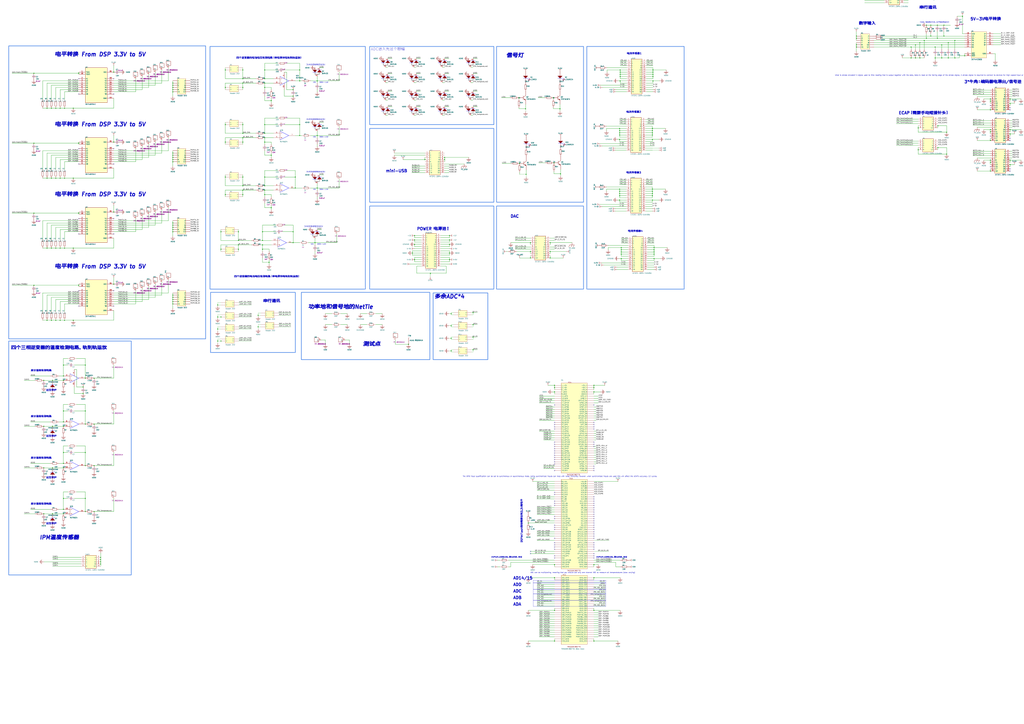
<source format=kicad_sch>
(kicad_sch (version 20230121) (generator eeschema)
  (paper "A0")
  (junction (at 758.19 88.9))
  (junction (at 50.8 543.56))
  (junction (at 59.69 372.11))
  (junction (at 719.455 156.845))
  (junction (at 549.275 377.19))
  (junction (at 549.275 391.795))
  (junction (at 340.36 281.94))
  (junction (at 200.66 177.8))
  (junction (at 109.22 492.76))
  (junction (at 1089.025 146.05))
  (junction (at 1073.15 46.99))
  (junction (at 256.54 289.56))
  (junction (at 340.36 104.14))
  (junction (at 64.77 207.01))
  (junction (at 200.66 350.52))
  (junction (at 719.455 151.765))
  (junction (at 1062.99 52.07))
  (junction (at 1101.09 49.53))
  (junction (at 643.89 450.215))
  (junction (at 200.66 180.34))
  (junction (at 39.37 247.65))
  (junction (at 73.66 436.88))
  (junction (at 307.34 81.28))
  (junction (at 638.81 292.1))
  (junction (at 314.96 241.3))
  (junction (at 499.745 317.5))
  (junction (at 109.22 439.42))
  (junction (at 116.84 652.78))
  (junction (at 1088.39 29.21))
  (junction (at 347.98 157.48))
  (junction (at 758.19 83.82))
  (junction (at 281.94 226.06))
  (junction (at 1172.845 150.495))
  (junction (at 281.94 205.74))
  (junction (at 252.73 396.24))
  (junction (at 481.33 283.845))
  (junction (at 1049.655 -12.065))
  (junction (at 1026.795 -12.065))
  (junction (at 99.06 579.12))
  (junction (at 1172.845 186.055))
  (junction (at 261.62 81.28))
  (junction (at 281.94 165.1))
  (junction (at 615.95 292.1))
  (junction (at 610.235 126.365))
  (junction (at 523.875 378.46))
  (junction (at 1099.185 153.67))
  (junction (at 1075.69 44.45))
  (junction (at 99.06 594.36))
  (junction (at 74.93 207.01))
  (junction (at 1101.09 67.31))
  (junction (at 50.8 495.3))
  (junction (at 603.25 189.865))
  (junction (at 307.34 220.98))
  (junction (at 1066.165 173.99))
  (junction (at 720.09 81.28))
  (junction (at 73.66 441.96))
  (junction (at 304.8 269.24))
  (junction (at 64.77 288.29))
  (junction (at 116.84 650.24))
  (junction (at 758.19 86.36))
  (junction (at 200.66 266.7))
  (junction (at 719.455 219.71))
  (junction (at 304.8 284.48))
  (junction (at 368.3 157.48))
  (junction (at 307.34 101.6))
  (junction (at 85.09 372.11))
  (junction (at 719.455 232.41))
  (junction (at 481.33 301.625))
  (junction (at 1172.845 114.935))
  (junction (at 720.09 86.36))
  (junction (at 74.93 288.29))
  (junction (at 758.19 93.98))
  (junction (at 200.66 106.68))
  (junction (at 1108.71 67.31))
  (junction (at 1057.91 67.31))
  (junction (at 342.9 218.44))
  (junction (at 610.87 202.565))
  (junction (at 109.22 541.02))
  (junction (at 650.24 126.365))
  (junction (at 340.36 269.24))
  (junction (at 1149.985 127.635))
  (junction (at 200.66 101.6))
  (junction (at 638.81 299.72))
  (junction (at 757.555 219.71))
  (junction (at 200.66 347.98))
  (junction (at 109.22 594.36))
  (junction (at 720.09 88.9))
  (junction (at 281.94 101.6))
  (junction (at 281.94 160.02))
  (junction (at 74.93 125.73))
  (junction (at 304.8 279.4))
  (junction (at 689.61 744.855))
  (junction (at 276.86 269.24))
  (junction (at 757.555 149.225))
  (junction (at 69.85 288.29))
  (junction (at 74.93 372.11))
  (junction (at 73.66 495.3))
  (junction (at 1172.845 191.135))
  (junction (at 307.34 154.94))
  (junction (at 689.61 455.295))
  (junction (at 91.44 166.37))
  (junction (at 689.61 671.195))
  (junction (at 73.66 543.56))
  (junction (at 759.46 292.735))
  (junction (at 643.89 655.955))
  (junction (at 60.96 543.56))
  (junction (at 347.98 81.28))
  (junction (at 69.85 125.73))
  (junction (at 281.94 81.28))
  (junction (at 643.89 455.295))
  (junction (at 720.09 83.82))
  (junction (at 276.86 279.4))
  (junction (at 1149.985 198.755))
  (junction (at 307.34 96.52))
  (junction (at 523.875 393.065))
  (junction (at 252.73 368.3))
  (junction (at 549.275 363.22))
  (junction (at 116.84 655.32))
  (junction (at 1080.77 29.21))
  (junction (at 1096.01 41.91))
  (junction (at 1149.985 188.595))
  (junction (at 60.96 495.3))
  (junction (at 64.77 372.11))
  (junction (at 1120.14 64.77))
  (junction (at 281.94 96.52))
  (junction (at 54.61 125.73))
  (junction (at 638.81 281.94))
  (junction (at 1057.91 54.61))
  (junction (at 613.41 607.695))
  (junction (at 757.555 222.25))
  (junction (at 281.94 154.94))
  (junction (at 73.66 477.52))
  (junction (at 1149.985 117.475))
  (junction (at 64.77 125.73))
  (junction (at 994.41 54.61))
  (junction (at 757.555 232.41))
  (junction (at 281.94 215.9))
  (junction (at 340.36 111.76))
  (junction (at 757.555 151.765))
  (junction (at 1149.985 153.035))
  (junction (at 59.69 125.73))
  (junction (at 91.44 247.65))
  (junction (at 281.94 91.44))
  (junction (at 200.66 345.44))
  (junction (at 615.95 281.94))
  (junction (at 54.61 288.29))
  (junction (at 721.36 292.735))
  (junction (at 60.96 441.96))
  (junction (at 521.97 273.685))
  (junction (at 307.34 144.78))
  (junction (at 719.455 149.225))
  (junction (at 73.66 490.22))
  (junction (at 73.66 525.78))
  (junction (at 474.345 400.05))
  (junction (at 200.66 99.06))
  (junction (at 1066.165 148.59))
  (junction (at 314.96 180.34))
  (junction (at 91.44 331.47))
  (junction (at 1149.985 163.195))
  (junction (at 1049.655 -14.605))
  (junction (at 132.08 83.82))
  (junction (at 521.97 301.625))
  (junction (at 994.41 52.07))
  (junction (at 312.42 304.8))
  (junction (at 758.19 81.28))
  (junction (at 39.37 166.37))
  (junction (at 39.37 85.09))
  (junction (at 73.66 538.48))
  (junction (at 281.94 220.98))
  (junction (at 200.66 182.88))
  (junction (at 720.09 93.98))
  (junction (at 602.615 113.665))
  (junction (at 1108.71 46.99))
  (junction (at 481.33 278.765))
  (junction (at 96.52 449.58))
  (junction (at 73.66 579.12))
  (junction (at 757.555 224.79))
  (junction (at 200.66 187.96))
  (junction (at 643.89 744.855))
  (junction (at 132.08 330.2))
  (junction (at 200.66 96.52))
  (junction (at 54.61 372.11))
  (junction (at 252.73 382.27))
  (junction (at 85.09 207.01))
  (junction (at 99.06 541.02))
  (junction (at 99.06 477.52))
  (junction (at 759.46 287.655))
  (junction (at 261.62 165.1))
  (junction (at 200.66 185.42))
  (junction (at 99.06 439.42))
  (junction (at 116.84 647.7))
  (junction (at 1099.185 179.07))
  (junction (at 689.61 447.675))
  (junction (at 307.34 160.02))
  (junction (at 99.06 424.18))
  (junction (at 54.61 207.01))
  (junction (at 1149.985 150.495))
  (junction (at 261.62 205.74))
  (junction (at 276.86 284.48))
  (junction (at 200.66 259.08))
  (junction (at 50.8 441.96))
  (junction (at 643.89 709.295))
  (junction (at 99.06 492.76))
  (junction (at 307.34 165.1))
  (junction (at 689.61 655.955))
  (junction (at 1085.85 54.61))
  (junction (at 1068.07 49.53))
  (junction (at 516.255 185.42))
  (junction (at 200.66 353.06))
  (junction (at 757.555 227.33))
  (junction (at 721.36 295.275))
  (junction (at 719.455 222.25))
  (junction (at 689.61 709.295))
  (junction (at 39.37 331.47))
  (junction (at 642.62 113.665))
  (junction (at 1117.6 19.05))
  (junction (at 73.66 596.9))
  (junction (at 200.66 269.24))
  (junction (at 347.98 93.98))
  (junction (at 1093.47 67.31))
  (junction (at 276.86 289.56))
  (junction (at 719.455 161.925))
  (junction (at 368.3 93.98))
  (junction (at 347.98 144.78))
  (junction (at 307.34 205.74))
  (junction (at 719.455 224.79))
  (junction (at 91.44 85.09))
  (junction (at 256.54 396.24))
  (junction (at 757.555 161.925))
  (junction (at 1096.01 29.21))
  (junction (at 307.34 226.06))
  (junction (at 1089.025 171.45))
  (junction (at 200.66 342.9))
  (junction (at 60.96 596.9))
  (junction (at 1075.69 29.21))
  (junction (at 200.66 264.16))
  (junction (at 1088.39 44.45))
  (junction (at 757.555 156.845))
  (junction (at 721.36 287.655))
  (junction (at 719.455 227.33))
  (junction (at 549.275 406.4))
  (junction (at 261.62 144.78))
  (junction (at 365.76 281.94))
  (junction (at 99.06 525.78))
  (junction (at 299.72 379.73))
  (junction (at 256.54 368.3))
  (junction (at 994.41 41.91))
  (junction (at 994.41 44.45))
  (junction (at 96.52 457.2))
  (junction (at 314.96 116.84))
  (junction (at 59.69 207.01))
  (junction (at 478.79 294.005))
  (junction (at 1172.845 155.575))
  (junction (at 523.875 364.49))
  (junction (at 368.3 218.44))
  (junction (at 342.9 205.74))
  (junction (at 85.09 125.73))
  (junction (at 132.08 246.38))
  (junction (at 1080.77 41.91))
  (junction (at 650.875 201.93))
  (junction (at 304.8 289.56))
  (junction (at 69.85 372.11))
  (junction (at 1085.85 67.31))
  (junction (at 757.555 154.305))
  (junction (at 1093.47 52.07))
  (junction (at 299.72 366.395))
  (junction (at 1149.985 114.935))
  (junction (at 200.66 104.14))
  (junction (at 261.62 101.6))
  (junction (at 719.455 154.305))
  (junction (at 493.395 185.42))
  (junction (at 1068.07 67.31))
  (junction (at 521.97 278.765))
  (junction (at 615.95 299.72))
  (junction (at 132.08 165.1))
  (junction (at 69.85 207.01))
  (junction (at 1149.985 186.055))
  (junction (at 1172.845 120.015))
  (junction (at 643.255 189.23))
  (junction (at 643.89 447.675))
  (junction (at 281.94 144.78))
  (junction (at 1062.99 67.31))
  (junction (at 307.34 91.44))
  (junction (at 59.69 288.29))
  (junction (at 759.46 290.195))
  (junction (at 759.46 295.275))
  (junction (at 481.33 273.685))
  (junction (at 85.09 288.29))
  (junction (at 521.97 294.005))
  (junction (at 200.66 261.62))
  (junction (at 252.73 354.33))
  (junction (at 689.61 450.215))
  (junction (at 261.62 226.06))
  (junction (at 721.36 290.195))
  (junction (at 73.66 424.18))
  (junction (at 307.34 215.9))
  (junction (at 643.89 671.195))
  (junction (at 721.36 300.355))
  (junction (at 521.97 283.845))
  (junction (at 516.255 182.88))
  (junction (at 523.875 407.67))
  (junction (at 256.54 269.24))
  (junction (at 50.8 596.9))
  (junction (at 73.66 591.82))
  (junction (at 759.46 300.355))
  (no_connect (at 689.61 643.255))
  (no_connect (at 132.08 172.72))
  (no_connect (at 91.44 271.78))
  (no_connect (at 1172.845 160.655))
  (no_connect (at 643.89 523.875))
  (no_connect (at 643.89 493.395))
  (no_connect (at 643.89 490.855))
  (no_connect (at 643.89 531.495))
  (no_connect (at 643.89 633.095))
  (no_connect (at 132.08 271.78))
  (no_connect (at 689.61 587.375))
  (no_connect (at 689.61 648.335))
  (no_connect (at 1172.845 198.755))
  (no_connect (at 689.61 617.855))
  (no_connect (at 689.61 622.935))
  (no_connect (at 91.44 254))
  (no_connect (at 643.89 648.335))
  (no_connect (at 689.61 607.695))
  (no_connect (at 689.61 610.235))
  (no_connect (at 91.44 172.72))
  (no_connect (at 643.89 600.075))
  (no_connect (at 689.61 589.915))
  (no_connect (at 689.61 498.475))
  (no_connect (at 643.89 516.255))
  (no_connect (at 91.44 91.44))
  (no_connect (at 1149.985 158.115))
  (no_connect (at 689.61 577.215))
  (no_connect (at 689.61 546.735))
  (no_connect (at 1172.845 163.195))
  (no_connect (at 689.61 635.635))
  (no_connect (at 689.61 620.395))
  (no_connect (at 643.89 630.555))
  (no_connect (at 643.89 534.035))
  (no_connect (at 643.89 526.415))
  (no_connect (at 689.61 602.615))
  (no_connect (at 643.89 584.835))
  (no_connect (at 643.89 602.615))
  (no_connect (at 643.89 587.375))
  (no_connect (at 132.08 109.22))
  (no_connect (at 689.61 513.715))
  (no_connect (at 1149.985 122.555))
  (no_connect (at 689.61 600.075))
  (no_connect (at 91.44 337.82))
  (no_connect (at 689.61 495.935))
  (no_connect (at 1172.845 196.215))
  (no_connect (at 643.89 638.175))
  (no_connect (at 689.61 612.775))
  (no_connect (at 132.08 355.6))
  (no_connect (at 643.89 518.795))
  (no_connect (at 689.61 615.315))
  (no_connect (at 91.44 190.5))
  (no_connect (at 643.89 498.475))
  (no_connect (at 689.61 594.995))
  (no_connect (at 643.89 610.235))
  (no_connect (at 643.89 572.135))
  (no_connect (at 689.61 579.755))
  (no_connect (at 643.89 625.475))
  (no_connect (at 643.89 539.115))
  (no_connect (at 689.61 470.535))
  (no_connect (at 689.61 584.835))
  (no_connect (at 689.61 597.535))
  (no_connect (at 643.89 582.295))
  (no_connect (at 689.61 645.795))
  (no_connect (at 643.89 536.575))
  (no_connect (at 91.44 109.22))
  (no_connect (at 91.44 355.6))
  (no_connect (at 132.08 91.44))
  (no_connect (at 643.89 495.935))
  (no_connect (at 132.08 337.82))
  (no_connect (at 643.89 470.535))
  (no_connect (at 689.61 605.155))
  (no_connect (at 643.89 615.315))
  (no_connect (at 689.61 541.655))
  (no_connect (at 132.08 190.5))
  (no_connect (at 1149.985 193.675))
  (no_connect (at 689.61 625.475))
  (no_connect (at 643.89 546.735))
  (no_connect (at 643.89 612.775))
  (no_connect (at 689.61 493.395))
  (no_connect (at 689.61 490.855))
  (no_connect (at 689.61 582.295))
  (no_connect (at 689.61 544.195))
  (no_connect (at 643.89 513.715))
  (no_connect (at 689.61 630.555))
  (no_connect (at 689.61 638.175))
  (no_connect (at 1172.845 127.635))
  (no_connect (at 615.95 640.715))
  (no_connect (at 689.61 518.795))
  (no_connect (at 132.08 254))
  (no_connect (at 615.95 643.255))
  (no_connect (at 643.89 574.675))
  (no_connect (at 643.89 645.795))
  (no_connect (at 643.89 635.635))
  (no_connect (at 643.89 528.955))
  (no_connect (at 689.61 516.255))
  (no_connect (at 1172.845 125.095))
  (no_connect (at 689.61 633.095))
  (no_connect (at 689.61 592.455))
  (no_connect (at 643.89 521.335))
  (wire (pts (xy 73.66 477.52) (xy 73.66 469.9)) (stroke (width 0.254)))
  (wire (pts (xy 511.81 281.305) (xy 521.97 281.305)) (stroke (width 0.254)))
  (wire (pts (xy 758.19 106.68) (xy 750.57 106.68)) (stroke (width 0.254)))
  (wire (pts (xy 643.89 589.915) (xy 623.57 589.915)) (stroke (width 0.254)))
  (wire (pts (xy 499.745 321.945) (xy 499.745 319.405)))
  (wire (pts (xy 750.57 81.28) (xy 758.19 81.28)) (stroke (width 0.254)))
  (wire (pts (xy 64.77 347.98) (xy 64.77 361.95)) (stroke (width 0.254)))
  (wire (pts (xy 643.89 640.715) (xy 615.95 640.715)) (stroke (width 0.254)))
  (wire (pts (xy 49.53 175.26) (xy 49.53 196.85)) (stroke (width 0.254)))
  (wire (pts (xy 91.44 96.52) (xy 54.61 96.52)) (stroke (width 0.254)))
  (wire (pts (xy 450.215 116.205) (xy 447.675 116.205)) (stroke (width 0.254)))
  (wire (pts (xy 1175.385 183.515) (xy 1172.845 183.515)) (stroke (width 0.254)))
  (wire (pts (xy 261.62 203.2) (xy 261.62 205.74)) (stroke (width 0.254)))
  (wire (pts (xy 281.94 203.2) (xy 281.94 205.74)) (stroke (width 0.254)))
  (wire (pts (xy 1096.01 29.21) (xy 1088.39 29.21)) (stroke (width 0.254)))
  (wire (pts (xy 483.235 85.725) (xy 488.315 85.725)) (stroke (width 0.254)))
  (wire (pts (xy 692.15 506.095) (xy 689.61 506.095)) (stroke (width 0.254)))
  (wire (pts (xy 91.44 269.24) (xy 74.93 269.24)) (stroke (width 0.254)))
  (wire (pts (xy 715.01 104.14) (xy 727.71 104.14)) (stroke (width 0.254)))
  (wire (pts (xy 719.455 156.845) (xy 719.455 159.385)) (stroke (width 0.254)))
  (wire (pts (xy 727.71 88.9) (xy 720.09 88.9)) (stroke (width 0.254)))
  (wire (pts (xy 1175.385 140.335) (xy 1172.845 140.335)) (stroke (width 0.254)))
  (wire (pts (xy 1153.16 44.45) (xy 1162.05 44.45)) (stroke (width 0.254)))
  (wire (pts (xy 73.66 416.56) (xy 78.74 416.56)) (stroke (width 0.254)))
  (wire (pts (xy 626.11 460.375) (xy 643.89 460.375)) (stroke (width 0.254)))
  (wire (pts (xy 261.62 81.28) (xy 261.62 91.44)) (stroke (width 0.254)))
  (wire (pts (xy 598.17 287.02) (xy 615.95 287.02)) (stroke (width 0.254)))
  (wire (pts (xy 478.79 294.005) (xy 478.79 291.465)) (stroke (width 0.254)))
  (wire (pts (xy 694.69 462.915) (xy 689.61 462.915)) (stroke (width 0.254)))
  (wire (pts (xy 60.96 441.96) (xy 73.66 441.96)) (stroke (width 0.254)))
  (wire (pts (xy 728.98 287.655) (xy 721.36 287.655)) (stroke (width 0.254)))
  (wire (pts (xy 750.57 96.52) (xy 758.19 96.52)) (stroke (width 0.254)))
  (wire (pts (xy 165.1 185.42) (xy 165.1 170.18)) (stroke (width 0.254)))
  (wire (pts (xy 488.95 281.305) (xy 481.33 281.305)) (stroke (width 0.254)))
  (wire (pts (xy 172.72 347.98) (xy 172.72 332.74)) (stroke (width 0.254)))
  (wire (pts (xy 757.555 161.925) (xy 749.935 161.925)) (stroke (width 0.254)))
  (wire (pts (xy 610.87 205.74) (xy 610.87 202.565)))
  (wire (pts (xy 276.86 396.24) (xy 292.1 396.24)))
  (wire (pts (xy 59.69 207.01) (xy 64.77 207.01)) (stroke (width 0.254)))
  (wire (pts (xy 39.37 166.37) (xy 13.97 166.37)) (stroke (width 0.254)))
  (wire (pts (xy 547.37 363.22) (xy 549.275 363.22)))
  (wire (pts (xy 481.33 283.845) (xy 488.95 283.845)) (stroke (width 0.254)))
  (wire (pts (xy 632.46 113.665) (xy 624.84 113.665)) (stroke (width 0.254)))
  (wire (pts (xy 727.075 227.33) (xy 719.455 227.33)) (stroke (width 0.254)))
  (wire (pts (xy 73.66 579.12) (xy 73.66 591.82)) (stroke (width 0.254)))
  (wire (pts (xy 623.57 701.675) (xy 643.89 701.675)) (stroke (width 0.254)))
  (wire (pts (xy 157.48 353.06) (xy 157.48 337.82)) (stroke (width 0.254)))
  (wire (pts (xy 368.3 104.14) (xy 368.3 106.68)) (stroke (width 0.254)))
  (wire (pts (xy 488.95 296.545) (xy 478.79 296.545)) (stroke (width 0.254)))
  (wire (pts (xy 332.74 198.12) (xy 342.9 198.12)) (stroke (width 0.254)))
  (wire (pts (xy 347.98 157.48) (xy 347.98 144.78)) (stroke (width 0.254)))
  (wire (pts (xy 643.89 559.435) (xy 618.49 559.435)) (stroke (width 0.254)))
  (wire (pts (xy 758.19 81.28) (xy 773.43 81.28)) (stroke (width 0.254)))
  (wire (pts (xy 704.215 149.225) (xy 704.215 151.765)) (stroke (width 0.254)))
  (wire (pts (xy 1026.795 -6.985) (xy 1009.015 -6.985)) (stroke (width 0.254)))
  (wire (pts (xy 478.155 200.66) (xy 493.395 200.66)) (stroke (width 0.254)))
  (wire (pts (xy 1001.395 -12.065) (xy 1026.795 -12.065)) (stroke (width 0.254)))
  (wire (pts (xy 692.15 501.015) (xy 689.61 501.015)) (stroke (width 0.254)))
  (wire (pts (xy 85.09 288.29) (xy 132.08 288.29)) (stroke (width 0.254)))
  (wire (pts (xy 527.05 377.19) (xy 523.875 377.19)))
  (wire (pts (xy 643.89 447.675) (xy 643.89 450.215)) (stroke (width 0.254)))
  (wire (pts (xy 342.9 198.12) (xy 342.9 205.74)) (stroke (width 0.254)))
  (wire (pts (xy 307.34 137.16) (xy 307.34 144.78)) (stroke (width 0.254)))
  (wire (pts (xy 694.69 729.615) (xy 689.61 729.615)) (stroke (width 0.254)))
  (wire (pts (xy 698.5 305.435) (xy 728.98 305.435)) (stroke (width 0.254)))
  (wire (pts (xy 1149.985 188.595) (xy 1149.985 191.135)) (stroke (width 0.254)))
  (wire (pts (xy 759.46 280.035) (xy 751.84 280.035)) (stroke (width 0.254)))
  (wire (pts (xy 626.11 724.535) (xy 643.89 724.535)) (stroke (width 0.254)))
  (wire (pts (xy 78.74 477.52) (xy 73.66 477.52)) (stroke (width 0.254)))
  (wire (pts (xy 91.44 175.26) (xy 49.53 175.26)) (stroke (width 0.254)))
  (wire (pts (xy 200.66 177.8) (xy 200.66 180.34)) (stroke (width 0.254)))
  (wire (pts (xy 720.09 81.28) (xy 704.85 81.28)) (stroke (width 0.254)))
  (wire (pts (xy 91.44 353.06) (xy 74.93 353.06)) (stroke (width 0.254)))
  (wire (pts (xy 1073.15 46.99) (xy 1014.73 46.99)) (stroke (width 0.254)))
  (wire (pts (xy 132.08 594.36) (xy 109.22 594.36)) (stroke (width 0.254)))
  (wire (pts (xy 195.58 340.36) (xy 132.08 340.36)) (stroke (width 0.254)))
  (wire (pts (xy 450.215 85.725) (xy 455.295 85.725)) (stroke (width 0.254)))
  (wire (pts (xy 757.555 172.085) (xy 749.935 172.085)) (stroke (width 0.254)))
  (wire (pts (xy 312.42 302.26) (xy 312.42 304.8)) (stroke (width 0.254)))
  (wire (pts (xy 252.73 368.3) (xy 252.73 365.76)))
  (wire (pts (xy 200.66 175.26) (xy 200.66 177.8)) (stroke (width 0.254)))
  (wire (pts (xy 694.69 719.455) (xy 689.61 719.455)) (stroke (width 0.254)))
  (wire (pts (xy 488.95 304.165) (xy 481.33 304.165)) (stroke (width 0.254)))
  (wire (pts (xy 615.95 297.18) (xy 615.95 299.72)) (stroke (width 0.254)))
  (wire (pts (xy 302.895 363.855) (xy 299.72 363.855)))
  (wire (pts (xy 689.61 653.415) (xy 715.01 653.415)) (stroke (width 0.254)))
  (wire (pts (xy 727.075 212.09) (xy 719.455 212.09)) (stroke (width 0.254)))
  (wire (pts (xy 549.275 406.4) (xy 554.355 406.4)))
  (wire (pts (xy 365.76 281.94) (xy 365.76 276.86)) (stroke (width 0.254)))
  (wire (pts (xy 714.375 172.085) (xy 727.075 172.085)) (stroke (width 0.254)))
  (wire (pts (xy 60.96 495.3) (xy 73.66 495.3)) (stroke (width 0.254)))
  (wire (pts (xy 719.455 151.765) (xy 719.455 154.305)) (stroke (width 0.254)))
  (wire (pts (xy 757.555 214.63) (xy 749.935 214.63)) (stroke (width 0.254)))
  (wire (pts (xy 759.46 300.355) (xy 751.84 300.355)) (stroke (width 0.254)))
  (wire (pts (xy 393.7 218.44) (xy 393.7 208.28)) (stroke (width 0.254)))
  (wire (pts (xy 335.28 281.94) (xy 340.36 281.94)) (stroke (width 0.254)))
  (wire (pts (xy 1068.07 49.53) (xy 1068.07 57.15)) (stroke (width 0.254)))
  (wire (pts (xy 727.075 156.845) (xy 719.455 156.845)) (stroke (width 0.254)))
  (wire (pts (xy 643.89 706.755) (xy 643.89 709.295)) (stroke (width 0.254)))
  (wire (pts (xy 116.84 655.32) (xy 116.84 657.86)) (stroke (width 0.254)))
  (wire (pts (xy 727.71 71.12) (xy 720.09 71.12)) (stroke (width 0.254)))
  (wire (pts (xy 368.3 157.48) (xy 368.3 160.02)) (stroke (width 0.254)))
  (wire (pts (xy 1172.845 114.935) (xy 1185.545 114.935)) (stroke (width 0.254)))
  (wire (pts (xy 758.19 91.44) (xy 758.19 88.9)) (stroke (width 0.254)))
  (wire (pts (xy 1040.765 163.83) (xy 1066.165 163.83)) (stroke (width 0.254)))
  (wire (pts (xy 276.86 393.7) (xy 292.1 393.7)))
  (wire (pts (xy 483.235 67.945) (xy 488.315 67.945)) (stroke (width 0.254)))
  (wire (pts (xy 657.86 292.1) (xy 638.81 292.1)) (stroke (width 0.254)))
  (wire (pts (xy 330.2 111.76) (xy 340.36 111.76)) (stroke (width 0.254)))
  (wire (pts (xy 593.09 658.495) (xy 593.09 653.415)) (stroke (width 0.254)))
  (wire (pts (xy 317.5 220.98) (xy 307.34 220.98)) (stroke (width 0.254)))
  (wire (pts (xy 91.44 248.92) (xy 91.44 247.65)) (stroke (width 0.254)))
  (wire (pts (xy 523.875 394.335) (xy 523.875 393.065)))
  (wire (pts (xy 623.57 696.595) (xy 643.89 696.595)) (stroke (width 0.254)))
  (wire (pts (xy 1085.85 57.15) (xy 1085.85 54.61)) (stroke (width 0.254)))
  (wire (pts (xy 40.64 596.9) (xy 27.94 596.9)) (stroke (width 0.254)))
  (wire (pts (xy 626.11 734.695) (xy 643.89 734.695)) (stroke (width 0.254)))
  (wire (pts (xy 749.935 149.225) (xy 757.555 149.225)) (stroke (width 0.254)))
  (wire (pts (xy 1026.795 -12.065) (xy 1026.795 -14.605)) (stroke (width 0.254)))
  (wire (pts (xy 116.84 642.62) (xy 116.84 647.7)) (stroke (width 0.254)))
  (wire (pts (xy 623.57 678.815) (xy 643.89 678.815)) (stroke (width 0.254)))
  (wire (pts (xy 59.69 180.34) (xy 59.69 196.85)) (stroke (width 0.254)))
  (wire (pts (xy 132.08 350.52) (xy 165.1 350.52)) (stroke (width 0.254)))
  (wire (pts (xy 1172.845 191.135) (xy 1177.925 191.135)) (stroke (width 0.254)))
  (wire (pts (xy 523.875 378.46) (xy 521.335 378.46)))
  (wire (pts (xy 689.61 701.675) (xy 702.945 701.675)))
  (wire (pts (xy 994.41 52.07) (xy 994.41 54.61)) (stroke (width 0.254)))
  (wire (pts (xy 307.34 96.52) (xy 317.5 96.52)) (stroke (width 0.254)))
  (wire (pts (xy 1024.89 44.45) (xy 1075.69 44.45)) (stroke (width 0.254)))
  (wire (pts (xy 314.96 104.14) (xy 314.96 101.6)) (stroke (width 0.254)))
  (wire (pts (xy 299.72 363.855) (xy 299.72 366.395)))
  (wire (pts (xy 727.075 217.17) (xy 704.215 217.17)) (stroke (width 0.254)))
  (wire (pts (xy 261.62 215.9) (xy 281.94 215.9)) (stroke (width 0.254)))
  (wire (pts (xy 385.445 364.49) (xy 377.825 364.49)) (stroke (width 0.254)))
  (wire (pts (xy 692.15 531.495) (xy 689.61 531.495)) (stroke (width 0.254)))
  (wire (pts (xy 281.94 81.28) (xy 281.94 91.44)) (stroke (width 0.254)))
  (wire (pts (xy 132.08 492.76) (xy 109.22 492.76)) (stroke (width 0.254)))
  (wire (pts (xy 523.875 377.19) (xy 523.875 378.46)))
  (wire (pts (xy 516.255 185.42) (xy 516.255 182.88)) (stroke (width 0.254)))
  (wire (pts (xy 750.57 99.06) (xy 758.19 99.06)) (stroke (width 0.254)))
  (wire (pts (xy 261.62 226.06) (xy 261.62 220.98)) (stroke (width 0.254)))
  (wire (pts (xy 314.96 284.48) (xy 304.8 284.48)) (stroke (width 0.254)))
  (wire (pts (xy 643.89 501.015) (xy 626.11 501.015)) (stroke (width 0.254)))
  (wire (pts (xy 1049.655 -12.065) (xy 1049.655 -14.605)) (stroke (width 0.254)))
  (wire (pts (xy 994.41 36.83) (xy 994.41 41.91)) (stroke (width 0.254)))
  (wire (pts (xy 317.5 154.94) (xy 307.34 154.94)) (stroke (width 0.254)))
  (wire (pts (xy 757.555 245.11) (xy 749.935 245.11)) (stroke (width 0.254)))
  (wire (pts (xy 314.96 241.3) (xy 307.34 241.3)) (stroke (width 0.254)))
  (wire (pts (xy 689.61 691.515) (xy 702.945 691.515)))
  (wire (pts (xy 643.89 457.835) (xy 643.89 455.295)) (stroke (width 0.254)))
  (wire (pts (xy 347.98 93.98) (xy 350.52 93.98)) (stroke (width 0.254)))
  (wire (pts (xy 626.11 721.995) (xy 643.89 721.995)) (stroke (width 0.254)))
  (wire (pts (xy 58.42 591.82) (xy 35.56 591.82)) (stroke (width 0.254)))
  (wire (pts (xy 692.15 503.555) (xy 689.61 503.555)) (stroke (width 0.254)))
  (wire (pts (xy 88.9 518.16) (xy 99.06 518.16)) (stroke (width 0.254)))
  (wire (pts (xy 85.09 207.01) (xy 132.08 207.01)) (stroke (width 0.254)))
  (wire (pts (xy 720.09 88.9) (xy 720.09 91.44)) (stroke (width 0.254)))
  (wire (pts (xy 365.76 281.94) (xy 365.76 284.48)) (stroke (width 0.254)))
  (wire (pts (xy 116.84 650.24) (xy 116.84 652.78)) (stroke (width 0.254)))
  (wire (pts (xy 1075.69 29.21) (xy 1080.77 29.21)) (stroke (width 0.254)))
  (wire (pts (xy 481.33 288.925) (xy 488.95 288.925)) (stroke (width 0.254)))
  (wire (pts (xy 1149.985 163.195) (xy 1134.745 163.195)) (stroke (width 0.254)))
  (wire (pts (xy 547.37 394.335) (xy 549.275 394.335)))
  (wire (pts (xy 1062.99 67.31) (xy 1057.91 67.31)) (stroke (width 0.254)))
  (wire (pts (xy 39.37 85.09) (xy 13.97 85.09)) (stroke (width 0.254)))
  (wire (pts (xy 727.075 240.03) (xy 699.135 240.03)) (stroke (width 0.254)))
  (wire (pts (xy 304.8 269.24) (xy 320.04 269.24)) (stroke (width 0.254)))
  (wire (pts (xy 547.37 391.795) (xy 549.275 391.795)))
  (wire (pts (xy 1149.985 160.655) (xy 1149.985 163.195)) (stroke (width 0.254)))
  (wire (pts (xy 358.14 281.94) (xy 365.76 281.94)) (stroke (width 0.254)))
  (wire (pts (xy 721.36 297.815) (xy 728.98 297.815)) (stroke (width 0.254)))
  (wire (pts (xy 476.25 306.705) (xy 488.95 306.705)) (stroke (width 0.254)))
  (wire (pts (xy 426.085 364.49) (xy 418.465 364.49)) (stroke (width 0.254)))
  (wire (pts (xy 157.48 106.68) (xy 157.48 91.44)) (stroke (width 0.254)))
  (wire (pts (xy 368.3 157.48) (xy 368.3 152.4)) (stroke (width 0.254)))
  (wire (pts (xy 395.605 364.49) (xy 403.225 364.49)) (stroke (width 0.254)))
  (wire (pts (xy 200.66 93.98) (xy 200.66 96.52)) (stroke (width 0.254)))
  (wire (pts (xy 523.875 407.67) (xy 521.335 407.67)))
  (wire (pts (xy 405.765 394.97) (xy 400.685 394.97)) (stroke (width 0.254)))
  (wire (pts (xy 1062.99 57.15) (xy 1062.99 52.07)) (stroke (width 0.254)))
  (wire (pts (xy 69.85 350.52) (xy 69.85 361.95)) (stroke (width 0.254)))
  (wire (pts (xy 1080.77 39.37) (xy 1080.77 41.91)) (stroke (width 0.254)))
  (wire (pts (xy 200.66 185.42) (xy 200.66 187.96)) (stroke (width 0.254)))
  (wire (pts (xy 1149.985 145.415) (xy 1129.665 145.415)) (stroke (width 0.254)))
  (wire (pts (xy 759.46 290.195) (xy 759.46 287.655)) (stroke (width 0.254)))
  (wire (pts (xy 692.15 526.415) (xy 689.61 526.415)) (stroke (width 0.254)))
  (wire (pts (xy 759.46 282.575) (xy 751.84 282.575)) (stroke (width 0.254)))
  (wire (pts (xy 195.58 160.02) (xy 195.58 175.26)) (stroke (width 0.254)))
  (wire (pts (xy 1149.985 196.215) (xy 1149.985 198.755)) (stroke (width 0.254)))
  (wire (pts (xy 322.58 137.16) (xy 307.34 137.16)) (stroke (width 0.254)))
  (wire (pts (xy 759.46 307.975) (xy 751.84 307.975)) (stroke (width 0.254)))
  (wire (pts (xy 132.08 541.02) (xy 109.22 541.02)) (stroke (width 0.254)))
  (wire (pts (xy 91.44 86.36) (xy 91.44 85.09)) (stroke (width 0.254)))
  (wire (pts (xy 751.84 297.815) (xy 759.46 297.815)) (stroke (width 0.254)))
  (wire (pts (xy 757.555 164.465) (xy 757.555 161.925)) (stroke (width 0.254)))
  (wire (pts (xy 750.57 88.9) (xy 758.19 88.9)) (stroke (width 0.254)))
  (wire (pts (xy 157.48 187.96) (xy 157.48 172.72)) (stroke (width 0.254)))
  (wire (pts (xy 757.555 240.03) (xy 749.935 240.03)) (stroke (width 0.254)))
  (wire (pts (xy 643.89 561.975) (xy 623.57 561.975)) (stroke (width 0.254)))
  (wire (pts (xy 78.74 579.12) (xy 73.66 579.12)) (stroke (width 0.254)))
  (wire (pts (xy 340.36 281.94) (xy 347.98 281.94)) (stroke (width 0.254)))
  (wire (pts (xy 694.69 714.375) (xy 689.61 714.375)) (stroke (width 0.254)))
  (wire (pts (xy 694.69 724.535) (xy 689.61 724.535)) (stroke (width 0.254)))
  (wire (pts (xy 91.44 99.06) (xy 59.69 99.06)) (stroke (width 0.254)))
  (wire (pts (xy 91.44 347.98) (xy 64.77 347.98)) (stroke (width 0.254)))
  (wire (pts (xy 436.245 377.19) (xy 443.865 377.19)) (stroke (width 0.254)))
  (wire (pts (xy 281.94 154.94) (xy 297.18 154.94)) (stroke (width 0.254)))
  (wire (pts (xy 615.95 284.48) (xy 615.95 281.94)) (stroke (width 0.254)))
  (wire (pts (xy 689.61 673.735) (xy 689.61 671.195)) (stroke (width 0.254)))
  (wire (pts (xy 261.62 205.74) (xy 261.62 215.9)) (stroke (width 0.254)))
  (wire (pts (xy 721.36 295.275) (xy 721.36 297.815)) (stroke (width 0.254)))
  (wire (pts (xy 521.97 296.545) (xy 511.81 296.545)) (stroke (width 0.254)))
  (wire (pts (xy 50.8 543.56) (xy 60.96 543.56)) (stroke (width 0.254)))
  (wire (pts (xy 74.93 187.96) (xy 74.93 196.85)) (stroke (width 0.254)))
  (wire (pts (xy 172.72 182.88) (xy 172.72 167.64)) (stroke (width 0.254)))
  (wire (pts (xy 719.455 164.465) (xy 719.455 161.925)) (stroke (width 0.254)))
  (wire (pts (xy 1040.765 166.37) (xy 1066.165 166.37)) (stroke (width 0.254)))
  (wire (pts (xy 727.075 146.685) (xy 704.215 146.685)) (stroke (width 0.254)))
  (wire (pts (xy 1108.71 57.15) (xy 1108.71 46.99)) (stroke (width 0.254)))
  (wire (pts (xy 91.44 101.6) (xy 64.77 101.6)) (stroke (width 0.254)))
  (wire (pts (xy 195.58 93.98) (xy 132.08 93.98)) (stroke (width 0.254)))
  (wire (pts (xy 302.895 377.19) (xy 299.72 377.19)))
  (wire (pts (xy 719.455 234.95) (xy 719.455 232.41)) (stroke (width 0.254)))
  (wire (pts (xy 483.87 309.245) (xy 488.95 309.245)) (stroke (width 0.254)))
  (wire (pts (xy 527.05 408.94) (xy 523.875 408.94)))
  (wire (pts (xy 643.89 643.255) (xy 615.95 643.255)) (stroke (width 0.254)))
  (wire (pts (xy 73.66 538.48) (xy 68.58 538.48)) (stroke (width 0.254)))
  (wire (pts (xy 749.935 224.79) (xy 757.555 224.79)) (stroke (width 0.254)))
  (wire (pts (xy 689.61 455.295) (xy 689.61 457.835)) (stroke (width 0.254)))
  (wire (pts (xy 623.57 694.055) (xy 643.89 694.055)) (stroke (width 0.254)))
  (wire (pts (xy 719.455 219.71) (xy 719.455 222.25)) (stroke (width 0.254)))
  (wire (pts (xy 200.66 342.9) (xy 200.66 345.44)) (stroke (width 0.254)))
  (wire (pts (xy 91.44 256.54) (xy 49.53 256.54)) (stroke (width 0.254)))
  (wire (pts (xy 314.96 279.4) (xy 304.8 279.4)) (stroke (width 0.254)))
  (wire (pts (xy 307.34 101.6) (xy 307.34 96.52)) (stroke (width 0.254)))
  (wire (pts (xy 643.89 620.395) (xy 623.57 620.395)) (stroke (width 0.254)))
  (wire (pts (xy 304.8 289.56) (xy 304.8 292.1)) (stroke (width 0.254)))
  (wire (pts (xy 511.81 309.245) (xy 518.16 309.245)) (stroke (width 0.254)))
  (wire (pts (xy 99.06 518.16) (xy 99.06 525.78)) (stroke (width 0.254)))
  (wire (pts (xy 281.94 96.52) (xy 297.18 96.52)) (stroke (width 0.254)))
  (wire (pts (xy 516.255 85.725) (xy 521.335 85.725)) (stroke (width 0.254)))
  (wire (pts (xy 765.175 232.41) (xy 757.555 232.41)) (stroke (width 0.254)))
  (wire (pts (xy 1099.185 153.67) (xy 1066.165 153.67)) (stroke (width 0.254)))
  (wire (pts (xy 759.46 310.515) (xy 751.84 310.515)) (stroke (width 0.254)))
  (wire (pts (xy 765.81 93.98) (xy 758.19 93.98)) (stroke (width 0.254)))
  (wire (pts (xy 643.89 450.215) (xy 643.89 452.755)) (stroke (width 0.254)))
  (wire (pts (xy 132.08 579.12) (xy 132.08 594.36)) (stroke (width 0.254)))
  (wire (pts (xy 523.875 365.76) (xy 523.875 364.49)))
  (wire (pts (xy 518.16 309.245) (xy 518.16 317.5)) (stroke (width 0.254)))
  (wire (pts (xy 689.61 536.575) (xy 692.15 536.575)) (stroke (width 0.254)))
  (wire (pts (xy 91.44 85.09) (xy 39.37 85.09)) (stroke (width 0.254)))
  (wire (pts (xy 642.62 114.935) (xy 642.62 113.665)))
  (wire (pts (xy 750.57 83.82) (xy 758.19 83.82)) (stroke (width 0.254)))
  (wire (pts (xy 299.72 379.73) (xy 302.895 379.73)))
  (wire (pts (xy 757.555 169.545) (xy 760.095 169.545)))
  (wire (pts (xy 69.85 207.01) (xy 74.93 207.01)) (stroke (width 0.254)))
  (wire (pts (xy 281.94 205.74) (xy 281.94 215.9)) (stroke (width 0.254)))
  (wire (pts (xy 99.06 579.12) (xy 99.06 594.36)) (stroke (width 0.254)))
  (wire (pts (xy 91.44 350.52) (xy 69.85 350.52)) (stroke (width 0.254)))
  (wire (pts (xy 1089.025 171.45) (xy 1089.025 173.99)) (stroke (width 0.254)))
  (wire (pts (xy 281.94 226.06) (xy 281.94 220.98)) (stroke (width 0.254)))
  (wire (pts (xy 643.89 467.995) (xy 626.11 467.995)) (stroke (width 0.254)))
  (wire (pts (xy 73.66 591.82) (xy 68.58 591.82)) (stroke (width 0.254)))
  (wire (pts (xy 91.44 166.37) (xy 39.37 166.37)) (stroke (width 0.254)))
  (wire (pts (xy 91.44 345.44) (xy 59.69 345.44)) (stroke (width 0.254)))
  (wire (pts (xy 39.37 247.65) (xy 13.97 247.65)) (stroke (width 0.254)))
  (wire (pts (xy 714.375 242.57) (xy 727.075 242.57)) (stroke (width 0.254)))
  (wire (pts (xy 337.82 218.44) (xy 342.9 218.44)) (stroke (width 0.254)))
  (wire (pts (xy 1089.025 148.59) (xy 1089.025 146.05)) (stroke (width 0.254)))
  (wire (pts (xy 633.095 189.23) (xy 625.475 189.23)) (stroke (width 0.254)))
  (wire (pts (xy 314.96 182.88) (xy 314.96 180.34)) (stroke (width 0.254)))
  (wire (pts (xy 132.08 157.48) (xy 132.08 165.1)) (stroke (width 0.254)))
  (wire (pts (xy 751.84 302.895) (xy 759.46 302.895)) (stroke (width 0.254)))
  (wire (pts (xy 1134.745 183.515) (xy 1149.985 183.515)) (stroke (width 0.254)))
  (wire (pts (xy 626.11 711.835) (xy 643.89 711.835)) (stroke (width 0.254)))
  (wire (pts (xy 689.61 709.295) (xy 689.61 706.755)) (stroke (width 0.254)))
  (wire (pts (xy 626.11 716.915) (xy 643.89 716.915)) (stroke (width 0.254)))
  (wire (pts (xy 757.555 156.845) (xy 757.555 154.305)) (stroke (width 0.254)))
  (wire (pts (xy 304.8 269.24) (xy 304.8 279.4)) (stroke (width 0.254)))
  (wire (pts (xy 549.275 116.205) (xy 546.735 116.205)) (stroke (width 0.254)))
  (wire (pts (xy 720.09 709.295) (xy 689.61 709.295)) (stroke (width 0.254)))
  (wire (pts (xy 643.89 744.855) (xy 643.89 742.315)) (stroke (width 0.254)))
  (wire (pts (xy 261.62 104.14) (xy 261.62 101.6)) (stroke (width 0.254)))
  (wire (pts (xy 49.53 93.98) (xy 49.53 115.57)) (stroke (width 0.254)))
  (wire (pts (xy 1149.985 175.895) (xy 1129.665 175.895)) (stroke (width 0.254)))
  (wire (pts (xy 1101.09 67.31) (xy 1108.71 67.31)) (stroke (width 0.254)))
  (wire (pts (xy 195.58 241.3) (xy 195.58 256.54)) (stroke (width 0.254)))
  (wire (pts (xy 1009.015 -9.525) (xy 1026.795 -9.525)) (stroke (width 0.254)))
  (wire (pts (xy 757.555 151.765) (xy 757.555 149.225)) (stroke (width 0.254)))
  (wire (pts (xy 1089.025 146.05) (xy 1099.185 146.05)) (stroke (width 0.254)))
  (wire (pts (xy 1153.16 62.23) (xy 1155.7 62.23)) (stroke (width 0.254)))
  (wire (pts (xy 261.62 78.74) (xy 261.62 81.28)) (stroke (width 0.254)))
  (wire (pts (xy 1149.985 117.475) (xy 1149.985 114.935)) (stroke (width 0.254)))
  (wire (pts (xy 474.345 400.05) (xy 459.105 400.05)) (stroke (width 0.254)))
  (wire (pts (xy 694.69 460.375) (xy 689.61 460.375)) (stroke (width 0.254)))
  (wire (pts (xy 549.275 106.045) (xy 554.355 106.045)) (stroke (width 0.254)))
  (wire (pts (xy 720.09 93.98) (xy 727.71 93.98)) (stroke (width 0.254)))
  (wire (pts (xy 256.54 396.24) (xy 257.175 396.24)))
  (wire (pts (xy 727.075 209.55) (xy 719.455 209.55)) (stroke (width 0.254)))
  (wire (pts (xy 523.875 393.065) (xy 521.335 393.065)))
  (wire (pts (xy 1093.47 52.07) (xy 1062.99 52.07)) (stroke (width 0.254)))
  (wire (pts (xy 307.34 81.28) (xy 322.58 81.28)) (stroke (width 0.254)))
  (wire (pts (xy 332.74 104.14) (xy 340.36 104.14)) (stroke (width 0.254)))
  (wire (pts (xy 360.68 93.98) (xy 368.3 93.98)) (stroke (width 0.254)))
  (wire (pts (xy 307.34 215.9) (xy 307.34 205.74)) (stroke (width 0.254)))
  (wire (pts (xy 638.81 297.18) (xy 638.81 299.72)) (stroke (width 0.254)))
  (wire (pts (xy 749.935 167.005) (xy 757.555 167.005)) (stroke (width 0.254)))
  (wire (pts (xy 252.73 354.33) (xy 252.73 351.79)))
  (wire (pts (xy 523.875 408.94) (xy 523.875 407.67)))
  (wire (pts (xy 721.36 302.895) (xy 721.36 300.355)) (stroke (width 0.254)))
  (wire (pts (xy 717.55 559.435) (xy 689.61 559.435)) (stroke (width 0.254)))
  (wire (pts (xy 527.05 391.795) (xy 523.875 391.795)))
  (wire (pts (xy 1175.385 112.395) (xy 1172.845 112.395)) (stroke (width 0.254)))
  (wire (pts (xy 994.41 41.91) (xy 994.41 44.45)) (stroke (width 0.254)))
  (wire (pts (xy 643.89 579.755) (xy 623.316 579.755)) (stroke (width 0.254)))
  (wire (pts (xy 132.08 288.29) (xy 132.08 276.86)) (stroke (width 0.254)))
  (wire (pts (xy 69.85 266.7) (xy 69.85 278.13)) (stroke (width 0.254)))
  (wire (pts (xy 261.62 96.52) (xy 281.94 96.52)) (stroke (width 0.254)))
  (wire (pts (xy 1003.935 -1.905) (xy 1026.795 -1.905)) (stroke (width 0.254)))
  (wire (pts (xy 187.96 327.66) (xy 187.96 342.9)) (stroke (width 0.254)))
  (wire (pts (xy 307.34 198.12) (xy 307.34 205.74)) (stroke (width 0.254)))
  (wire (pts (xy 91.44 247.65) (xy 39.37 247.65)) (stroke (width 0.254)))
  (wire (pts (xy 623.57 597.535) (xy 643.89 597.535)) (stroke (width 0.254)))
  (wire (pts (xy 610.87 202.565) (xy 610.87 197.485)) (stroke (width 0.254)))
  (wire (pts (xy 327.66 269.24) (xy 340.36 269.24)) (stroke (width 0.254)))
  (wire (pts (xy 694.69 739.775) (xy 689.61 739.775)) (stroke (width 0.254)))
  (wire (pts (xy 523.875 363.22) (xy 523.875 364.49)))
  (wire (pts (xy 1142.365 150.495) (xy 1149.985 150.495)) (stroke (width 0.254)))
  (wire (pts (xy 132.08 372.11) (xy 132.08 360.68)) (stroke (width 0.254)))
  (wire (pts (xy 307.34 116.84) (xy 307.34 111.76)) (stroke (width 0.254)))
  (wire (pts (xy 450.215 78.105) (xy 447.675 78.105)) (stroke (width 0.254)))
  (wire (pts (xy 322.58 73.66) (xy 307.34 73.66)) (stroke (width 0.254)))
  (wire (pts (xy 728.98 290.195) (xy 721.36 290.195)) (stroke (width 0.254)))
  (wire (pts (xy 643.89 650.875) (xy 590.55 650.875)) (stroke (width 0.254)))
  (wire (pts (xy 312.42 307.34) (xy 312.42 304.8)) (stroke (width 0.254)))
  (wire (pts (xy 1054.735 -1.905) (xy 1049.655 -1.905)) (stroke (width 0.254)))
  (wire (pts (xy 692.15 521.335) (xy 689.61 521.335)) (stroke (width 0.254)))
  (wire (pts (xy 99.06 477.52) (xy 99.06 492.76)) (stroke (width 0.254)))
  (wire (pts (xy 1085.85 54.61) (xy 1120.14 54.61)) (stroke (width 0.254)))
  (wire (pts (xy 391.16 281.94) (xy 391.16 271.78)) (stroke (width 0.254)))
  (wire (pts (xy 643.89 569.595) (xy 623.57 569.595)) (stroke (width 0.254)))
  (wire (pts (xy 758.19 93.98) (xy 750.57 93.98)) (stroke (width 0.254)))
  (wire (pts (xy 200.66 256.54) (xy 200.66 259.08)) (stroke (width 0.254)))
  (wire (pts (xy 307.34 154.94) (xy 307.34 144.78)) (stroke (width 0.254)))
  (wire (pts (xy 1014.73 49.53) (xy 1068.07 49.53)) (stroke (width 0.254)))
  (wire (pts (xy 689.61 696.595) (xy 702.945 696.595)))
  (wire (pts (xy 757.555 222.25) (xy 757.555 219.71)) (stroke (width 0.254)))
  (wire (pts (xy 694.69 734.695) (xy 689.61 734.695)) (stroke (width 0.254)))
  (wire (pts (xy 342.9 157.48) (xy 347.98 157.48)) (stroke (width 0.254)))
  (wire (pts (xy 91.44 332.74) (xy 91.44 331.47)) (stroke (width 0.254)))
  (wire (pts (xy 276.86 351.79) (xy 292.1 351.79)))
  (wire (pts (xy 692.15 528.955) (xy 689.61 528.955)) (stroke (width 0.254)))
  (wire (pts (xy 689.61 744.855) (xy 689.61 742.315)) (stroke (width 0.254)))
  (wire (pts (xy 393.7 93.98) (xy 393.7 83.82)) (stroke (width 0.254)))
  (wire (pts (xy 1108.71 46.99) (xy 1073.15 46.99)) (stroke (width 0.254)))
  (wire (pts (xy 521.97 294.005) (xy 521.97 291.465)) (stroke (width 0.254)))
  (wire (pts (xy 200.66 269.24) (xy 200.66 274.32)) (stroke (width 0.254)))
  (wire (pts (xy 721.36 287.655) (xy 706.12 287.655)) (stroke (width 0.254)))
  (wire (pts (xy 751.84 305.435) (xy 759.46 305.435)) (stroke (width 0.254)))
  (wire (pts (xy 1172.845 117.475) (xy 1172.845 114.935)) (stroke (width 0.254)))
  (wire (pts (xy 91.44 331.47) (xy 91.44 330.2)) (stroke (width 0.254)))
  (wire (pts (xy 547.37 408.94) (xy 549.275 408.94)))
  (wire (pts (xy 727.075 214.63) (xy 719.455 214.63)) (stroke (width 0.254)))
  (wire (pts (xy 727.075 234.95) (xy 719.455 234.95)) (stroke (width 0.254)))
  (wire (pts (xy 689.61 450.215) (xy 689.61 447.675)) (stroke (width 0.254)))
  (wire (pts (xy 694.69 737.235) (xy 689.61 737.235)) (stroke (width 0.254)))
  (wire (pts (xy 256.54 279.4) (xy 276.86 279.4)) (stroke (width 0.254)))
  (wire (pts (xy 307.34 205.74) (xy 322.58 205.74)) (stroke (width 0.254)))
  (wire (pts (xy 187.96 162.56) (xy 187.96 177.8)) (stroke (width 0.254)))
  (wire (pts (xy 1088.39 44.45) (xy 1120.14 44.45)) (stroke (width 0.254)))
  (wire (pts (xy 1129.665 107.315) (xy 1149.985 107.315)) (stroke (width 0.254)))
  (wire (pts (xy 603.25 202.565) (xy 610.87 202.565)))
  (wire (pts (xy 767.08 300.355) (xy 759.46 300.355)) (stroke (width 0.254)))
  (wire (pts (xy 511.81 273.685) (xy 521.97 273.685)) (stroke (width 0.254)))
  (wire (pts (xy 727.71 73.66) (xy 720.09 73.66)) (stroke (width 0.254)))
  (wire (pts (xy 200.66 259.08) (xy 200.66 261.62)) (stroke (width 0.254)))
  (wire (pts (xy 304.8 284.48) (xy 304.8 289.56)) (stroke (width 0.254)))
  (wire (pts (xy 602.615 126.365) (xy 610.235 126.365)) (stroke (width 0.254)))
  (wire (pts (xy 91.44 106.68) (xy 74.93 106.68)) (stroke (width 0.254)))
  (wire (pts (xy 759.46 295.275) (xy 759.46 292.735)) (stroke (width 0.254)))
  (wire (pts (xy 1149.985 198.755) (xy 1134.745 198.755)) (stroke (width 0.254)))
  (wire (pts (xy 307.34 144.78) (xy 322.58 144.78)) (stroke (width 0.254)))
  (wire (pts (xy 1153.16 39.37) (xy 1162.05 39.37)) (stroke (width 0.254)))
  (wire (pts (xy 91.44 185.42) (xy 69.85 185.42)) (stroke (width 0.254)))
  (wire (pts (xy 716.915 232.41) (xy 719.455 232.41)) (stroke (width 0.254)))
  (wire (pts (xy 759.46 285.115) (xy 751.84 285.115)) (stroke (width 0.254)))
  (wire (pts (xy 307.34 226.06) (xy 307.34 228.6)) (stroke (width 0.254)))
  (wire (pts (xy 314.96 114.3) (xy 314.96 116.84)) (stroke (width 0.254)))
  (wire (pts (xy 749.935 237.49) (xy 757.555 237.49)) (stroke (width 0.254)))
  (wire (pts (xy 1066.165 153.67) (xy 1066.165 148.59)) (stroke (width 0.254)))
  (wire (pts (xy 304.8 289.56) (xy 312.42 289.56)) (stroke (width 0.254)))
  (wire (pts (xy 307.34 101.6) (xy 307.34 104.14)) (stroke (width 0.254)))
  (wire (pts (xy 312.42 289.56) (xy 312.42 292.1)) (stroke (width 0.254)))
  (wire (pts (xy 549.275 377.19) (xy 554.355 377.19)))
  (wire (pts (xy 1085.85 64.77) (xy 1085.85 67.31)) (stroke (width 0.254)))
  (wire (pts (xy 200.66 353.06) (xy 200.66 358.14)) (stroke (width 0.254)))
  (wire (pts (xy 365.76 281.94) (xy 391.16 281.94)) (stroke (width 0.254)))
  (wire (pts (xy 643.89 279.4) (xy 638.81 279.4)) (stroke (width 0.254)))
  (wire (pts (xy 1057.91 54.61) (xy 1085.85 54.61)) (stroke (width 0.254)))
  (wire (pts (xy 728.98 277.495) (xy 721.36 277.495)) (stroke (width 0.254)))
  (wire (pts (xy 1085.85 69.85) (xy 1085.85 67.31)) (stroke (width 0.254)))
  (wire (pts (xy 623.57 564.515) (xy 643.89 564.515)) (stroke (width 0.254)))
  (wire (pts (xy 483.235 106.045) (xy 488.315 106.045)) (stroke (width 0.254)))
  (wire (pts (xy 589.915 292.1) (xy 588.01 292.1)) (stroke (width 0.254)))
  (wire (pts (xy 717.55 93.98) (xy 720.09 93.98)) (stroke (width 0.254)))
  (wire (pts (xy 1172.845 188.595) (xy 1172.845 186.055)) (stroke (width 0.254)))
  (wire (pts (xy 643.89 577.215) (xy 623.316 577.215)) (stroke (width 0.254)))
  (wire (pts (xy 1093.47 57.15) (xy 1093.47 52.07)) (stroke (width 0.254)))
  (wire (pts (xy 200.66 350.52) (xy 200.66 353.06)) (stroke (width 0.254)))
  (wire (pts (xy 478.155 198.12) (xy 493.395 198.12)) (stroke (width 0.254)))
  (wire (pts (xy 757.555 149.225) (xy 772.795 149.225)) (stroke (width 0.254)))
  (wire (pts (xy 261.62 101.6) (xy 261.62 96.52)) (stroke (width 0.254)))
  (wire (pts (xy 633.73 480.695) (xy 643.89 480.695)) (stroke (width 0.254)))
  (wire (pts (xy 759.46 313.055) (xy 751.84 313.055)) (stroke (width 0.254)))
  (wire (pts (xy 252.73 351.79) (xy 256.54 351.79)))
  (wire (pts (xy 69.85 104.14) (xy 69.85 115.57)) (stroke (width 0.254)))
  (wire (pts (xy 1117.6 19.05) (xy 1117.6 39.37)) (stroke (width 0.254)))
  (wire (pts (xy 165.1 350.52) (xy 165.1 335.28)) (stroke (width 0.254)))
  (wire (pts (xy 1047.75 67.31) (xy 1057.91 67.31)) (stroke (width 0.254)))
  (wire (pts (xy 521.97 286.385) (xy 521.97 283.845)) (stroke (width 0.254)))
  (wire (pts (xy 91.44 340.36) (xy 49.53 340.36)) (stroke (width 0.254)))
  (wire (pts (xy 694.69 732.155) (xy 689.61 732.155)) (stroke (width 0.254)))
  (wire (pts (xy 757.555 229.87) (xy 757.555 227.33)) (stroke (width 0.254)))
  (wire (pts (xy 598.17 279.4) (xy 615.95 279.4)) (stroke (width 0.254)))
  (wire (pts (xy 347.98 93.98) (xy 347.98 81.28)) (stroke (width 0.254)))
  (wire (pts (xy 54.61 125.73) (xy 59.69 125.73)) (stroke (width 0.254)))
  (wire (pts (xy 727.71 81.28) (xy 720.09 81.28)) (stroke (width 0.254)))
  (wire (pts (xy 521.97 299.085) (xy 521.97 301.625)) (stroke (width 0.254)))
  (wire (pts (xy 1162.05 46.99) (xy 1153.16 46.99)) (stroke (width 0.254)))
  (wire (pts (xy 377.825 394.97) (xy 372.745 394.97)) (stroke (width 0.254)))
  (wire (pts (xy 59.69 125.73) (xy 64.77 125.73)) (stroke (width 0.254)))
  (wire (pts (xy 483.235 95.885) (xy 480.695 95.885)) (stroke (width 0.254)))
  (wire (pts (xy 307.34 91.44) (xy 307.34 81.28)) (stroke (width 0.254)))
  (wire (pts (xy 516.255 78.105) (xy 513.715 78.105)) (stroke (width 0.254)))
  (wire (pts (xy 91.44 264.16) (xy 64.77 264.16)) (stroke (width 0.254)))
  (wire (pts (xy 252.73 382.27) (xy 256.54 382.27)))
  (wire (pts (xy 299.72 377.19) (xy 299.72 379.73)))
  (wire (pts (xy 99.06 579.12) (xy 86.36 579.12)) (stroke (width 0.254)))
  (wire (pts (xy 757.555 227.33) (xy 757.555 224.79)) (stroke (width 0.254)))
  (wire (pts (xy 689.61 452.755) (xy 689.61 450.215)) (stroke (width 0.254)))
  (wire (pts (xy 187.96 243.84) (xy 187.96 259.08)) (stroke (width 0.254)))
  (wire (pts (xy 58.42 538.48) (xy 35.56 538.48)) (stroke (width 0.254)))
  (wire (pts (xy 1066.165 171.45) (xy 1066.165 173.99)) (stroke (width 0.254)))
  (wire (pts (xy 54.61 288.29) (xy 59.69 288.29)) (stroke (width 0.254)))
  (wire (pts (xy 132.08 180.34) (xy 180.34 180.34)) (stroke (width 0.254)))
  (wire (pts (xy 132.08 525.78) (xy 132.08 541.02)) (stroke (width 0.254)))
  (wire (pts (xy 1003.935 0.635) (xy 1026.795 0.635)) (stroke (width 0.254)))
  (wire (pts (xy 721.36 292.735) (xy 721.36 295.275)) (stroke (width 0.254)))
  (wire (pts (xy 200.66 96.52) (xy 200.66 99.06)) (stroke (width 0.254)))
  (wire (pts (xy 368.3 93.98) (xy 368.3 88.9)) (stroke (width 0.254)))
  (wire (pts (xy 1054.735 0.635) (xy 1049.655 0.635)) (stroke (width 0.254)))
  (wire (pts (xy 478.79 291.465) (xy 488.95 291.465)) (stroke (width 0.254)))
  (wire (pts (xy 256.54 266.7) (xy 256.54 269.24)) (stroke (width 0.254)))
  (wire (pts (xy 1142.365 186.055) (xy 1149.985 186.055)) (stroke (width 0.254)))
  (wire (pts (xy 39.37 331.47) (xy 13.97 331.47)) (stroke (width 0.254)))
  (wire (pts (xy 91.44 167.64) (xy 91.44 166.37)) (stroke (width 0.254)))
  (wire (pts (xy 307.34 180.34) (xy 307.34 175.26)) (stroke (width 0.254)))
  (wire (pts (xy 727.71 78.74) (xy 704.85 78.74)) (stroke (width 0.254)))
  (wire (pts (xy 757.555 172.085) (xy 765.175 172.085)))
  (wire (pts (xy 643.89 622.935) (xy 623.57 622.935)) (stroke (width 0.254)))
  (wire (pts (xy 307.34 73.66) (xy 307.34 81.28)) (stroke (width 0.254)))
  (wire (pts (xy 577.85 658.495) (xy 580.39 658.495)) (stroke (width 0.254)))
  (wire (pts (xy 180.34 99.06) (xy 180.34 83.82)) (stroke (width 0.254)))
  (wire (pts (xy 1024.89 41.91) (xy 1080.77 41.91)) (stroke (width 0.254)))
  (wire (pts (xy 638.81 284.48) (xy 638.81 281.94)) (stroke (width 0.254)))
  (wire (pts (xy 488.95 286.385) (xy 481.33 286.385)) (stroke (width 0.254)))
  (wire (pts (xy 610.235 126.365) (xy 610.235 121.285)) (stroke (width 0.254)))
  (wire (pts (xy 304.8 261.62) (xy 304.8 269.24)) (stroke (width 0.254)))
  (wire (pts (xy 256.54 269.24) (xy 256.54 279.4)) (stroke (width 0.254)))
  (wire (pts (xy 50.8 495.3) (xy 60.96 495.3)) (stroke (width 0.254)))
  (wire (pts (xy 759.46 297.815) (xy 759.46 295.275)) (stroke (width 0.254)))
  (wire (pts (xy 302.26 279.4) (xy 304.8 279.4)) (stroke (width 0.254)))
  (wire (pts (xy 728.98 280.035) (xy 721.36 280.035)) (stroke (width 0.254)))
  (wire (pts (xy 1054.735 3.175) (xy 1049.655 3.175)) (stroke (width 0.254)))
  (wire (pts (xy 200.66 106.68) (xy 200.66 111.76)) (stroke (width 0.254)))
  (wire (pts (xy 1162.05 41.91) (xy 1153.16 41.91)) (stroke (width 0.254)))
  (wire (pts (xy 93.98 657.86) (xy 60.96 657.86)) (stroke (width 0.254)))
  (wire (pts (xy 720.09 650.875) (xy 689.61 650.875)) (stroke (width 0.254)))
  (wire (pts (xy 450.215 133.985) (xy 447.675 133.985)) (stroke (width 0.254)))
  (wire (pts (xy 85.09 125.73) (xy 132.08 125.73)) (stroke (width 0.254)))
  (wire (pts (xy 99.06 424.18) (xy 99.06 439.42)) (stroke (width 0.254)))
  (wire (pts (xy 527.05 406.4) (xy 523.875 406.4)))
  (wire (pts (xy 1080.77 41.91) (xy 1096.01 41.91)) (stroke (width 0.254)))
  (wire (pts (xy 749.935 229.87) (xy 757.555 229.87)) (stroke (width 0.254)))
  (wire (pts (xy 696.595 167.005) (xy 727.075 167.005)) (stroke (width 0.254)))
  (wire (pts (xy 631.19 544.195) (xy 643.89 544.195)) (stroke (width 0.254)))
  (wire (pts (xy 1049.655 -19.685) (xy 1067.435 -19.685)) (stroke (width 0.254)))
  (wire (pts (xy 1054.735 -4.445) (xy 1049.655 -4.445)) (stroke (width 0.254)))
  (wire (pts (xy 521.335 195.58) (xy 516.255 195.58)) (stroke (width 0.254)))
  (wire (pts (xy 727.71 96.52) (xy 720.09 96.52)) (stroke (width 0.254)))
  (wire (pts (xy 304.8 304.8) (xy 304.8 299.72)) (stroke (width 0.254)))
  (wire (pts (xy 757.555 174.625) (xy 749.935 174.625)) (stroke (width 0.254)))
  (wire (pts (xy 759.46 287.655) (xy 759.46 285.115)) (stroke (width 0.254)))
  (wire (pts (xy 577.85 650.875) (xy 580.39 650.875)) (stroke (width 0.254)))
  (wire (pts (xy 60.96 543.56) (xy 73.66 543.56)) (stroke (width 0.254)))
  (wire (pts (xy 521.97 306.705) (xy 511.81 306.705)) (stroke (width 0.254)))
  (wire (pts (xy 91.44 104.14) (xy 69.85 104.14)) (stroke (width 0.254)))
  (wire (pts (xy 719.455 222.25) (xy 719.455 224.79)) (stroke (width 0.254)))
  (wire (pts (xy 73.66 477.52) (xy 73.66 490.22)) (stroke (width 0.254)))
  (wire (pts (xy 132.08 125.73) (xy 132.08 114.3)) (stroke (width 0.254)))
  (wire (pts (xy 751.84 292.735) (xy 759.46 292.735)) (stroke (width 0.254)))
  (wire (pts (xy 1113.79 67.31) (xy 1113.79 64.77)) (stroke (width 0.254)))
  (wire (pts (xy 719.455 149.225) (xy 704.215 149.225)) (stroke (width 0.254)))
  (wire (pts (xy 613.41 671.195) (xy 643.89 671.195)) (stroke (width 0.254)))
  (wire (pts (xy 719.455 229.87) (xy 727.075 229.87)) (stroke (width 0.254)))
  (wire (pts (xy 347.98 137.16) (xy 332.74 137.16)) (stroke (width 0.254)))
  (wire (pts (xy 307.34 226.06) (xy 314.96 226.06)) (stroke (width 0.254)))
  (wire (pts (xy 200.66 101.6) (xy 200.66 104.14)) (stroke (width 0.254)))
  (wire (pts (xy 91.44 259.08) (xy 54.61 259.08)) (stroke (width 0.254)))
  (wire (pts (xy 281.94 167.64) (xy 281.94 165.1)) (stroke (width 0.254)))
  (wire (pts (xy 719.455 149.225) (xy 719.455 151.765)) (stroke (width 0.254)))
  (wire (pts (xy 132.08 106.68) (xy 157.48 106.68)) (stroke (width 0.254)))
  (wire (pts (xy 307.34 241.3) (xy 307.34 236.22)) (stroke (width 0.254)))
  (wire (pts (xy 78.74 424.18) (xy 73.66 424.18)) (stroke (width 0.254)))
  (wire (pts (xy 721.36 290.195) (xy 721.36 292.735)) (stroke (width 0.254)))
  (wire (pts (xy 758.19 83.82) (xy 758.19 81.28)) (stroke (width 0.254)))
  (wire (pts (xy 64.77 207.01) (xy 69.85 207.01)) (stroke (width 0.254)))
  (wire (pts (xy 549.275 85.725) (xy 554.355 85.725)) (stroke (width 0.254)))
  (wire (pts (xy 631.19 508.635) (xy 643.89 508.635)) (stroke (width 0.254)))
  (wire (pts (xy 91.44 266.7) (xy 69.85 266.7)) (stroke (width 0.254)))
  (wire (pts (xy 1172.845 153.035) (xy 1172.845 150.495)) (stroke (width 0.254)))
  (wire (pts (xy 187.96 81.28) (xy 187.96 96.52)) (stroke (width 0.254)))
  (wire (pts (xy 717.55 744.855) (xy 689.61 744.855)) (stroke (width 0.254)))
  (wire (pts (xy 1040.765 140.97) (xy 1066.165 140.97)) (stroke (width 0.254)))
  (wire (pts (xy 281.94 142.24) (xy 281.94 144.78)) (stroke (width 0.254)))
  (wire (pts (xy 727.075 164.465) (xy 719.455 164.465)) (stroke (width 0.254)))
  (wire (pts (xy 643.89 465.455) (xy 626.11 465.455)) (stroke (width 0.254)))
  (wire (pts (xy 200.66 345.44) (xy 200.66 347.98)) (stroke (width 0.254)))
  (wire (pts (xy 261.62 154.94) (xy 281.94 154.94)) (stroke (width 0.254)))
  (wire (pts (xy 704.85 81.28) (xy 704.85 83.82)) (stroke (width 0.254)))
  (wire (pts (xy 88.9 429.26) (xy 88.9 449.58)) (stroke (width 0.254)))
  (wire (pts (xy 643.89 567.055) (xy 623.57 567.055)) (stroke (width 0.254)))
  (wire (pts (xy 692.15 534.035) (xy 689.61 534.035)) (stroke (width 0.254)))
  (wire (pts (xy 252.73 369.57) (xy 252.73 368.3)))
  (wire (pts (xy 86.36 449.58) (xy 86.36 457.2)) (stroke (width 0.254)))
  (wire (pts (xy 347.98 144.78) (xy 330.2 144.78)) (stroke (width 0.254)))
  (wire (pts (xy 252.73 354.33) (xy 256.54 354.33)))
  (wire (pts (xy 276.86 292.1) (xy 276.86 289.56)) (stroke (width 0.254)))
  (wire (pts (xy 195.58 256.54) (xy 132.08 256.54)) (stroke (width 0.254)))
  (wire (pts (xy 689.61 694.055) (xy 702.945 694.055)))
  (wire (pts (xy 261.62 142.24) (xy 261.62 144.78)) (stroke (width 0.254)))
  (wire (pts (xy 643.89 475.615) (xy 633.73 475.615)) (stroke (width 0.254)))
  (wire (pts (xy 521.335 200.66) (xy 516.255 200.66)) (stroke (width 0.254)))
  (wire (pts (xy 689.61 686.435) (xy 702.945 686.435)))
  (wire (pts (xy 132.08 264.16) (xy 172.72 264.16)) (stroke (width 0.254)))
  (wire (pts (xy 1149.985 114.935) (xy 1142.365 114.935)) (stroke (width 0.254)))
  (wire (pts (xy 132.08 187.96) (xy 157.48 187.96)) (stroke (width 0.254)))
  (wire (pts (xy 749.935 234.95) (xy 757.555 234.95)) (stroke (width 0.254)))
  (wire (pts (xy 256.54 368.3) (xy 257.175 368.3)))
  (wire (pts (xy 281.94 228.6) (xy 281.94 226.06)) (stroke (width 0.254)))
  (wire (pts (xy 40.64 495.3) (xy 27.94 495.3)) (stroke (width 0.254)))
  (wire (pts (xy 719.455 224.79) (xy 719.455 227.33)) (stroke (width 0.254)))
  (wire (pts (xy 59.69 99.06) (xy 59.69 115.57)) (stroke (width 0.254)))
  (wire (pts (xy 994.41 49.53) (xy 994.41 52.07)) (stroke (width 0.254)))
  (wire (pts (xy 488.95 276.225) (xy 481.33 276.225)) (stroke (width 0.254)))
  (wire (pts (xy 99.06 571.5) (xy 99.06 579.12)) (stroke (width 0.254)))
  (wire (pts (xy 549.275 78.105) (xy 546.735 78.105)) (stroke (width 0.254)))
  (wire (pts (xy 332.74 83.82) (xy 332.74 104.14)) (stroke (width 0.254)))
  (wire (pts (xy 758.19 101.6) (xy 750.57 101.6)) (stroke (width 0.254)))
  (wire (pts (xy 281.94 220.98) (xy 297.18 220.98)) (stroke (width 0.254)))
  (wire (pts (xy 200.66 340.36) (xy 200.66 342.9)) (stroke (width 0.254)))
  (wire (pts (xy 320.04 261.62) (xy 304.8 261.62)) (stroke (width 0.254)))
  (wire (pts (xy 252.73 355.6) (xy 252.73 354.33)))
  (wire (pts (xy 478.155 195.58) (xy 493.395 195.58)) (stroke (width 0.254)))
  (wire (pts (xy 643.89 671.195) (xy 643.89 673.735)) (stroke (width 0.254)))
  (wire (pts (xy 187.96 342.9) (xy 132.08 342.9)) (stroke (width 0.254)))
  (wire (pts (xy 1149.985 104.775) (xy 1129.665 104.775)) (stroke (width 0.254)))
  (wire (pts (xy 99.06 477.52) (xy 86.36 477.52)) (stroke (width 0.254)))
  (wire (pts (xy 60.96 596.9) (xy 73.66 596.9)) (stroke (width 0.254)))
  (wire (pts (xy 132.08 207.01) (xy 132.08 195.58)) (stroke (width 0.254)))
  (wire (pts (xy 60.96 655.32) (xy 93.98 655.32)) (stroke (width 0.254)))
  (wire (pts (xy 727.075 154.305) (xy 719.455 154.305)) (stroke (width 0.254)))
  (wire (pts (xy 256.54 292.1) (xy 256.54 289.56)) (stroke (width 0.254)))
  (wire (pts (xy 50.8 441.96) (xy 60.96 441.96)) (stroke (width 0.254)))
  (wire (pts (xy 1172.845 122.555) (xy 1172.845 120.015)) (stroke (width 0.254)))
  (wire (pts (xy 488.95 294.005) (xy 478.79 294.005)) (stroke (width 0.254)))
  (wire (pts (xy 631.19 511.175) (xy 643.89 511.175)) (stroke (width 0.254)))
  (wire (pts (xy 689.61 655.955) (xy 689.61 658.495)) (stroke (width 0.254)))
  (wire (pts (xy 368.3 218.44) (xy 368.3 213.36)) (stroke (width 0.254)))
  (wire (pts (xy 132.08 238.76) (xy 132.08 246.38)) (stroke (width 0.254)))
  (wire (pts (xy 1099.185 179.07) (xy 1099.185 171.45)) (stroke (width 0.254)))
  (wire (pts (xy 643.255 201.93) (xy 650.875 201.93)) (stroke (width 0.254)))
  (wire (pts (xy 49.53 372.11) (xy 54.61 372.11)) (stroke (width 0.254)))
  (wire (pts (xy 613.41 744.855) (xy 643.89 744.855)) (stroke (width 0.254)))
  (wire (pts (xy 64.77 125.73) (xy 69.85 125.73)) (stroke (width 0.254)))
  (wire (pts (xy 74.93 106.68) (xy 74.93 115.57)) (stroke (width 0.254)))
  (wire (pts (xy 281.94 78.74) (xy 281.94 81.28)) (stroke (width 0.254)))
  (wire (pts (xy 689.61 465.455) (xy 694.69 465.455)) (stroke (width 0.254)))
  (wire (pts (xy 527.05 379.73) (xy 523.875 379.73)))
  (wire (pts (xy 623.57 691.515) (xy 643.89 691.515)) (stroke (width 0.254)))
  (wire (pts (xy 49.53 288.29) (xy 54.61 288.29)) (stroke (width 0.254)))
  (wire (pts (xy 631.19 503.555) (xy 643.89 503.555)) (stroke (width 0.254)))
  (wire (pts (xy 73.66 518.16) (xy 78.74 518.16)) (stroke (width 0.254)))
  (wire (pts (xy 1149.985 186.055) (xy 1149.985 188.595)) (stroke (width 0.254)))
  (wire (pts (xy 1040.765 138.43) (xy 1066.165 138.43)) (stroke (width 0.254)))
  (wire (pts (xy 643.89 709.295) (xy 613.41 709.295)) (stroke (width 0.254)))
  (wire (pts (xy 749.935 159.385) (xy 757.555 159.385)) (stroke (width 0.254)))
  (wire (pts (xy 716.915 161.925) (xy 719.455 161.925)) (stroke (width 0.254)))
  (wire (pts (xy 261.62 160.02) (xy 281.94 160.02)) (stroke (width 0.254)))
  (wire (pts (xy 539.115 190.5) (xy 516.255 190.5)) (stroke (width 0.254)))
  (wire (pts (xy 200.66 99.06) (xy 200.66 101.6)) (stroke (width 0.254)))
  (wire (pts (xy 1117.6 17.78) (xy 1117.6 19.05)) (stroke (width 0.254)))
  (wire (pts (xy 721.36 287.655) (xy 721.36 290.195)) (stroke (width 0.254)))
  (wire (pts (xy 692.15 539.115) (xy 689.61 539.115)) (stroke (width 0.254)))
  (wire (pts (xy 1149.985 153.035) (xy 1149.985 155.575)) (stroke (width 0.254)))
  (wire (pts (xy 281.94 104.14) (xy 281.94 101.6)) (stroke (width 0.254)))
  (wire (pts (xy 368.3 228.6) (xy 368.3 231.14)) (stroke (width 0.254)))
  (wire (pts (xy 457.835 177.8) (xy 493.395 177.8)) (stroke (width 0.254)))
  (wire (pts (xy 692.15 508.635) (xy 689.61 508.635)) (stroke (width 0.254)))
  (wire (pts (xy 694.69 655.955) (xy 689.61 655.955)) (stroke (width 0.254)))
  (wire (pts (xy 1003.935 -4.445) (xy 1026.795 -4.445)) (stroke (width 0.254)))
  (wire (pts (xy 689.61 671.195) (xy 720.09 671.195)) (stroke (width 0.254)))
  (wire (pts (xy 751.84 287.655) (xy 759.46 287.655)) (stroke (width 0.254)))
  (wire (pts (xy 610.235 129.54) (xy 610.235 126.365)))
  (wire (pts (xy 549.275 363.22) (xy 554.355 363.22)))
  (wire (pts (xy 758.19 78.74) (xy 750.57 78.74)) (stroke (width 0.254)))
  (wire (pts (xy 256.54 284.48) (xy 276.86 284.48)) (stroke (width 0.254)))
  (wire (pts (xy 370.84 78.74) (xy 375.92 78.74)) (stroke (width 0.254)))
  (wire (pts (xy 99.06 416.56) (xy 99.06 424.18)) (stroke (width 0.254)))
  (wire (pts (xy 99.06 525.78) (xy 86.36 525.78)) (stroke (width 0.254)))
  (wire (pts (xy 719.455 232.41) (xy 727.075 232.41)) (stroke (width 0.254)))
  (wire (pts (xy 261.62 228.6) (xy 261.62 226.06)) (stroke (width 0.254)))
  (wire (pts (xy 365.76 292.1) (xy 365.76 294.64)) (stroke (width 0.254)))
  (wire (pts (xy 758.19 81.28) (xy 758.19 78.74)) (stroke (width 0.254)))
  (wire (pts (xy 749.935 227.33) (xy 757.555 227.33)) (stroke (width 0.254)))
  (wire (pts (xy 1073.15 57.15) (xy 1073.15 46.99)) (stroke (width 0.254)))
  (wire (pts (xy 727.075 219.71) (xy 719.455 219.71)) (stroke (width 0.254)))
  (wire (pts (xy 91.44 331.47) (xy 39.37 331.47)) (stroke (width 0.254)))
  (wire (pts (xy 692.15 518.795) (xy 689.61 518.795)) (stroke (width 0.254)))
  (wire (pts (xy 116.84 647.7) (xy 116.84 650.24)) (stroke (width 0.254)))
  (wire (pts (xy 330.2 81.28) (xy 347.98 81.28)) (stroke (width 0.254)))
  (wire (pts (xy 330.2 261.62) (xy 340.36 261.62)) (stroke (width 0.254)))
  (wire (pts (xy 54.61 96.52) (xy 54.61 115.57)) (stroke (width 0.254)))
  (wire (pts (xy 187.96 177.8) (xy 132.08 177.8)) (stroke (width 0.254)))
  (wire (pts (xy 592.455 113.665) (xy 582.295 113.665)) (stroke (width 0.254)))
  (wire (pts (xy 157.48 269.24) (xy 157.48 254)) (stroke (width 0.254)))
  (wire (pts (xy 314.96 243.84) (xy 314.96 241.3)) (stroke (width 0.254)))
  (wire (pts (xy 132.08 104.14) (xy 165.1 104.14)) (stroke (width 0.254)))
  (wire (pts (xy 360.68 157.48) (xy 368.3 157.48)) (stroke (width 0.254)))
  (wire (pts (xy 1120.14 52.07) (xy 1093.47 52.07)) (stroke (width 0.254)))
  (wire (pts (xy 1175.385 104.775) (xy 1172.845 104.775)) (stroke (width 0.254)))
  (wire (pts (xy 623.57 688.975) (xy 643.89 688.975)) (stroke (width 0.254)))
  (wire (pts (xy 342.9 205.74) (xy 342.9 218.44)) (stroke (width 0.254)))
  (wire (pts (xy 1108.71 67.31) (xy 1113.79 67.31)) (stroke (width 0.254)))
  (wire (pts (xy 323.215 377.19) (xy 337.82 377.19)))
  (wire (pts (xy 74.93 372.11) (xy 85.09 372.11)) (stroke (width 0.254)))
  (wire (pts (xy 276.86 354.33) (xy 292.1 354.33)))
  (wire (pts (xy 638.81 281.94) (xy 664.21 281.94)) (stroke (width 0.254)))
  (wire (pts (xy 527.05 394.335) (xy 523.875 394.335)))
  (wire (pts (xy 623.57 686.435) (xy 643.89 686.435)) (stroke (width 0.254)))
  (wire (pts (xy 1003.935 3.175) (xy 1026.795 3.175)) (stroke (width 0.254)))
  (wire (pts (xy 721.36 300.355) (xy 728.98 300.355)) (stroke (width 0.254)))
  (wire (pts (xy 638.81 292.1) (xy 638.81 294.64)) (stroke (width 0.254)))
  (wire (pts (xy 64.77 264.16) (xy 64.77 278.13)) (stroke (width 0.254)))
  (wire (pts (xy 521.97 291.465) (xy 511.81 291.465)) (stroke (width 0.254)))
  (wire (pts (xy 593.09 189.865) (xy 582.93 189.865)) (stroke (width 0.254)))
  (wire (pts (xy 757.555 167.005) (xy 760.095 167.005)))
  (wire (pts (xy 368.3 157.48) (xy 393.7 157.48)) (stroke (width 0.254)))
  (wire (pts (xy 511.81 283.845) (xy 521.97 283.845)) (stroke (width 0.254)))
  (wire (pts (xy 322.58 198.12) (xy 307.34 198.12)) (stroke (width 0.254)))
  (wire (pts (xy 73.66 579.12) (xy 73.66 571.5)) (stroke (width 0.254)))
  (wire (pts (xy 317.5 215.9) (xy 307.34 215.9)) (stroke (width 0.254)))
  (wire (pts (xy 49.53 340.36) (xy 49.53 361.95)) (stroke (width 0.254)))
  (wire (pts (xy 749.935 154.305) (xy 757.555 154.305)) (stroke (width 0.254)))
  (wire (pts (xy 73.66 469.9) (xy 78.74 469.9)) (stroke (width 0.254)))
  (wire (pts (xy 602.615 125.095) (xy 602.615 126.365)) (stroke (width 0.254)))
  (wire (pts (xy 395.605 377.19) (xy 403.225 377.19)) (stroke (width 0.254)))
  (wire (pts (xy 1066.165 179.07) (xy 1099.185 179.07)) (stroke (width 0.254)))
  (wire (pts (xy 91.44 180.34) (xy 59.69 180.34)) (stroke (width 0.254)))
  (wire (pts (xy 757.555 174.625) (xy 765.175 174.625)))
  (wire (pts (xy 256.54 289.56) (xy 256.54 284.48)) (stroke (width 0.254)))
  (wire (pts (xy 54.61 342.9) (xy 54.61 361.95)) (stroke (width 0.254)))
  (wire (pts (xy 1057.91 57.15) (xy 1057.91 54.61)) (stroke (width 0.254)))
  (wire (pts (xy 692.15 511.175) (xy 689.61 511.175)) (stroke (width 0.254)))
  (wire (pts (xy 758.19 86.36) (xy 758.19 83.82)) (stroke (width 0.254)))
  (wire (pts (xy 1040.765 143.51) (xy 1066.165 143.51)) (stroke (width 0.254)))
  (wire (pts (xy 86.36 457.2) (xy 96.52 457.2)) (stroke (width 0.254)))
  (wire (pts (xy 69.85 125.73) (xy 74.93 125.73)) (stroke (width 0.254)))
  (wire (pts (xy 689.61 488.315) (xy 692.15 488.315)) (stroke (width 0.254)))
  (wire (pts (xy 54.61 207.01) (xy 59.69 207.01)) (stroke (width 0.254)))
  (wire (pts (xy 317.5 160.02) (xy 307.34 160.02)) (stroke (width 0.254)))
  (wire (pts (xy 516.255 182.88) (xy 544.195 182.88)) (stroke (width 0.254)))
  (wire (pts (xy 64.77 101.6) (xy 64.77 115.57)) (stroke (width 0.254)))
  (wire (pts (xy 1068.07 49.53) (xy 1101.09 49.53)) (stroke (width 0.254)))
  (wire (pts (xy 1066.165 173.99) (xy 1066.165 179.07)) (stroke (width 0.254)))
  (wire (pts (xy 636.27 447.675) (xy 643.89 447.675)) (stroke (width 0.254)))
  (wire (pts (xy 132.08 439.42) (xy 109.22 439.42)) (stroke (width 0.254)))
  (wire (pts (xy 697.23 99.06) (xy 727.71 99.06)) (stroke (width 0.254)))
  (wire (pts (xy 727.71 106.68) (xy 715.01 106.68)) (stroke (width 0.254)))
  (wire (pts (xy 467.995 185.42) (xy 493.395 185.42)) (stroke (width 0.254)))
  (wire (pts (xy 368.3 218.44) (xy 368.3 220.98)) (stroke (width 0.254)))
  (wire (pts (xy 1129.665 142.875) (xy 1149.985 142.875)) (stroke (width 0.254)))
  (wire (pts (xy 727.075 224.79) (xy 719.455 224.79)) (stroke (width 0.254)))
  (wire (pts (xy 1153.16 49.53) (xy 1162.05 49.53)) (stroke (width 0.254)))
  (wire (pts (xy 1149.985 140.335) (xy 1129.665 140.335)) (stroke (width 0.254)))
  (wire (pts (xy 643.89 605.155) (xy 623.57 605.155)) (stroke (width 0.254)))
  (wire (pts (xy 523.875 391.795) (xy 523.875 393.065)))
  (wire (pts (xy 759.46 141.605) (xy 749.935 141.605)) (stroke (width 0.254)))
  (wire (pts (xy 252.73 396.24) (xy 256.54 396.24)))
  (wire (pts (xy 281.94 144.78) (xy 281.94 154.94)) (stroke (width 0.254)))
  (wire (pts (xy 1049.655 -9.525) (xy 1049.655 -12.065)) (stroke (width 0.254)))
  (wire (pts (xy 74.93 207.01) (xy 85.09 207.01)) (stroke (width 0.254)))
  (wire (pts (xy 728.98 307.975) (xy 701.04 307.975)) (stroke (width 0.254)))
  (wire (pts (xy 638.81 299.72) (xy 654.05 299.72)) (stroke (width 0.254)))
  (wire (pts (xy 69.85 185.42) (xy 69.85 196.85)) (stroke (width 0.254)))
  (wire (pts (xy 276.86 365.76) (xy 292.1 365.76)))
  (wire (pts (xy 549.275 67.945) (xy 554.355 67.945)) (stroke (width 0.254)))
  (wire (pts (xy 91.44 187.96) (xy 74.93 187.96)) (stroke (width 0.254)))
  (wire (pts (xy 314.96 165.1) (xy 314.96 167.64)) (stroke (width 0.254)))
  (wire (pts (xy 91.44 93.98) (xy 49.53 93.98)) (stroke (width 0.254)))
  (wire (pts (xy 615.95 299.72) (xy 603.25 299.72)) (stroke (width 0.254)))
  (wire (pts (xy 299.72 379.73) (xy 299.72 382.27)))
  (wire (pts (xy 483.235 133.985) (xy 480.695 133.985)) (stroke (width 0.254)))
  (wire (pts (xy 757.555 234.95) (xy 757.555 232.41)) (stroke (width 0.254)))
  (wire (pts (xy 689.61 676.275) (xy 702.31 676.275)))
  (wire (pts (xy 436.245 364.49) (xy 443.865 364.49)) (stroke (width 0.254)))
  (wire (pts (xy 643.89 473.075) (xy 633.73 473.075)) (stroke (width 0.254)))
  (wire (pts (xy 643.89 592.455) (xy 623.57 592.455)) (stroke (width 0.254)))
  (wire (pts (xy 603.25 200.025) (xy 603.25 202.565)) (stroke (width 0.254)))
  (wire (pts (xy 59.69 261.62) (xy 59.69 278.13)) (stroke (width 0.254)))
  (wire (pts (xy 757.555 169.545) (xy 749.935 169.545)) (stroke (width 0.254)))
  (wire (pts (xy 1101.09 49.53) (xy 1120.14 49.53)) (stroke (width 0.254)))
  (wire (pts (xy 547.37 379.73) (xy 549.275 379.73)))
  (wire (pts (xy 302.26 284.48) (xy 304.8 284.48)) (stroke (width 0.254)))
  (wire (pts (xy 1096.01 41.91) (xy 1120.14 41.91)) (stroke (width 0.254)))
  (wire (pts (xy 750.57 91.44) (xy 758.19 91.44)) (stroke (width 0.254)))
  (wire (pts (xy 1134.745 112.395) (xy 1149.985 112.395)) (stroke (width 0.254)))
  (wire (pts (xy 765.175 161.925) (xy 757.555 161.925)) (stroke (width 0.254)))
  (wire (pts (xy 74.93 353.06) (xy 74.93 361.95)) (stroke (width 0.254)))
  (wire (pts (xy 302.895 366.395) (xy 299.72 366.395)))
  (wire (pts (xy 1040.765 168.91) (xy 1066.165 168.91)) (stroke (width 0.254)))
  (wire (pts (xy 751.84 295.275) (xy 759.46 295.275)) (stroke (width 0.254)))
  (wire (pts (xy 643.89 485.775) (xy 633.73 485.775)) (stroke (width 0.254)))
  (wire (pts (xy 187.96 259.08) (xy 132.08 259.08)) (stroke (width 0.254)))
  (wire (pts (xy 132.08 269.24) (xy 157.48 269.24)) (stroke (width 0.254)))
  (wire (pts (xy 757.555 159.385) (xy 757.555 156.845)) (stroke (width 0.254)))
  (wire (pts (xy 261.62 165.1) (xy 261.62 160.02)) (stroke (width 0.254)))
  (wire (pts (xy 643.89 287.02) (xy 638.81 287.02)) (stroke (width 0.254)))
  (wire (pts (xy 200.66 266.7) (xy 200.66 269.24)) (stroke (width 0.254)))
  (wire (pts (xy 689.61 688.975) (xy 702.945 688.975)))
  (wire (pts (xy 276.86 279.4) (xy 292.1 279.4)) (stroke (width 0.254)))
  (wire (pts (xy 727.71 101.6) (xy 699.77 101.6)) (stroke (width 0.254)))
  (wire (pts (xy 314.96 101.6) (xy 307.34 101.6)) (stroke (width 0.254)))
  (wire (pts (xy 40.64 441.96) (xy 27.94 441.96)) (stroke (width 0.254)))
  (wire (pts (xy 58.42 436.88) (xy 35.56 436.88)) (stroke (width 0.254)))
  (wire (pts (xy 615.95 292.1) (xy 600.075 292.1)) (stroke (width 0.254)))
  (wire (pts (xy 516.255 67.945) (xy 521.335 67.945)) (stroke (width 0.254)))
  (wire (pts (xy 368.3 93.98) (xy 393.7 93.98)) (stroke (width 0.254)))
  (wire (pts (xy 342.9 218.44) (xy 350.52 218.44)) (stroke (width 0.254)))
  (wire (pts (xy 59.69 345.44) (xy 59.69 361.95)) (stroke (width 0.254)))
  (wire (pts (xy 481.33 276.225) (xy 481.33 273.685)) (stroke (width 0.254)))
  (wire (pts (xy 1149.985 150.495) (xy 1149.985 153.035)) (stroke (width 0.254)))
  (wire (pts (xy 719.455 159.385) (xy 727.075 159.385)) (stroke (width 0.254)))
  (wire (pts (xy 549.275 123.825) (xy 554.355 123.825)) (stroke (width 0.254)))
  (wire (pts (xy 511.81 304.165) (xy 521.97 304.165)) (stroke (width 0.254)))
  (wire (pts (xy 195.58 325.12) (xy 195.58 340.36)) (stroke (width 0.254)))
  (wire (pts (xy 323.215 363.855) (xy 337.82 363.855)))
  (wire (pts (xy 727.075 245.11) (xy 714.375 245.11)) (stroke (width 0.254)))
  (wire (pts (xy 631.19 506.095) (xy 643.89 506.095)) (stroke (width 0.254)))
  (wire (pts (xy 88.9 416.56) (xy 99.06 416.56)) (stroke (width 0.254)))
  (wire (pts (xy 1117.6 19.05) (xy 1111.25 19.05)) (stroke (width 0.254)))
  (wire (pts (xy 643.255 199.39) (xy 643.255 201.93)) (stroke (width 0.254)))
  (wire (pts (xy 650.875 201.93) (xy 650.875 196.85)) (stroke (width 0.254)))
  (wire (pts (xy 132.08 101.6) (xy 172.72 101.6)) (stroke (width 0.254)))
  (wire (pts (xy 99.06 424.18) (xy 86.36 424.18)) (stroke (width 0.254)))
  (wire (pts (xy 516.255 133.985) (xy 513.715 133.985)) (stroke (width 0.254)))
  (wire (pts (xy 642.62 125.095) (xy 642.62 126.365)) (stroke (width 0.254)))
  (wire (pts (xy 481.33 301.625) (xy 488.95 301.625)) (stroke (width 0.254)))
  (wire (pts (xy 749.935 151.765) (xy 757.555 151.765)) (stroke (width 0.254)))
  (wire (pts (xy 521.335 198.12) (xy 516.255 198.12)) (stroke (width 0.254)))
  (wire (pts (xy 1075.69 39.37) (xy 1075.69 44.45)) (stroke (width 0.254)))
  (wire (pts (xy 757.555 209.55) (xy 749.935 209.55)) (stroke (width 0.254)))
  (wire (pts (xy 643.89 488.315) (xy 626.11 488.315)) (stroke (width 0.254)))
  (wire (pts (xy 633.73 483.235) (xy 643.89 483.235)) (stroke (width 0.254)))
  (wire (pts (xy 692.15 475.615) (xy 689.61 475.615)) (stroke (width 0.254)))
  (wire (pts (xy 527.05 363.22) (xy 523.875 363.22)))
  (wire (pts (xy 521.97 281.305) (xy 521.97 278.765)) (stroke (width 0.254)))
  (wire (pts (xy 727.075 222.25) (xy 719.455 222.25)) (stroke (width 0.254)))
  (wire (pts (xy 276.86 284.48) (xy 292.1 284.48)) (stroke (width 0.254)))
  (wire (pts (xy 99.06 525.78) (xy 99.06 541.02)) (stroke (width 0.254)))
  (wire (pts (xy 314.96 238.76) (xy 314.96 241.3)) (stroke (width 0.254)))
  (wire (pts (xy 91.44 166.37) (xy 91.44 165.1)) (stroke (width 0.254)))
  (wire (pts (xy 307.34 220.98) (xy 307.34 226.06)) (stroke (width 0.254)))
  (wire (pts (xy 623.57 676.275) (xy 643.89 676.275)) (stroke (width 0.254)))
  (wire (pts (xy 1120.14 64.77) (xy 1120.14 62.23)) (stroke (width 0.254)))
  (wire (pts (xy 132.08 261.62) (xy 180.34 261.62)) (stroke (width 0.254)))
  (wire (pts (xy 323.215 366.395) (xy 337.82 366.395)))
  (wire (pts (xy 1153.16 52.07) (xy 1162.05 52.07)) (stroke (width 0.254)))
  (wire (pts (xy 692.15 473.075) (xy 689.61 473.075)) (stroke (width 0.254)))
  (wire (pts (xy 1075.69 44.45) (xy 1088.39 44.45)) (stroke (width 0.254)))
  (wire (pts (xy 314.96 116.84) (xy 307.34 116.84)) (stroke (width 0.254)))
  (wire (pts (xy 590.55 658.495) (xy 593.09 658.495)) (stroke (width 0.254)))
  (wire (pts (xy 1149.985 120.015) (xy 1149.985 117.475)) (stroke (width 0.254)))
  (wire (pts (xy 1113.79 64.77) (xy 1120.14 64.77)) (stroke (width 0.254)))
  (wire (pts (xy 727.075 149.225) (xy 719.455 149.225)) (stroke (width 0.254)))
  (wire (pts (xy 689.61 683.895) (xy 702.945 683.895)))
  (wire (pts (xy 360.68 218.44) (xy 368.3 218.44)) (stroke (width 0.254)))
  (wire (pts (xy 450.215 123.825) (xy 455.295 123.825)) (stroke (width 0.254)))
  (wire (pts (xy 393.7 157.48) (xy 393.7 147.32)) (stroke (width 0.254)))
  (wire (pts (xy 69.85 372.11) (xy 74.93 372.11)) (stroke (width 0.254)))
  (wire (pts (xy 58.42 490.22) (xy 35.56 490.22)) (stroke (width 0.254)))
  (wire (pts (xy 511.81 294.005) (xy 521.97 294.005)) (stroke (width 0.254)))
  (wire (pts (xy 86.36 429.26) (xy 88.9 429.26)) (stroke (width 0.254)))
  (wire (pts (xy 483.235 123.825) (xy 488.315 123.825)) (stroke (width 0.254)))
  (wire (pts (xy 457.835 180.34) (xy 493.395 180.34)) (stroke (width 0.254)))
  (wire (pts (xy 720.09 91.44) (xy 727.71 91.44)) (stroke (width 0.254)))
  (wire (pts (xy 643.89 289.56) (xy 638.81 289.56)) (stroke (width 0.254)))
  (wire (pts (xy 643.89 594.995) (xy 623.57 594.995)) (stroke (width 0.254)))
  (wire (pts (xy 994.41 44.45) (xy 994.41 46.99)) (stroke (width 0.254)))
  (wire (pts (xy 650.24 128.905) (xy 650.24 126.365)) (stroke (width 0.254)))
  (wire (pts (xy 650.875 204.47) (xy 650.875 201.93)) (stroke (width 0.254)))
  (wire (pts (xy 727.71 86.36) (xy 720.09 86.36)) (stroke (width 0.254)))
  (wire (pts (xy 54.61 372.11) (xy 59.69 372.11)) (stroke (width 0.254)))
  (wire (pts (xy 615.95 281.94) (xy 593.09 281.94)) (stroke (width 0.254)))
  (wire (pts (xy 200.66 104.14) (xy 200.66 106.68)) (stroke (width 0.254)))
  (wire (pts (xy 165.1 104.14) (xy 165.1 88.9)) (stroke (width 0.254)))
  (wire (pts (xy 91.44 261.62) (xy 59.69 261.62)) (stroke (width 0.254)))
  (wire (pts (xy 516.255 116.205) (xy 513.715 116.205)) (stroke (width 0.254)))
  (wire (pts (xy 73.66 525.78) (xy 73.66 518.16)) (stroke (width 0.254)))
  (wire (pts (xy 728.98 282.575) (xy 721.36 282.575)) (stroke (width 0.254)))
  (wire (pts (xy 91.44 342.9) (xy 54.61 342.9)) (stroke (width 0.254)))
  (wire (pts (xy 340.36 269.24) (xy 340.36 281.94)) (stroke (width 0.254)))
  (wire (pts (xy 91.44 247.65) (xy 91.44 246.38)) (stroke (width 0.254)))
  (wire (pts (xy 643.89 683.895) (xy 623.57 683.895)) (stroke (width 0.254)))
  (wire (pts (xy 180.34 345.44) (xy 180.34 330.2)) (stroke (width 0.254)))
  (wire (pts (xy 727.075 139.065) (xy 719.455 139.065)) (stroke (width 0.254)))
  (wire (pts (xy 330.2 104.14) (xy 330.2 111.76)) (stroke (width 0.254)))
  (wire (pts (xy 368.3 218.44) (xy 393.7 218.44)) (stroke (width 0.254)))
  (wire (pts (xy 73.66 436.88) (xy 68.58 436.88)) (stroke (width 0.254)))
  (wire (pts (xy 93.98 652.78) (xy 50.8 652.78)) (stroke (width 0.254)))
  (wire (pts (xy 132.08 347.98) (xy 172.72 347.98)) (stroke (width 0.254)))
  (wire (pts (xy 91.44 182.88) (xy 64.77 182.88)) (stroke (width 0.254)))
  (wire (pts (xy 749.935 164.465) (xy 757.555 164.465)) (stroke (width 0.254)))
  (wire (pts (xy 727.075 151.765) (xy 719.455 151.765)) (stroke (width 0.254)))
  (wire (pts (xy 749.935 219.71) (xy 757.555 219.71)) (stroke (width 0.254)))
  (wire (pts (xy 728.98 313.055) (xy 716.28 313.055)) (stroke (width 0.254)))
  (wire (pts (xy 323.215 379.73) (xy 337.82 379.73)))
  (wire (pts (xy 757.555 224.79) (xy 757.555 222.25)) (stroke (width 0.254)))
  (wire (pts (xy 281.94 91.44) (xy 297.18 91.44)) (stroke (width 0.254)))
  (wire (pts (xy 623.57 681.355) (xy 643.89 681.355)) (stroke (width 0.254)))
  (wire (pts (xy 643.89 607.695) (xy 613.41 607.695)) (stroke (width 0.254)))
  (wire (pts (xy 180.34 180.34) (xy 180.34 165.1)) (stroke (width 0.254)))
  (wire (pts (xy 261.62 144.78) (xy 261.62 154.94)) (stroke (width 0.254)))
  (wire (pts (xy 626.11 737.235) (xy 643.89 737.235)) (stroke (width 0.254)))
  (wire (pts (xy 1172.845 155.575) (xy 1177.925 155.575)) (stroke (width 0.254)))
  (wire (pts (xy 643.89 276.86) (xy 638.81 276.86)) (stroke (width 0.254)))
  (wire (pts (xy 511.81 278.765) (xy 521.97 278.765)) (stroke (width 0.254)))
  (wire (pts (xy 481.33 286.385) (xy 481.33 283.845)) (stroke (width 0.254)))
  (wire (pts (xy 252.73 396.24) (xy 252.73 398.78)))
  (wire (pts (xy 689.61 699.135) (xy 702.945 699.135)))
  (wire (pts (xy 1096.01 36.83) (xy 1096.01 41.91)) (stroke (width 0.254)))
  (wire (pts (xy 757.555 146.685) (xy 749.935 146.685)) (stroke (width 0.254)))
  (wire (pts (xy 73.66 525.78) (xy 73.66 538.48)) (stroke (width 0.254)))
  (wire (pts (xy 405.765 400.05) (xy 405.765 394.97)) (stroke (width 0.254)))
  (wire (pts (xy 40.64 543.56) (xy 27.94 543.56)) (stroke (width 0.254)))
  (wire (pts (xy 719.455 161.925) (xy 727.075 161.925)) (stroke (width 0.254)))
  (wire (pts (xy 60.96 647.7) (xy 93.98 647.7)) (stroke (width 0.254)))
  (wire (pts (xy 518.16 317.5) (xy 499.745 317.5)) (stroke (width 0.254)))
  (wire (pts (xy 314.96 180.34) (xy 307.34 180.34)) (stroke (width 0.254)))
  (wire (pts (xy 276.86 266.7) (xy 276.86 269.24)) (stroke (width 0.254)))
  (wire (pts (xy 991.235 -17.145) (xy 1026.795 -17.145)) (stroke (width 0.254)))
  (wire (pts (xy 706.12 287.655) (xy 706.12 290.195)) (stroke (width 0.254)))
  (wire (pts (xy 426.085 377.19) (xy 418.465 377.19)) (stroke (width 0.254)))
  (wire (pts (xy 759.46 139.065) (xy 749.935 139.065)) (stroke (width 0.254)))
  (wire (pts (xy 633.73 478.155) (xy 643.89 478.155)) (stroke (width 0.254)))
  (wire (pts (xy 299.72 366.395) (xy 299.72 367.665)))
  (wire (pts (xy 64.77 372.11) (xy 69.85 372.11)) (stroke (width 0.254)))
  (wire (pts (xy 626.11 727.075) (xy 643.89 727.075)) (stroke (width 0.254)))
  (wire (pts (xy 54.61 259.08) (xy 54.61 278.13)) (stroke (width 0.254)))
  (wire (pts (xy 165.1 266.7) (xy 165.1 251.46)) (stroke (width 0.254)))
  (wire (pts (xy 523.875 406.4) (xy 523.875 407.67)))
  (wire (pts (xy 73.66 424.18) (xy 73.66 416.56)) (stroke (width 0.254)))
  (wire (pts (xy 1155.7 62.23) (xy 1155.7 69.85)) (stroke (width 0.254)))
  (wire (pts (xy 1120.14 46.99) (xy 1108.71 46.99)) (stroke (width 0.254)))
  (wire (pts (xy 727.075 169.545) (xy 699.135 169.545)) (stroke (width 0.254)))
  (wire (pts (xy 1085.215 -6.985) (xy 1049.655 -6.985)) (stroke (width 0.254)))
  (wire (pts (xy 307.34 165.1) (xy 307.34 167.64)) (stroke (width 0.254)))
  (wire (pts (xy 516.255 95.885) (xy 513.715 95.885)) (stroke (width 0.254)))
  (wire (pts (xy 377.825 400.05) (xy 377.825 394.97)) (stroke (width 0.254)))
  (wire (pts (xy 481.33 278.765) (xy 488.95 278.765)) (stroke (width 0.254)))
  (wire (pts (xy 1149.985 180.975) (xy 1129.665 180.975)) (stroke (width 0.254)))
  (wire (pts (xy 1149.985 109.855) (xy 1129.665 109.855)) (stroke (width 0.254)))
  (wire (pts (xy 347.98 81.28) (xy 347.98 73.66)) (stroke (width 0.254)))
  (wire (pts (xy 1085.85 67.31) (xy 1093.47 67.31)) (stroke (width 0.254)))
  (wire (pts (xy 252.73 368.3) (xy 256.54 368.3)))
  (wire (pts (xy 64.77 288.29) (xy 69.85 288.29)) (stroke (width 0.254)))
  (wire (pts (xy 252.73 393.7) (xy 252.73 396.24)))
  (wire (pts (xy 623.57 704.215) (xy 643.89 704.215)) (stroke (width 0.254)))
  (wire (pts (xy 626.11 719.455) (xy 643.89 719.455)) (stroke (width 0.254)))
  (wire (pts (xy 523.875 379.73) (xy 523.875 378.46)))
  (wire (pts (xy 73.66 571.5) (xy 78.74 571.5)) (stroke (width 0.254)))
  (wire (pts (xy 991.235 -19.685) (xy 1026.795 -19.685)) (stroke (width 0.254)))
  (wire (pts (xy 261.62 91.44) (xy 281.94 91.44)) (stroke (width 0.254)))
  (wire (pts (xy 116.84 652.78) (xy 116.84 655.32)) (stroke (width 0.254)))
  (wire (pts (xy 317.5 91.44) (xy 307.34 91.44)) (stroke (width 0.254)))
  (wire (pts (xy 1099.185 146.05) (xy 1099.185 153.67)) (stroke (width 0.254)))
  (wire (pts (xy 527.05 365.76) (xy 523.875 365.76)))
  (wire (pts (xy 720.09 83.82) (xy 720.09 86.36)) (stroke (width 0.254)))
  (wire (pts (xy 281.94 165.1) (xy 281.94 160.02)) (stroke (width 0.254)))
  (wire (pts (xy 1099.185 171.45) (xy 1089.025 171.45)) (stroke (width 0.254)))
  (wire (pts (xy 200.66 180.34) (xy 200.66 182.88)) (stroke (width 0.254)))
  (wire (pts (xy 757.555 232.41) (xy 749.935 232.41)) (stroke (width 0.254)))
  (wire (pts (xy 759.46 302.895) (xy 759.46 300.355)) (stroke (width 0.254)))
  (wire (pts (xy 1049.655 -17.145) (xy 1067.435 -17.145)) (stroke (width 0.254)))
  (wire (pts (xy 521.335 193.04) (xy 516.255 193.04)) (stroke (width 0.254)))
  (wire (pts (xy 704.215 219.71) (xy 704.215 222.25)) (stroke (width 0.254)))
  (wire (pts (xy 1117.6 39.37) (xy 1120.14 39.37)) (stroke (width 0.254)))
  (wire (pts (xy 252.73 379.73) (xy 256.54 379.73)))
  (wire (pts (xy 549.275 133.985) (xy 546.735 133.985)) (stroke (width 0.254)))
  (wire (pts (xy 643.89 655.955) (xy 618.49 655.955)) (stroke (width 0.254)))
  (wire (pts (xy 757.555 242.57) (xy 749.935 242.57)) (stroke (width 0.254)))
  (wire (pts (xy 994.41 54.61) (xy 994.41 59.69)) (stroke (width 0.254)))
  (wire (pts (xy 195.58 175.26) (xy 132.08 175.26)) (stroke (width 0.254)))
  (wire (pts (xy 481.33 273.685) (xy 488.95 273.685)) (stroke (width 0.254)))
  (wire (pts (xy 1149.985 127.635) (xy 1134.745 127.635)) (stroke (width 0.254)))
  (wire (pts (xy 450.215 106.045) (xy 455.295 106.045)) (stroke (width 0.254)))
  (wire (pts (xy 631.19 541.655) (xy 643.89 541.655)) (stroke (width 0.254)))
  (wire (pts (xy 758.19 96.52) (xy 758.19 93.98)) (stroke (width 0.254)))
  (wire (pts (xy 49.53 207.01) (xy 54.61 207.01)) (stroke (width 0.254)))
  (wire (pts (xy 694.69 467.995) (xy 689.61 467.995)) (stroke (width 0.254)))
  (wire (pts (xy 200.66 187.96) (xy 200.66 193.04)) (stroke (width 0.254)))
  (wire (pts (xy 521.97 294.005) (xy 521.97 296.545)) (stroke (width 0.254)))
  (wire (pts (xy 276.86 269.24) (xy 276.86 279.4)) (stroke (width 0.254)))
  (wire (pts (xy 276.86 289.56) (xy 276.86 284.48)) (stroke (width 0.254)))
  (wire (pts (xy 1175.385 178.435) (xy 1172.845 178.435)) (stroke (width 0.254)))
  (wire (pts (xy 195.58 78.74) (xy 195.58 93.98)) (stroke (width 0.254)))
  (wire (pts (xy 1066.165 148.59) (xy 1066.165 146.05)) (stroke (width 0.254)))
  (wire (pts (xy 757.555 212.09) (xy 749.935 212.09)) (stroke (width 0.254)))
  (wire (pts (xy 757.555 154.305) (xy 757.555 151.765)) (stroke (width 0.254)))
  (wire (pts (xy 643.89 658.495) (xy 643.89 655.955)) (stroke (width 0.254)))
  (wire (pts (xy 368.3 266.7) (xy 373.38 266.7)) (stroke (width 0.254)))
  (wire (pts (xy 751.84 290.195) (xy 759.46 290.195)) (stroke (width 0.254)))
  (wire (pts (xy 370.84 142.24) (xy 375.92 142.24)) (stroke (width 0.254)))
  (wire (pts (xy 1175.385 145.415) (xy 1172.845 145.415)) (stroke (width 0.254)))
  (wire (pts (xy 728.98 295.275) (xy 721.36 295.275)) (stroke (width 0.254)))
  (wire (pts (xy 759.46 287.655) (xy 774.7 287.655)) (stroke (width 0.254)))
  (wire (pts (xy 689.61 640.715) (xy 706.755 640.715)))
  (wire (pts (xy 1103.63 29.21) (xy 1096.01 29.21)) (stroke (width 0.254)))
  (wire (pts (xy 727.71 76.2) (xy 720.09 76.2)) (stroke (width 0.254)))
  (wire (pts (xy 187.96 96.52) (xy 132.08 96.52)) (stroke (width 0.254)))
  (wire (pts (xy 1175.385 147.955) (xy 1172.845 147.955)) (stroke (width 0.254)))
  (wire (pts (xy 728.98 292.735) (xy 721.36 292.735)) (stroke (width 0.254)))
  (wire (pts (xy 1101.09 67.31) (xy 1101.09 64.77)) (stroke (width 0.254)))
  (wire (pts (xy 88.9 449.58) (xy 96.52 449.58)) (stroke (width 0.254)))
  (wire (pts (xy 54.61 177.8) (xy 54.61 196.85)) (stroke (width 0.254)))
  (wire (pts (xy 720.09 96.52) (xy 720.09 93.98)) (stroke (width 0.254)))
  (wire (pts (xy 1108.71 67.31) (xy 1108.71 64.77)) (stroke (width 0.254)))
  (wire (pts (xy 478.155 193.04) (xy 493.395 193.04)) (stroke (width 0.254)))
  (wire (pts (xy 626.11 739.775) (xy 643.89 739.775)) (stroke (width 0.254)))
  (wire (pts (xy 547.37 377.19) (xy 549.275 377.19)))
  (wire (pts (xy 1175.385 142.875) (xy 1172.845 142.875)) (stroke (width 0.254)))
  (wire (pts (xy 200.66 261.62) (xy 200.66 264.16)) (stroke (width 0.254)))
  (wire (pts (xy 626.11 732.155) (xy 643.89 732.155)) (stroke (width 0.254)))
  (wire (pts (xy 200.66 182.88) (xy 200.66 185.42)) (stroke (width 0.254)))
  (wire (pts (xy 368.3 167.64) (xy 368.3 170.18)) (stroke (width 0.254)))
  (wire (pts (xy 132.08 266.7) (xy 165.1 266.7)) (stroke (width 0.254)))
  (wire (pts (xy 483.235 116.205) (xy 480.695 116.205)) (stroke (width 0.254)))
  (wire (pts (xy 696.595 237.49) (xy 727.075 237.49)) (stroke (width 0.254)))
  (wire (pts (xy 252.73 365.76) (xy 256.54 365.76)))
  (wire (pts (xy 728.98 302.895) (xy 721.36 302.895)) (stroke (width 0.254)))
  (wire (pts (xy 312.42 304.8) (xy 304.8 304.8)) (stroke (width 0.254)))
  (wire (pts (xy 1172.845 150.495) (xy 1185.545 150.495)) (stroke (width 0.254)))
  (wire (pts (xy 694.69 727.075) (xy 689.61 727.075)) (stroke (width 0.254)))
  (wire (pts (xy 719.455 154.305) (xy 719.455 156.845)) (stroke (width 0.254)))
  (wire (pts (xy 650.24 126.365) (xy 650.24 121.285)) (stroke (width 0.254)))
  (wire (pts (xy 521.97 304.165) (xy 521.97 301.625)) (stroke (width 0.254)))
  (wire (pts (xy 758.19 76.2) (xy 750.57 76.2)) (stroke (width 0.254)))
  (wire (pts (xy 1149.985 125.095) (xy 1149.985 127.635)) (stroke (width 0.254)))
  (wire (pts (xy 516.255 187.96) (xy 516.255 185.42)) (stroke (width 0.254)))
  (wire (pts (xy 132.08 353.06) (xy 157.48 353.06)) (stroke (width 0.254)))
  (wire (pts (xy 483.235 78.105) (xy 480.695 78.105)) (stroke (width 0.254)))
  (wire (pts (xy 132.08 322.58) (xy 132.08 330.2)) (stroke (width 0.254)))
  (wire (pts (xy 59.69 372.11) (xy 64.77 372.11)) (stroke (width 0.254)))
  (wire (pts (xy 347.98 93.98) (xy 342.9 93.98)) (stroke (width 0.254)))
  (wire (pts (xy 73.66 490.22) (xy 68.58 490.22)) (stroke (width 0.254)))
  (wire (pts (xy 261.62 220.98) (xy 281.94 220.98)) (stroke (width 0.254)))
  (wire (pts (xy 719.455 219.71) (xy 704.215 219.71)) (stroke (width 0.254)))
  (wire (pts (xy 759.46 144.145) (xy 749.935 144.145)) (stroke (width 0.254)))
  (wire (pts (xy 692.15 483.235) (xy 689.61 483.235)) (stroke (width 0.254)))
  (wire (pts (xy 749.935 222.25) (xy 757.555 222.25)) (stroke (width 0.254)))
  (wire (pts (xy 758.19 104.14) (xy 750.57 104.14)) (stroke (width 0.254)))
  (wire (pts (xy 1068.07 67.31) (xy 1062.99 67.31)) (stroke (width 0.254)))
  (wire (pts (xy 516.255 123.825) (xy 521.335 123.825)) (stroke (width 0.254)))
  (wire (pts (xy 511.81 301.625) (xy 521.97 301.625)) (stroke (width 0.254)))
  (wire (pts (xy 1088.39 36.83) (xy 1088.39 44.45)) (stroke (width 0.254)))
  (wire (pts (xy 330.2 205.74) (xy 342.9 205.74)) (stroke (width 0.254)))
  (wire (pts (xy 758.19 73.66) (xy 750.57 73.66)) (stroke (width 0.254)))
  (wire (pts (xy 347.98 157.48) (xy 350.52 157.48)) (stroke (width 0.254)))
  (wire (pts (xy 757.555 219.71) (xy 757.555 217.17)) (stroke (width 0.254)))
  (wire (pts (xy 307.34 160.02) (xy 307.34 165.1)) (stroke (width 0.254)))
  (wire (pts (xy 549.275 379.73) (xy 549.275 377.19)))
  (wire (pts (xy 481.33 299.085) (xy 481.33 301.625)) (stroke (width 0.254)))
  (wire (pts (xy 132.08 185.42) (xy 165.1 185.42)) (stroke (width 0.254)))
  (wire (pts (xy 1049.655 -14.605) (xy 1077.595 -14.605)) (stroke (width 0.254)))
  (wire (pts (xy 615.95 294.64) (xy 615.95 292.1)) (stroke (width 0.254)))
  (wire (pts (xy 598.17 289.56) (xy 615.95 289.56)) (stroke (width 0.254)))
  (wire (pts (xy 523.875 364.49) (xy 521.335 364.49)))
  (wire (pts (xy 1101.09 49.53) (xy 1101.09 57.15)) (stroke (width 0.254)))
  (wire (pts (xy 450.215 95.885) (xy 447.675 95.885)) (stroke (width 0.254)))
  (wire (pts (xy 692.15 523.875) (xy 689.61 523.875)) (stroke (width 0.254)))
  (wire (pts (xy 91.44 177.8) (xy 54.61 177.8)) (stroke (width 0.254)))
  (wire (pts (xy 499.745 317.5) (xy 499.745 319.405)) (stroke (width 0.254)))
  (wire (pts (xy 692.15 485.775) (xy 689.61 485.775)) (stroke (width 0.254)))
  (wire (pts (xy 720.09 81.28) (xy 720.09 83.82)) (stroke (width 0.254)))
  (wire (pts (xy 549.275 365.76) (xy 549.275 363.22)))
  (wire (pts (xy 69.85 288.29) (xy 74.93 288.29)) (stroke (width 0.254)))
  (wire (pts (xy 511.81 299.085) (xy 521.97 299.085)) (stroke (width 0.254)))
  (wire (pts (xy 281.94 160.02) (xy 297.18 160.02)) (stroke (width 0.254)))
  (wire (pts (xy 314.96 177.8) (xy 314.96 180.34)) (stroke (width 0.254)))
  (wire (pts (xy 719.455 227.33) (xy 719.455 229.87)) (stroke (width 0.254)))
  (wire (pts (xy 1068.07 67.31) (xy 1073.15 67.31)) (stroke (width 0.254)))
  (wire (pts (xy 511.81 276.225) (xy 521.97 276.225)) (stroke (width 0.254)))
  (wire (pts (xy 521.97 288.925) (xy 511.81 288.925)) (stroke (width 0.254)))
  (wire (pts (xy 200.66 347.98) (xy 200.66 350.52)) (stroke (width 0.254)))
  (wire (pts (xy 59.69 288.29) (xy 64.77 288.29)) (stroke (width 0.254)))
  (wire (pts (xy 132.08 424.18) (xy 132.08 439.42)) (stroke (width 0.254)))
  (wire (pts (xy 626.11 462.915) (xy 643.89 462.915)) (stroke (width 0.254)))
  (wire (pts (xy 1093.47 67.31) (xy 1093.47 64.77)) (stroke (width 0.254)))
  (wire (pts (xy 759.46 277.495) (xy 751.84 277.495)) (stroke (width 0.254)))
  (wire (pts (xy 757.555 219.71) (xy 772.795 219.71)) (stroke (width 0.254)))
  (wire (pts (xy 727.075 174.625) (xy 714.375 174.625)) (stroke (width 0.254)))
  (wire (pts (xy 689.61 678.815) (xy 702.31 678.815)))
  (wire (pts (xy 85.09 372.11) (xy 132.08 372.11)) (stroke (width 0.254)))
  (wire (pts (xy 483.87 309.245) (xy 483.87 317.5)) (stroke (width 0.254)))
  (wire (pts (xy 330.2 83.82) (xy 332.74 83.82)) (stroke (width 0.254)))
  (wire (pts (xy 74.93 125.73) (xy 85.09 125.73)) (stroke (width 0.254)))
  (wire (pts (xy 368.3 93.98) (xy 368.3 96.52)) (stroke (width 0.254)))
  (wire (pts (xy 626.11 729.615) (xy 643.89 729.615)) (stroke (width 0.254)))
  (wire (pts (xy 549.275 95.885) (xy 546.735 95.885)) (stroke (width 0.254)))
  (wire (pts (xy 623.57 699.135) (xy 643.89 699.135)) (stroke (width 0.254)))
  (wire (pts (xy 1175.385 180.975) (xy 1172.845 180.975)) (stroke (width 0.254)))
  (wire (pts (xy 1172.845 193.675) (xy 1172.845 191.135)) (stroke (width 0.254)))
  (wire (pts (xy 642.62 126.365) (xy 650.24 126.365)) (stroke (width 0.254)))
  (wire (pts (xy 1080.77 29.21) (xy 1088.39 29.21)) (stroke (width 0.254)))
  (wire (pts (xy 549.275 391.795) (xy 554.355 391.795)))
  (wire (pts (xy 758.19 71.12) (xy 750.57 71.12)) (stroke (width 0.254)))
  (wire (pts (xy 347.98 73.66) (xy 332.74 73.66)) (stroke (width 0.254)))
  (wire (pts (xy 256.54 393.7) (xy 252.73 393.7)))
  (wire (pts (xy 758.19 88.9) (xy 758.19 86.36)) (stroke (width 0.254)))
  (wire (pts (xy 340.36 261.62) (xy 340.36 269.24)) (stroke (width 0.254)))
  (wire (pts (xy 385.445 377.19) (xy 377.825 377.19)) (stroke (width 0.254)))
  (wire (pts (xy 759.46 292.735) (xy 759.46 290.195)) (stroke (width 0.254)))
  (wire (pts (xy 697.23 455.295) (xy 689.61 455.295)) (stroke (width 0.254)))
  (wire (pts (xy 478.79 296.545) (xy 478.79 294.005)) (stroke (width 0.254)))
  (wire (pts (xy 689.61 447.675) (xy 702.31 447.675)) (stroke (width 0.254)))
  (wire (pts (xy 694.69 711.835) (xy 689.61 711.835)) (stroke (width 0.254)))
  (wire (pts (xy 314.96 119.38) (xy 314.96 116.84)) (stroke (width 0.254)))
  (wire (pts (xy 132.08 99.06) (xy 180.34 99.06)) (stroke (width 0.254)))
  (wire (pts (xy 626.11 714.375) (xy 643.89 714.375)) (stroke (width 0.254)))
  (wire (pts (xy 720.09 86.36) (xy 720.09 88.9)) (stroke (width 0.254)))
  (wire (pts (xy 757.555 217.17) (xy 749.935 217.17)) (stroke (width 0.254)))
  (wire (pts (xy 694.69 721.995) (xy 689.61 721.995)) (stroke (width 0.254)))
  (wire (pts (xy 1149.985 178.435) (xy 1129.665 178.435)) (stroke (width 0.254)))
  (wire (pts (xy 88.9 571.5) (xy 99.06 571.5)) (stroke (width 0.254)))
  (wire (pts (xy 549.275 394.335) (xy 549.275 391.795)))
  (wire (pts (xy 718.82 300.355) (xy 721.36 300.355)) (stroke (width 0.254)))
  (wire (pts (xy 276.86 379.73) (xy 292.1 379.73)))
  (wire (pts (xy 549.275 408.94) (xy 549.275 406.4)))
  (wire (pts (xy 488.95 299.085) (xy 481.33 299.085)) (stroke (width 0.254)))
  (wire (pts (xy 64.77 182.88) (xy 64.77 196.85)) (stroke (width 0.254)))
  (wire (pts (xy 694.69 716.915) (xy 689.61 716.915)) (stroke (width 0.254)))
  (wire (pts (xy 692.15 480.695) (xy 689.61 480.695)) (stroke (width 0.254)))
  (wire (pts (xy 643.89 628.015) (xy 623.57 628.015)) (stroke (width 0.254)))
  (wire (pts (xy 593.09 653.415) (xy 643.89 653.415)) (stroke (width 0.254)))
  (wire (pts (xy 689.61 681.355) (xy 702.945 681.355)))
  (wire (pts (xy 1134.745 147.955) (xy 1149.985 147.955)) (stroke (width 0.254)))
  (wire (pts (xy 73.66 424.18) (xy 73.66 436.88)) (stroke (width 0.254)))
  (wire (pts (xy 91.44 85.09) (xy 91.44 83.82)) (stroke (width 0.254)))
  (wire (pts (xy 692.15 478.155) (xy 689.61 478.155)) (stroke (width 0.254)))
  (wire (pts (xy 132.08 182.88) (xy 172.72 182.88)) (stroke (width 0.254)))
  (wire (pts (xy 50.8 596.9) (xy 60.96 596.9)) (stroke (width 0.254)))
  (wire (pts (xy 643.89 617.855) (xy 623.57 617.855)) (stroke (width 0.254)))
  (wire (pts (xy 547.37 406.4) (xy 549.275 406.4)))
  (wire (pts (xy 1175.385 107.315) (xy 1172.845 107.315)) (stroke (width 0.254)))
  (wire (pts (xy 481.33 281.305) (xy 481.33 278.765)) (stroke (width 0.254)))
  (wire (pts (xy 172.72 101.6) (xy 172.72 86.36)) (stroke (width 0.254)))
  (wire (pts (xy 750.57 86.36) (xy 758.19 86.36)) (stroke (width 0.254)))
  (wire (pts (xy 49.53 256.54) (xy 49.53 278.13)) (stroke (width 0.254)))
  (wire (pts (xy 307.34 165.1) (xy 314.96 165.1)) (stroke (width 0.254)))
  (wire (pts (xy 728.98 285.115) (xy 706.12 285.115)) (stroke (width 0.254)))
  (wire (pts (xy 261.62 167.64) (xy 261.62 165.1)) (stroke (width 0.254)))
  (wire (pts (xy 493.395 185.42) (xy 493.395 182.88)) (stroke (width 0.254)))
  (wire (pts (xy 314.96 226.06) (xy 314.96 228.6)) (stroke (width 0.254)))
  (wire (pts (xy 757.555 149.225) (xy 757.555 146.685)) (stroke (width 0.254)))
  (wire (pts (xy 1172.845 158.115) (xy 1172.845 155.575)) (stroke (width 0.254)))
  (wire (pts (xy 689.61 628.015) (xy 707.39 628.015)))
  (wire (pts (xy 1062.99 52.07) (xy 1014.73 52.07)) (stroke (width 0.254)))
  (wire (pts (xy 749.935 156.845) (xy 757.555 156.845)) (stroke (width 0.254)))
  (wire (pts (xy 74.93 288.29) (xy 85.09 288.29)) (stroke (width 0.254)))
  (wire (pts (xy 1175.385 175.895) (xy 1172.845 175.895)) (stroke (width 0.254)))
  (wire (pts (xy 132.08 345.44) (xy 180.34 345.44)) (stroke (width 0.254)))
  (wire (pts (xy 547.37 365.76) (xy 549.275 365.76)))
  (wire (pts (xy 132.08 477.52) (xy 132.08 492.76)) (stroke (width 0.254)))
  (wire (pts (xy 1172.845 186.055) (xy 1185.545 186.055)) (stroke (width 0.254)))
  (wire (pts (xy 459.105 400.05) (xy 459.105 394.97)) (stroke (width 0.254)))
  (wire (pts (xy 347.98 144.78) (xy 347.98 137.16)) (stroke (width 0.254)))
  (wire (pts (xy 516.255 106.045) (xy 521.335 106.045)) (stroke (width 0.254)))
  (wire (pts (xy 281.94 101.6) (xy 281.94 96.52)) (stroke (width 0.254)))
  (wire (pts (xy 99.06 469.9) (xy 99.06 477.52)) (stroke (width 0.254)))
  (wire (pts (xy 180.34 261.62) (xy 180.34 246.38)) (stroke (width 0.254)))
  (wire (pts (xy 276.86 382.27) (xy 292.1 382.27)))
  (wire (pts (xy 715.01 658.495) (xy 720.09 658.495)) (stroke (width 0.254)))
  (wire (pts (xy 49.53 125.73) (xy 54.61 125.73)) (stroke (width 0.254)))
  (wire (pts (xy 727.71 83.82) (xy 720.09 83.82)) (stroke (width 0.254)))
  (wire (pts (xy 1093.47 67.31) (xy 1101.09 67.31)) (stroke (width 0.254)))
  (wire (pts (xy 88.9 469.9) (xy 99.06 469.9)) (stroke (width 0.254)))
  (wire (pts (xy 689.61 704.215) (xy 702.945 704.215)))
  (wire (pts (xy 200.66 264.16) (xy 200.66 266.7)) (stroke (width 0.254)))
  (wire (pts (xy 74.93 269.24) (xy 74.93 278.13)) (stroke (width 0.254)))
  (wire (pts (xy 450.215 67.945) (xy 455.295 67.945)) (stroke (width 0.254)))
  (wire (pts (xy 93.98 650.24) (xy 60.96 650.24)) (stroke (width 0.254)))
  (wire (pts (xy 1172.845 120.015) (xy 1177.925 120.015)) (stroke (width 0.254)))
  (wire (pts (xy 602.615 114.935) (xy 602.615 113.665)))
  (wire (pts (xy 727.075 141.605) (xy 719.455 141.605)) (stroke (width 0.254)))
  (wire (pts (xy 370.84 203.2) (xy 375.92 203.2)) (stroke (width 0.254)))
  (wire (pts (xy 1175.385 109.855) (xy 1172.845 109.855)) (stroke (width 0.254)))
  (wire (pts (xy 281.94 215.9) (xy 297.18 215.9)) (stroke (width 0.254)))
  (wire (pts (xy 172.72 264.16) (xy 172.72 248.92)) (stroke (width 0.254)))
  (wire (pts (xy 615.95 276.86) (xy 598.17 276.86)) (stroke (width 0.254)))
  (wire (pts (xy 716.28 310.515) (xy 728.98 310.515)) (stroke (width 0.254)))
  (wire (pts (xy 511.81 286.385) (xy 521.97 286.385)) (stroke (width 0.254)))
  (wire (pts (xy 252.73 384.81) (xy 252.73 382.27)))
  (wire (pts (xy 715.01 653.415) (xy 715.01 658.495)) (stroke (width 0.254)))
  (wire (pts (xy 132.08 76.2) (xy 132.08 83.82)) (stroke (width 0.254)))
  (wire (pts (xy 276.86 368.3) (xy 292.1 368.3)))
  (wire (pts (xy 521.97 276.225) (xy 521.97 273.685)) (stroke (width 0.254)))
  (wire (pts (xy 252.73 382.27) (xy 252.73 379.73)))
  (wire (pts (xy 643.89 455.295) (xy 641.35 455.295)) (stroke (width 0.254)))
  (wire (pts (xy 727.075 144.145) (xy 719.455 144.145)) (stroke (width 0.254)))
  (wire (pts (xy 1014.73 54.61) (xy 1057.91 54.61)) (stroke (width 0.254)))
  (wire (pts (xy 483.87 317.5) (xy 499.745 317.5)) (stroke (width 0.254)))
  (wire (pts (xy 481.33 304.165) (xy 481.33 301.625)) (stroke (width 0.254)))
  (wire (pts (xy 78.74 525.78) (xy 73.66 525.78)) (stroke (width 0.254)))
  (rectangle (start 429.26 239.395) (end 573.405 335.915) (stroke (width 0.7) (color 74 134 232 1)))
  (rectangle (start 619.125 677.291) (end 703.58 684.911))
  (rectangle (start 619.125 674.116) (end 703.58 677.291))
  (rectangle (start 502.92 340.36) (end 566.42 417.83) (stroke (width 0.7) (color 74 134 232 1)))
  (rectangle (start 619.125 697.611) (end 703.58 704.596))
  (rectangle (start 429.26 149.225) (end 573.405 234.95) (stroke (width 0.7) (color 74 134 232 1)))
  (rectangle (start 243.84 53.975) (end 424.18 335.915) (stroke (width 0.7) (color 74 134 232 1)))
  (rectangle (start 10.16 396.24) (end 152.4 668.02) (stroke (width 0.7) (color 74 134 232 1)))
  (rectangle (start 681.355 53.975) (end 794.385 335.915) (stroke (width 0.7) (color 74 134 232 1)))
  (rectangle (start 244.475 339.725) (end 342.9 409.575) (stroke (width 0.7) (color 74 134 232 1)))
  (rectangle (start 576.58 239.395) (end 677.545 335.915) (stroke (width 0.7) (color 74 134 232 1)))
  (rectangle (start 10.16 53.34) (end 238.76 393.7) (stroke (width 0.7) (color 74 134 232 1)))
  (rectangle (start 429.26 53.975) (end 573.405 144.78) (stroke (width 0.7) (color 74 134 232 1)))
  (rectangle (start 619.125 684.911) (end 703.58 689.991))
  (rectangle (start 619.125 689.991) (end 703.58 697.611))
  (rectangle (start 576.58 53.975) (end 677.545 234.95) (stroke (width 0.7) (color 74 134 232 1)))
  (rectangle (start 349.885 339.725) (end 499.11 417.83) (stroke (width 0.7) (color 74 134 232 1)))
  (text "电流传感器3\n" (at 727.075 201.93 0) (effects (font (size 2.032 2.032) bold) (justify left bottom)))
  (text "DAC" (at 592.455 253.365 0) (effects (font (size 3.302 3.302) bold) (justify left bottom)))
  (text "AD14/15" (at 595.63 673.735 0) (effects (font (size 3.302 3.302) bold) (justify left bottom)))
  (text "ADD" (at 595.63 681.355 0) (effects (font (size 3.302 3.302) bold) (justify left bottom)))
  (text "ENPWM上拉到VDD，默认封波，安全" (at 692.15 648.335 0) (effects (font (size 1.524 1.524) bold italic) (justify left bottom)))
  (text "ADC can do multiplexing, meaning that you should use only one channel ADC to measure all temperatatures (slow varying)" (at 615.95 666.115 0) (effects (font (size 1.27 1.27)) (justify left bottom)))
  (text "The GPIO input qualification can be set to synchronous or asynchronous mode. Using synchronized inputs can help with noise immunity; however, when synchronized inputs are used this will affect the eCAP's accuracy ±2 cycles." (at 537.21 554.355 0) (effects (font (size 1.27 1.27)) (justify left bottom)))
  (text "数字输入" (at 996.95 29.21 0) (effects (font (size 3.302 3.302) bold) (justify left bottom)))
  (text "差分温度检测电路" (at 35.56 586.74 0) (effects (font (size 2.032 2.032) bold) (justify left bottom)))
  (text "3V对应母线电压600V" (at 355.6 76.2 0) (effects (font (size 1.524 1.524)) (justify left bottom)))
  (text "VDC    300V-1.5V" (at 363.22 160.02 0) (effects (font (size 1.27 1.27)) (justify left bottom)))
  (text "电流传感器2" (at 727.075 131.445 0) (effects (font (size 2.032 2.032) bold) (justify left bottom)))
  (text "3*牛角：编码器电源出/信号进" (at 1119.505 97.155 0) (effects (font (size 3.302 3.302) bold) (justify left bottom)))
  (text "电平转换 From DSP 3.3V to 5V" (at 63.5 228.6 0) (effects (font (size 4.572 4.572) bold italic) (justify left bottom)))
  (text "四个逆变器的电池电压检测电路（单电源供电轨到轨运放）" (at 274.32 68.58 0) (effects (font (size 2.032 2.032) bold) (justify left bottom)))
  (text "电流传感器4\n" (at 728.98 269.875 0) (effects (font (size 2.032 2.032) bold) (justify left bottom)))
  (text "3V对应母线电压600V" (at 355.6 200.66 0) (effects (font (size 1.524 1.524)) (justify left bottom)))
  (text "过压保护" (at 53.34 609.6 0) (effects (font (size 2.032 2.032) bold) (justify left bottom)))
  (text "过压保护" (at 53.34 556.26 0) (effects (font (size 2.032 2.032) bold) (justify left bottom)))
  (text "IPM温度传感器" (at 45.72 627.38 0) (effects (font (size 4.572 4.572) bold italic) (justify left bottom)))
  (text "电平转换 From DSP 3.3V to 5V" (at 63.5 66.04 0) (effects (font (size 4.572 4.572) bold italic) (justify left bottom)))
  (text "信号灯" (at 587.375 67.31 0) (effects (font (size 4.572 4.572) bold italic) (justify left bottom)))
  (text "电流传感器1" (at 727.71 63.5 0) (effects (font (size 2.032 2.032) bold) (justify left bottom)))
  (text "差分温度检测电路" (at 35.56 431.8 0) (effects (font (size 2.032 2.032) bold) (justify left bottom)))
  (text "串行通讯" (at 305.435 351.79 0) (effects (font (size 3.302 3.302) bold) (justify left bottom)))
  (text "3V对应母线电压600V" (at 353.06 264.16 0) (effects (font (size 1.524 1.524)) (justify left bottom)))
  (text "TODO: 电容离芯片近，过了电容再进芯片" (at 1068.07 26.67 0) (effects (font (size 1.27 1.27)) (justify left bottom)))
  (text "ADA" (at 595.63 704.215 0) (effects (font (size 3.302 3.302) bold) (justify left bottom)))
  (text "过压保护" (at 53.34 454.66 0) (effects (font (size 2.032 2.032) bold) (justify left bottom)))
  (text "VDC    300V-1.5V" (at 360.68 284.48 0) (effects (font (size 1.27 1.27)) (justify left bottom)))
  (text "功率地和信号地的NetTie" (at 357.505 359.41 0) (effects (font (size 4.572 4.572) bold italic) (justify left bottom)))
  (text "电平转换 From DSP 3.3V to 5V" (at 63.5 312.42 0) (effects (font (size 4.572 4.572) bold italic) (justify left bottom)))
  (text "5V-3V电平转换" (at 1126.49 24.13 0) (effects (font (size 3.302 3.302) bold) (justify left bottom)))
  (text "四个三相逆变器的温度检测电路，轨到轨运放" (at 12.7 406.4 0) (effects (font (size 3.81 3.81) bold) (justify left bottom)))
  (text "电平转换 From DSP 3.3V to 5V" (at 63.5 147.32 0) (effects (font (size 4.572 4.572) bold italic) (justify left bottom)))
  (text "DSP从Flash启动需要拉到3.3V高电平" (at 605.79 605.155 90) (effects (font (size 2.032 2.032) bold)))
  (text "VDC    300V-1.5V" (at 363.22 220.98 0) (effects (font (size 1.27 1.27)) (justify left bottom)))
  (text "过压保护" (at 53.34 508 0) (effects (font (size 2.032 2.032) bold) (justify left bottom)))
  (text "ADB" (at 595.63 696.595 0) (effects (font (size 3.302 3.302) bold) (justify left bottom)))
  (text "3V对应母线电压600V" (at 355.6 139.7 0) (effects (font (size 1.524 1.524)) (justify left bottom)))
  (text "多余ADC*4" (at 504.19 347.345 0) (effects (font (size 4.572 4.572) bold italic) (justify left bottom)))
  (text "mini-USB" (at 447.675 200.66 0) (effects (font (size 3.302 3.302) bold) (justify left bottom)))
  (text "ADC" (at 595.63 688.975 0) (effects (font (size 3.302 3.302) bold) (justify left bottom)))
  (text "ADC进入先过个限幅" (at 430.53 59.055 0) (effects (font (size 3 3)) (justify left bottom)))
  (text "POWER 电源进！" (at 483.87 267.97 0) (effects (font (size 3.302 3.302) bold) (justify left bottom)))
  (text "四个逆变器的电池电压检测电路（单电源供电轨到轨运放）" (at 271.78 322.58 0) (effects (font (size 2.032 2.032) bold) (justify left bottom)))
  (text "测试点" (at 421.005 402.59 0) (effects (font (size 4.572 4.572) bold italic) (justify left bottom)))
  (text "ECAP（需要手动短接针头）" (at 1043.305 133.35 0) (effects (font (size 3.302 3.302) bold) (justify left bottom)))
  (text "差分温度检测电路" (at 35.56 533.4 0) (effects (font (size 2.032 2.032) bold) (justify left bottom)))
  (text "串行通讯" (at 1067.435 10.795 0) (effects (font (size 3.302 3.302) bold) (justify left bottom)))
  (text "What is strobe encoder? A signal used to time reading that is output together with the data. Data is read on the falling edge of the strobe signal. A strobe signal is required to connect to devices for high-speed input or high-speed response, such as microcomputer boards" (at 969.645 88.265 0) (effects (font (size 1.27 1.27)) (justify left bottom)))
  (text "VDC    300V-1.5V" (at 363.22 96.52 0) (effects (font (size 1.27 1.27)) (justify left bottom)))
  (text "差分温度检测电路" (at 35.56 485.14 0) (effects (font (size 2.032 2.032) bold) (justify left bottom)))
  (text "ENPWM上拉到VDD，默认封波，安全" (at 570.23 648.335 0) (effects (font (size 1.524 1.524) bold italic) (justify left bottom)))
  (label "PWM2A_5V" (at 220.98 96.52 180))
  (label "IPM_IV3" (at 757.555 212.09 180))
  (label "A+5V" (at 760.095 167.005 180))
  (label "DSP-PWM11B" (at 78.74 350.52 180))
  (label "DI-2-DSP-3.3V" (at 1162.05 41.91 180))
  (label "AVDD" (at 549.275 106.045 180))
  (label "VCO_ECAP4" (at 689.61 569.595 180))
  (label "AVDD" (at 483.235 123.825 180))
  (label "A-5V" (at 721.36 307.975 180))
  (label "DSP-PWM7B" (at 694.69 714.375 180))
  (label "SPI B MO HS" (at 621.03 640.715 180))
  (label "PWM6B_5V" (at 220.98 187.96 180))
  (label "DSP_PWM2_~{FAULT}" (at 623.57 594.995 180))
  (label "IPM_IW2" (at 719.455 139.065 180))
  (label "DSP-PWM2A" (at 78.74 96.52 180))
  (label "PWM7A_5V" (at 137.16 256.54 180))
  (label "UART_SCI_TXDD" (at 292.1 393.7 180))
  (label "DI-1-DSP-3.3V" (at 1162.05 39.37 180))
  (label "IPM_Temperature1" (at 549.275 78.105 180))
  (label "MQEP1A" (at 1175.385 104.775 180))
  (label "DSP-PWM9A" (at 78.74 261.62 180))
  (label "MUSB_FLT" (at 478.155 195.58 180))
  (label "PWM10A_5V" (at 220.98 340.36 180))
  (label "UART_SCI_RXDC" (at 623.57 628.015 180))
  (label "A+5V" (at 720.09 99.06 180))
  (label "MQEP3Z" (at 1175.385 180.975 180))
  (label "DSP_B_CAN_RX" (at 692.15 488.315 180))
  (label "BootFromFlash" (at 621.03 607.695 180))
  (label "IPM_IU1" (at 758.19 76.2 180))
  (label "DSP_PWM3~{_ENABL}E" (at 13.97 247.65 180))
  (label "IPM_Temperature4" (at 549.275 133.985 180))
  (label "IPM_IW4" (at 516.255 133.985 180))
  (label "PWM11A_5V" (at 220.98 342.9 180))
  (label "DSP-PWM12B" (at 694.69 739.775 180))
  (label "PWM9B_5V" (at 137.16 269.24 180))
  (label "DSP-PWM11B" (at 694.69 734.695 180))
  (label "DSP_B_CAN_TX" (at 337.82 366.395 180))
  (label "ADD5" (at 554.355 406.4 180))
  (label "ADD4" (at 554.355 377.19 180))
  (label "IPM_VDC_BUS2" (at 381 93.98 180))
  (label "SPI_C_CK_HS" (at 623.57 567.055 180))
  (label "AVDD" (at 483.235 85.725 180))
  (label "DSP-PWM9B" (at 694.69 724.535 180))
  (label "IPM_Temperature3" (at 702.945 699.135 180))
  (label "DSP-PWM7A" (at 78.74 256.54 180))
  (label "IPM_Temperature1" (at 112.511 439.42 180))
  (label "DC_BUS_2M1" (at 281.94 96.52 180))
  (label "TEMP2" (at 27.94 495.3 180))
  (label "IPM_IU3" (at 719.455 214.63 180))
  (label "LED2" (at 624.84 113.665 180))
  (label "PWM7B_5V" (at 137.16 264.16 180))
  (label "\\~{SPI_C_STE_H}S" (at 643.89 276.86 180))
  (label "DSP-PWM6A" (at 626.11 737.235 180))
  (label "UART_SCI_TXDA" (at 292.1 354.33 180))
  (label "SPI_C_MI_HS" (at 643.89 279.4 180))
  (label "AGND" (at 35.56 538.48 180))
  (label "PWM4A_5V" (at 137.16 175.26 180))
  (label "IPM_IW1" (at 720.09 71.12 180))
  (label "MQEP1S" (at 633.73 475.615 180))
  (label "DSP-PWM12A" (at 694.69 737.235 180))
  (label "DSP-PWM9A" (at 694.69 721.995 180))
  (label "LED4" (at 625.475 189.23 180))
  (label "IPM_IW1" (at 758.19 71.12 180))
  (label "VCO_ECAP2" (at 1089.025 140.97 180))
  (label "PWM8B_5V" (at 137.16 266.7 180))
  (label "A-5V" (at 759.46 307.975 180))
  (label "DSP-PWM6B" (at 626.11 739.775 180))
  (label "IPM_IV3" (at 702.945 681.355 180))
  (label "PWM2B_5V" (at 220.98 104.14 180))
  (label "AVDD" (at 370.84 78.74 180))
  (label "IPM_IW3" (at 719.455 209.55 180))
  (label "ADD4" (at 623.57 678.815 0))
  (label "AVDD" (at 549.275 67.945 180))
  (label "LED1" (at 626.11 460.375 180))
  (label "PWM6A_5V" (at 137.16 180.34 180))
  (label "IPM_IU4" (at 721.36 282.575 180))
  (label "AVDD" (at 549.275 85.725 180))
  (label "PWM8A_5V" (at 137.16 259.08 180))
  (label "DSP-PWM2B" (at 626.11 719.455 180))
  (label "IPM_Temperature2" (at 112.511 492.76 180))
  (label "IPM_TerminalDutyU1" (at 1040.765 143.51 180))
  (label "DSP_A_CAN_TX" (at 337.82 379.73 180))
  (label "MQEP3S" (at 633.73 485.775 180))
  (label "SPI_B_CK_HS" (at 706.755 640.715 180))
  (label "SPI_A_CK_HS" (at 598.17 289.56 180))
  (label "DSP-PWM1B" (at 626.11 714.375 180))
  (label "DSP-PWM8B" (at 78.74 266.7 180))
  (label "AGND" (at 35.56 436.88 180))
  (label "GND_2M3" (at 281.94 215.9 180))
  (label "MQEP3A" (at 1175.385 175.895 180))
  (label "SPI_A_CK_HS" (at 692.15 501.015 180))
  (label "A+5V" (at 719.455 237.49 180))
  (label "PWM1B_5V" (at 220.98 101.6 180))
  (label "QEP3_HALL_V" (at 1129.665 178.435 180))
  (label "UART_SCI_RXDA" (at 623.57 620.395 180))
  (label "DI_2" (at 1060.45 44.45 180))
  (label "DSP_PWM1_~{FAULT}" (at 623.57 597.535 180))
  (label "PWM8B_5V" (at 220.98 266.7 180))
  (label "PWM11B_5V" (at 220.98 350.52 180))
  (label "IPM_VDC_BUS4" (at 378.46 281.94 180))
  (label "MQEP1B" (at 1175.385 107.315 180))
  (label "VCO_ECAP1" (at 689.61 561.975 180))
  (label "PWM7A_5V" (at 220.98 256.54 180))
  (label "PWM5A_5V" (at 220.98 177.8 180))
  (label "DSP_PWM3_~{FAULT}" (at 1162.05 49.53 180))
  (label "IPM_IV4" (at 759.46 280.035 180))
  (label "AVDD" (at 516.255 85.725 180))
  (label "MUSB_BZ" (at 692.15 511.175 180))
  (label "AVDD" (at 450.215 106.045 180))
  (label "AVDD" (at 450.215 67.945 180))
  (label "GND_2M1" (at 281.94 91.44 180))
  (label "DSP_A_CAN_RX" (at 1009.015 -9.525 180))
  (label "QEP1_HALL_W" (at 1129.665 109.855 180))
  (label "IPM_IW3" (at 757.555 209.55 180))
  (label "DSP_B_CAN_RX" (at 337.82 363.855 180))
  (label "A+5V" (at 719.455 167.005 180))
  (label "DSP-PWM6A" (at 78.74 180.34 180))
  (label "IPM_TerminalDutyV2" (at 1040.765 166.37 180))
  (label "DSP-PWM11A" (at 78.74 342.9 180))
  (label "IPM_IV1" (at 720.09 73.66 180))
  (label "AVDD" (at 516.255 67.945 180))
  (label "AD_15" (at 702.31 676.275 180))
  (label "PWM4A_5V" (at 220.98 175.26 180))
  (label "VCO_ECAP6" (at 689.61 574.675 180))
  (label "DSP-PWM3A" (at 78.74 99.06 180))
  (label "DSP-PWM5B" (at 626.11 734.695 180))
  (label "MQEP3Z" (at 692.15 485.775 180))
  (label "IPM_IV2" (at 702.945 694.055 180))
  (label "AD_15" (at 554.355 391.795 180))
  (label "AD_14" (at 554.355 363.22 180))
  (label "LED4" (at 694.69 462.915 180))
  (label "DSP_PWM4~{_ENABL}E" (at 692.15 653.415 180))
  (label "A+5V" (at 759.46 305.435 180))
  (label "~{SPI_A_STE_HS}" (at 643.89 287.02 180))
  (label "PWM5A_5V" (at 137.16 177.8 180))
  (label "PWM4B_5V" (at 137.16 182.88 180))
  (label "IPM_Temperature3" (at 112.511 541.02 180))
  (label "DI-1-DSP-3.3V" (at 623.316 577.215 180))
  (label "IPM_TerminalDutyU2" (at 1040.765 168.91 180))
  (label "DSP-PWM12B" (at 78.74 353.06 180))
  (label "DSP-PWM2B" (at 78.74 104.14 180))
  (label "UART_SCI_RXDD" (at 626.11 465.455 180))
  (label "PWM7B_5V" (at 220.98 264.16 180))
  (label "DSP-PWM10B" (at 78.74 347.98 180))
  (label "AVDD" (at 516.255 106.045 180))
  (label "A+5V" (at 758.19 99.06 180))
  (label "QEP2_HALL_U" (at 1129.665 140.335 180))
  (label "MUSB_VB" (at 692.15 508.635 180))
  (label "QEP2_HALL_W" (at 1129.665 145.415 180))
  (label "TEMP2" (at 60.96 650.24 180))
  (label "SPI_A_MO_HS" (at 598.17 287.02 180))
  (label "~{SPI_A_STE_HS}" (at 626.11 501.015 180))
  (label "DSP-PWM3B" (at 626.11 724.535 180))
  (label "DSP_PWM3_~{FAULT}" (at 623.57 592.455 180))
  (label "DSP_A_CAN_RX" (at 337.82 377.19 180))
  (label "A-5V" (at 719.455 169.545 180))
  (label "UART_SCI_RXDD" (at 292.1 396.24 180))
  (label "PWM5B_5V" (at 137.16 185.42 180))
  (label "MUSB_INT" (at 478.155 198.12 180))
  (label "PWM2A_5V" (at 137.16 96.52 180))
  (label "A-5V" (at 720.09 101.6 180))
  (label "PWM10A_5V" (at 137.16 340.36 180))
  (label "PWM12B_5V" (at 220.98 353.06 180))
  (label "IPM_IU4" (at 450.215 133.985 180))
  (label "SPI_C_MO_HS" (at 598.17 276.86 180))
  (label "VCO_ECAP3" (at 689.61 567.055 180))
  (label "MUSB_DM" (at 692.15 503.555 180))
  (label "DSP-PWM9B" (at 78.74 269.24 180))
  (label "IPM_IW2" (at 759.46 139.065 180))
  (label "DSP_PWM2~{_ENABL}E" (at 13.97 166.37 180))
  (label "MQEP1Z" (at 692.15 475.615 180))
  (label "VCO_ECAP2" (at 689.61 564.515 180))
  (label "A+5V" (at 757.555 237.49 180))
  (label "MQEP2S" (at 633.73 480.695 180))
  (label "PWM1A_5V" (at 137.16 93.98 180))
  (label "VCO_ECAP6" (at 1089.025 168.91 180))
  (label "AD_14" (at 623.57 676.275 0))
  (label "IPM_TerminalDutyV1" (at 1040.765 140.97 180))
  (label "MQEP2S" (at 1175.385 147.955 180))
  (label "IPM_IU2" (at 759.46 144.145 180))
  (label "PWM3B_5V" (at 137.16 106.68 180))
  (label "DSP_A_CAN_RX" (at 694.69 467.995 180))
  (label "MUSB_ID" (at 521.335 195.58 180))
  (label "VCO_ECAP1" (at 1089.025 138.43 180))
  (label "IPM_IV4" (at 702.945 686.435 180))
  (label "MQEP2A" (at 1175.385 140.335 180))
  (label "MQEP3S" (at 1175.385 183.515 180))
  (label "IPM_Temperature1" (at 623.57 699.135 180))
  (label "IPM_TerminalDutyW1" (at 1040.765 138.43 180))
  (label "AVDD" (at 450.215 85.725 180))
  (label "IPM_VDC_BUS1" (at 702.945 704.215 180))
  (label "QEP2_HALL_U" (at 692.15 531.495 180))
  (label "GND_2M4" (at 276.86 279.4 180))
  (label "PWM6A_5V" (at 220.98 180.34 180))
  (label "DSP-PWM3A" (at 626.11 721.995 180))
  (label "QEP1_HALL_U" (at 1129.665 104.775 180))
  (label "PWM12B_5V" (at 137.16 353.06 180))
  (label "TEMP1" (at 27.94 441.96 180))
  (label "DSP-PWM4A" (at 78.74 175.26 180))
  (label "MUSB_DP" (at 478.155 200.66 180))
  (label "PWM1A_5V" (at 220.98 93.98 180))
  (label "QEP3_HALL_U" (at 692.15 534.035 180))
  (label "QEP2_HALL_V" (at 1129.665 142.875 180))
  (label "PWM12A_5V" (at 137.16 345.44 180))
  (label "UART_SCI_RXDB" (at 292.1 368.3 180))
  (label "IPM_IV1" (at 483.235 78.105 180))
  (label "MUSB_BZ" (at 521.335 200.66 180))
  (label "AVDD" (at 450.215 123.825 180))
  (label "IPM_IU1" (at 623.57 704.215 180))
  (label "QEP3_HALL_W" (at 692.15 539.115 180))
  (label "PWM6B_5V" (at 137.16 187.96 180))
  (label "SPI_C_MI_HS" (at 623.57 564.515 180))
  (label "IPM_Temperature4" (at 112.511 594.36 180))
  (label "MUSB_VB" (at 521.335 198.12 180))
  (label "PWM11B_5V" (at 137.16 350.52 180))
  (label "IPM_IV1" (at 758.19 73.66 180))
  (label "DSP-PWM2A" (at 626.11 716.915 180))
  (label "IPM_TerminalDutyW2" (at 1040.765 163.83 180))
  (label "DSP_PWM3~{_ENABL}E" (at 692.15 650.875 180))
  (label "AVDD" (at 370.84 142.24 180))
  (label "DSP-PWM7A" (at 694.69 711.835 180))
  (label "MQEP2B" (at 1175.385 142.875 180))
  (label "AVDD" (at 483.235 67.945 180))
  (label "AGND" (at 35.56 490.22 180))
  (label "PWM3A_5V" (at 220.98 99.06 180))
  (label "PWM9B_5V" (at 220.98 269.24 180))
  (label "IPM_IV4" (at 483.235 133.985 180))
  (label "AVDD" (at 370.84 203.2 180))
  (label "IPM_IV2" (at 719.455 141.605 180))
  (label "IPM_IW2" (at 623.57 694.055 180))
  (label "MQEP2B" (at 692.15 478.155 180))
  (label "PWM9A_5V" (at 137.16 261.62 180))
  (label "A-5V" (at 758.19 101.6 180))
  (label "DSP-PWM1A" (at 626.11 711.835 180))
  (label "IPM_IV4" (at 721.36 280.035 180))
  (label "IPM_IW1" (at 516.255 78.105 180))
  (label "PWM9A_5V" (at 220.98 261.62 180))
  (label "DSP_PWM2~{_ENABL}E" (at 618.49 653.415 180))
  (label "DSP-PWM4A" (at 626.11 727.075 180))
  (label "IPM_IU2" (at 719.455 144.145 180))
  (label "MQEP3A" (at 633.73 483.235 180))
  (label "UART_SCI_RXDA" (at 292.1 351.79 180))
  (label "DSP_B_CAN_TX" (at 1054.735 -1.905 180))
  (label "UART_SCI_RXDB" (at 623.57 617.855 180))
  (label "DSP-PWM10A" (at 694.69 727.075 180))
  (label "MUSB_FLT" (at 631.19 506.095 180))
  (label "IPM_IU3" (at 450.215 116.205 180))
  (label "IPM_VDC_BUS3" (at 381 218.44 180))
  (label "MUSB_EN" (at 478.155 193.04 180))
  (label "IPM_Temperature3" (at 549.275 116.205 180))
  (label "QEP2_HALL_V" (at 692.15 528.955 180))
  (label "" (at 721.36 295.275 180))
  (label "IPM_IW4" (at 759.46 277.495 180))
  (label "IPM_IW4" (at 623.57 686.435 180))
  (label "TEMP1" (at 60.96 647.7 180))
  (label "IPM_IU1" (at 720.09 76.2 180))
  (label "DSP_PWM1_~{FAULT_5V}" (at 1032.51 46.99 180))
  (label "SPI B MI HS" (at 621.03 643.255 180))
  (label "IPM_VDC_BUS2" (at 702.945 696.595 180))
  (label "UART_SCI_TXDC" (at 292.1 382.27 180))
  (label "MQEP1S" (at 1175.385 112.395 180))
  (label "DSP-PWM8A" (at 78.74 259.08 180))
  (label "IPM_IU2" (at 450.215 95.885 180))
  (label "PWM1B_5V" (at 137.16 101.6 180))
  (label "PWM4B_5V" (at 220.98 182.88 180))
  (label "QEP3_HALL_V" (at 692.15 536.575 180))
  (label "DC_BUS_2M3" (at 281.94 220.98 180))
  (label "A-5V" (at 760.095 169.545 180))
  (label "AVDD" (at 549.275 123.825 180))
  (label "SPI_A_MI_HS" (at 631.19 544.195 180))
  (label "DSP_A_CAN_TX" (at 1009.015 -6.985 180))
  (label "DSP-PWM11A" (at 694.69 732.155 180))
  (label "A-5V" (at 757.555 240.03 180))
  (label "IPM_IW4" (at 721.36 277.495 180))
  (label "UART_SCI_RXDC" (at 292.1 379.73 180))
  (label "MUSB_ID" (at 692.15 506.095 180))
  (label "DSP-PWM5A" (at 78.74 177.8 180))
  (label "IPM_IW3" (at 516.255 116.205 180))
  (label "MQEP2A" (at 633.73 478.155 180))
  (label "SPI_A_MO_HS" (at 631.19 541.655 180))
  (label "DSP-PWM8A" (at 694.69 716.915 180))
  (label "DSP_B_CAN_TX" (at 626.11 488.315 180))
  (label "IPM_IU1" (at 450.215 78.105 180))
  (label "IPM_IV1" (at 702.945 701.675 180))
  (label "LED1" (at 582.295 113.665 180))
  (label "UART_SCI_TXDA" (at 623.57 622.935 180))
  (label "MQEP3B" (at 692.15 483.235 180))
  (label "MUSB_INT" (at 631.19 508.635 180))
  (label "IPM_IW3" (at 623.57 681.355 180))
  (label "IPM_Temperature2" (at 549.275 95.885 180))
  (label "PWM11A_5V" (at 137.16 342.9 180))
  (label "MQEP2Z" (at 692.15 480.695 180))
  (label "IPM_IV2" (at 483.235 95.885 180))
  (label "DSP_PWM4~{_ENABL}E" (at 13.97 331.47 180))
  (label "IPM_IW1" (at 623.57 701.675 180))
  (label "DSP-PWM4B" (at 626.11 729.615 180))
  (label "TEMP3" (at 27.94 543.56 180))
  (label "SPI_A_MI_HS" (at 643.89 289.56 180))
  (label "MQEP1B" (at 692.15 473.075 180))
  (label "\\~{SPI_C_STE_H}S" (at 623.57 569.595 180))
  (label "DSP-PWM10A" (at 78.74 340.36 180))
  (label "DSP_PWM4_~{FAULT_5V}" (at 1032.51 54.61 180))
  (label "DSP_PWM1~{_ENABL}E" (at 618.49 650.875 180))
  (label "UART_SCI_TXDC" (at 707.39 628.015 180))
  (label "IPM_VDC_BUS3" (at 702.945 683.895 180))
  (label "TEMP4" (at 60.96 657.86 180))
  (label "" (at 720.09 88.9 180))
  (label "PWM3A_5V" (at 137.16 99.06 180))
  (label "LED2" (at 694.69 460.375 180))
  (label "DC_BUS_2M4" (at 276.86 284.48 180))
  (label "DSP-PWM4B" (at 78.74 182.88 180))
  (label "IPM_Temperature4" (at 702.945 691.515 180))
  (label "DSP_PWM4_~{FAULT}" (at 623.57 589.915 180))
  (label "IPM_IU4" (at 623.57 688.975 180))
  (label "DSP-PWM12A" (at 78.74 345.44 180))
  (label "VCO_ECAP4" (at 1089.025 163.83 180))
  (label "IPM_IV3" (at 483.235 116.205 180))
  (label "PWM8A_5V" (at 220.98 259.08 180))
  (label "IPM_IW2" (at 516.255 95.885 180))
  (label "PWM12A_5V" (at 220.98 345.44 180))
  (label "QEP3_HALL_W" (at 1129.665 180.975 180))
  (label "DSP_PWM4_~{FAULT}" (at 1162.05 52.07 180))
  (label "DSP_B_CAN_RX" (at 1054.735 -4.445 180))
  (label "A+5V" (at 721.36 305.435 180))
  (label "QEP1_HALL_W" (at 692.15 518.795 180))
  (label "MUSB_DM" (at 521.335 193.04 180))
  (label "IPM_VDC_BUS2" (at 381 157.48 180))
  (label "IPM_IV2" (at 759.46 141.605 180))
  (label "VCO_ECAP3" (at 1089.025 143.51 180))
  (label "DSP_PWM2_~{FAULT_5V}" (at 1032.51 49.53 180))
  (label "DSP_A_CAN_TX" (at 626.11 467.995 180))
  (label "MQEP3B" (at 1175.385 178.435 180))
  (label "DSP-PWM1B" (at 78.74 101.6 180))
  (label "PWM10B_5V" (at 137.16 347.98 180))
  (label "PWM10B_5V" (at 220.98 347.98 180))
  (label "DI_1" (at 1060.45 41.91 180))
  (label "IPM_IU4" (at 759.46 282.575 180))
  (label "IPM_IU3" (at 623.57 683.895 180))
  (label "DSP_PWM1~{_ENABL}E" (at 13.97 85.09 180))
  (label "QEP1_HALL_U" (at 692.15 523.875 180))
  (label "PWM2B_5V" (at 137.16 104.14 180))
  (label "IPM_IU3" (at 757.555 214.63 180))
  (label "DSP_PWM3_~{FAULT_5V}" (at 1032.51 52.07 180))
  (label "AVDD" (at 368.3 266.7 180))
  (label "DSP-PWM3B" (at 78.74 106.68 180))
  (label "A-5V" (at 719.455 240.03 180))
  (label "" (at 719.455 227.33 180))
  (label "" (at 719.455 156.845 180))
  (label "PWM5B_5V" (at 220.98 185.42 180))
  (label "DSP_PWM1_~{FAULT}" (at 1162.05 44.45 180))
  (label "QEP3_HALL_U" (at 1129.665 175.895 180))
  (label "QEP1_HALL_V" (at 1129.665 107.315 180))
  (label "DI-2-DSP-3.3V" (at 623.316 579.755 180))
  (label "SPI_C_CK_HS" (at 598.17 279.4 180))
  (label "DC_BUS_2M1" (at 281.94 160.02 180))
  (label "SPI_C_MO_HS" (at 623.57 561.975 180))
  (label "LED3" (at 582.93 189.865 180))
  (label "DSP-PWM7B" (at 78.74 264.16 180))
  (label "DSP-PWM5A" (at 626.11 732.155 180))
  (label "MQEP2Z" (at 1175.385 145.415 180))
  (label "AGND" (at 35.56 591.82 180))
  (label "QEP2_HALL_W" (at 692.15 526.415 180))
  (label "TEMP4" (at 27.94 596.9 180))
  (label "IPM_Temperature2" (at 623.57 691.515 180))
  (label "QEP1_HALL_V" (at 692.15 521.335 180))
  (label "MQEP1Z" (at 1175.385 109.855 180))
  (label "UART_SCI_TXDB" (at 292.1 365.76 180))
  (label "MUSB_EN" (at 631.19 503.555 180))
  (label "IPM_IU2" (at 623.57 696.595 180))
  (label "UART_SCI_TXDD" (at 694.69 465.455 180))
  (label "AVDD" (at 516.255 123.825 180))
  (label "AVDD" (at 483.235 106.045 180))
  (label "ADD5" (at 702.31 678.815 180))
  (label "UART_SCI_TXDB" (at 623.57 605.155 180))
  (label "GND_2M1" (at 281.94 154.94 180))
  (label "MUSB_DP" (at 631.19 511.175 180))
  (label "TEMP3" (at 60.96 655.32 180))
  (label "VCO_ECAP5" (at 1089.025 166.37 180))
  (label "VCO_ECAP5" (at 689.61 572.135 180))
  (label "DSP_PWM2_~{FAULT}" (at 1162.05 46.99 180))
  (label "IPM_VDC_BUS4" (at 702.945 688.975 180))
  (label "PWM3B_5V" (at 220.98 106.68 180))
  (label "DSP-PWM6B" (at 78.74 187.96 180))
  (label "IPM_IV3" (at 719.455 212.09 180))
  (label "DSP-PWM1A" (at 78.74 93.98 180))
  (label "LED3" (at 626.11 462.915 180))
  (label "DSP-PWM8B" (at 694.69 719.455 180))
  (label "DSP-PWM10B" (at 694.69 729.615 180))
  (label "MQEP1A" (at 633.73 473.075 180))
  (label "DSP-PWM5B" (at 78.74 185.42 180))
  (symbol (lib_id "sheet1-altium-import:D+5V") (at 132.08 157.48 180) (unit 1)
    (property "Reference" "#PWR?" (effects hide))
    (property "Value" "D+5V" (at 132.08 153.67 0))
  )
  (symbol (lib_id "sheet1-altium-import:12VGND") (at 716.915 232.41 270) (unit 1)
    (property "Reference" "#PWR042" (effects hide))
    (property "Value" "12VGND" (at 710.565 232.41 90) (effects (justify right)))
  )
  (symbol (lib_id "sheet1-altium-import:root_1_TP-黄色测试点") (at 180.34 78.74 0) (unit 1)
    (property "Reference" "TP?" (at 177.8 76.2 0) (effects (justify left bottom)))
    (property "Value" "${MANUFACTURER PART}" (effects hide))
    (property "Footprint" "TESTPOINT-TH_BD1.0" (effects hide))
    (property "NAME" "${MANUFACTURER PART}" (at 177.8 87.225 0) (effects (justify left bottom)))
    (property "SYMBOL" "TP-黄色测试点" (effects hide))
    (property "DEVICE" "TP-黄色测试点" (effects hide))
    (property "LCSC PART NAME" "TP-黄色测试点" (effects hide))
    (property "SUPPLIER PART" "C9900007422" (effects hide))
    (property "MANUFACTURER PART" "TP-黄色测试点" (effects hide))
    (property "SUPPLIER FOOTPRINT" "TESTPOINT-TH_BD-2P-P2.00" (effects hide))
    (property "JLCPCB PART CLASS" "Extended Part" (effects hide))
    (property "DATASHEET" "https://atta.szlcsc.comnull" (effects hide))
    (property "SUPPLIER" "LCSC" (effects hide))
    (property "ADD INTO BOM" "yes" (effects hide))
    (property "CONVERT TO PCB" "yes" (effects hide))
  )
  (symbol (lib_id "sheet1-altium-import:AGND") (at 994.41 59.69 0) (unit 1)
    (property "Reference" "#PWR02" (effects hide))
    (property "Value" "AGND" (at 994.41 66.04 0))
  )
  (symbol (lib_id "sheet1-altium-import:root_1_TP-黄色测试点") (at 391.16 266.7 0) (unit 1)
    (property "Reference" "TP?" (at 388.62 264.16 0) (effects (justify left bottom)))
    (property "Value" "${MANUFACTURER PART}" (effects hide))
    (property "Footprint" "TESTPOINT-TH_BD1.0" (effects hide))
    (property "NAME" "${MANUFACTURER PART}" (at 388.62 275.185 0) (effects (justify left bottom)))
    (property "SYMBOL" "TP-黄色测试点" (effects hide))
    (property "DEVICE" "TP-黄色测试点" (effects hide))
    (property "LCSC PART NAME" "TP-黄色测试点" (effects hide))
    (property "SUPPLIER PART" "C9900007422" (effects hide))
    (property "MANUFACTURER PART" "TP-黄色测试点" (effects hide))
    (property "SUPPLIER FOOTPRINT" "TESTPOINT-TH_BD-2P-P2.00" (effects hide))
    (property "JLCPCB PART CLASS" "Extended Part" (effects hide))
    (property "DATASHEET" "https://atta.szlcsc.comnull" (effects hide))
    (property "SUPPLIER" "LCSC" (effects hide))
    (property "ADD INTO BOM" "yes" (effects hide))
    (property "CONVERT TO PCB" "yes" (effects hide))
  )
  (symbol (lib_id "sheet1-altium-import:D+5V") (at 610.87 159.385 180) (unit 1)
    (property "Reference" "#PWR?" (effects hide))
    (property "Value" "D+5V" (at 610.87 155.575 0))
  )
  (symbol (lib_id "sheet1-altium-import:A+5V") (at 654.05 299.72 180) (unit 1)
    (property "Reference" "#PWR?" (effects hide))
    (property "Value" "A+5V" (at 654.05 295.91 0))
  )
  (symbol (lib_id "sheet1-altium-import:AGND") (at 314.96 119.38 0) (unit 1)
    (property "Reference" "#PWR?" (effects hide))
    (property "Value" "AGND" (at 314.96 125.73 0))
  )
  (symbol (lib_id "sheet1-altium-import:-12") (at 759.46 313.055 90) (mirror x) (unit 1)
    (property "Reference" "#PWR059" (effects hide))
    (property "Value" "-12" (at 763.27 313.055 90) (effects (justify right)))
  )
  (symbol (lib_id "sheet1-altium-import:root_2_Res2") (at 66.04 594.36 0) (unit 1)
    (property "Reference" "R?" (at 60.96 590.804 0) (effects (justify left bottom)))
    (property "Value" "10K" (at 63.176 596.538 0) (effects (justify left bottom)))
    (property "Footprint" "0805" (effects hide))
    (property "PUBLISHED" "8-Jun-2000" (effects hide))
    (property "LATESTREVISIONDATE" "17-Jul-2002" (effects hide))
    (property "LATESTREVISIONNOTE" "Re-released for DXP Platform." (effects hide))
    (property "PACKAGEREFERENCE" "AXIAL-0.4" (effects hide))
    (property "PUBLISHER" "Altium Limited" (effects hide))
    (property "ALTIUM_VALUE" "10K" (effects hide))
  )
  (symbol (lib_id "sheet1-altium-import:root_3_LED0") (at 653.415 163.83 0) (unit 1)
    (property "Reference" "D31" (at 656.463 166.116 0) (effects (justify left bottom)))
    (property "Value" "LEDGREEN" (at 656.463 168.656 0) (effects (justify left bottom)))
    (property "Footprint" "L0805" (effects hide))
    (property "PUBLISHED" "8-Jun-2000" (effects hide))
    (property "LATESTREVISIONDATE" "08-Jul-2005" (effects hide))
    (property "LATESTREVISIONNOTE" "Mech Layer 1 removed." (effects hide))
    (property "PACKAGEREFERENCE" "LED-0" (effects hide))
    (property "PUBLISHER" "Altium Limited" (effects hide))
    (property "PACKAGEDESCRIPTION" "LED; 2 Leads" (effects hide))
    (property "CLASSNAME" "HelloDSP" (effects hide))
  )
  (symbol (lib_id "sheet1-altium-import:root_2_Res2") (at 588.01 661.035 0) (unit 1)
    (property "Reference" "R?" (at 582.93 657.479 0) (effects (justify left bottom)))
    (property "Value" "10K" (at 582.93 662.051 0) (effects (justify left bottom)))
    (property "Footprint" "0805" (effects hide))
    (property "PUBLISHED" "8-Jun-2000" (effects hide))
    (property "LATESTREVISIONDATE" "17-Jul-2002" (effects hide))
    (property "LATESTREVISIONNOTE" "Re-released for DXP Platform." (effects hide))
    (property "PACKAGEREFERENCE" "AXIAL-0.4" (effects hide))
    (property "PUBLISHER" "Altium Limited" (effects hide))
  )
  (symbol (lib_id "sheet1-altium-import:root_1_BAR43S") (at 445.135 93.345 0) (unit 1)
    (property "Reference" "D12" (at 453.009 90.551 0) (effects (justify left bottom)))
    (property "Value" "BAR43S" (at 453.009 93.091 0) (effects (justify left bottom)))
    (property "Footprint" "SOT-23" (effects hide))
  )
  (symbol (lib_id "sheet1-altium-import:A+5V") (at 698.5 305.435 270) (unit 1)
    (property "Reference" "#PWR046" (effects hide))
    (property "Value" "A+5V" (at 694.69 305.435 90) (effects (justify right)))
  )
  (symbol (lib_id "sheet1-altium-import:root_0_SN74ABT541") (at 99.06 325.12 0) (unit 1)
    (property "Reference" "U?" (at 99.06 325.12 0) (effects (justify left bottom)))
    (property "Value" "SN74ABT541" (at 99.06 368.3 0) (effects (justify left bottom)))
    (property "Footprint" "TSSOP-20" (effects hide))
  )
  (symbol (lib_id "sheet1-altium-import:root_0_MCP6024") (at 81.28 535.94 0) (unit 3)
    (property "Reference" "N?" (at 81.026 535.686 0) (effects (justify left bottom)))
    (property "Value" "MCP6024" (at 81.026 548.894 0) (effects (justify left bottom)))
    (property "Footprint" "SOIC14_M" (effects hide))
  )
  (symbol (lib_id "sheet1-altium-import:AGND") (at 650.875 204.47 0) (unit 1)
    (property "Reference" "#PWR?" (effects hide))
    (property "Value" "AGND" (at 650.875 210.82 0))
  )
  (symbol (lib_id "sheet1-altium-import:AGND") (at 39.37 92.71 0) (unit 1)
    (property "Reference" "#PWR?" (effects hide))
    (property "Value" "AGND" (at 39.37 99.06 0))
  )
  (symbol (lib_id "sheet1-altium-import:GND") (at 377.825 400.05 0) (unit 1)
    (property "Reference" "#PWR?" (effects hide))
    (property "Value" "GND" (at 377.825 406.4 0))
  )
  (symbol (lib_id "sheet1-altium-import:root_0_MCP6024") (at 325.12 88.9 0) (unit 1)
    (property "Reference" "N?" (at 343.408 88.646 0) (effects (justify left bottom)))
    (property "Value" "MCP6024" (at 343.408 91.186 0) (effects (justify left bottom)))
    (property "Footprint" "SOIC14_M" (effects hide))
  )
  (symbol (lib_id "sheet1-altium-import:AGND") (at 521.335 364.49 270) (mirror x) (unit 1)
    (property "Reference" "#PWR069" (effects hide))
    (property "Value" "AGND" (at 514.985 364.49 90) (effects (justify right)))
  )
  (symbol (lib_id "sheet1-altium-import:root_0_Res2") (at 592.455 289.56 0) (unit 1)
    (property "Reference" "RU4" (at 592.455 291.084 0) (effects (justify left bottom)))
    (property "Value" "DNP" (at 592.455 295.656 0) (effects (justify left bottom)))
    (property "Footprint" "0805" (effects hide))
    (property "PUBLISHED" "8-Jun-2000" (effects hide))
    (property "LATESTREVISIONDATE" "17-Jul-2002" (effects hide))
    (property "LATESTREVISIONNOTE" "Re-released for DXP Platform." (effects hide))
    (property "PACKAGEREFERENCE" "AXIAL-0.4" (effects hide))
    (property "PUBLISHER" "Altium Limited" (effects hide))
    (property "ALTIUM_VALUE" "10K" (effects hide))
  )
  (symbol (lib_id "sheet1-altium-import:root_0_Header 2X2") (at 266.7 99.06 0) (unit 1)
    (property "Reference" "P?" (at 266.7 99.06 0) (effects (justify left bottom)))
    (property "Value" "Header 2X2" (at 266.7 109.22 0) (effects (justify left bottom)))
    (property "Footprint" "HDR2X2" (effects hide))
    (property "LATESTREVISIONDATE" "17-Jul-2002" (effects hide))
    (property "LATESTREVISIONNOTE" "Re-released for DXP Platform." (effects hide))
    (property "PUBLISHER" "Altium Limited" (effects hide))
  )
  (symbol (lib_id "sheet1-altium-import:AGND") (at 704.85 83.82 0) (unit 1)
    (property "Reference" "#PWR?" (effects hide))
    (property "Value" "AGND" (at 704.85 90.17 0))
  )
  (symbol (lib_id "sheet1-altium-import:AGND") (at 593.09 281.94 0) (unit 1)
    (property "Reference" "#PWR?" (effects hide))
    (property "Value" "AGND" (at 593.09 288.29 0))
  )
  (symbol (lib_id "sheet1-altium-import:root_1_Res2") (at 1065.53 64.77 0) (unit 1)
    (property "Reference" "R5" (at 1069.086 62.23 0) (effects (justify left bottom)))
    (property "Value" "1K" (at 1070.61 64.77 0) (effects (justify left bottom)))
    (property "Footprint" "0805" (effects hide))
    (property "PUBLISHED" "8-Jun-2000" (effects hide))
    (property "LATESTREVISIONDATE" "17-Jul-2002" (effects hide))
    (property "LATESTREVISIONNOTE" "Re-released for DXP Platform." (effects hide))
    (property "PACKAGEREFERENCE" "AXIAL-0.4" (effects hide))
    (property "PUBLISHER" "Altium Limited" (effects hide))
    (property "CLASSNAME" "Encoder" (effects hide))
  )
  (symbol (lib_id "sheet1-altium-import:root_0_MCP6024") (at 81.28 589.28 0) (unit 4)
    (property "Reference" "N?" (at 81.026 589.026 0) (effects (justify left bottom)))
    (property "Value" "MCP6024" (at 81.026 602.234 0) (effects (justify left bottom)))
    (property "Footprint" "SOIC14_M" (effects hide))
  )
  (symbol (lib_id "sheet1-altium-import:root_1_Res2") (at 312.42 175.26 0) (unit 1)
    (property "Reference" "R?" (at 315.976 172.72 0) (effects (justify left bottom)))
    (property "Value" "10K" (at 315.976 175.26 0) (effects (justify left bottom)))
    (property "Footprint" "0805" (effects hide))
    (property "PUBLISHED" "8-Jun-2000" (effects hide))
    (property "LATESTREVISIONDATE" "17-Jul-2002" (effects hide))
    (property "LATESTREVISIONNOTE" "Re-released for DXP Platform." (effects hide))
    (property "PACKAGEREFERENCE" "AXIAL-0.4" (effects hide))
    (property "PUBLISHER" "Altium Limited" (effects hide))
    (property "ALTIUM_VALUE" "10K" (at 315.976 177.8 0) (effects (justify left bottom)))
  )
  (symbol (lib_id "sheet1-altium-import:AGND") (at 704.215 222.25 0) (unit 1)
    (property "Reference" "#PWR039" (effects hide))
    (property "Value" "AGND" (at 704.215 228.6 0))
  )
  (symbol (lib_id "sheet1-altium-import:A+5V") (at 481.33 301.625 270) (unit 1)
    (property "Reference" "#PWR?" (effects hide))
    (property "Value" "A+5V" (at 477.52 301.625 90) (effects (justify right)))
  )
  (symbol (lib_id "sheet1-altium-import:root_1_BAR43S") (at 544.195 113.665 0) (unit 1)
    (property "Reference" "D19" (at 552.069 110.871 0) (effects (justify left bottom)))
    (property "Value" "BAR43S" (at 552.069 113.411 0) (effects (justify left bottom)))
    (property "Footprint" "SOT-23" (effects hide))
  )
  (symbol (lib_id "sheet1-altium-import:AGND") (at 1075.69 29.21 270) (unit 1)
    (property "Reference" "#PWR04" (effects hide))
    (property "Value" "AGND" (at 1069.34 29.21 90) (effects (justify right)))
  )
  (symbol (lib_id "sheet1-altium-import:root_3_LED0") (at 652.78 88.265 0) (unit 1)
    (property "Reference" "D2" (at 655.828 90.551 0) (effects (justify left bottom)))
    (property "Value" "LEDGREEN" (at 655.828 93.091 0) (effects (justify left bottom)))
    (property "Footprint" "L0805" (effects hide))
    (property "PUBLISHED" "8-Jun-2000" (effects hide))
    (property "LATESTREVISIONDATE" "08-Jul-2005" (effects hide))
    (property "LATESTREVISIONNOTE" "Mech Layer 1 removed." (effects hide))
    (property "PACKAGEREFERENCE" "LED-0" (effects hide))
    (property "PUBLISHER" "Altium Limited" (effects hide))
    (property "PACKAGEDESCRIPTION" "LED; 2 Leads" (effects hide))
    (property "CLASSNAME" "HelloDSP" (effects hide))
  )
  (symbol (lib_id "sheet1-altium-import:root_1_BAR43S") (at 544.195 93.345 0) (unit 1)
    (property "Reference" "D15" (at 552.069 90.551 0) (effects (justify left bottom)))
    (property "Value" "BAR43S" (at 552.069 93.091 0) (effects (justify left bottom)))
    (property "Footprint" "SOT-23" (effects hide))
  )
  (symbol (lib_id "sheet1-altium-import:root_1_BAR43S") (at 363.22 274.32 0) (unit 1)
    (property "Reference" "D?" (at 371.094 271.526 0) (effects (justify left bottom)))
    (property "Value" "BAR43S" (at 371.094 274.066 0) (effects (justify left bottom)))
    (property "Footprint" "SOT-23" (effects hide))
  )
  (symbol (lib_id "sheet1-altium-import:root_2_Res2") (at 1022.35 46.99 0) (unit 1)
    (property "Reference" "R2" (at 1022.35 44.45 0) (effects (justify left bottom)))
    (property "Value" "100R" (at 1022.35 46.99 0) (effects (justify left bottom)))
    (property "Footprint" "0805" (effects hide))
    (property "PUBLISHED" "8-Jun-2000" (effects hide))
    (property "LATESTREVISIONDATE" "17-Jul-2002" (effects hide))
    (property "LATESTREVISIONNOTE" "Re-released for DXP Platform." (effects hide))
    (property "PACKAGEREFERENCE" "AXIAL-0.4" (effects hide))
    (property "PUBLISHER" "Altium Limited" (effects hide))
    (property "CLASSNAME" "Encoder" (effects hide))
  )
  (symbol (lib_id "sheet1-altium-import:root_0_Res2") (at 43.18 439.42 0) (unit 1)
    (property "Reference" "R?" (at 43.18 440.944 0) (effects (justify left bottom)))
    (property "Value" "10K" (at 40.132 440.944 0) (effects (justify left bottom)))
    (property "Footprint" "0805" (effects hide))
    (property "PUBLISHED" "8-Jun-2000" (effects hide))
    (property "LATESTREVISIONDATE" "17-Jul-2002" (effects hide))
    (property "LATESTREVISIONNOTE" "Re-released for DXP Platform." (effects hide))
    (property "PACKAGEREFERENCE" "AXIAL-0.4" (effects hide))
    (property "PUBLISHER" "Altium Limited" (effects hide))
    (property "ALTIUM_VALUE" "10K" (effects hide))
  )
  (symbol (lib_id "sheet1-altium-import:AGND") (at 363.22 266.7 270) (unit 1)
    (property "Reference" "#PWR?" (effects hide))
    (property "Value" "AGND" (at 356.87 266.7 90) (effects (justify right)))
  )
  (symbol (lib_id "sheet1-altium-import:root_0_Header 2X2") (at 532.13 360.68 0) (unit 1)
    (property "Reference" "P9" (at 532.13 360.68 0) (effects (justify left bottom)))
    (property "Value" "Header 2X2" (at 532.13 370.84 0) (effects (justify left bottom)))
    (property "Footprint" "HDR2X2" (effects hide))
    (property "LATESTREVISIONDATE" "17-Jul-2002" (effects hide))
    (property "LATESTREVISIONNOTE" "Re-released for DXP Platform." (effects hide))
    (property "PUBLISHER" "Altium Limited" (effects hide))
  )
  (symbol (lib_id "sheet1-altium-import:AVDD") (at 521.97 306.705 90) (unit 1)
    (property "Reference" "#PWR?" (effects hide))
    (property "Value" "AVDD" (at 525.78 306.705 90) (effects (justify right)))
  )
  (symbol (lib_id "sheet1-altium-import:AGND") (at 39.37 339.09 0) (unit 1)
    (property "Reference" "#PWR?" (effects hide))
    (property "Value" "AGND" (at 39.37 345.44 0))
  )
  (symbol (lib_id "sheet1-altium-import:root_2_Res2") (at 66.04 492.76 0) (unit 1)
    (property "Reference" "R?" (at 60.96 489.204 0) (effects (justify left bottom)))
    (property "Value" "10K" (at 63.176 494.938 0) (effects (justify left bottom)))
    (property "Footprint" "0805" (effects hide))
    (property "PUBLISHED" "8-Jun-2000" (effects hide))
    (property "LATESTREVISIONDATE" "17-Jul-2002" (effects hide))
    (property "LATESTREVISIONNOTE" "Re-released for DXP Platform." (effects hide))
    (property "PACKAGEREFERENCE" "AXIAL-0.4" (effects hide))
    (property "PUBLISHER" "Altium Limited" (effects hide))
    (property "ALTIUM_VALUE" "10K" (effects hide))
  )
  (symbol (lib_id "sheet1-altium-import:root_0_Res2") (at 353.06 154.94 0) (unit 1)
    (property "Reference" "R?" (at 353.06 156.464 0) (effects (justify left bottom)))
    (property "Value" "1k" (at 353.06 161.036 0) (effects (justify left bottom)))
    (property "Footprint" "0805" (effects hide))
    (property "PUBLISHED" "8-Jun-2000" (effects hide))
    (property "LATESTREVISIONDATE" "17-Jul-2002" (effects hide))
    (property "LATESTREVISIONNOTE" "Re-released for DXP Platform." (effects hide))
    (property "PACKAGEREFERENCE" "AXIAL-0.4" (effects hide))
    (property "PUBLISHER" "Altium Limited" (effects hide))
    (property "ALTIUM_VALUE" "1K" (at 353.06 163.576 0) (effects (justify left bottom)))
  )
  (symbol (lib_id "sheet1-altium-import:root_0_Res2") (at 387.985 374.65 0) (unit 1)
    (property "Reference" "R46" (at 387.985 376.174 0) (effects (justify left bottom)))
    (property "Value" "DNP" (at 387.985 380.746 0) (effects (justify left bottom)))
    (property "Footprint" "0805" (effects hide))
    (property "PUBLISHED" "8-Jun-2000" (effects hide))
    (property "LATESTREVISIONDATE" "17-Jul-2002" (effects hide))
    (property "LATESTREVISIONNOTE" "Re-released for DXP Platform." (effects hide))
    (property "PACKAGEREFERENCE" "AXIAL-0.4" (effects hide))
    (property "PUBLISHER" "Altium Limited" (effects hide))
  )
  (symbol (lib_id "sheet1-altium-import:root_1_TP-黄色测试点") (at 393.7 142.24 0) (unit 1)
    (property "Reference" "TP?" (at 391.16 139.7 0) (effects (justify left bottom)))
    (property "Value" "${MANUFACTURER PART}" (effects hide))
    (property "Footprint" "TESTPOINT-TH_BD1.0" (effects hide))
    (property "NAME" "${MANUFACTURER PART}" (at 391.16 150.725 0) (effects (justify left bottom)))
    (property "SYMBOL" "TP-黄色测试点" (effects hide))
    (property "DEVICE" "TP-黄色测试点" (effects hide))
    (property "LCSC PART NAME" "TP-黄色测试点" (effects hide))
    (property "SUPPLIER PART" "C9900007422" (effects hide))
    (property "MANUFACTURER PART" "TP-黄色测试点" (effects hide))
    (property "SUPPLIER FOOTPRINT" "TESTPOINT-TH_BD-2P-P2.00" (effects hide))
    (property "JLCPCB PART CLASS" "Extended Part" (effects hide))
    (property "DATASHEET" "https://atta.szlcsc.comnull" (effects hide))
    (property "SUPPLIER" "LCSC" (effects hide))
    (property "ADD INTO BOM" "yes" (effects hide))
    (property "CONVERT TO PCB" "yes" (effects hide))
  )
  (symbol (lib_id "sheet1-altium-import:AGND") (at 457.835 180.34 0) (unit 1)
    (property "Reference" "#PWR?" (effects hide))
    (property "Value" "AGND" (at 457.835 186.69 0))
  )
  (symbol (lib_id "sheet1-altium-import:root_1_Res2") (at 52.07 369.57 0) (unit 1)
    (property "Reference" "R?" (at 52.07 361.95 0) (effects (justify left bottom)))
    (property "Value" "4.7k" (at 53.34 364.49 0) (effects (justify left bottom)))
    (property "Footprint" "0805" (effects hide))
    (property "PUBLISHED" "8-Jun-2000" (effects hide))
    (property "LATESTREVISIONDATE" "17-Jul-2002" (effects hide))
    (property "LATESTREVISIONNOTE" "Re-released for DXP Platform." (effects hide))
    (property "PACKAGEREFERENCE" "AXIAL-0.4" (effects hide))
    (property "PUBLISHER" "Altium Limited" (effects hide))
  )
  (symbol (lib_id "sheet1-altium-import:-12") (at 714.375 245.11 270) (unit 1)
    (property "Reference" "#PWR041" (effects hide))
    (property "Value" "-12" (at 710.565 245.11 90) (effects (justify right)))
  )
  (symbol (lib_id "sheet1-altium-import:root_0_Res2") (at 353.06 215.9 0) (unit 1)
    (property "Reference" "R?" (at 353.06 217.424 0) (effects (justify left bottom)))
    (property "Value" "1k" (at 353.06 221.996 0) (effects (justify left bottom)))
    (property "Footprint" "0805" (effects hide))
    (property "PUBLISHED" "8-Jun-2000" (effects hide))
    (property "LATESTREVISIONDATE" "17-Jul-2002" (effects hide))
    (property "LATESTREVISIONNOTE" "Re-released for DXP Platform." (effects hide))
    (property "PACKAGEREFERENCE" "AXIAL-0.4" (effects hide))
    (property "PUBLISHER" "Altium Limited" (effects hide))
    (property "ALTIUM_VALUE" "1K" (at 353.06 224.536 0) (effects (justify left bottom)))
  )
  (symbol (lib_id "sheet1-altium-import:VDD") (at 730.25 658.495 90) (unit 1)
    (property "Reference" "#PWR?" (effects hide))
    (property "Value" "VDD" (at 734.06 658.495 90) (effects (justify right)))
  )
  (symbol (lib_id "sheet1-altium-import:root_1_Cap") (at 304.8 172.72 0) (unit 1)
    (property "Reference" "C?" (at 309.626 172.466 0) (effects (justify left bottom)))
    (property "Value" "102" (at 309.626 175.006 0) (effects (justify left bottom)))
    (property "Footprint" "0805" (effects hide))
    (property "PUBLISHED" "8-Jun-2000" (effects hide))
    (property "LATESTREVISIONDATE" "17-Jul-2002" (effects hide))
    (property "LATESTREVISIONNOTE" "Re-released for DXP Platform." (effects hide))
    (property "PACKAGEREFERENCE" "RAD-0.3" (effects hide))
    (property "PUBLISHER" "Altium Limited" (effects hide))
    (property "ALTIUM_VALUE" "1nF" (at 309.626 177.546 0) (effects (justify left bottom)))
  )
  (symbol (lib_id "sheet1-altium-import:AGND") (at 50.8 449.58 0) (unit 1)
    (property "Reference" "#PWR?" (effects hide))
    (property "Value" "AGND" (at 50.8 455.93 0))
  )
  (symbol (lib_id "sheet1-altium-import:root_1_Res2") (at 1055.37 64.77 0) (unit 1)
    (property "Reference" "R3" (at 1058.926 62.23 0) (effects (justify left bottom)))
    (property "Value" "1K" (at 1060.45 64.77 0) (effects (justify left bottom)))
    (property "Footprint" "0805" (effects hide))
    (property "PUBLISHED" "8-Jun-2000" (effects hide))
    (property "LATESTREVISIONDATE" "17-Jul-2002" (effects hide))
    (property "LATESTREVISIONNOTE" "Re-released for DXP Platform." (effects hide))
    (property "PACKAGEREFERENCE" "AXIAL-0.4" (effects hide))
    (property "PUBLISHER" "Altium Limited" (effects hide))
    (property "CLASSNAME" "Encoder" (effects hide))
  )
  (symbol (lib_id "sheet1-altium-import:root_1_TP-黄色测试点") (at 187.96 238.76 0) (unit 1)
    (property "Reference" "TP?" (at 185.42 236.22 0) (effects (justify left bottom)))
    (property "Value" "${MANUFACTURER PART}" (effects hide))
    (property "Footprint" "TESTPOINT-TH_BD1.0" (effects hide))
    (property "NAME" "${MANUFACTURER PART}" (at 185.42 247.245 0) (effects (justify left bottom)))
    (property "SYMBOL" "TP-黄色测试点" (effects hide))
    (property "DEVICE" "TP-黄色测试点" (effects hide))
    (property "LCSC PART NAME" "TP-黄色测试点" (effects hide))
    (property "SUPPLIER PART" "C9900007422" (effects hide))
    (property "MANUFACTURER PART" "TP-黄色测试点" (effects hide))
    (property "SUPPLIER FOOTPRINT" "TESTPOINT-TH_BD-2P-P2.00" (effects hide))
    (property "JLCPCB PART CLASS" "Extended Part" (effects hide))
    (property "DATASHEET" "https://atta.szlcsc.comnull" (effects hide))
    (property "SUPPLIER" "LCSC" (effects hide))
    (property "ADD INTO BOM" "yes" (effects hide))
    (property "CONVERT TO PCB" "yes" (effects hide))
  )
  (symbol (lib_id "sheet1-altium-import:-12") (at 716.28 313.055 270) (unit 1)
    (property "Reference" "#PWR050" (effects hide))
    (property "Value" "-12" (at 712.47 313.055 90) (effects (justify right)))
  )
  (symbol (lib_id "sheet1-altium-import:+12") (at 481.33 273.685 270) (unit 1)
    (property "Reference" "#PWR?" (effects hide))
    (property "Value" "+12" (at 477.52 273.685 90) (effects (justify right)))
  )
  (symbol (lib_id "sheet1-altium-import:root_1_Cap") (at 36.83 252.73 0) (unit 1)
    (property "Reference" "C?" (at 41.656 252.476 0) (effects (justify left bottom)))
    (property "Value" "104" (at 41.656 255.016 0) (effects (justify left bottom)))
    (property "Footprint" "0805" (effects hide))
    (property "PUBLISHED" "8-Jun-2000" (effects hide))
    (property "LATESTREVISIONDATE" "17-Jul-2002" (effects hide))
    (property "LATESTREVISIONNOTE" "Re-released for DXP Platform." (effects hide))
    (property "PACKAGEREFERENCE" "RAD-0.3" (effects hide))
    (property "PUBLISHER" "Altium Limited" (effects hide))
    (property "ALTIUM_VALUE" "0.1uF" (at 41.656 257.556 0) (effects (justify left bottom)))
  )
  (symbol (lib_id "sheet1-altium-import:root_2_Res2") (at 304.8 162.56 0) (unit 1)
    (property "Reference" "R?" (at 299.72 159.004 0) (effects (justify left bottom)))
    (property "Value" "0R" (at 304.8 160.02 0) (effects (justify left bottom)))
    (property "Footprint" "0805" (effects hide))
    (property "PUBLISHED" "8-Jun-2000" (effects hide))
    (property "LATESTREVISIONDATE" "17-Jul-2002" (effects hide))
    (property "LATESTREVISIONNOTE" "Re-released for DXP Platform." (effects hide))
    (property "PACKAGEREFERENCE" "AXIAL-0.4" (effects hide))
    (property "PUBLISHER" "Altium Limited" (effects hide))
    (property "CLASSNAME" "Encoder" (effects hide))
  )
  (symbol (lib_id "sheet1-altium-import:root_1_TP-黄色测试点") (at 195.58 73.66 0) (unit 1)
    (property "Reference" "TP?" (at 193.04 71.12 0) (effects (justify left bottom)))
    (property "Value" "${MANUFACTURER PART}" (effects hide))
    (property "Footprint" "TESTPOINT-TH_BD1.0" (effects hide))
    (property "NAME" "${MANUFACTURER PART}" (at 193.04 82.145 0) (effects (justify left bottom)))
    (property "SYMBOL" "TP-黄色测试点" (effects hide))
    (property "DEVICE" "TP-黄色测试点" (effects hide))
    (property "LCSC PART NAME" "TP-黄色测试点" (effects hide))
    (property "SUPPLIER PART" "C9900007422" (effects hide))
    (property "MANUFACTURER PART" "TP-黄色测试点" (effects hide))
    (property "SUPPLIER FOOTPRINT" "TESTPOINT-TH_BD-2P-P2.00" (effects hide))
    (property "JLCPCB PART CLASS" "Extended Part" (effects hide))
    (property "DATASHEET" "https://atta.szlcsc.comnull" (effects hide))
    (property "SUPPLIER" "LCSC" (effects hide))
    (property "ADD INTO BOM" "yes" (effects hide))
    (property "CONVERT TO PCB" "yes" (effects hide))
  )
  (symbol (lib_id "sheet1-altium-import:AGND") (at 73.66 607.06 0) (unit 1)
    (property "Reference" "#PWR?" (effects hide))
    (property "Value" "AGND" (at 73.66 613.41 0))
  )
  (symbol (lib_id "sheet1-altium-import:AGND") (at 443.865 364.49 0) (unit 1)
    (property "Reference" "#PWR?" (effects hide))
    (property "Value" "AGND" (at 443.865 370.84 0))
  )
  (symbol (lib_id "sheet1-altium-import:root_0_Res2") (at 325.12 195.58 0) (unit 1)
    (property "Reference" "R?" (at 320.04 198.12 0) (effects (justify left bottom)))
    (property "Value" "10K" (at 320.04 200.66 0) (effects (justify left bottom)))
    (property "Footprint" "0805" (effects hide))
    (property "PUBLISHED" "8-Jun-2000" (effects hide))
    (property "LATESTREVISIONDATE" "17-Jul-2002" (effects hide))
    (property "LATESTREVISIONNOTE" "Re-released for DXP Platform." (effects hide))
    (property "PACKAGEREFERENCE" "AXIAL-0.4" (effects hide))
    (property "PUBLISHER" "Altium Limited" (effects hide))
    (property "ALTIUM_VALUE" "10K" (at 330.2 198.12 0) (effects (justify left bottom)))
  )
  (symbol (lib_id "sheet1-altium-import:AGND") (at 252.73 369.57 0) (mirror y) (unit 1)
    (property "Reference" "#PWR064" (effects hide))
    (property "Value" "AGND" (at 252.73 375.92 0))
  )
  (symbol (lib_id "sheet1-altium-import:AGND") (at 368.3 231.14 0) (unit 1)
    (property "Reference" "#PWR?" (effects hide))
    (property "Value" "AGND" (at 368.3 237.49 0))
  )
  (symbol (lib_id "sheet1-altium-import:AGND") (at 96.52 457.2 0) (unit 1)
    (property "Reference" "#PWR?" (effects hide))
    (property "Value" "AGND" (at 96.52 463.55 0))
  )
  (symbol (lib_id "sheet1-altium-import:root_1_Res2") (at 72.39 369.57 0) (unit 1)
    (property "Reference" "R?" (at 72.39 361.95 0) (effects (justify left bottom)))
    (property "Value" "4.7k" (at 72.39 364.49 0) (effects (justify left bottom)))
    (property "Footprint" "0805" (effects hide))
    (property "PUBLISHED" "8-Jun-2000" (effects hide))
    (property "LATESTREVISIONDATE" "17-Jul-2002" (effects hide))
    (property "LATESTREVISIONNOTE" "Re-released for DXP Platform." (effects hide))
    (property "PACKAGEREFERENCE" "AXIAL-0.4" (effects hide))
    (property "PUBLISHER" "Altium Limited" (effects hide))
  )
  (symbol (lib_id "sheet1-altium-import:root_3_Cap") (at 1096.01 59.69 0) (unit 1)
    (property "Reference" "C3" (at 1095.756 61.976 0) (effects (justify left bottom)))
    (property "Value" "101" (at 1095.756 64.516 0) (effects (justify left bottom)))
    (property "Footprint" "0805" (effects hide))
    (property "PUBLISHED" "8-Jun-2000" (effects hide))
    (property "LATESTREVISIONDATE" "17-Jul-2002" (effects hide))
    (property "LATESTREVISIONNOTE" "Re-released for DXP Platform." (effects hide))
    (property "PACKAGEREFERENCE" "RAD-0.3" (effects hide))
    (property "PUBLISHER" "Altium Limited" (effects hide))
    (property "CLASSNAME" "Encoder" (effects hide))
  )
  (symbol (lib_id "sheet1-altium-import:AGND") (at 405.765 400.05 0) (unit 1)
    (property "Reference" "#PWR?" (effects hide))
    (property "Value" "AGND" (at 405.765 406.4 0))
  )
  (symbol (lib_id "sheet1-altium-import:VDD") (at 991.235 -19.685 180) (unit 1)
    (property "Reference" "#PWR?" (effects hide))
    (property "Value" "VDD" (at 991.235 -23.495 0))
  )
  (symbol (lib_id "sheet1-altium-import:root_1_Res2") (at 46.99 285.75 0) (unit 1)
    (property "Reference" "R?" (at 46.99 278.13 0) (effects (justify left bottom)))
    (property "Value" "4.7k" (at 48.26 280.67 0) (effects (justify left bottom)))
    (property "Footprint" "0805" (effects hide))
    (property "PUBLISHED" "8-Jun-2000" (effects hide))
    (property "LATESTREVISIONDATE" "17-Jul-2002" (effects hide))
    (property "LATESTREVISIONNOTE" "Re-released for DXP Platform." (effects hide))
    (property "PACKAGEREFERENCE" "AXIAL-0.4" (effects hide))
    (property "PUBLISHER" "Altium Limited" (effects hide))
  )
  (symbol (lib_id "sheet1-altium-import:root_1_Cap") (at 36.83 90.17 0) (unit 1)
    (property "Reference" "C?" (at 41.656 89.916 0) (effects (justify left bottom)))
    (property "Value" "104" (at 41.656 92.456 0) (effects (justify left bottom)))
    (property "Footprint" "0805" (effects hide))
    (property "PUBLISHED" "8-Jun-2000" (effects hide))
    (property "LATESTREVISIONDATE" "17-Jul-2002" (effects hide))
    (property "LATESTREVISIONNOTE" "Re-released for DXP Platform." (effects hide))
    (property "PACKAGEREFERENCE" "RAD-0.3" (effects hide))
    (property "PUBLISHER" "Altium Limited" (effects hide))
    (property "ALTIUM_VALUE" "0.1uF" (at 41.656 94.996 0) (effects (justify left bottom)))
  )
  (symbol (lib_id "sheet1-altium-import:root_3_Res2") (at 605.155 117.475 0) (unit 1)
    (property "Reference" "R34" (at 603.631 120.015 0) (effects (justify left bottom)))
    (property "Value" "2K" (at 601.599 114.427 0) (effects (justify left bottom)))
    (property "Footprint" "0805" (effects hide))
    (property "PUBLISHED" "8-Jun-2000" (effects hide))
    (property "LATESTREVISIONDATE" "17-Jul-2002" (effects hide))
    (property "LATESTREVISIONNOTE" "Re-released for DXP Platform." (effects hide))
    (property "PACKAGEREFERENCE" "AXIAL-0.4" (effects hide))
    (property "PUBLISHER" "Altium Limited" (effects hide))
    (property "ALTIUM_VALUE" "2K" (effects hide))
    (property "CLASSNAME" "HelloDSP" (effects hide))
  )
  (symbol (lib_id "sheet1-altium-import:root_2_TP-黄色测试点") (at 395.605 394.97 0) (unit 1)
    (property "Reference" "U7" (at 393.065 392.43 0) (effects (justify left bottom)))
    (property "Value" "${MANUFACTURER PART}" (effects hide))
    (property "Footprint" "TESTPOINT-TH_BD1.0" (effects hide))
    (property "NAME" "${MANUFACTURER PART}" (at 393.065 400.407 0) (effects (justify left bottom)))
    (property "SYMBOL" "TP-黄色测试点" (effects hide))
    (property "DEVICE" "TP-黄色测试点" (effects hide))
    (property "LCSC PART NAME" "TP-黄色测试点" (effects hide))
    (property "SUPPLIER PART" "C9900007422" (effects hide))
    (property "MANUFACTURER PART" "TP-黄色测试点" (effects hide))
    (property "SUPPLIER FOOTPRINT" "TESTPOINT-TH_BD-2P-P2.00" (effects hide))
    (property "JLCPCB PART CLASS" "Extended Part" (effects hide))
    (property "DATASHEET" "https://atta.szlcsc.comnull" (effects hide))
    (property "SUPPLIER" "LCSC" (effects hide))
    (property "ADD INTO BOM" "yes" (effects hide))
    (property "CONVERT TO PCB" "yes" (effects hide))
  )
  (symbol (lib_id "sheet1-altium-import:root_1_TP-黄色测试点") (at 187.96 157.48 0) (unit 1)
    (property "Reference" "TP?" (at 185.42 154.94 0) (effects (justify left bottom)))
    (property "Value" "${MANUFACTURER PART}" (effects hide))
    (property "Footprint" "TESTPOINT-TH_BD1.0" (effects hide))
    (property "NAME" "${MANUFACTURER PART}" (at 185.42 165.965 0) (effects (justify left bottom)))
    (property "SYMBOL" "TP-黄色测试点" (effects hide))
    (property "DEVICE" "TP-黄色测试点" (effects hide))
    (property "LCSC PART NAME" "TP-黄色测试点" (effects hide))
    (property "SUPPLIER PART" "C9900007422" (effects hide))
    (property "MANUFACTURER PART" "TP-黄色测试点" (effects hide))
    (property "SUPPLIER FOOTPRINT" "TESTPOINT-TH_BD-2P-P2.00" (effects hide))
    (property "JLCPCB PART CLASS" "Extended Part" (effects hide))
    (property "DATASHEET" "https://atta.szlcsc.comnull" (effects hide))
    (property "SUPPLIER" "LCSC" (effects hide))
    (property "ADD INTO BOM" "yes" (effects hide))
    (property "CONVERT TO PCB" "yes" (effects hide))
  )
  (symbol (lib_id "sheet1-altium-import:AGND") (at 200.66 111.76 0) (unit 1)
    (property "Reference" "#PWR?" (effects hide))
    (property "Value" "AGND" (at 200.66 118.11 0))
  )
  (symbol (lib_id "sheet1-altium-import:root_1_Res2") (at 610.87 615.315 0) (unit 1)
    (property "Reference" "R13" (at 614.426 612.775 0) (effects (justify left bottom)))
    (property "Value" "3,.3K" (at 615.95 615.315 0) (effects (justify left bottom)))
    (property "Footprint" "0805" (effects hide))
    (property "PUBLISHED" "8-Jun-2000" (effects hide))
    (property "LATESTREVISIONDATE" "17-Jul-2002" (effects hide))
    (property "LATESTREVISIONNOTE" "Re-released for DXP Platform." (effects hide))
    (property "PACKAGEREFERENCE" "AXIAL-0.4" (effects hide))
    (property "PUBLISHER" "Altium Limited" (effects hide))
    (property "ALTIUM_VALUE" "300R" (effects hide))
    (property "CLASSNAME" "HelloDSP" (effects hide))
  )
  (symbol (lib_id "sheet1-altium-import:root_0_Header 2X2") (at 261.62 287.02 0) (unit 1)
    (property "Reference" "P?" (at 261.62 287.02 0) (effects (justify left bottom)))
    (property "Value" "Header 2X2" (at 261.62 297.18 0) (effects (justify left bottom)))
    (property "Footprint" "HDR2X2" (effects hide))
    (property "LATESTREVISIONDATE" "17-Jul-2002" (effects hide))
    (property "LATESTREVISIONNOTE" "Re-released for DXP Platform." (effects hide))
    (property "PUBLISHER" "Altium Limited" (effects hide))
  )
  (symbol (lib_id "sheet1-altium-import:AGND") (at 717.55 744.855 0) (unit 1)
    (property "Reference" "#PWR?" (effects hide))
    (property "Value" "AGND" (at 717.55 751.205 0))
  )
  (symbol (lib_id "sheet1-altium-import:root_2_Res2") (at 727.71 653.415 0) (unit 1)
    (property "Reference" "R?" (at 722.63 649.859 0) (effects (justify left bottom)))
    (property "Value" "10K" (at 722.63 654.431 0) (effects (justify left bottom)))
    (property "Footprint" "0805" (effects hide))
    (property "PUBLISHED" "8-Jun-2000" (effects hide))
    (property "LATESTREVISIONDATE" "17-Jul-2002" (effects hide))
    (property "LATESTREVISIONNOTE" "Re-released for DXP Platform." (effects hide))
    (property "PACKAGEREFERENCE" "AXIAL-0.4" (effects hide))
    (property "PUBLISHER" "Altium Limited" (effects hide))
  )
  (symbol (lib_id "sheet1-altium-import:root_2_Res2") (at 299.72 281.94 0) (unit 1)
    (property "Reference" "R?" (at 294.64 278.384 0) (effects (justify left bottom)))
    (property "Value" "0R" (at 299.72 279.4 0) (effects (justify left bottom)))
    (property "Footprint" "0805" (effects hide))
    (property "PUBLISHED" "8-Jun-2000" (effects hide))
    (property "LATESTREVISIONDATE" "17-Jul-2002" (effects hide))
    (property "LATESTREVISIONNOTE" "Re-released for DXP Platform." (effects hide))
    (property "PACKAGEREFERENCE" "AXIAL-0.4" (effects hide))
    (property "PUBLISHER" "Altium Limited" (effects hide))
    (property "CLASSNAME" "Encoder" (effects hide))
  )
  (symbol (lib_id "sheet1-altium-import:AGND") (at 85.09 372.11 0) (unit 1)
    (property "Reference" "#PWR?" (effects hide))
    (property "Value" "AGND" (at 85.09 378.46 0))
  )
  (symbol (lib_id "sheet1-altium-import:root_1_BAR43S") (at 478.155 75.565 0) (unit 1)
    (property "Reference" "D9" (at 486.029 72.771 0) (effects (justify left bottom)))
    (property "Value" "BAR43S" (at 486.029 75.311 0) (effects (justify left bottom)))
    (property "Footprint" "SOT-23" (effects hide))
  )
  (symbol (lib_id "sheet1-altium-import:VDD") (at 577.85 658.495 270) (unit 1)
    (property "Reference" "#PWR?" (effects hide))
    (property "Value" "VDD" (at 574.04 658.495 90) (effects (justify right)))
  )
  (symbol (lib_id "sheet1-altium-import:root_2_Res2") (at 66.04 439.42 0) (unit 1)
    (property "Reference" "R?" (at 60.96 435.864 0) (effects (justify left bottom)))
    (property "Value" "10K" (at 63.176 441.598 0) (effects (justify left bottom)))
    (property "Footprint" "0805" (effects hide))
    (property "PUBLISHED" "8-Jun-2000" (effects hide))
    (property "LATESTREVISIONDATE" "17-Jul-2002" (effects hide))
    (property "LATESTREVISIONNOTE" "Re-released for DXP Platform." (effects hide))
    (property "PACKAGEREFERENCE" "AXIAL-0.4" (effects hide))
    (property "PUBLISHER" "Altium Limited" (effects hide))
    (property "ALTIUM_VALUE" "10K" (effects hide))
  )
  (symbol (lib_id "sheet1-altium-import:root_2_Res2") (at 86.36 574.04 0) (unit 1)
    (property "Reference" "R?" (at 80.01 574.802 0) (effects (justify left bottom)))
    (property "Value" "10k" (at 81.28 575.056 0) (effects (justify left bottom)))
    (property "Footprint" "0805" (effects hide))
    (property "PUBLISHED" "8-Jun-2000" (effects hide))
    (property "LATESTREVISIONDATE" "17-Jul-2002" (effects hide))
    (property "LATESTREVISIONNOTE" "Re-released for DXP Platform." (effects hide))
    (property "PACKAGEREFERENCE" "AXIAL-0.4" (effects hide))
    (property "PUBLISHER" "Altium Limited" (effects hide))
    (property "ALTIUM_VALUE" "10k" (effects hide))
  )
  (symbol (lib_id "sheet1-altium-import:D+5V") (at 994.41 36.83 180) (unit 1)
    (property "Reference" "#PWR01" (effects hide))
    (property "Value" "D+5V" (at 994.41 33.02 0))
  )
  (symbol (lib_id "sheet1-altium-import:root_0_Header 2X2") (at 266.7 200.66 0) (unit 1)
    (property "Reference" "P?" (at 266.7 200.66 0) (effects (justify left bottom)))
    (property "Value" "Header 2X2" (at 266.7 210.82 0) (effects (justify left bottom)))
    (property "Footprint" "HDR2X2" (effects hide))
    (property "LATESTREVISIONDATE" "17-Jul-2002" (effects hide))
    (property "LATESTREVISIONNOTE" "Re-released for DXP Platform." (effects hide))
    (property "PUBLISHER" "Altium Limited" (effects hide))
  )
  (symbol (lib_id "sheet1-altium-import:root_0_Res2") (at 322.58 259.08 0) (unit 1)
    (property "Reference" "R?" (at 317.5 261.62 0) (effects (justify left bottom)))
    (property "Value" "10K" (at 317.5 264.16 0) (effects (justify left bottom)))
    (property "Footprint" "0805" (effects hide))
    (property "PUBLISHED" "8-Jun-2000" (effects hide))
    (property "LATESTREVISIONDATE" "17-Jul-2002" (effects hide))
    (property "LATESTREVISIONNOTE" "Re-released for DXP Platform." (effects hide))
    (property "PACKAGEREFERENCE" "AXIAL-0.4" (effects hide))
    (property "PUBLISHER" "Altium Limited" (effects hide))
    (property "ALTIUM_VALUE" "10K" (at 327.66 261.62 0) (effects (justify left bottom)))
  )
  (symbol (lib_id "sheet1-altium-import:AGND") (at 109.22 548.64 0) (unit 1)
    (property "Reference" "#PWR?" (effects hide))
    (property "Value" "AGND" (at 109.22 554.99 0))
  )
  (symbol (lib_id "sheet1-altium-import:root_2_Res2") (at 727.71 661.035 0) (unit 1)
    (property "Reference" "R?" (at 722.63 657.479 0) (effects (justify left bottom)))
    (property "Value" "10K" (at 722.63 662.051 0) (effects (justify left bottom)))
    (property "Footprint" "0805" (effects hide))
    (property "PUBLISHED" "8-Jun-2000" (effects hide))
    (property "LATESTREVISIONDATE" "17-Jul-2002" (effects hide))
    (property "LATESTREVISIONNOTE" "Re-released for DXP Platform." (effects hide))
    (property "PACKAGEREFERENCE" "AXIAL-0.4" (effects hide))
    (property "PUBLISHER" "Altium Limited" (effects hide))
  )
  (symbol (lib_id "sheet1-altium-import:AGND") (at 991.235 -17.145 0) (unit 1)
    (property "Reference" "#PWR?" (effects hide))
    (property "Value" "AGND" (at 991.235 -10.795 0))
  )
  (symbol (lib_id "sheet1-altium-import:root_0_Cap") (at 325.12 203.2 0) (unit 1)
    (property "Reference" "C?" (at 320.04 205.74 0) (effects (justify left bottom)))
    (property "Value" "102" (at 320.04 208.28 0) (effects (justify left bottom)))
    (property "Footprint" "0805" (effects hide))
    (property "PUBLISHED" "8-Jun-2000" (effects hide))
    (property "LATESTREVISIONDATE" "17-Jul-2002" (effects hide))
    (property "LATESTREVISIONNOTE" "Re-released for DXP Platform." (effects hide))
    (property "PACKAGEREFERENCE" "RAD-0.3" (effects hide))
    (property "PUBLISHER" "Altium Limited" (effects hide))
    (property "ALTIUM_VALUE" "1nF" (at 327.66 205.74 0) (effects (justify left bottom)))
  )
  (symbol (lib_id "sheet1-altium-import:AGND") (at 50.8 652.78 270) (unit 1)
    (property "Reference" "#PWR?" (effects hide))
    (property "Value" "AGND" (at 44.45 652.78 90) (effects (justify right)))
  )
  (symbol (lib_id "sheet1-altium-import:root_2_Res2") (at 304.8 93.98 0) (unit 1)
    (property "Reference" "R?" (at 299.72 90.424 0) (effects (justify left bottom)))
    (property "Value" "0R" (at 304.8 91.44 0) (effects (justify left bottom)))
    (property "Footprint" "0805" (effects hide))
    (property "PUBLISHED" "8-Jun-2000" (effects hide))
    (property "LATESTREVISIONDATE" "17-Jul-2002" (effects hide))
    (property "LATESTREVISIONNOTE" "Re-released for DXP Platform." (effects hide))
    (property "PACKAGEREFERENCE" "AXIAL-0.4" (effects hide))
    (property "PUBLISHER" "Altium Limited" (effects hide))
    (property "CLASSNAME" "Encoder" (effects hide))
  )
  (symbol (lib_id "sheet1-altium-import:root_0_Cap") (at 134.62 162.56 0) (unit 1)
    (property "Reference" "C?" (at 134.366 162.814 0) (effects (justify left bottom)))
    (property "Value" "104" (at 134.366 169.926 0) (effects (justify left bottom)))
    (property "Footprint" "0805" (effects hide))
    (property "PUBLISHED" "8-Jun-2000" (effects hide))
    (property "LATESTREVISIONDATE" "17-Jul-2002" (effects hide))
    (property "LATESTREVISIONNOTE" "Re-released for DXP Platform." (effects hide))
    (property "PACKAGEREFERENCE" "RAD-0.3" (effects hide))
    (property "PUBLISHER" "Altium Limited" (effects hide))
    (property "ALTIUM_VALUE" "0.1uF" (at 137.16 163.83 0) (effects (justify left bottom)))
  )
  (symbol (lib_id "sheet1-altium-import:A+5V") (at 697.23 99.06 270) (unit 1)
    (property "Reference" "#PWR?" (effects hide))
    (property "Value" "A+5V" (at 693.42 99.06 90) (effects (justify right)))
  )
  (symbol (lib_id "sheet1-altium-import:AGND") (at 521.335 407.67 270) (mirror x) (unit 1)
    (property "Reference" "#PWR072" (effects hide))
    (property "Value" "AGND" (at 514.985 407.67 90) (effects (justify right)))
  )
  (symbol (lib_id "sheet1-altium-import:PE_GND") (at 1134.745 147.955 0) (unit 1)
    (property "Reference" "#PWR011" (effects hide))
    (property "Value" "PE_GND" (at 1134.745 154.305 0))
  )
  (symbol (lib_id "sheet1-altium-import:root_1_TP-黄色测试点") (at 172.72 162.56 0) (unit 1)
    (property "Reference" "TP?" (at 170.18 160.02 0) (effects (justify left bottom)))
    (property "Value" "${MANUFACTURER PART}" (effects hide))
    (property "Footprint" "TESTPOINT-TH_BD1.0" (effects hide))
    (property "NAME" "${MANUFACTURER PART}" (at 170.18 171.045 0) (effects (justify left bottom)))
    (property "SYMBOL" "TP-黄色测试点" (effects hide))
    (property "DEVICE" "TP-黄色测试点" (effects hide))
    (property "LCSC PART NAME" "TP-黄色测试点" (effects hide))
    (property "SUPPLIER PART" "C9900007422" (effects hide))
    (property "MANUFACTURER PART" "TP-黄色测试点" (effects hide))
    (property "SUPPLIER FOOTPRINT" "TESTPOINT-TH_BD-2P-P2.00" (effects hide))
    (property "JLCPCB PART CLASS" "Extended Part" (effects hide))
    (property "DATASHEET" "https://atta.szlcsc.comnull" (effects hide))
    (property "SUPPLIER" "LCSC" (effects hide))
    (property "ADD INTO BOM" "yes" (effects hide))
    (property "CONVERT TO PCB" "yes" (effects hide))
  )
  (symbol (lib_id "sheet1-altium-import:root_1_Res2") (at 57.15 285.75 0) (unit 1)
    (property "Reference" "R?" (at 57.15 278.13 0) (effects (justify left bottom)))
    (property "Value" "4.7K" (at 57.15 280.67 0) (effects (justify left bottom)))
    (property "Footprint" "0805" (effects hide))
    (property "PUBLISHED" "8-Jun-2000" (effects hide))
    (property "LATESTREVISIONDATE" "17-Jul-2002" (effects hide))
    (property "LATESTREVISIONNOTE" "Re-released for DXP Platform." (effects hide))
    (property "PACKAGEREFERENCE" "AXIAL-0.4" (effects hide))
    (property "PUBLISHER" "Altium Limited" (effects hide))
  )
  (symbol (lib_id "sheet1-altium-import:root_1_TP-黄色测试点") (at 195.58 236.22 0) (unit 1)
    (property "Reference" "TP?" (at 193.04 233.68 0) (effects (justify left bottom)))
    (property "Value" "${MANUFACTURER PART}" (effects hide))
    (property "Footprint" "TESTPOINT-TH_BD1.0" (effects hide))
    (property "NAME" "${MANUFACTURER PART}" (at 193.04 244.705 0) (effects (justify left bottom)))
    (property "SYMBOL" "TP-黄色测试点" (effects hide))
    (property "DEVICE" "TP-黄色测试点" (effects hide))
    (property "LCSC PART NAME" "TP-黄色测试点" (effects hide))
    (property "SUPPLIER PART" "C9900007422" (effects hide))
    (property "MANUFACTURER PART" "TP-黄色测试点" (effects hide))
    (property "SUPPLIER FOOTPRINT" "TESTPOINT-TH_BD-2P-P2.00" (effects hide))
    (property "JLCPCB PART CLASS" "Extended Part" (effects hide))
    (property "DATASHEET" "https://atta.szlcsc.comnull" (effects hide))
    (property "SUPPLIER" "LCSC" (effects hide))
    (property "ADD INTO BOM" "yes" (effects hide))
    (property "CONVERT TO PCB" "yes" (effects hide))
  )
  (symbol (lib_id "sheet1-altium-import:AGND") (at 252.73 355.6 0) (mirror y) (unit 1)
    (property "Reference" "#PWR063" (effects hide))
    (property "Value" "AGND" (at 252.73 361.95 0))
  )
  (symbol (lib_id "sheet1-altium-import:root_1_Cap Semi") (at 48.26 500.38 0) (unit 1)
    (property "Reference" "C?" (at 53.086 500.126 0) (effects (justify left bottom)))
    (property "Value" "103" (at 50.8 502.92 0) (effects (justify left bottom)))
    (property "Footprint" "0805" (effects hide))
    (property "PUBLISHED" "8-Jun-2000" (effects hide))
    (property "LATESTREVISIONDATE" "17-Jul-2002" (effects hide))
    (property "LATESTREVISIONNOTE" "Re-released for DXP Platform." (effects hide))
    (property "PACKAGEREFERENCE" "C1206" (effects hide))
    (property "PUBLISHER" "Altium Limited" (effects hide))
  )
  (symbol (lib_id "sheet1-altium-import:root_1_TP-黄色测试点") (at 157.48 332.74 0) (unit 1)
    (property "Reference" "TP?" (at 154.94 330.2 0) (effects (justify left bottom)))
    (property "Value" "${MANUFACTURER PART}" (effects hide))
    (property "Footprint" "TESTPOINT-TH_BD1.0" (effects hide))
    (property "NAME" "${MANUFACTURER PART}" (at 154.94 341.225 0) (effects (justify left bottom)))
    (property "SYMBOL" "TP-黄色测试点" (effects hide))
    (property "DEVICE" "TP-黄色测试点" (effects hide))
    (property "LCSC PART NAME" "TP-黄色测试点" (effects hide))
    (property "SUPPLIER PART" "C9900007422" (effects hide))
    (property "MANUFACTURER PART" "TP-黄色测试点" (effects hide))
    (property "SUPPLIER FOOTPRINT" "TESTPOINT-TH_BD-2P-P2.00" (effects hide))
    (property "JLCPCB PART CLASS" "Extended Part" (effects hide))
    (property "DATASHEET" "https://atta.szlcsc.comnull" (effects hide))
    (property "SUPPLIER" "LCSC" (effects hide))
    (property "ADD INTO BOM" "yes" (effects hide))
    (property "CONVERT TO PCB" "yes" (effects hide))
  )
  (symbol (lib_id "sheet1-altium-import:AGND") (at 314.96 243.84 0) (unit 1)
    (property "Reference" "#PWR?" (effects hide))
    (property "Value" "AGND" (at 314.96 250.19 0))
  )
  (symbol (lib_id "sheet1-altium-import:root_1_TP-黄色测试点") (at 180.34 160.02 0) (unit 1)
    (property "Reference" "TP?" (at 177.8 157.48 0) (effects (justify left bottom)))
    (property "Value" "${MANUFACTURER PART}" (effects hide))
    (property "Footprint" "TESTPOINT-TH_BD1.0" (effects hide))
    (property "NAME" "${MANUFACTURER PART}" (at 177.8 168.505 0) (effects (justify left bottom)))
    (property "SYMBOL" "TP-黄色测试点" (effects hide))
    (property "DEVICE" "TP-黄色测试点" (effects hide))
    (property "LCSC PART NAME" "TP-黄色测试点" (effects hide))
    (property "SUPPLIER PART" "C9900007422" (effects hide))
    (property "MANUFACTURER PART" "TP-黄色测试点" (effects hide))
    (property "SUPPLIER FOOTPRINT" "TESTPOINT-TH_BD-2P-P2.00" (effects hide))
    (property "JLCPCB PART CLASS" "Extended Part" (effects hide))
    (property "DATASHEET" "https://atta.szlcsc.comnull" (effects hide))
    (property "SUPPLIER" "LCSC" (effects hide))
    (property "ADD INTO BOM" "yes" (effects hide))
    (property "CONVERT TO PCB" "yes" (effects hide))
  )
  (symbol (lib_id "sheet1-altium-import:AGND") (at 1099.185 153.67 0) (unit 1)
    (property "Reference" "#PWR024" (effects hide))
    (property "Value" "AGND" (at 1099.185 160.02 0))
  )
  (symbol (lib_id "sheet1-altium-import:root_0_Header 6X2") (at 999.49 39.37 0) (unit 1)
    (property "Reference" "P2" (at 999.49 39.37 0) (effects (justify left bottom)))
    (property "Value" "Header 6X2" (at 999.49 59.69 0) (effects (justify left bottom)))
    (property "Footprint" "HDR2X6" (effects hide))
    (property "LATESTREVISIONDATE" "17-Jul-2002" (effects hide))
    (property "LATESTREVISIONNOTE" "Re-released for DXP Platform." (effects hide))
    (property "PUBLISHER" "Altium Limited" (effects hide))
  )
  (symbol (lib_id "sheet1-altium-import:root_1_BAR43S") (at 478.155 113.665 0) (unit 1)
    (property "Reference" "D17" (at 486.029 110.871 0) (effects (justify left bottom)))
    (property "Value" "BAR43S" (at 486.029 113.411 0) (effects (justify left bottom)))
    (property "Footprint" "SOT-23" (effects hide))
  )
  (symbol (lib_id "sheet1-altium-import:root_0_Cap") (at 81.28 421.64 0) (unit 1)
    (property "Reference" "C?" (at 84.074 426.974 0) (effects (justify left bottom)))
    (property "Value" "103" (at 76.962 423.164 0) (effects (justify left bottom)))
    (property "Footprint" "0805" (effects hide))
    (property "PUBLISHED" "8-Jun-2000" (effects hide))
    (property "LATESTREVISIONDATE" "17-Jul-2002" (effects hide))
    (property "LATESTREVISIONNOTE" "Re-released for DXP Platform." (effects hide))
    (property "PACKAGEREFERENCE" "RAD-0.3" (effects hide))
    (property "PUBLISHER" "Altium Limited" (effects hide))
    (property "ALTIUM_VALUE" "103" (effects hide))
  )
  (symbol (lib_id "sheet1-altium-import:root_1_Res2") (at 1073.15 36.83 0) (unit 1)
    (property "Reference" "R8" (at 1076.706 34.29 0) (effects (justify left bottom)))
    (property "Value" "1K" (at 1078.23 36.83 0) (effects (justify left bottom)))
    (property "Footprint" "0805" (effects hide))
    (property "PUBLISHED" "8-Jun-2000" (effects hide))
    (property "LATESTREVISIONDATE" "17-Jul-2002" (effects hide))
    (property "LATESTREVISIONNOTE" "Re-released for DXP Platform." (effects hide))
    (property "PACKAGEREFERENCE" "AXIAL-0.4" (effects hide))
    (property "PUBLISHER" "Altium Limited" (effects hide))
    (property "CLASSNAME" "Encoder" (effects hide))
  )
  (symbol (lib_id "sheet1-altium-import:AGND") (at 478.155 85.725 270) (unit 1)
    (property "Reference" "#PWR?" (effects hide))
    (property "Value" "AGND" (at 471.805 85.725 90) (effects (justify right)))
  )
  (symbol (lib_id "sheet1-altium-import:root_1_TP-黄色测试点") (at 195.58 320.04 0) (unit 1)
    (property "Reference" "TP?" (at 193.04 317.5 90) (effects (justify left bottom)))
    (property "Value" "${MANUFACTURER PART}" (effects hide))
    (property "Footprint" "TESTPOINT-TH_BD1.0" (effects hide))
    (property "NAME" "${MANUFACTURER PART}" (at 193.04 328.525 0) (effects (justify left bottom)))
    (property "SYMBOL" "TP-黄色测试点" (effects hide))
    (property "DEVICE" "TP-黄色测试点" (effects hide))
    (property "LCSC PART NAME" "TP-黄色测试点" (effects hide))
    (property "SUPPLIER PART" "C9900007422" (effects hide))
    (property "MANUFACTURER PART" "TP-黄色测试点" (effects hide))
    (property "SUPPLIER FOOTPRINT" "TESTPOINT-TH_BD-2P-P2.00" (effects hide))
    (property "JLCPCB PART CLASS" "Extended Part" (effects hide))
    (property "DATASHEET" "https://atta.szlcsc.comnull" (effects hide))
    (property "SUPPLIER" "LCSC" (effects hide))
    (property "ADD INTO BOM" "yes" (effects hide))
    (property "CONVERT TO PCB" "yes" (effects hide))
  )
  (symbol (lib_id "sheet1-altium-import:root_1_Res2") (at 67.31 369.57 0) (unit 1)
    (property "Reference" "R?" (at 67.31 361.95 0) (effects (justify left bottom)))
    (property "Value" "4.7k" (at 67.31 364.49 0) (effects (justify left bottom)))
    (property "Footprint" "0805" (effects hide))
    (property "PUBLISHED" "8-Jun-2000" (effects hide))
    (property "LATESTREVISIONDATE" "17-Jul-2002" (effects hide))
    (property "LATESTREVISIONNOTE" "Re-released for DXP Platform." (effects hide))
    (property "PACKAGEREFERENCE" "AXIAL-0.4" (effects hide))
    (property "PUBLISHER" "Altium Limited" (effects hide))
  )
  (symbol (lib_id "sheet1-altium-import:AGND") (at 252.73 384.81 0) (mirror y) (unit 1)
    (property "Reference" "#PWR065" (effects hide))
    (property "Value" "AGND" (at 252.73 391.16 0))
  )
  (symbol (lib_id "sheet1-altium-import:root_0_HIF3FC-20PA-2.54DSA") (at 615.95 276.86 0) (unit 1)
    (property "Reference" "J12" (at 621.03 274.32 0) (effects (justify left bottom)))
    (property "Value" "HIF3FC-20PA-2.54DSA" (at 621.03 304.8 0) (effects (justify left bottom)))
    (property "Footprint" "D:_horyc_Documents_AltiumLL_SamacSys.PcbLib_SHDR20W56P254_2X10_3290X850X950P" (effects hide))
    (property "DATASHEET LINK" "https://www.hirose.com/product/en/products/HIF3FC/HIF3FC-20PA-2.54DSA%2871%29/" (effects hide))
    (property "HEIGHT" "9.5mm" (effects hide))
    (property "MANUFACTURER_NAME" "Hirose" (effects hide))
    (property "MANUFACTURER_PART_NUMBER" "HIF3FC-20PA-2.54DSA(71)" (effects hide))
    (property "MOUSER PART NUMBER" "798-HIF3FC20PA254D71" (effects hide))
    (property "MOUSER PRICE/STOCK" "https://www.mouser.co.uk/ProductDetail/Hirose-Connector/HIF3FC-20PA-254DSA71?qs=eDUdFcBPps3XO21sCrEU%252BQ%3D%3D" (effects hide))
    (property "ARROW PART NUMBER" "HIF3FC-20PA-2.54DSA(71)" (effects hide))
    (property "ARROW PRICE/STOCK" "https://www.arrow.com/en/products/hif3fc-20pa-2.54dsa-71/hirose-electric?region=nac" (effects hide))
    (property "SYSTEM" "Connector" (effects hide))
  )
  (symbol (lib_id "sheet1-altium-import:A+5V") (at 521.97 301.625 90) (unit 1)
    (property "Reference" "#PWR?" (effects hide))
    (property "Value" "A+5V" (at 525.78 301.625 90) (effects (justify right)))
  )
  (symbol (lib_id "sheet1-altium-import:PE_GND") (at 539.115 190.5 0) (unit 1)
    (property "Reference" "#PWR?" (effects hide))
    (property "Value" "PE_GND" (at 539.115 196.85 0))
  )
  (symbol (lib_id "sheet1-altium-import:root_0_Header 2X2") (at 532.13 374.65 0) (unit 1)
    (property "Reference" "P10" (at 532.13 374.65 0) (effects (justify left bottom)))
    (property "Value" "Header 2X2" (at 532.13 384.81 0) (effects (justify left bottom)))
    (property "Footprint" "HDR2X2" (effects hide))
    (property "LATESTREVISIONDATE" "17-Jul-2002" (effects hide))
    (property "LATESTREVISIONNOTE" "Re-released for DXP Platform." (effects hide))
    (property "PUBLISHER" "Altium Limited" (effects hide))
  )
  (symbol (lib_id "sheet1-altium-import:A-5V") (at 699.135 169.545 270) (unit 1)
    (property "Reference" "#PWR029" (effects hide))
    (property "Value" "A-5V" (at 695.325 169.545 90) (effects (justify right)))
  )
  (symbol (lib_id "sheet1-altium-import:root_0_Res2") (at 696.595 214.63 0) (unit 1)
    (property "Reference" "RU2" (at 696.595 216.154 0) (effects (justify left bottom)))
    (property "Value" "DNP" (at 696.595 220.726 0) (effects (justify left bottom)))
    (property "Footprint" "0805" (effects hide))
    (property "PUBLISHED" "8-Jun-2000" (effects hide))
    (property "LATESTREVISIONDATE" "17-Jul-2002" (effects hide))
    (property "LATESTREVISIONNOTE" "Re-released for DXP Platform." (effects hide))
    (property "PACKAGEREFERENCE" "AXIAL-0.4" (effects hide))
    (property "PUBLISHER" "Altium Limited" (effects hide))
    (property "ALTIUM_VALUE" "10K" (effects hide))
  )
  (symbol (lib_id "sheet1-altium-import:root_1_Cap") (at 106.68 497.84 0) (unit 1)
    (property "Reference" "C?" (at 111.506 497.586 0) (effects (justify left bottom)))
    (property "Value" "102" (at 111.506 500.126 0) (effects (justify left bottom)))
    (property "Footprint" "0805" (effects hide))
    (property "PUBLISHED" "8-Jun-2000" (effects hide))
    (property "LATESTREVISIONDATE" "17-Jul-2002" (effects hide))
    (property "LATESTREVISIONNOTE" "Re-released for DXP Platform." (effects hide))
    (property "PACKAGEREFERENCE" "RAD-0.3" (effects hide))
    (property "PUBLISHER" "Altium Limited" (effects hide))
    (property "ALTIUM_VALUE" "102" (effects hide))
  )
  (symbol (lib_id "sheet1-altium-import:root_1_TP-黄色测试点") (at 165.1 330.2 0) (unit 1)
    (property "Reference" "TP?" (at 162.56 327.66 0) (effects (justify left bottom)))
    (property "Value" "${MANUFACTURER PART}" (effects hide))
    (property "Footprint" "TESTPOINT-TH_BD1.0" (effects hide))
    (property "NAME" "${MANUFACTURER PART}" (at 162.56 338.685 0) (effects (justify left bottom)))
    (property "SYMBOL" "TP-黄色测试点" (effects hide))
    (property "DEVICE" "TP-黄色测试点" (effects hide))
    (property "LCSC PART NAME" "TP-黄色测试点" (effects hide))
    (property "SUPPLIER PART" "C9900007422" (effects hide))
    (property "MANUFACTURER PART" "TP-黄色测试点" (effects hide))
    (property "SUPPLIER FOOTPRINT" "TESTPOINT-TH_BD-2P-P2.00" (effects hide))
    (property "JLCPCB PART CLASS" "Extended Part" (effects hide))
    (property "DATASHEET" "https://atta.szlcsc.comnull" (effects hide))
    (property "SUPPLIER" "LCSC" (effects hide))
    (property "ADD INTO BOM" "yes" (effects hide))
    (property "CONVERT TO PCB" "yes" (effects hide))
  )
  (symbol (lib_id "sheet1-altium-import:D+5V") (at 499.745 321.945 0) (unit 1)
    (property "Reference" "#PWR062" (effects hide))
    (property "Value" "D+5V" (at 499.745 325.755 0))
  )
  (symbol (lib_id "sheet1-altium-import:-5V_ADC") (at 603.25 299.72 180) (unit 1)
    (property "Reference" "#PWR?" (effects hide))
    (property "Value" "-5V_ADC" (at 603.25 295.91 0))
  )
  (symbol (lib_id "sheet1-altium-import:-12") (at 765.175 174.625 90) (mirror x) (unit 1)
    (property "Reference" "#PWR055" (effects hide))
    (property "Value" "-12" (at 768.985 174.625 90) (effects (justify right)))
  )
  (symbol (lib_id "sheet1-altium-import:AGND") (at 704.215 151.765 0) (unit 1)
    (property "Reference" "#PWR030" (effects hide))
    (property "Value" "AGND" (at 704.215 158.115 0))
  )
  (symbol (lib_id "sheet1-altium-import:root_0_Cap") (at 81.28 474.98 0) (unit 1)
    (property "Reference" "C?" (at 84.074 480.314 0) (effects (justify left bottom)))
    (property "Value" "103" (at 76.962 476.504 0) (effects (justify left bottom)))
    (property "Footprint" "0805" (effects hide))
    (property "PUBLISHED" "8-Jun-2000" (effects hide))
    (property "LATESTREVISIONDATE" "17-Jul-2002" (effects hide))
    (property "LATESTREVISIONNOTE" "Re-released for DXP Platform." (effects hide))
    (property "PACKAGEREFERENCE" "RAD-0.3" (effects hide))
    (property "PUBLISHER" "Altium Limited" (effects hide))
    (property "ALTIUM_VALUE" "103" (effects hide))
  )
  (symbol (lib_id "sheet1-altium-import:root_1_TP-黄色测试点") (at 157.48 86.36 0) (unit 1)
    (property "Reference" "TP?" (at 154.94 83.82 0) (effects (justify left bottom)))
    (property "Value" "${MANUFACTURER PART}" (effects hide))
    (property "Footprint" "TESTPOINT-TH_BD1.0" (effects hide))
    (property "NAME" "${MANUFACTURER PART}" (at 154.94 94.845 0) (effects (justify left bottom)))
    (property "SYMBOL" "TP-黄色测试点" (effects hide))
    (property "DEVICE" "TP-黄色测试点" (effects hide))
    (property "LCSC PART NAME" "TP-黄色测试点" (effects hide))
    (property "SUPPLIER PART" "C9900007422" (effects hide))
    (property "MANUFACTURER PART" "TP-黄色测试点" (effects hide))
    (property "SUPPLIER FOOTPRINT" "TESTPOINT-TH_BD-2P-P2.00" (effects hide))
    (property "JLCPCB PART CLASS" "Extended Part" (effects hide))
    (property "DATASHEET" "https://atta.szlcsc.comnull" (effects hide))
    (property "SUPPLIER" "LCSC" (effects hide))
    (property "ADD INTO BOM" "yes" (effects hide))
    (property "CONVERT TO PCB" "yes" (effects hide))
  )
  (symbol (lib_id "sheet1-altium-import:D+5V") (at 650.24 83.185 180) (unit 1)
    (property "Reference" "#PWR?" (effects hide))
    (property "Value" "D+5V" (at 650.24 79.375 0))
  )
  (symbol (lib_id "sheet1-altium-import:root_1_Res2") (at 72.39 123.19 0) (unit 1)
    (property "Reference" "R?" (at 72.39 115.57 0) (effects (justify left bottom)))
    (property "Value" "4.7k" (at 72.39 118.11 0) (effects (justify left bottom)))
    (property "Footprint" "0805" (effects hide))
    (property "PUBLISHED" "8-Jun-2000" (effects hide))
    (property "LATESTREVISIONDATE" "17-Jul-2002" (effects hide))
    (property "LATESTREVISIONNOTE" "Re-released for DXP Platform." (effects hide))
    (property "PACKAGEREFERENCE" "AXIAL-0.4" (effects hide))
    (property "PUBLISHER" "Altium Limited" (effects hide))
  )
  (symbol (lib_id "sheet1-altium-import:AGND") (at 50.8 604.52 0) (unit 1)
    (property "Reference" "#PWR?" (effects hide))
    (property "Value" "AGND" (at 50.8 610.87 0))
  )
  (symbol (lib_id "sheet1-altium-import:A-5V") (at 699.77 101.6 270) (unit 1)
    (property "Reference" "#PWR?" (effects hide))
    (property "Value" "A-5V" (at 695.96 101.6 90) (effects (justify right)))
  )
  (symbol (lib_id "sheet1-altium-import:root_1_Res2") (at 46.99 204.47 0) (unit 1)
    (property "Reference" "R?" (at 46.99 196.85 0) (effects (justify left bottom)))
    (property "Value" "4.7k" (at 48.26 199.39 0) (effects (justify left bottom)))
    (property "Footprint" "0805" (effects hide))
    (property "PUBLISHED" "8-Jun-2000" (effects hide))
    (property "LATESTREVISIONDATE" "17-Jul-2002" (effects hide))
    (property "LATESTREVISIONNOTE" "Re-released for DXP Platform." (effects hide))
    (property "PACKAGEREFERENCE" "AXIAL-0.4" (effects hide))
    (property "PUBLISHER" "Altium Limited" (effects hide))
  )
  (symbol (lib_id "sheet1-altium-import:A-5V") (at 699.135 240.03 270) (unit 1)
    (property "Reference" "#PWR038" (effects hide))
    (property "Value" "A-5V" (at 695.325 240.03 90) (effects (justify right)))
  )
  (symbol (lib_id "sheet1-altium-import:root_1_Cap") (at 36.83 336.55 0) (unit 1)
    (property "Reference" "C?" (at 41.656 336.296 0) (effects (justify left bottom)))
    (property "Value" "104" (at 41.656 338.836 0) (effects (justify left bottom)))
    (property "Footprint" "0805" (effects hide))
    (property "PUBLISHED" "8-Jun-2000" (effects hide))
    (property "LATESTREVISIONDATE" "17-Jul-2002" (effects hide))
    (property "LATESTREVISIONNOTE" "Re-released for DXP Platform." (effects hide))
    (property "PACKAGEREFERENCE" "RAD-0.3" (effects hide))
    (property "PUBLISHER" "Altium Limited" (effects hide))
    (property "ALTIUM_VALUE" "0.1uF" (at 41.656 341.376 0) (effects (justify left bottom)))
  )
  (symbol (lib_id "sheet1-altium-import:AGND") (at 109.22 500.38 0) (unit 1)
    (property "Reference" "#PWR?" (effects hide))
    (property "Value" "AGND" (at 109.22 506.73 0))
  )
  (symbol (lib_id "sheet1-altium-import:-12") (at 715.01 106.68 270) (unit 1)
    (property "Reference" "#PWR?" (effects hide))
    (property "Value" "-12" (at 711.2 106.68 90) (effects (justify right)))
  )
  (symbol (lib_id "sheet1-altium-import:root_2_Res2") (at 106.68 495.3 0) (unit 1)
    (property "Reference" "R?" (at 101.6 491.744 0) (effects (justify left bottom)))
    (property "Value" "470R" (at 101.6 496.316 0) (effects (justify left bottom)))
    (property "Footprint" "0805" (effects hide))
    (property "PUBLISHED" "8-Jun-2000" (effects hide))
    (property "LATESTREVISIONDATE" "17-Jul-2002" (effects hide))
    (property "LATESTREVISIONNOTE" "Re-released for DXP Platform." (effects hide))
    (property "PACKAGEREFERENCE" "AXIAL-0.4" (effects hide))
    (property "PUBLISHER" "Altium Limited" (effects hide))
    (property "ALTIUM_VALUE" "470R" (effects hide))
  )
  (symbol (lib_id "sheet1-altium-import:root_2_Res2") (at 640.715 191.77 0) (unit 1)
    (property "Reference" "R52" (at 635.635 188.214 0) (effects (justify left bottom)))
    (property "Value" "10K" (at 632.587 188.214 0) (effects (justify left bottom)))
    (property "Footprint" "0805" (effects hide))
    (property "PUBLISHED" "8-Jun-2000" (effects hide))
    (property "LATESTREVISIONDATE" "17-Jul-2002" (effects hide))
    (property "LATESTREVISIONNOTE" "Re-released for DXP Platform." (effects hide))
    (property "PACKAGEREFERENCE" "AXIAL-0.4" (effects hide))
    (property "PUBLISHER" "Altium Limited" (effects hide))
    (property "ALTIUM_VALUE" "10K" (effects hide))
    (property "CLASSNAME" "HelloDSP" (effects hide))
  )
  (symbol (lib_id "sheet1-altium-import:VDD") (at 1134.745 127.635 180) (unit 1)
    (property "Reference" "#PWR010" (effects hide))
    (property "Value" "VDD" (at 1134.745 123.825 0))
  )
  (symbol (lib_id "sheet1-altium-import:VDD") (at 457.835 177.8 180) (unit 1)
    (property "Reference" "#PWR?" (effects hide))
    (property "Value" "VDD" (at 457.835 173.99 0))
  )
  (symbol (lib_id "sheet1-altium-import:root_0_Header 2X2") (at 266.7 76.2 0) (unit 1)
    (property "Reference" "P?" (at 266.7 76.2 0) (effects (justify left bottom)))
    (property "Value" "Header 2X2" (at 266.7 86.36 0) (effects (justify left bottom)))
    (property "Footprint" "HDR2X2" (effects hide))
    (property "LATESTREVISIONDATE" "17-Jul-2002" (effects hide))
    (property "LATESTREVISIONNOTE" "Re-released for DXP Platform." (effects hide))
    (property "PUBLISHER" "Altium Limited" (effects hide))
  )
  (symbol (lib_id "sheet1-altium-import:REF_3V") (at 694.69 78.74 270) (unit 1)
    (property "Reference" "#PWR026" (effects hide))
    (property "Value" "REF_3V" (at 690.88 78.74 0))
  )
  (symbol (lib_id "sheet1-altium-import:root_2_Res2") (at 304.8 223.52 0) (unit 1)
    (property "Reference" "R?" (at 299.72 219.964 0) (effects (justify left bottom)))
    (property "Value" "0R" (at 304.8 220.98 0) (effects (justify left bottom)))
    (property "Footprint" "0805" (effects hide))
    (property "PUBLISHED" "8-Jun-2000" (effects hide))
    (property "LATESTREVISIONDATE" "17-Jul-2002" (effects hide))
    (property "LATESTREVISIONNOTE" "Re-released for DXP Platform." (effects hide))
    (property "PACKAGEREFERENCE" "AXIAL-0.4" (effects hide))
    (property "PUBLISHER" "Altium Limited" (effects hide))
    (property "CLASSNAME" "Encoder" (effects hide))
  )
  (symbol (lib_id "sheet1-altium-import:+12") (at 521.97 273.685 90) (unit 1)
    (property "Reference" "#PWR?" (effects hide))
    (property "Value" "+12" (at 525.78 273.685 90) (effects (justify right)))
  )
  (symbol (lib_id "sheet1-altium-import:GND") (at 377.825 364.49 0) (unit 1)
    (property "Reference" "#PWR?" (effects hide))
    (property "Value" "GND" (at 377.825 370.84 0))
  )
  (symbol (lib_id "sheet1-altium-import:root_0_MCP6024") (at 325.12 152.4 0) (unit 2)
    (property "Reference" "N?" (at 324.866 152.146 0) (effects (justify left bottom)))
    (property "Value" "MCP6024" (at 324.866 165.354 0) (effects (justify left bottom)))
    (property "Footprint" "SOIC14_M" (effects hide))
  )
  (symbol (lib_id "sheet1-altium-import:root_3_Cap") (at 1098.55 31.75 0) (unit 1)
    (property "Reference" "C4" (at 1098.296 34.036 0) (effects (justify left bottom)))
    (property "Value" "103" (at 1098.296 36.576 0) (effects (justify left bottom)))
    (property "Footprint" "0805" (effects hide))
    (property "PUBLISHED" "8-Jun-2000" (effects hide))
    (property "LATESTREVISIONDATE" "17-Jul-2002" (effects hide))
    (property "LATESTREVISIONNOTE" "Re-released for DXP Platform." (effects hide))
    (property "PACKAGEREFERENCE" "RAD-0.3" (effects hide))
    (property "PUBLISHER" "Altium Limited" (effects hide))
    (property "CLASSNAME" "Encoder" (effects hide))
  )
  (symbol (lib_id "sheet1-altium-import:root_0_Header 2X2") (at 261.62 349.25 0) (unit 1)
    (property "Reference" "P3" (at 261.62 349.25 0) (effects (justify left bottom)))
    (property "Value" "Header 2X2" (at 261.62 359.41 0) (effects (justify left bottom)))
    (property "Footprint" "HDR2X2" (effects hide))
    (property "LATESTREVISIONDATE" "17-Jul-2002" (effects hide))
    (property "LATESTREVISIONNOTE" "Re-released for DXP Platform." (effects hide))
    (property "PUBLISHER" "Altium Limited" (effects hide))
  )
  (symbol (lib_id "sheet1-altium-import:root_0_NPN") (at 608.33 187.325 0) (unit 1)
    (property "Reference" "Q1" (at 611.632 189.611 0) (effects (justify left bottom)))
    (property "Value" "FMMT618TA" (at 611.632 192.151 0) (effects (justify left bottom)))
    (property "Footprint" "SOT-23" (effects hide))
    (property "PUBLISHED" "8-Jun-2000" (effects hide))
    (property "LATESTREVISIONDATE" "17-Jul-2002" (effects hide))
    (property "LATESTREVISIONNOTE" "Re-released for DXP Platform." (effects hide))
    (property "PACKAGEREFERENCE" "TO-226-AA" (effects hide))
    (property "PUBLISHER" "Altium Limited" (effects hide))
    (property "PACKAGEDESCRIPTION" "TO, Flat Index; 3 In-Line, Axial Leads; Body Dia. 4.8mm; Leads 0.55 x 0.51 mm (max)" (effects hide))
    (property "CODE_JEDEC" "TO-226-AA" (effects hide))
    (property "CLASSNAME" "HelloDSP" (effects hide))
  )
  (symbol (lib_id "sheet1-altium-import:12VGND") (at 765.175 161.925 90) (unit 1)
    (property "Reference" "#PWR034" (effects hide))
    (property "Value" "12VGND" (at 771.525 161.925 90) (effects (justify right)))
  )
  (symbol (lib_id "sheet1-altium-import:AGND") (at 697.23 455.295 90) (unit 1)
    (property "Reference" "#PWR?" (effects hide))
    (property "Value" "AGND" (at 703.58 455.295 90) (effects (justify right)))
  )
  (symbol (lib_id "sheet1-altium-import:root_0_Header 6X2") (at 205.74 172.72 0) (unit 1)
    (property "Reference" "P?" (at 205.74 172.72 0) (effects (justify left bottom)))
    (property "Value" "Header 6X2" (at 205.74 193.04 0) (effects (justify left bottom)))
    (property "Footprint" "HDR2X6" (effects hide))
    (property "LATESTREVISIONDATE" "17-Jul-2002" (effects hide))
    (property "LATESTREVISIONNOTE" "Re-released for DXP Platform." (effects hide))
    (property "PUBLISHER" "Altium Limited" (effects hide))
  )
  (symbol (lib_id "sheet1-altium-import:AGND") (at 772.795 149.225 0) (unit 1)
    (property "Reference" "#PWR035" (effects hide))
    (property "Value" "AGND" (at 772.795 155.575 0))
  )
  (symbol (lib_id "sheet1-altium-import:VDD") (at 577.85 650.875 270) (unit 1)
    (property "Reference" "#PWR?" (effects hide))
    (property "Value" "VDD" (at 574.04 650.875 90) (effects (justify right)))
  )
  (symbol (lib_id "sheet1-altium-import:+12") (at 716.28 310.515 270) (unit 1)
    (property "Reference" "#PWR049" (effects hide))
    (property "Value" "+12" (at 712.47 310.515 90) (effects (justify right)))
  )
  (symbol (lib_id "sheet1-altium-import:AGND") (at 39.37 173.99 0) (unit 1)
    (property "Reference" "#PWR?" (effects hide))
    (property "Value" "AGND" (at 39.37 180.34 0))
  )
  (symbol (lib_id "sheet1-altium-import:AGND") (at 1077.595 -14.605 0) (unit 1)
    (property "Reference" "#PWR?" (effects hide))
    (property "Value" "AGND" (at 1077.595 -8.255 0))
  )
  (symbol (lib_id "sheet1-altium-import:12VGND") (at 521.97 283.845 90) (unit 1)
    (property "Reference" "#PWR?" (effects hide))
    (property "Value" "12VGND" (at 528.32 283.845 90) (effects (justify right)))
  )
  (symbol (lib_id "sheet1-altium-import:AGND") (at 511.175 85.725 270) (unit 1)
    (property "Reference" "#PWR?" (effects hide))
    (property "Value" "AGND" (at 504.825 85.725 90) (effects (justify right)))
  )
  (symbol (lib_id "sheet1-altium-import:root_1_Res2") (at 608.33 179.705 0) (unit 1)
    (property "Reference" "R49" (at 611.886 177.165 0) (effects (justify left bottom)))
    (property "Value" "301R" (at 609.854 171.577 0) (effects (justify left bottom)))
    (property "Footprint" "0805" (effects hide))
    (property "PUBLISHED" "8-Jun-2000" (effects hide))
    (property "LATESTREVISIONDATE" "17-Jul-2002" (effects hide))
    (property "LATESTREVISIONNOTE" "Re-released for DXP Platform." (effects hide))
    (property "PACKAGEREFERENCE" "AXIAL-0.4" (effects hide))
    (property "PUBLISHER" "Altium Limited" (effects hide))
    (property "ALTIUM_VALUE" "300R" (effects hide))
    (property "CLASSNAME" "HelloDSP" (effects hide))
  )
  (symbol (lib_id "sheet1-altium-import:AGND") (at 39.37 255.27 0) (unit 1)
    (property "Reference" "#PWR?" (effects hide))
    (property "Value" "AGND" (at 39.37 261.62 0))
  )
  (symbol (lib_id "sheet1-altium-import:AGND") (at 610.235 129.54 0) (unit 1)
    (property "Reference" "#PWR?" (effects hide))
    (property "Value" "AGND" (at 610.235 135.89 0))
  )
  (symbol (lib_id "sheet1-altium-import:root_1_TP-黄色测试点") (at 165.1 83.82 0) (unit 1)
    (property "Reference" "TP?" (at 162.56 81.28 0) (effects (justify left bottom)))
    (property "Value" "${MANUFACTURER PART}" (effects hide))
    (property "Footprint" "TESTPOINT-TH_BD1.0" (effects hide))
    (property "NAME" "${MANUFACTURER PART}" (at 162.56 92.305 0) (effects (justify left bottom)))
    (property "SYMBOL" "TP-黄色测试点" (effects hide))
    (property "DEVICE" "TP-黄色测试点" (effects hide))
    (property "LCSC PART NAME" "TP-黄色测试点" (effects hide))
    (property "SUPPLIER PART" "C9900007422" (effects hide))
    (property "MANUFACTURER PART" "TP-黄色测试点" (effects hide))
    (property "SUPPLIER FOOTPRINT" "TESTPOINT-TH_BD-2P-P2.00" (effects hide))
    (property "JLCPCB PART CLASS" "Extended Part" (effects hide))
    (property "DATASHEET" "https://atta.szlcsc.comnull" (effects hide))
    (property "SUPPLIER" "LCSC" (effects hide))
    (property "ADD INTO BOM" "yes" (effects hide))
    (property "CONVERT TO PCB" "yes" (effects hide))
  )
  (symbol (lib_id "sheet1-altium-import:root_1_TP-黄色测试点") (at 172.72 327.66 0) (unit 1)
    (property "Reference" "TP?" (at 170.18 325.12 0) (effects (justify left bottom)))
    (property "Value" "${MANUFACTURER PART}" (effects hide))
    (property "Footprint" "TESTPOINT-TH_BD1.0" (effects hide))
    (property "NAME" "${MANUFACTURER PART}" (at 170.18 336.145 0) (effects (justify left bottom)))
    (property "SYMBOL" "TP-黄色测试点" (effects hide))
    (property "DEVICE" "TP-黄色测试点" (effects hide))
    (property "LCSC PART NAME" "TP-黄色测试点" (effects hide))
    (property "SUPPLIER PART" "C9900007422" (effects hide))
    (property "MANUFACTURER PART" "TP-黄色测试点" (effects hide))
    (property "SUPPLIER FOOTPRINT" "TESTPOINT-TH_BD-2P-P2.00" (effects hide))
    (property "JLCPCB PART CLASS" "Extended Part" (effects hide))
    (property "DATASHEET" "https://atta.szlcsc.comnull" (effects hide))
    (property "SUPPLIER" "LCSC" (effects hide))
    (property "ADD INTO BOM" "yes" (effects hide))
    (property "CONVERT TO PCB" "yes" (effects hide))
  )
  (symbol (lib_id "sheet1-altium-import:root_1_Res2") (at 57.15 369.57 0) (unit 1)
    (property "Reference" "R?" (at 57.15 361.95 0) (effects (justify left bottom)))
    (property "Value" "4.7K" (at 57.15 364.49 0) (effects (justify left bottom)))
    (property "Footprint" "0805" (effects hide))
    (property "PUBLISHED" "8-Jun-2000" (effects hide))
    (property "LATESTREVISIONDATE" "17-Jul-2002" (effects hide))
    (property "LATESTREVISIONNOTE" "Re-released for DXP Platform." (effects hide))
    (property "PACKAGEREFERENCE" "AXIAL-0.4" (effects hide))
    (property "PUBLISHER" "Altium Limited" (effects hide))
  )
  (symbol (lib_id "sheet1-altium-import:root_0_Res2") (at 325.12 71.12 0) (unit 1)
    (property "Reference" "R?" (at 320.04 73.66 0) (effects (justify left bottom)))
    (property "Value" "10K" (at 320.04 76.2 0) (effects (justify left bottom)))
    (property "Footprint" "0805" (effects hide))
    (property "PUBLISHED" "8-Jun-2000" (effects hide))
    (property "LATESTREVISIONDATE" "17-Jul-2002" (effects hide))
    (property "LATESTREVISIONNOTE" "Re-released for DXP Platform." (effects hide))
    (property "PACKAGEREFERENCE" "AXIAL-0.4" (effects hide))
    (property "PUBLISHER" "Altium Limited" (effects hide))
    (property "ALTIUM_VALUE" "10K" (at 330.2 73.66 0) (effects (justify left bottom)))
  )
  (symbol (lib_id "sheet1-altium-import:root_0_HIF3FC-30PA-2.54DSA") (at 488.95 273.685 0) (unit 1)
    (property "Reference" "POWER?" (at 494.03 271.145 0) (effects (justify left bottom)))
    (property "Value" "HIF3FC-30PA-2.54DSA" (at 494.03 314.325 0) (effects (justify left bottom)))
    (property "Footprint" "HDR2.54-LI-2x15P" (effects hide))
    (property "DATASHEET LINK" "https://datasheet.datasheetarchive.com/originals/distributors/SFDatasheet-7/sf-000141320.pdf" (effects hide))
    (property "HEIGHT" "12mm" (effects hide))
    (property "MANUFACTURER_NAME" "Hirose" (effects hide))
    (property "MANUFACTURER_PART_NUMBER" "HIF3FC-30PA-2.54DSA(71)" (effects hide))
    (property "MOUSER PART NUMBER" "798-HIF3FC30PA254D71" (effects hide))
    (property "MOUSER PRICE/STOCK" "https://www.mouser.co.uk/ProductDetail/Hirose-Connector/HIF3FC-30PA-254DSA71?qs=eDUdFcBPps32%2FyAdBVx6ww%3D%3D" (effects hide))
    (property "SYSTEM" "Connector" (effects hide))
  )
  (symbol (lib_id "sheet1-altium-import:+12") (at 757.555 242.57 90) (mirror x) (unit 1)
    (property "Reference" "#PWR056" (effects hide))
    (property "Value" "+12" (at 761.365 242.57 90) (effects (justify right)))
  )
  (symbol (lib_id "sheet1-altium-import:root_2_Res2") (at 86.36 472.44 0) (unit 1)
    (property "Reference" "R?" (at 80.01 473.202 0) (effects (justify left bottom)))
    (property "Value" "10k" (at 81.28 473.456 0) (effects (justify left bottom)))
    (property "Footprint" "0805" (effects hide))
    (property "PUBLISHED" "8-Jun-2000" (effects hide))
    (property "LATESTREVISIONDATE" "17-Jul-2002" (effects hide))
    (property "LATESTREVISIONNOTE" "Re-released for DXP Platform." (effects hide))
    (property "PACKAGEREFERENCE" "AXIAL-0.4" (effects hide))
    (property "PUBLISHER" "Altium Limited" (effects hide))
    (property "ALTIUM_VALUE" "10k" (effects hide))
  )
  (symbol (lib_id "sheet1-altium-import:root_1_Cap") (at 365.76 101.6 0) (unit 1)
    (property "Reference" "C?" (at 370.586 101.346 0) (effects (justify left bottom)))
    (property "Value" "103" (at 370.586 103.886 0) (effects (justify left bottom)))
    (property "Footprint" "0805" (effects hide))
    (property "PUBLISHED" "8-Jun-2000" (effects hide))
    (property "LATESTREVISIONDATE" "17-Jul-2002" (effects hide))
    (property "LATESTREVISIONNOTE" "Re-released for DXP Platform." (effects hide))
    (property "PACKAGEREFERENCE" "RAD-0.3" (effects hide))
    (property "PUBLISHER" "Altium Limited" (effects hide))
    (property "ALTIUM_VALUE" "0.01uF" (at 370.586 106.426 0) (effects (justify left bottom)))
  )
  (symbol (lib_id "sheet1-altium-import:root_1_BAR43S") (at 478.155 131.445 0) (unit 1)
    (property "Reference" "D21" (at 486.029 128.651 0) (effects (justify left bottom)))
    (property "Value" "BAR43S" (at 486.029 131.191 0) (effects (justify left bottom)))
    (property "Footprint" "SOT-23" (effects hide))
  )
  (symbol (lib_id "sheet1-altium-import:root_1_Cap") (at 93.98 454.66 0) (unit 1)
    (property "Reference" "C?" (at 98.806 454.406 0) (effects (justify left bottom)))
    (property "Value" "104" (at 99.06 457.2 0) (effects (justify left bottom)))
    (property "Footprint" "0805" (effects hide))
    (property "PUBLISHED" "8-Jun-2000" (effects hide))
    (property "LATESTREVISIONDATE" "17-Jul-2002" (effects hide))
    (property "LATESTREVISIONNOTE" "Re-released for DXP Platform." (effects hide))
    (property "PACKAGEREFERENCE" "RAD-0.3" (effects hide))
    (property "PUBLISHER" "Altium Limited" (effects hide))
    (property "ALTIUM_VALUE" "104" (effects hide))
  )
  (symbol (lib_id "sheet1-altium-import:root_1_TP-黄色测试点") (at 157.48 167.64 0) (unit 1)
    (property "Reference" "TP?" (at 154.94 165.1 0) (effects (justify left bottom)))
    (property "Value" "${MANUFACTURER PART}" (effects hide))
    (property "Footprint" "TESTPOINT-TH_BD1.0" (effects hide))
    (property "NAME" "${MANUFACTURER PART}" (at 154.94 176.125 0) (effects (justify left bottom)))
    (property "SYMBOL" "TP-黄色测试点" (effects hide))
    (property "DEVICE" "TP-黄色测试点" (effects hide))
    (property "LCSC PART NAME" "TP-黄色测试点" (effects hide))
    (property "SUPPLIER PART" "C9900007422" (effects hide))
    (property "MANUFACTURER PART" "TP-黄色测试点" (effects hide))
    (property "SUPPLIER FOOTPRINT" "TESTPOINT-TH_BD-2P-P2.00" (effects hide))
    (property "JLCPCB PART CLASS" "Extended Part" (effects hide))
    (property "DATASHEET" "https://atta.szlcsc.comnull" (effects hide))
    (property "SUPPLIER" "LCSC" (effects hide))
    (property "ADD INTO BOM" "yes" (effects hide))
    (property "CONVERT TO PCB" "yes" (effects hide))
  )
  (symbol (lib_id "sheet1-altium-import:root_0_HIF3FC-20PA-2.54DSA") (at 493.395 177.8 0) (unit 1)
    (property "Reference" "J17" (at 498.475 175.26 0) (effects (justify left bottom)))
    (property "Value" "HIF3FC-20PA-2.54DSA" (at 498.475 205.74 0) (effects (justify left bottom)))
    (property "Footprint" "D:_horyc_Documents_AltiumLL_SamacSys.PcbLib_SHDR20W56P254_2X10_3290X850X950P" (effects hide))
    (property "DATASHEET LINK" "https://www.hirose.com/product/en/products/HIF3FC/HIF3FC-20PA-2.54DSA%2871%29/" (effects hide))
    (property "HEIGHT" "9.5mm" (effects hide))
    (property "MANUFACTURER_NAME" "Hirose" (effects hide))
    (property "MANUFACTURER_PART_NUMBER" "HIF3FC-20PA-2.54DSA(71)" (effects hide))
    (property "MOUSER PART NUMBER" "798-HIF3FC20PA254D71" (effects hide))
    (property "MOUSER PRICE/STOCK" "https://www.mouser.co.uk/ProductDetail/Hirose-Connector/HIF3FC-20PA-254DSA71?qs=eDUdFcBPps3XO21sCrEU%252BQ%3D%3D" (effects hide))
    (property "ARROW PART NUMBER" "HIF3FC-20PA-2.54DSA(71)" (effects hide))
    (property "ARROW PRICE/STOCK" "https://www.arrow.com/en/products/hif3fc-20pa-2.54dsa-71/hirose-electric?region=nac" (effects hide))
    (property "SYSTEM" "Connector" (effects hide))
  )
  (symbol (lib_id "sheet1-altium-import:root_0_Header 6X2") (at 205.74 337.82 0) (unit 1)
    (property "Reference" "P?" (at 205.74 337.82 0) (effects (justify left bottom)))
    (property "Value" "Header 6X2" (at 205.74 358.14 0) (effects (justify left bottom)))
    (property "Footprint" "HDR2X6" (effects hide))
    (property "LATESTREVISIONDATE" "17-Jul-2002" (effects hide))
    (property "LATESTREVISIONNOTE" "Re-released for DXP Platform." (effects hide))
    (property "PUBLISHER" "Altium Limited" (effects hide))
  )
  (symbol (lib_id "sheet1-altium-import:root_1_TP-黄色测试点") (at 180.34 241.3 0) (unit 1)
    (property "Reference" "TP?" (at 177.8 238.76 0) (effects (justify left bottom)))
    (property "Value" "${MANUFACTURER PART}" (effects hide))
    (property "Footprint" "TESTPOINT-TH_BD1.0" (effects hide))
    (property "NAME" "${MANUFACTURER PART}" (at 177.8 249.785 0) (effects (justify left bottom)))
    (property "SYMBOL" "TP-黄色测试点" (effects hide))
    (property "DEVICE" "TP-黄色测试点" (effects hide))
    (property "LCSC PART NAME" "TP-黄色测试点" (effects hide))
    (property "SUPPLIER PART" "C9900007422" (effects hide))
    (property "MANUFACTURER PART" "TP-黄色测试点" (effects hide))
    (property "SUPPLIER FOOTPRINT" "TESTPOINT-TH_BD-2P-P2.00" (effects hide))
    (property "JLCPCB PART CLASS" "Extended Part" (effects hide))
    (property "DATASHEET" "https://atta.szlcsc.comnull" (effects hide))
    (property "SUPPLIER" "LCSC" (effects hide))
    (property "ADD INTO BOM" "yes" (effects hide))
    (property "CONVERT TO PCB" "yes" (effects hide))
  )
  (symbol (lib_id "sheet1-altium-import:12VGND") (at 765.175 232.41 90) (unit 1)
    (property "Reference" "#PWR043" (effects hide))
    (property "Value" "12VGND" (at 771.525 232.41 90) (effects (justify right)))
  )
  (symbol (lib_id "sheet1-altium-import:-12") (at 757.555 245.11 90) (mirror x) (unit 1)
    (property "Reference" "#PWR057" (effects hide))
    (property "Value" "-12" (at 761.365 245.11 90) (effects (justify right)))
  )
  (symbol (lib_id "sheet1-altium-import:root_1_Cap Semi") (at 48.26 601.98 0) (unit 1)
    (property "Reference" "C?" (at 53.086 601.726 0) (effects (justify left bottom)))
    (property "Value" "103" (at 50.8 604.52 0) (effects (justify left bottom)))
    (property "Footprint" "0805" (effects hide))
    (property "PUBLISHED" "8-Jun-2000" (effects hide))
    (property "LATESTREVISIONDATE" "17-Jul-2002" (effects hide))
    (property "LATESTREVISIONNOTE" "Re-released for DXP Platform." (effects hide))
    (property "PACKAGEREFERENCE" "C1206" (effects hide))
    (property "PUBLISHER" "Altium Limited" (effects hide))
  )
  (symbol (lib_id "sheet1-altium-import:root_0_Header 2X2") (at 261.62 363.22 0) (unit 1)
    (property "Reference" "P4" (at 261.62 363.22 0) (effects (justify left bottom)))
    (property "Value" "Header 2X2" (at 261.62 373.38 0) (effects (justify left bottom)))
    (property "Footprint" "HDR2X2" (effects hide))
    (property "LATESTREVISIONDATE" "17-Jul-2002" (effects hide))
    (property "LATESTREVISIONNOTE" "Re-released for DXP Platform." (effects hide))
    (property "PUBLISHER" "Altium Limited" (effects hide))
  )
  (symbol (lib_id "sheet1-altium-import:root_2_Res2") (at 86.36 419.1 0) (unit 1)
    (property "Reference" "R?" (at 80.01 419.862 0) (effects (justify left bottom)))
    (property "Value" "10k" (at 81.28 420.116 0) (effects (justify left bottom)))
    (property "Footprint" "0805" (effects hide))
    (property "PUBLISHED" "8-Jun-2000" (effects hide))
    (property "LATESTREVISIONDATE" "17-Jul-2002" (effects hide))
    (property "LATESTREVISIONNOTE" "Re-released for DXP Platform." (effects hide))
    (property "PACKAGEREFERENCE" "AXIAL-0.4" (effects hide))
    (property "PUBLISHER" "Altium Limited" (effects hide))
    (property "ALTIUM_VALUE" "10k" (effects hide))
  )
  (symbol (lib_id "sheet1-altium-import:root_0_SN74ABT541") (at 99.06 241.3 0) (unit 1)
    (property "Reference" "U?" (at 99.06 241.3 0) (effects (justify left bottom)))
    (property "Value" "SN74ABT541" (at 99.06 284.48 0) (effects (justify left bottom)))
    (property "Footprint" "TSSOP-20" (effects hide))
  )
  (symbol (lib_id "sheet1-altium-import:root_1_BAR43S") (at 365.76 86.36 0) (unit 1)
    (property "Reference" "D?" (at 373.634 83.566 0) (effects (justify left bottom)))
    (property "Value" "BAR43S" (at 373.634 86.106 0) (effects (justify left bottom)))
    (property "Footprint" "SOT-23" (effects hide))
  )
  (symbol (lib_id "sheet1-altium-import:root_0_MCP6024") (at 81.28 434.34 0) (unit 1)
    (property "Reference" "N?" (at 99.568 434.086 0) (effects (justify left bottom)))
    (property "Value" "MCP6024" (at 99.06 436.88 0) (effects (justify left bottom)))
    (property "Footprint" "SOIC14_M" (effects hide))
  )
  (symbol (lib_id "sheet1-altium-import:AGND") (at 85.09 125.73 0) (unit 1)
    (property "Reference" "#PWR?" (effects hide))
    (property "Value" "AGND" (at 85.09 132.08 0))
  )
  (symbol (lib_id "sheet1-altium-import:AGND") (at 252.73 398.78 0) (mirror y) (unit 1)
    (property "Reference" "#PWR066" (effects hide))
    (property "Value" "AGND" (at 252.73 405.13 0))
  )
  (symbol (lib_id "sheet1-altium-import:AGND") (at 478.79 294.005 270) (unit 1)
    (property "Reference" "#PWR?" (effects hide))
    (property "Value" "AGND" (at 472.44 294.005 90) (effects (justify right)))
  )
  (symbol (lib_id "sheet1-altium-import:AGND") (at 544.195 182.88 0) (unit 1)
    (property "Reference" "#PWR?" (effects hide))
    (property "Value" "AGND" (at 544.195 189.23 0))
  )
  (symbol (lib_id "sheet1-altium-import:root_1_TP-黄色测试点") (at 132.08 472.44 0) (unit 1)
    (property "Reference" "TP?" (at 129.54 469.9 0) (effects (justify left bottom)))
    (property "Value" "${MANUFACTURER PART}" (effects hide))
    (property "Footprint" "TESTPOINT-TH_BD1.0" (effects hide))
    (property "NAME" "${MANUFACTURER PART}" (at 129.54 480.925 0) (effects (justify left bottom)))
    (property "SYMBOL" "TP-黄色测试点" (effects hide))
    (property "DEVICE" "TP-黄色测试点" (effects hide))
    (property "LCSC PART NAME" "TP-黄色测试点" (effects hide))
    (property "SUPPLIER PART" "C9900007422" (effects hide))
    (property "MANUFACTURER PART" "TP-黄色测试点" (effects hide))
    (property "SUPPLIER FOOTPRINT" "TESTPOINT-TH_BD-2P-P2.00" (effects hide))
    (property "JLCPCB PART CLASS" "Extended Part" (effects hide))
    (property "DATASHEET" "https://atta.szlcsc.comnull" (effects hide))
    (property "SUPPLIER" "LCSC" (effects hide))
    (property "ADD INTO BOM" "yes" (effects hide))
    (property "CONVERT TO PCB" "yes" (effects hide))
  )
  (symbol (lib_id "sheet1-altium-import:root_0_Header 2X2") (at 307.975 361.315 0) (unit 1)
    (property "Reference" "P7" (at 307.975 361.315 0) (effects (justify left bottom)))
    (property "Value" "Header 2X2" (at 307.975 371.475 0) (effects (justify left bottom)))
    (property "Footprint" "HDR2X2" (effects hide))
    (property "LATESTREVISIONDATE" "17-Jul-2002" (effects hide))
    (property "LATESTREVISIONNOTE" "Re-released for DXP Platform." (effects hide))
    (property "PUBLISHER" "Altium Limited" (effects hide))
  )
  (symbol (lib_id "sheet1-altium-import:root_1_BAR43S") (at 478.155 93.345 0) (unit 1)
    (property "Reference" "D13" (at 486.029 90.551 0) (effects (justify left bottom)))
    (property "Value" "BAR43S" (at 486.029 93.091 0) (effects (justify left bottom)))
    (property "Footprint" "SOT-23" (effects hide))
  )
  (symbol (lib_id "sheet1-altium-import:root_1_TP-黄色测试点") (at 195.58 154.94 0) (unit 1)
    (property "Reference" "TP?" (at 193.04 152.4 0) (effects (justify left bottom)))
    (property "Value" "${MANUFACTURER PART}" (effects hide))
    (property "Footprint" "TESTPOINT-TH_BD1.0" (effects hide))
    (property "NAME" "${MANUFACTURER PART}" (at 193.04 163.425 0) (effects (justify left bottom)))
    (property "SYMBOL" "TP-黄色测试点" (effects hide))
    (property "DEVICE" "TP-黄色测试点" (effects hide))
    (property "LCSC PART NAME" "TP-黄色测试点" (effects hide))
    (property "SUPPLIER PART" "C9900007422" (effects hide))
    (property "MANUFACTURER PART" "TP-黄色测试点" (effects hide))
    (property "SUPPLIER FOOTPRINT" "TESTPOINT-TH_BD-2P-P2.00" (effects hide))
    (property "JLCPCB PART CLASS" "Extended Part" (effects hide))
    (property "DATASHEET" "https://atta.szlcsc.comnull" (effects hide))
    (property "SUPPLIER" "LCSC" (effects hide))
    (property "ADD INTO BOM" "yes" (effects hide))
    (property "CONVERT TO PCB" "yes" (effects hide))
  )
  (symbol (lib_id "sheet1-altium-import:+12") (at 715.01 104.14 270) (unit 1)
    (property "Reference" "#PWR?" (effects hide))
    (property "Value" "+12" (at 711.2 104.14 90) (effects (justify right)))
  )
  (symbol (lib_id "sheet1-altium-import:AGND") (at 443.865 377.19 0) (unit 1)
    (property "Reference" "#PWR?" (effects hide))
    (property "Value" "AGND" (at 443.865 383.54 0))
  )
  (symbol (lib_id "sheet1-altium-import:root_0_SN74ABT541") (at 99.06 160.02 0) (unit 1)
    (property "Reference" "U?" (at 99.06 160.02 0) (effects (justify left bottom)))
    (property "Value" "SN74ABT541" (at 99.06 203.2 0) (effects (justify left bottom)))
    (property "Footprint" "TSSOP-20" (effects hide))
  )
  (symbol (lib_id "sheet1-altium-import:root_1_TP-黄色测试点") (at 132.08 520.7 0) (unit 1)
    (property "Reference" "TP?" (at 129.54 518.16 0) (effects (justify left bottom)))
    (property "Value" "${MANUFACTURER PART}" (effects hide))
    (property "Footprint" "TESTPOINT-TH_BD1.0" (effects hide))
    (property "NAME" "${MANUFACTURER PART}" (at 129.54 529.185 0) (effects (justify left bottom)))
    (property "SYMBOL" "TP-黄色测试点" (effects hide))
    (property "DEVICE" "TP-黄色测试点" (effects hide))
    (property "LCSC PART NAME" "TP-黄色测试点" (effects hide))
    (property "SUPPLIER PART" "C9900007422" (effects hide))
    (property "MANUFACTURER PART" "TP-黄色测试点" (effects hide))
    (property "SUPPLIER FOOTPRINT" "TESTPOINT-TH_BD-2P-P2.00" (effects hide))
    (property "JLCPCB PART CLASS" "Extended Part" (effects hide))
    (property "DATASHEET" "https://atta.szlcsc.comnull" (effects hide))
    (property "SUPPLIER" "LCSC" (effects hide))
    (property "ADD INTO BOM" "yes" (effects hide))
    (property "CONVERT TO PCB" "yes" (effects hide))
  )
  (symbol (lib_id "sheet1-altium-import:AGND") (at 365.76 294.64 0) (unit 1)
    (property "Reference" "#PWR?" (effects hide))
    (property "Value" "AGND" (at 365.76 300.99 0))
  )
  (symbol (lib_id "sheet1-altium-import:root_1_Cap Semi") (at 48.26 548.64 0) (unit 1)
    (property "Reference" "C?" (at 53.086 548.386 0) (effects (justify left bottom)))
    (property "Value" "103" (at 50.8 551.18 0) (effects (justify left bottom)))
    (property "Footprint" "0805" (effects hide))
    (property "PUBLISHED" "8-Jun-2000" (effects hide))
    (property "LATESTREVISIONDATE" "17-Jul-2002" (effects hide))
    (property "LATESTREVISIONNOTE" "Re-released for DXP Platform." (effects hide))
    (property "PACKAGEREFERENCE" "C1206" (effects hide))
    (property "PUBLISHER" "Altium Limited" (effects hide))
  )
  (symbol (lib_id "sheet1-altium-import:A-5V") (at 521.97 288.925 90) (unit 1)
    (property "Reference" "#PWR?" (effects hide))
    (property "Value" "A-5V" (at 525.78 288.925 90) (effects (justify right)))
  )
  (symbol (lib_id "sheet1-altium-import:12VGND") (at 716.915 161.925 270) (unit 1)
    (property "Reference" "#PWR033" (effects hide))
    (property "Value" "12VGND" (at 710.565 161.925 90) (effects (justify right)))
  )
  (symbol (lib_id "sheet1-altium-import:root_1_Cap") (at 106.68 546.1 0) (unit 1)
    (property "Reference" "C?" (at 111.506 545.846 0) (effects (justify left bottom)))
    (property "Value" "102" (at 111.506 548.386 0) (effects (justify left bottom)))
    (property "Footprint" "0805" (effects hide))
    (property "PUBLISHED" "8-Jun-2000" (effects hide))
    (property "LATESTREVISIONDATE" "17-Jul-2002" (effects hide))
    (property "LATESTREVISIONNOTE" "Re-released for DXP Platform." (effects hide))
    (property "PACKAGEREFERENCE" "RAD-0.3" (effects hide))
    (property "PUBLISHER" "Altium Limited" (effects hide))
    (property "ALTIUM_VALUE" "102" (effects hide))
  )
  (symbol (lib_id "sheet1-altium-import:AGND") (at 610.87 205.74 0) (unit 1)
    (property "Reference" "#PWR?" (effects hide))
    (property "Value" "AGND" (at 610.87 212.09 0))
  )
  (symbol (lib_id "sheet1-altium-import:root_0_Res2") (at 698.5 282.575 0) (unit 1)
    (property "Reference" "RU3" (at 698.5 284.099 0) (effects (justify left bottom)))
    (property "Value" "DNP" (at 698.5 288.671 0) (effects (justify left bottom)))
    (property "Footprint" "0805" (effects hide))
    (property "PUBLISHED" "8-Jun-2000" (effects hide))
    (property "LATESTREVISIONDATE" "17-Jul-2002" (effects hide))
    (property "LATESTREVISIONNOTE" "Re-released for DXP Platform." (effects hide))
    (property "PACKAGEREFERENCE" "AXIAL-0.4" (effects hide))
    (property "PUBLISHER" "Altium Limited" (effects hide))
    (property "ALTIUM_VALUE" "10K" (effects hide))
  )
  (symbol (lib_id "sheet1-altium-import:root_0_HIF3FC-10PA-2.54DSA") (at 1066.165 163.83 0) (unit 1)
    (property "Reference" "J5" (at 1071.245 161.29 0) (effects (justify left bottom)))
    (property "Value" "HIF3FC-10PA-2.54DSA" (at 1071.245 179.07 0) (effects (justify left bottom)))
    (property "Footprint" "D:_horyc_Documents_AltiumLL_SamacSys.PcbLib_SHDR10W50P254_2X5_2020X850X920P" (effects hide))
    (property "DATASHEET LINK" "https://componentsearchengine.com/Datasheets/1/HIF3FC-10PA-2.54DSA(71).pdf" (effects hide))
    (property "HEIGHT" "9.2mm" (effects hide))
    (property "MANUFACTURER_NAME" "Hirose" (effects hide))
    (property "MANUFACTURER_PART_NUMBER" "HIF3FC-10PA-2.54DSA(71)" (effects hide))
    (property "MOUSER PART NUMBER" "798-HIF3FC10PA254D71" (effects hide))
    (property "MOUSER PRICE/STOCK" "https://www.mouser.co.uk/ProductDetail/Hirose-Connector/HIF3FC-10PA-2.54DSA71?qs=eDUdFcBPps26f2LJxn%252B8VA%3D%3D" (effects hide))
  )
  (symbol (lib_id "sheet1-altium-import:root_2_Res2") (at 304.8 99.06 0) (unit 1)
    (property "Reference" "R?" (at 299.72 95.504 0) (effects (justify left bottom)))
    (property "Value" "0R" (at 304.8 96.52 0) (effects (justify left bottom)))
    (property "Footprint" "0805" (effects hide))
    (property "PUBLISHED" "8-Jun-2000" (effects hide))
    (property "LATESTREVISIONDATE" "17-Jul-2002" (effects hide))
    (property "LATESTREVISIONNOTE" "Re-released for DXP Platform." (effects hide))
    (property "PACKAGEREFERENCE" "AXIAL-0.4" (effects hide))
    (property "PUBLISHER" "Altium Limited" (effects hide))
    (property "CLASSNAME" "Encoder" (effects hide))
  )
  (symbol (lib_id "sheet1-altium-import:D+5V") (at 650.875 158.75 180) (unit 1)
    (property "Reference" "#PWR?" (effects hide))
    (property "Value" "D+5V" (at 650.875 154.94 0))
  )
  (symbol (lib_id "sheet1-altium-import:VDD") (at 1134.745 198.755 180) (unit 1)
    (property "Reference" "#PWR014" (effects hide))
    (property "Value" "VDD" (at 1134.745 194.945 0))
  )
  (symbol (lib_id "sheet1-altium-import:root_3_Res2") (at 76.2 599.44 0) (unit 1)
    (property "Reference" "R?" (at 74.676 601.98 0) (effects (justify left bottom)))
    (property "Value" "10K" (at 72.644 596.392 0) (effects (justify left bottom)))
    (property "Footprint" "0805" (effects hide))
    (property "PUBLISHED" "8-Jun-2000" (effects hide))
    (property "LATESTREVISIONDATE" "17-Jul-2002" (effects hide))
    (property "LATESTREVISIONNOTE" "Re-released for DXP Platform." (effects hide))
    (property "PACKAGEREFERENCE" "AXIAL-0.4" (effects hide))
    (property "PUBLISHER" "Altium Limited" (effects hide))
    (property "ALTIUM_VALUE" "10K" (effects hide))
  )
  (symbol (lib_id "sheet1-altium-import:root_1_D Zener") (at 58.42 502.92 0) (unit 1)
    (property "Reference" "D?" (at 63.754 501.65 0) (effects (justify left bottom)))
    (property "Value" "MMBZ5226B" (at 55.88 497.84 0) (effects (justify left bottom)))
    (property "Footprint" "SOT-23" (effects hide))
    (property "PUBLISHED" "8-Jun-2000" (effects hide))
    (property "LATESTREVISIONDATE" "17-Jul-2002" (effects hide))
    (property "LATESTREVISIONNOTE" "Re-released for DXP Platform." (effects hide))
    (property "PACKAGEREFERENCE" "DIODE-0.7" (effects hide))
    (property "PUBLISHER" "Altium Limited" (effects hide))
    (property "PACKAGEDESCRIPTION" "Diode, Thru-Hole; 2 Leads; 0.7 in Pin Spacing" (effects hide))
  )
  (symbol (lib_id "sheet1-altium-import:root_3_Res2") (at 76.2 546.1 0) (unit 1)
    (property "Reference" "R?" (at 74.676 548.64 0) (effects (justify left bottom)))
    (property "Value" "10K" (at 72.644 543.052 0) (effects (justify left bottom)))
    (property "Footprint" "0805" (effects hide))
    (property "PUBLISHED" "8-Jun-2000" (effects hide))
    (property "LATESTREVISIONDATE" "17-Jul-2002" (effects hide))
    (property "LATESTREVISIONNOTE" "Re-released for DXP Platform." (effects hide))
    (property "PACKAGEREFERENCE" "AXIAL-0.4" (effects hide))
    (property "PUBLISHER" "Altium Limited" (effects hide))
    (property "ALTIUM_VALUE" "10K" (effects hide))
  )
  (symbol (lib_id "sheet1-altium-import:root_1_Res2") (at 312.42 236.22 0) (unit 1)
    (property "Reference" "R?" (at 315.976 233.68 0) (effects (justify left bottom)))
    (property "Value" "10K" (at 315.976 236.22 0) (effects (justify left bottom)))
    (property "Footprint" "0805" (effects hide))
    (property "PUBLISHED" "8-Jun-2000" (effects hide))
    (property "LATESTREVISIONDATE" "17-Jul-2002" (effects hide))
    (property "LATESTREVISIONNOTE" "Re-released for DXP Platform." (effects hide))
    (property "PACKAGEREFERENCE" "AXIAL-0.4" (effects hide))
    (property "PUBLISHER" "Altium Limited" (effects hide))
    (property "ALTIUM_VALUE" "10K" (at 315.976 238.76 0) (effects (justify left bottom)))
  )
  (symbol (lib_id "sheet1-altium-import:AGND") (at 1155.7 69.85 0) (unit 1)
    (property "Reference" "#PWR08" (effects hide))
    (property "Value" "AGND" (at 1155.7 76.2 0))
  )
  (symbol (lib_id "sheet1-altium-import:root_0_Cap") (at 81.28 523.24 0) (unit 1)
    (property "Reference" "C?" (at 84.074 528.574 0) (effects (justify left bottom)))
    (property "Value" "103" (at 76.962 524.764 0) (effects (justify left bottom)))
    (property "Footprint" "0805" (effects hide))
    (property "PUBLISHED" "8-Jun-2000" (effects hide))
    (property "LATESTREVISIONDATE" "17-Jul-2002" (effects hide))
    (property "LATESTREVISIONNOTE" "Re-released for DXP Platform." (effects hide))
    (property "PACKAGEREFERENCE" "RAD-0.3" (effects hide))
    (property "PUBLISHER" "Altium Limited" (effects hide))
    (property "ALTIUM_VALUE" "103" (effects hide))
  )
  (symbol (lib_id "sheet1-altium-import:root_1_Cap") (at 337.82 109.22 0) (unit 1)
    (property "Reference" "C?" (at 342.646 108.966 0) (effects (justify left bottom)))
    (property "Value" "104" (at 342.9 111.76 0) (effects (justify left bottom)))
    (property "Footprint" "0805" (effects hide))
    (property "PUBLISHED" "8-Jun-2000" (effects hide))
    (property "LATESTREVISIONDATE" "17-Jul-2002" (effects hide))
    (property "LATESTREVISIONNOTE" "Re-released for DXP Platform." (effects hide))
    (property "PACKAGEREFERENCE" "RAD-0.3" (effects hide))
    (property "PUBLISHER" "Altium Limited" (effects hide))
    (property "ALTIUM_VALUE" "104" (effects hide))
  )
  (symbol (lib_id "sheet1-altium-import:AGND") (at 773.43 81.28 0) (unit 1)
    (property "Reference" "#PWR?" (effects hide))
    (property "Value" "AGND" (at 773.43 87.63 0))
  )
  (symbol (lib_id "sheet1-altium-import:root_1_Res2") (at 309.88 299.72 0) (unit 1)
    (property "Reference" "R?" (at 313.436 297.18 0) (effects (justify left bottom)))
    (property "Value" "10K" (at 313.436 299.72 0) (effects (justify left bottom)))
    (property "Footprint" "0805" (effects hide))
    (property "PUBLISHED" "8-Jun-2000" (effects hide))
    (property "LATESTREVISIONDATE" "17-Jul-2002" (effects hide))
    (property "LATESTREVISIONNOTE" "Re-released for DXP Platform." (effects hide))
    (property "PACKAGEREFERENCE" "AXIAL-0.4" (effects hide))
    (property "PUBLISHER" "Altium Limited" (effects hide))
    (property "ALTIUM_VALUE" "10K" (at 313.436 302.26 0) (effects (justify left bottom)))
  )
  (symbol (lib_id "sheet1-altium-import:VDD") (at 1134.745 163.195 180) (unit 1)
    (property "Reference" "#PWR012" (effects hide))
    (property "Value" "VDD" (at 1134.745 159.385 0))
  )
  (symbol (lib_id "sheet1-altium-import:root_1_BAR43S") (at 445.135 75.565 0) (unit 1)
    (property "Reference" "D8" (at 453.009 72.771 0) (effects (justify left bottom)))
    (property "Value" "BAR43S" (at 453.009 75.311 0) (effects (justify left bottom)))
    (property "Footprint" "SOT-23" (effects hide))
  )
  (symbol (lib_id "sheet1-altium-import:root_0_HIF3FC-10PA-2.54DSA") (at 1066.165 138.43 0) (unit 1)
    (property "Reference" "J4" (at 1071.245 135.89 0) (effects (justify left bottom)))
    (property "Value" "HIF3FC-10PA-2.54DSA" (at 1071.245 153.67 0) (effects (justify left bottom)))
    (property "Footprint" "D:_horyc_Documents_AltiumLL_SamacSys.PcbLib_SHDR10W50P254_2X5_2020X850X920P" (effects hide))
    (property "DATASHEET LINK" "https://componentsearchengine.com/Datasheets/1/HIF3FC-10PA-2.54DSA(71).pdf" (effects hide))
    (property "HEIGHT" "9.2mm" (effects hide))
    (property "MANUFACTURER_NAME" "Hirose" (effects hide))
    (property "MANUFACTURER_PART_NUMBER" "HIF3FC-10PA-2.54DSA(71)" (effects hide))
    (property "MOUSER PART NUMBER" "798-HIF3FC10PA254D71" (effects hide))
    (property "MOUSER PRICE/STOCK" "https://www.mouser.co.uk/ProductDetail/Hirose-Connector/HIF3FC-10PA-2.54DSA71?qs=eDUdFcBPps26f2LJxn%252B8VA%3D%3D" (effects hide))
    (property "SYSTEM" "Connector" (effects hide))
  )
  (symbol (lib_id "sheet1-altium-import:root_1_Cap") (at 365.76 165.1 0) (unit 1)
    (property "Reference" "C?" (at 370.586 164.846 0) (effects (justify left bottom)))
    (property "Value" "103" (at 370.586 167.386 0) (effects (justify left bottom)))
    (property "Footprint" "0805" (effects hide))
    (property "PUBLISHED" "8-Jun-2000" (effects hide))
    (property "LATESTREVISIONDATE" "17-Jul-2002" (effects hide))
    (property "LATESTREVISIONNOTE" "Re-released for DXP Platform." (effects hide))
    (property "PACKAGEREFERENCE" "RAD-0.3" (effects hide))
    (property "PUBLISHER" "Altium Limited" (effects hide))
    (property "ALTIUM_VALUE" "0.01uF" (at 370.586 169.926 0) (effects (justify left bottom)))
  )
  (symbol (lib_id "sheet1-altium-import:AGND") (at 445.135 106.045 270) (unit 1)
    (property "Reference" "#PWR?" (effects hide))
    (property "Value" "AGND" (at 438.785 106.045 90) (effects (justify right)))
  )
  (symbol (lib_id "sheet1-altium-import:AGND") (at 641.35 455.295 270) (unit 1)
    (property "Reference" "#PWR?" (effects hide))
    (property "Value" "AGND" (at 635 455.295 90) (effects (justify right)))
  )
  (symbol (lib_id "sheet1-altium-import:AGND") (at 511.175 123.825 270) (unit 1)
    (property "Reference" "#PWR?" (effects hide))
    (property "Value" "AGND" (at 504.825 123.825 90) (effects (justify right)))
  )
  (symbol (lib_id "sheet1-altium-import:root_0_MCP6024") (at 322.58 276.86 0) (unit 4)
    (property "Reference" "N?" (at 322.326 276.606 0) (effects (justify left bottom)))
    (property "Value" "MCP6024" (at 322.326 289.814 0) (effects (justify left bottom)))
    (property "Footprint" "SOIC14_M" (effects hide))
  )
  (symbol (lib_id "sheet1-altium-import:root_1_Res2") (at 610.87 605.155 0) (unit 1)
    (property "Reference" "R6" (at 614.426 602.615 0) (effects (justify left bottom)))
    (property "Value" "1.69K" (at 615.95 605.155 0) (effects (justify left bottom)))
    (property "Footprint" "0805" (effects hide))
    (property "PUBLISHED" "8-Jun-2000" (effects hide))
    (property "LATESTREVISIONDATE" "17-Jul-2002" (effects hide))
    (property "LATESTREVISIONNOTE" "Re-released for DXP Platform." (effects hide))
    (property "PACKAGEREFERENCE" "AXIAL-0.4" (effects hide))
    (property "PUBLISHER" "Altium Limited" (effects hide))
    (property "ALTIUM_VALUE" "300R" (effects hide))
    (property "CLASSNAME" "HelloDSP" (effects hide))
  )
  (symbol (lib_id "sheet1-altium-import:AVDD") (at 476.25 306.705 270) (unit 1)
    (property "Reference" "#PWR?" (effects hide))
    (property "Value" "AVDD" (at 472.44 306.705 90) (effects (justify right)))
  )
  (symbol (lib_id "sheet1-altium-import:AGND") (at 109.22 601.98 0) (unit 1)
    (property "Reference" "#PWR?" (effects hide))
    (property "Value" "AGND" (at 109.22 608.33 0))
  )
  (symbol (lib_id "sheet1-altium-import:root_3_Res2") (at 605.79 192.405 0) (unit 1)
    (property "Reference" "R53" (at 604.266 194.945 0) (effects (justify left bottom)))
    (property "Value" "2K" (at 602.234 189.357 0) (effects (justify left bottom)))
    (property "Footprint" "0805" (effects hide))
    (property "PUBLISHED" "8-Jun-2000" (effects hide))
    (property "LATESTREVISIONDATE" "17-Jul-2002" (effects hide))
    (property "LATESTREVISIONNOTE" "Re-released for DXP Platform." (effects hide))
    (property "PACKAGEREFERENCE" "AXIAL-0.4" (effects hide))
    (property "PUBLISHER" "Altium Limited" (effects hide))
    (property "ALTIUM_VALUE" "2K" (effects hide))
    (property "CLASSNAME" "HelloDSP" (effects hide))
  )
  (symbol (lib_id "sheet1-altium-import:12VGND") (at 767.08 300.355 90) (unit 1)
    (property "Reference" "#PWR052" (effects hide))
    (property "Value" "12VGND" (at 773.43 300.355 90) (effects (justify right)))
  )
  (symbol (lib_id "sheet1-altium-import:D+5V") (at 467.995 185.42 180) (unit 1)
    (property "Reference" "#PWR?" (effects hide))
    (property "Value" "D+5V" (at 467.995 181.61 0))
  )
  (symbol (lib_id "sheet1-altium-import:root_1_BAR43S") (at 511.175 93.345 0) (unit 1)
    (property "Reference" "D14" (at 519.049 90.551 0) (effects (justify left bottom)))
    (property "Value" "BAR43S" (at 519.049 93.091 0) (effects (justify left bottom)))
    (property "Footprint" "SOT-23" (effects hide))
  )
  (symbol (lib_id "sheet1-altium-import:root_1_Res2") (at 46.99 369.57 0) (unit 1)
    (property "Reference" "R?" (at 46.99 361.95 0) (effects (justify left bottom)))
    (property "Value" "4.7k" (at 48.26 364.49 0) (effects (justify left bottom)))
    (property "Footprint" "0805" (effects hide))
    (property "PUBLISHED" "8-Jun-2000" (effects hide))
    (property "LATESTREVISIONDATE" "17-Jul-2002" (effects hide))
    (property "LATESTREVISIONNOTE" "Re-released for DXP Platform." (effects hide))
    (property "PACKAGEREFERENCE" "AXIAL-0.4" (effects hide))
    (property "PUBLISHER" "Altium Limited" (effects hide))
  )
  (symbol (lib_id "sheet1-altium-import:AGND") (at 478.155 106.045 270) (unit 1)
    (property "Reference" "#PWR?" (effects hide))
    (property "Value" "AGND" (at 471.805 106.045 90) (effects (justify right)))
  )
  (symbol (lib_id "sheet1-altium-import:AGND") (at 85.09 207.01 0) (unit 1)
    (property "Reference" "#PWR?" (effects hide))
    (property "Value" "AGND" (at 85.09 213.36 0))
  )
  (symbol (lib_id "sheet1-altium-import:root_3_LED0") (at 613.41 164.465 0) (unit 1)
    (property "Reference" "D30" (at 616.458 166.751 0) (effects (justify left bottom)))
    (property "Value" "LEDRED" (at 616.458 169.291 0) (effects (justify left bottom)))
    (property "Footprint" "L0805" (effects hide))
    (property "PUBLISHED" "8-Jun-2000" (effects hide))
    (property "LATESTREVISIONDATE" "08-Jul-2005" (effects hide))
    (property "LATESTREVISIONNOTE" "Mech Layer 1 removed." (effects hide))
    (property "PACKAGEREFERENCE" "LED-0" (effects hide))
    (property "PUBLISHER" "Altium Limited" (effects hide))
    (property "PACKAGEDESCRIPTION" "LED; 2 Leads" (effects hide))
    (property "CLASSNAME" "HelloDSP" (effects hide))
  )
  (symbol (lib_id "sheet1-altium-import:PE_GND") (at 664.21 281.94 0) (unit 1)
    (property "Reference" "#PWR?" (effects hide))
    (property "Value" "PE_GND" (at 664.21 288.29 0))
  )
  (symbol (lib_id "sheet1-altium-import:AGND") (at 60.96 609.6 0) (unit 1)
    (property "Reference" "#PWR?" (effects hide))
    (property "Value" "AGND" (at 60.96 615.95 0))
  )
  (symbol (lib_id "sheet1-altium-import:VDD") (at 1117.6 17.78 180) (unit 1)
    (property "Reference" "#PWR07" (effects hide))
    (property "Value" "VDD" (at 1117.6 13.97 0))
  )
  (symbol (lib_id "sheet1-altium-import:root_0_Res2") (at 350.52 279.4 0) (unit 1)
    (property "Reference" "R?" (at 350.52 280.924 0) (effects (justify left bottom)))
    (property "Value" "1k" (at 350.52 285.496 0) (effects (justify left bottom)))
    (property "Footprint" "0805" (effects hide))
    (property "PUBLISHED" "8-Jun-2000" (effects hide))
    (property "LATESTREVISIONDATE" "17-Jul-2002" (effects hide))
    (property "LATESTREVISIONNOTE" "Re-released for DXP Platform." (effects hide))
    (property "PACKAGEREFERENCE" "AXIAL-0.4" (effects hide))
    (property "PUBLISHER" "Altium Limited" (effects hide))
    (property "ALTIUM_VALUE" "1K" (at 350.52 288.036 0) (effects (justify left bottom)))
  )
  (symbol (lib_id "sheet1-altium-import:root_1_Res2") (at 648.335 179.07 0) (unit 1)
    (property "Reference" "R50" (at 651.891 176.53 0) (effects (justify left bottom)))
    (property "Value" "301R" (at 649.859 170.942 0) (effects (justify left bottom)))
    (property "Footprint" "0805" (effects hide))
    (property "PUBLISHED" "8-Jun-2000" (effects hide))
    (property "LATESTREVISIONDATE" "17-Jul-2002" (effects hide))
    (property "LATESTREVISIONNOTE" "Re-released for DXP Platform." (effects hide))
    (property "PACKAGEREFERENCE" "AXIAL-0.4" (effects hide))
    (property "PUBLISHER" "Altium Limited" (effects hide))
    (property "ALTIUM_VALUE" "300R" (effects hide))
    (property "CLASSNAME" "HelloDSP" (effects hide))
  )
  (symbol (lib_id "sheet1-altium-import:AGND") (at 73.66 553.72 0) (unit 1)
    (property "Reference" "#PWR?" (effects hide))
    (property "Value" "AGND" (at 73.66 560.07 0))
  )
  (symbol (lib_id "sheet1-altium-import:root_0_Header 2X2") (at 266.7 139.7 0) (unit 1)
    (property "Reference" "P?" (at 266.7 139.7 0) (effects (justify left bottom)))
    (property "Value" "Header 2X2" (at 266.7 149.86 0) (effects (justify left bottom)))
    (property "Footprint" "HDR2X2" (effects hide))
    (property "LATESTREVISIONDATE" "17-Jul-2002" (effects hide))
    (property "LATESTREVISIONNOTE" "Re-released for DXP Platform." (effects hide))
    (property "PUBLISHER" "Altium Limited" (effects hide))
  )
  (symbol (lib_id "sheet1-altium-import:D+5V") (at 636.27 447.675 180) (unit 1)
    (property "Reference" "#PWR?" (effects hide))
    (property "Value" "D+5V" (at 636.27 443.865 0))
  )
  (symbol (lib_id "sheet1-altium-import:root_3_Res2") (at 645.795 191.77 0) (unit 1)
    (property "Reference" "R54" (at 644.271 194.31 0) (effects (justify left bottom)))
    (property "Value" "2K" (at 642.239 188.722 0) (effects (justify left bottom)))
    (property "Footprint" "0805" (effects hide))
    (property "PUBLISHED" "8-Jun-2000" (effects hide))
    (property "LATESTREVISIONDATE" "17-Jul-2002" (effects hide))
    (property "LATESTREVISIONNOTE" "Re-released for DXP Platform." (effects hide))
    (property "PACKAGEREFERENCE" "AXIAL-0.4" (effects hide))
    (property "PUBLISHER" "Altium Limited" (effects hide))
    (property "ALTIUM_VALUE" "2K" (effects hide))
    (property "CLASSNAME" "HelloDSP" (effects hide))
  )
  (symbol (lib_id "sheet1-altium-import:root_0_Cap") (at 134.62 81.28 0) (unit 1)
    (property "Reference" "C?" (at 134.366 81.534 0) (effects (justify left bottom)))
    (property "Value" "104" (at 134.366 88.646 0) (effects (justify left bottom)))
    (property "Footprint" "0805" (effects hide))
    (property "PUBLISHED" "8-Jun-2000" (effects hide))
    (property "LATESTREVISIONDATE" "17-Jul-2002" (effects hide))
    (property "LATESTREVISIONNOTE" "Re-released for DXP Platform." (effects hide))
    (property "PACKAGEREFERENCE" "RAD-0.3" (effects hide))
    (property "PUBLISHER" "Altium Limited" (effects hide))
    (property "ALTIUM_VALUE" "0.1uF" (at 137.16 82.55 0) (effects (justify left bottom)))
  )
  (symbol (lib_id "sheet1-altium-import:root_3_Cap") (at 1088.39 59.69 0) (unit 1)
    (property "Reference" "C1" (at 1088.136 61.976 0) (effects (justify left bottom)))
    (property "Value" "101" (at 1088.136 64.516 0) (effects (justify left bottom)))
    (property "Footprint" "0805" (effects hide))
    (property "PUBLISHED" "8-Jun-2000" (effects hide))
    (property "LATESTREVISIONDATE" "17-Jul-2002" (effects hide))
    (property "LATESTREVISIONNOTE" "Re-released for DXP Platform." (effects hide))
    (property "PACKAGEREFERENCE" "RAD-0.3" (effects hide))
    (property "PUBLISHER" "Altium Limited" (effects hide))
    (property "CLASSNAME" "Encoder" (effects hide))
  )
  (symbol (lib_id "sheet1-altium-import:root_0_测试点") (at 474.345 391.668 0) (unit 1)
    (property "Reference" "TP8" (at 473.583 390.906 0) (effects (justify left bottom)))
    (property "Value" "AGND 黑色测试点" (at 475.615 396.24 0) (effects (justify left bottom)))
    (property "Footprint" "TP" (effects hide))
    (property "CLASSNAME" "HelloDSP" (effects hide))
  )
  (symbol (lib_id "sheet1-altium-import:A+5V") (at 340.36 104.14 180) (unit 1)
    (property "Reference" "#PWR?" (effects hide))
    (property "Value" "A+5V" (at 340.36 100.33 0))
  )
  (symbol (lib_id "sheet1-altium-import:root_1_Res2") (at 67.31 123.19 0) (unit 1)
    (property "Reference" "R?" (at 67.31 115.57 0) (effects (justify left bottom)))
    (property "Value" "4.7k" (at 67.31 118.11 0) (effects (justify left bottom)))
    (property "Footprint" "0805" (effects hide))
    (property "PUBLISHED" "8-Jun-2000" (effects hide))
    (property "LATESTREVISIONDATE" "17-Jul-2002" (effects hide))
    (property "LATESTREVISIONNOTE" "Re-released for DXP Platform." (effects hide))
    (property "PACKAGEREFERENCE" "AXIAL-0.4" (effects hide))
    (property "PUBLISHER" "Altium Limited" (effects hide))
  )
  (symbol (lib_id "sheet1-altium-import:root_2_Res2") (at 304.8 218.44 0) (unit 1)
    (property "Reference" "R?" (at 299.72 214.884 0) (effects (justify left bottom)))
    (property "Value" "0R" (at 304.8 215.9 0) (effects (justify left bottom)))
    (property "Footprint" "0805" (effects hide))
    (property "PUBLISHED" "8-Jun-2000" (effects hide))
    (property "LATESTREVISIONDATE" "17-Jul-2002" (effects hide))
    (property "LATESTREVISIONNOTE" "Re-released for DXP Platform." (effects hide))
    (property "PACKAGEREFERENCE" "AXIAL-0.4" (effects hide))
    (property "PUBLISHER" "Altium Limited" (effects hide))
    (property "CLASSNAME" "Encoder" (effects hide))
  )
  (symbol (lib_id "sheet1-altium-import:AGND") (at 365.76 142.24 270) (unit 1)
    (property "Reference" "#PWR?" (effects hide))
    (property "Value" "AGND" (at 359.41 142.24 90) (effects (justify right)))
  )
  (symbol (lib_id "sheet1-altium-import:AGND") (at 50.8 551.18 0) (unit 1)
    (property "Reference" "#PWR?" (effects hide))
    (property "Value" "AGND" (at 50.8 557.53 0))
  )
  (symbol (lib_id "sheet1-altium-import:AGND") (at 368.3 106.68 0) (unit 1)
    (property "Reference" "#PWR?" (effects hide))
    (property "Value" "AGND" (at 368.3 113.03 0))
  )
  (symbol (lib_id "sheet1-altium-import:AGND") (at 1142.365 150.495 0) (unit 1)
    (property "Reference" "#PWR016" (effects hide))
    (property "Value" "AGND" (at 1142.365 156.845 0))
  )
  (symbol (lib_id "sheet1-altium-import:root_0_Cap") (at 325.12 78.74 0) (unit 1)
    (property "Reference" "C?" (at 320.04 81.28 0) (effects (justify left bottom)))
    (property "Value" "102" (at 320.04 83.82 0) (effects (justify left bottom)))
    (property "Footprint" "0805" (effects hide))
    (property "PUBLISHED" "8-Jun-2000" (effects hide))
    (property "LATESTREVISIONDATE" "17-Jul-2002" (effects hide))
    (property "LATESTREVISIONNOTE" "Re-released for DXP Platform." (effects hide))
    (property "PACKAGEREFERENCE" "RAD-0.3" (effects hide))
    (property "PUBLISHER" "Altium Limited" (effects hide))
    (property "ALTIUM_VALUE" "1nF" (at 327.66 81.28 0) (effects (justify left bottom)))
  )
  (symbol (lib_id "sheet1-altium-import:root_1_Res2") (at 46.99 123.19 0) (unit 1)
    (property "Reference" "R?" (at 46.99 115.57 0) (effects (justify left bottom)))
    (property "Value" "4.7k" (at 48.26 118.11 0) (effects (justify left bottom)))
    (property "Footprint" "0805" (effects hide))
    (property "PUBLISHED" "8-Jun-2000" (effects hide))
    (property "LATESTREVISIONDATE" "17-Jul-2002" (effects hide))
    (property "LATESTREVISIONNOTE" "Re-released for DXP Platform." (effects hide))
    (property "PACKAGEREFERENCE" "AXIAL-0.4" (effects hide))
    (property "PUBLISHER" "Altium Limited" (effects hide))
  )
  (symbol (lib_id "sheet1-altium-import:D+5V") (at 613.41 597.535 180) (unit 1)
    (property "Reference" "#PWR?" (effects hide))
    (property "Value" "D+5V" (at 613.41 593.725 0))
  )
  (symbol (lib_id "sheet1-altium-import:root_1_Res2") (at 62.23 285.75 0) (unit 1)
    (property "Reference" "R?" (at 62.23 278.13 0) (effects (justify left bottom)))
    (property "Value" "4.7k" (at 62.23 280.67 0) (effects (justify left bottom)))
    (property "Footprint" "0805" (effects hide))
    (property "PUBLISHED" "8-Jun-2000" (effects hide))
    (property "LATESTREVISIONDATE" "17-Jul-2002" (effects hide))
    (property "LATESTREVISIONNOTE" "Re-released for DXP Platform." (effects hide))
    (property "PACKAGEREFERENCE" "AXIAL-0.4" (effects hide))
    (property "PUBLISHER" "Altium Limited" (effects hide))
  )
  (symbol (lib_id "sheet1-altium-import:-12") (at 481.33 278.765 270) (unit 1)
    (property "Reference" "#PWR?" (effects hide))
    (property "Value" "-12" (at 477.52 278.765 90) (effects (justify right)))
  )
  (symbol (lib_id "sheet1-altium-import:AGND") (at 613.41 617.855 0) (unit 1)
    (property "Reference" "#PWR?" (effects hide))
    (property "Value" "AGND" (at 613.41 624.205 0))
  )
  (symbol (lib_id "sheet1-altium-import:root_1_Cap") (at 106.68 599.44 0) (unit 1)
    (property "Reference" "C?" (at 111.506 599.186 0) (effects (justify left bottom)))
    (property "Value" "102" (at 111.506 601.726 0) (effects (justify left bottom)))
    (property "Footprint" "0805" (effects hide))
    (property "PUBLISHED" "8-Jun-2000" (effects hide))
    (property "LATESTREVISIONDATE" "17-Jul-2002" (effects hide))
    (property "LATESTREVISIONNOTE" "Re-released for DXP Platform." (effects hide))
    (property "PACKAGEREFERENCE" "RAD-0.3" (effects hide))
    (property "PUBLISHER" "Altium Limited" (effects hide))
    (property "ALTIUM_VALUE" "102" (effects hide))
  )
  (symbol (lib_id "sheet1-altium-import:root_1_TP-黄色测试点") (at 187.96 76.2 0) (unit 1)
    (property "Reference" "TP?" (at 185.42 73.66 0) (effects (justify left bottom)))
    (property "Value" "${MANUFACTURER PART}" (effects hide))
    (property "Footprint" "TESTPOINT-TH_BD1.0" (effects hide))
    (property "NAME" "${MANUFACTURER PART}" (at 185.42 84.685 0) (effects (justify left bottom)))
    (property "SYMBOL" "TP-黄色测试点" (effects hide))
    (property "DEVICE" "TP-黄色测试点" (effects hide))
    (property "LCSC PART NAME" "TP-黄色测试点" (effects hide))
    (property "SUPPLIER PART" "C9900007422" (effects hide))
    (property "MANUFACTURER PART" "TP-黄色测试点" (effects hide))
    (property "SUPPLIER FOOTPRINT" "TESTPOINT-TH_BD-2P-P2.00" (effects hide))
    (property "JLCPCB PART CLASS" "Extended Part" (effects hide))
    (property "DATASHEET" "https://atta.szlcsc.comnull" (effects hide))
    (property "SUPPLIER" "LCSC" (effects hide))
    (property "ADD INTO BOM" "yes" (effects hide))
    (property "CONVERT TO PCB" "yes" (effects hide))
  )
  (symbol (lib_id "sheet1-altium-import:root_0_Res2") (at 697.23 76.2 0) (unit 1)
    (property "Reference" "RU?" (at 697.23 77.724 0) (effects (justify left bottom)))
    (property "Value" "DNP" (at 697.23 82.296 0) (effects (justify left bottom)))
    (property "Footprint" "0805" (effects hide))
    (property "PUBLISHED" "8-Jun-2000" (effects hide))
    (property "LATESTREVISIONDATE" "17-Jul-2002" (effects hide))
    (property "LATESTREVISIONNOTE" "Re-released for DXP Platform." (effects hide))
    (property "PACKAGEREFERENCE" "AXIAL-0.4" (effects hide))
    (property "PUBLISHER" "Altium Limited" (effects hide))
    (property "ALTIUM_VALUE" "10K" (effects hide))
  )
  (symbol (lib_id "sheet1-altium-import:PE_GND") (at 1085.215 -6.985 0) (unit 1)
    (property "Reference" "#PWR?" (effects hide))
    (property "Value" "PE_GND" (at 1085.215 -0.635 0))
  )
  (symbol (lib_id "sheet1-altium-import:root_1_Res2") (at 1060.45 64.77 0) (unit 1)
    (property "Reference" "R4" (at 1064.006 62.23 0) (effects (justify left bottom)))
    (property "Value" "1K" (at 1065.53 64.77 0) (effects (justify left bottom)))
    (property "Footprint" "0805" (effects hide))
    (property "PUBLISHED" "8-Jun-2000" (effects hide))
    (property "LATESTREVISIONDATE" "17-Jul-2002" (effects hide))
    (property "LATESTREVISIONNOTE" "Re-released for DXP Platform." (effects hide))
    (property "PACKAGEREFERENCE" "AXIAL-0.4" (effects hide))
    (property "PUBLISHER" "Altium Limited" (effects hide))
    (property "CLASSNAME" "Encoder" (effects hide))
  )
  (symbol (lib_id "sheet1-altium-import:AGND") (at 521.335 378.46 270) (mirror x) (unit 1)
    (property "Reference" "#PWR070" (effects hide))
    (property "Value" "AGND" (at 514.985 378.46 90) (effects (justify right)))
  )
  (symbol (lib_id "sheet1-altium-import:root_0_Res2") (at 43.18 594.36 0) (unit 1)
    (property "Reference" "R?" (at 43.18 595.884 0) (effects (justify left bottom)))
    (property "Value" "10K" (at 40.132 595.884 0) (effects (justify left bottom)))
    (property "Footprint" "0805" (effects hide))
    (property "PUBLISHED" "8-Jun-2000" (effects hide))
    (property "LATESTREVISIONDATE" "17-Jul-2002" (effects hide))
    (property "LATESTREVISIONNOTE" "Re-released for DXP Platform." (effects hide))
    (property "PACKAGEREFERENCE" "AXIAL-0.4" (effects hide))
    (property "PUBLISHER" "Altium Limited" (effects hide))
    (property "ALTIUM_VALUE" "10K" (effects hide))
  )
  (symbol (lib_id "sheet1-altium-import:AGND") (at 613.41 671.195 0) (unit 1)
    (property "Reference" "#PWR?" (effects hide))
    (property "Value" "AGND" (at 613.41 677.545 0))
  )
  (symbol (lib_id "sheet1-altium-import:AGND") (at 139.7 246.38 90) (unit 1)
    (property "Reference" "#PWR?" (effects hide))
    (property "Value" "AGND" (at 146.05 246.38 90) (effects (justify right)))
  )
  (symbol (lib_id "sheet1-altium-import:root_1_BAR43S") (at 365.76 149.86 0) (unit 1)
    (property "Reference" "D?" (at 373.634 147.066 0) (effects (justify left bottom)))
    (property "Value" "BAR43S" (at 373.634 149.606 0) (effects (justify left bottom)))
    (property "Footprint" "SOT-23" (effects hide))
  )
  (symbol (lib_id "sheet1-altium-import:AGND") (at 694.69 655.955 0) (unit 1)
    (property "Reference" "#PWR?" (effects hide))
    (property "Value" "AGND" (at 694.69 662.305 0))
  )
  (symbol (lib_id "sheet1-altium-import:AGND") (at 116.84 642.62 180) (unit 1)
    (property "Reference" "#PWR?" (effects hide))
    (property "Value" "AGND" (at 116.84 636.27 0))
  )
  (symbol (lib_id "sheet1-altium-import:root_1_Res2") (at 72.39 285.75 0) (unit 1)
    (property "Reference" "R?" (at 72.39 278.13 0) (effects (justify left bottom)))
    (property "Value" "4.7k" (at 72.39 280.67 0) (effects (justify left bottom)))
    (property "Footprint" "0805" (effects hide))
    (property "PUBLISHED" "8-Jun-2000" (effects hide))
    (property "LATESTREVISIONDATE" "17-Jul-2002" (effects hide))
    (property "LATESTREVISIONNOTE" "Re-released for DXP Platform." (effects hide))
    (property "PACKAGEREFERENCE" "AXIAL-0.4" (effects hide))
    (property "PUBLISHER" "Altium Limited" (effects hide))
  )
  (symbol (lib_id "sheet1-altium-import:+12") (at 759.46 310.515 90) (mirror x) (unit 1)
    (property "Reference" "#PWR058" (effects hide))
    (property "Value" "+12" (at 763.27 310.515 90) (effects (justify right)))
  )
  (symbol (lib_id "sheet1-altium-import:root_2_Res2") (at 66.04 541.02 0) (unit 1)
    (property "Reference" "R?" (at 60.96 537.464 0) (effects (justify left bottom)))
    (property "Value" "10K" (at 63.176 543.198 0) (effects (justify left bottom)))
    (property "Footprint" "0805" (effects hide))
    (property "PUBLISHED" "8-Jun-2000" (effects hide))
    (property "LATESTREVISIONDATE" "17-Jul-2002" (effects hide))
    (property "LATESTREVISIONNOTE" "Re-released for DXP Platform." (effects hide))
    (property "PACKAGEREFERENCE" "AXIAL-0.4" (effects hide))
    (property "PUBLISHER" "Altium Limited" (effects hide))
    (property "ALTIUM_VALUE" "10K" (effects hide))
  )
  (symbol (lib_id "sheet1-altium-import:AGND") (at 706.12 290.195 0) (unit 1)
    (property "Reference" "#PWR048" (effects hide))
    (property "Value" "AGND" (at 706.12 296.545 0))
  )
  (symbol (lib_id "sheet1-altium-import:root_0_Res2") (at 353.06 91.44 0) (unit 1)
    (property "Reference" "R?" (at 353.06 92.964 0) (effects (justify left bottom)))
    (property "Value" "1k" (at 353.06 97.536 0) (effects (justify left bottom)))
    (property "Footprint" "0805" (effects hide))
    (property "PUBLISHED" "8-Jun-2000" (effects hide))
    (property "LATESTREVISIONDATE" "17-Jul-2002" (effects hide))
    (property "LATESTREVISIONNOTE" "Re-released for DXP Platform." (effects hide))
    (property "PACKAGEREFERENCE" "AXIAL-0.4" (effects hide))
    (property "PUBLISHER" "Altium Limited" (effects hide))
    (property "ALTIUM_VALUE" "1K" (at 353.06 100.076 0) (effects (justify left bottom)))
  )
  (symbol (lib_id "sheet1-altium-import:AGND") (at 720.09 709.295 0) (unit 1)
    (property "Reference" "#PWR?" (effects hide))
    (property "Value" "AGND" (at 720.09 715.645 0))
  )
  (symbol (lib_id "sheet1-altium-import:AGND") (at 314.96 182.88 0) (unit 1)
    (property "Reference" "#PWR?" (effects hide))
    (property "Value" "AGND" (at 314.96 189.23 0))
  )
  (symbol (lib_id "sheet1-altium-import:VDD") (at 1047.75 67.31 180) (unit 1)
    (property "Reference" "#PWR03" (effects hide))
    (property "Value" "VDD" (at 1047.75 63.5 0))
  )
  (symbol (lib_id "sheet1-altium-import:AGND") (at 772.795 219.71 0) (unit 1)
    (property "Reference" "#PWR044" (effects hide))
    (property "Value" "AGND" (at 772.795 226.06 0))
  )
  (symbol (lib_id "sheet1-altium-import:AGND") (at 613.41 709.295 0) (unit 1)
    (property "Reference" "#PWR?" (effects hide))
    (property "Value" "AGND" (at 613.41 715.645 0))
  )
  (symbol (lib_id "sheet1-altium-import:root_2_Res2") (at 299.72 287.02 0) (unit 1)
    (property "Reference" "R?" (at 294.64 283.464 0) (effects (justify left bottom)))
    (property "Value" "0R" (at 299.72 284.48 0) (effects (justify left bottom)))
    (property "Footprint" "0805" (effects hide))
    (property "PUBLISHED" "8-Jun-2000" (effects hide))
    (property "LATESTREVISIONDATE" "17-Jul-2002" (effects hide))
    (property "LATESTREVISIONNOTE" "Re-released for DXP Platform." (effects hide))
    (property "PACKAGEREFERENCE" "AXIAL-0.4" (effects hide))
    (property "PUBLISHER" "Altium Limited" (effects hide))
    (property "CLASSNAME" "Encoder" (effects hide))
  )
  (symbol (lib_id "sheet1-altium-import:A-5V") (at 701.04 307.975 270) (unit 1)
    (property "Reference" "#PWR047" (effects hide))
    (property "Value" "A-5V" (at 697.23 307.975 90) (effects (justify right)))
  )
  (symbol (lib_id "sheet1-altium-import:A+5V") (at 696.595 167.005 270) (unit 1)
    (property "Reference" "#PWR028" (effects hide))
    (property "Value" "A+5V" (at 692.785 167.005 90) (effects (justify right)))
  )
  (symbol (lib_id "sheet1-altium-import:AGND") (at 365.76 78.74 270) (unit 1)
    (property "Reference" "#PWR?" (effects hide))
    (property "Value" "AGND" (at 359.41 78.74 90) (effects (justify right)))
  )
  (symbol (lib_id "sheet1-altium-import:AGND") (at 85.09 288.29 0) (unit 1)
    (property "Reference" "#PWR?" (effects hide))
    (property "Value" "AGND" (at 85.09 294.64 0))
  )
  (symbol (lib_id "sheet1-altium-import:root_0_Header 2X2") (at 307.975 374.65 0) (unit 1)
    (property "Reference" "P8" (at 307.975 374.65 0) (effects (justify left bottom)))
    (property "Value" "Header 2X2" (at 307.975 384.81 0) (effects (justify left bottom)))
    (property "Footprint" "HDR2X2" (effects hide))
    (property "LATESTREVISIONDATE" "17-Jul-2002" (effects hide))
    (property "LATESTREVISIONNOTE" "Re-released for DXP Platform." (effects hide))
    (property "PUBLISHER" "Altium Limited" (effects hide))
  )
  (symbol (lib_id "sheet1-altium-import:root_1_BAR43S") (at 544.195 75.565 0) (unit 1)
    (property "Reference" "D11" (at 552.069 72.771 0) (effects (justify left bottom)))
    (property "Value" "BAR43S" (at 552.069 75.311 0) (effects (justify left bottom)))
    (property "Footprint" "SOT-23" (effects hide))
  )
  (symbol (lib_id "sheet1-altium-import:AGND") (at 445.135 85.725 270) (unit 1)
    (property "Reference" "#PWR?" (effects hide))
    (property "Value" "AGND" (at 438.785 85.725 90) (effects (justify right)))
  )
  (symbol (lib_id "sheet1-altium-import:root_0_HIF3FC-10PA-2.54DSA") (at 93.98 647.7 0) (unit 1)
    (property "Reference" "TMP?" (at 99.06 645.16 0) (effects (justify left bottom)))
    (property "Value" "HIF3FC-10PA-2.54DSA" (at 99.06 662.94 0) (effects (justify left bottom)))
    (property "Footprint" "D:_horyc_Documents_AltiumLL_SamacSys.PcbLib_SHDR10W50P254_2X5_2020X850X920P" (effects hide))
    (property "DATASHEET LINK" "https://componentsearchengine.com/Datasheets/1/HIF3FC-10PA-2.54DSA(71).pdf" (effects hide))
    (property "HEIGHT" "9.2mm" (effects hide))
    (property "MANUFACTURER_NAME" "Hirose" (effects hide))
    (property "MANUFACTURER_PART_NUMBER" "HIF3FC-10PA-2.54DSA(71)" (effects hide))
    (property "MOUSER PART NUMBER" "798-HIF3FC10PA254D71" (effects hide))
    (property "MOUSER PRICE/STOCK" "https://www.mouser.co.uk/ProductDetail/Hirose-Connector/HIF3FC-10PA-2.54DSA71?qs=eDUdFcBPps26f2LJxn%252B8VA%3D%3D" (effects hide))
    (property "SYSTEM" "Connector" (effects hide))
  )
  (symbol (lib_id "sheet1-altium-import:root_1_D Zener") (at 58.42 604.52 0) (unit 1)
    (property "Reference" "D?" (at 63.754 603.25 0) (effects (justify left bottom)))
    (property "Value" "MMBZ5226B" (at 55.88 599.44 0) (effects (justify left bottom)))
    (property "Footprint" "SOT-23" (effects hide))
    (property "PUBLISHED" "8-Jun-2000" (effects hide))
    (property "LATESTREVISIONDATE" "17-Jul-2002" (effects hide))
    (property "LATESTREVISIONNOTE" "Re-released for DXP Platform." (effects hide))
    (property "PACKAGEREFERENCE" "DIODE-0.7" (effects hide))
    (property "PUBLISHER" "Altium Limited" (effects hide))
    (property "PACKAGEDESCRIPTION" "Diode, Thru-Hole; 2 Leads; 0.7 in Pin Spacing" (effects hide))
  )
  (symbol (lib_id "sheet1-altium-import:AGND") (at 403.225 364.49 0) (unit 1)
    (property "Reference" "#PWR?" (effects hide))
    (property "Value" "AGND" (at 403.225 370.84 0))
  )
  (symbol (lib_id "sheet1-altium-import:root_0_Header 2X2") (at 261.62 391.16 0) (unit 1)
    (property "Reference" "P6" (at 261.62 391.16 0) (effects (justify left bottom)))
    (property "Value" "Header 2X2" (at 261.62 401.32 0) (effects (justify left bottom)))
    (property "Footprint" "HDR2X2" (effects hide))
    (property "LATESTREVISIONDATE" "17-Jul-2002" (effects hide))
    (property "LATESTREVISIONNOTE" "Re-released for DXP Platform." (effects hide))
    (property "PUBLISHER" "Altium Limited" (effects hide))
  )
  (symbol (lib_id "sheet1-altium-import:root_0_MCP6024") (at 81.28 487.68 0) (unit 2)
    (property "Reference" "N?" (at 81.026 487.426 0) (effects (justify left bottom)))
    (property "Value" "MCP6024" (at 81.026 500.634 0) (effects (justify left bottom)))
    (property "Footprint" "SOIC14_M" (effects hide))
  )
  (symbol (lib_id "sheet1-altium-import:root_2_Res2") (at 640.08 116.205 0) (unit 1)
    (property "Reference" "R33" (at 635 112.649 0) (effects (justify left bottom)))
    (property "Value" "10K" (at 631.952 112.649 0) (effects (justify left bottom)))
    (property "Footprint" "0805" (effects hide))
    (property "PUBLISHED" "8-Jun-2000" (effects hide))
    (property "LATESTREVISIONDATE" "17-Jul-2002" (effects hide))
    (property "LATESTREVISIONNOTE" "Re-released for DXP Platform." (effects hide))
    (property "PACKAGEREFERENCE" "AXIAL-0.4" (effects hide))
    (property "PUBLISHER" "Altium Limited" (effects hide))
    (property "ALTIUM_VALUE" "10K" (effects hide))
    (property "CLASSNAME" "HelloDSP" (effects hide))
  )
  (symbol (lib_id "sheet1-altium-import:root_1_Cap") (at 106.68 444.5 0) (unit 1)
    (property "Reference" "C?" (at 111.506 444.246 0) (effects (justify left bottom)))
    (property "Value" "102" (at 111.506 446.786 0) (effects (justify left bottom)))
    (property "Footprint" "0805" (effects hide))
    (property "PUBLISHED" "8-Jun-2000" (effects hide))
    (property "LATESTREVISIONDATE" "17-Jul-2002" (effects hide))
    (property "LATESTREVISIONNOTE" "Re-released for DXP Platform." (effects hide))
    (property "PACKAGEREFERENCE" "RAD-0.3" (effects hide))
    (property "PUBLISHER" "Altium Limited" (effects hide))
    (property "ALTIUM_VALUE" "102" (effects hide))
  )
  (symbol (lib_id "sheet1-altium-import:AGND") (at 312.42 307.34 0) (unit 1)
    (property "Reference" "#PWR?" (effects hide))
    (property "Value" "AGND" (at 312.42 313.69 0))
  )
  (symbol (lib_id "sheet1-altium-import:root_3_Cap") (at 1090.93 31.75 0) (unit 1)
    (property "Reference" "C2" (at 1090.676 34.036 0) (effects (justify left bottom)))
    (property "Value" "103" (at 1090.676 36.576 0) (effects (justify left bottom)))
    (property "Footprint" "0805" (effects hide))
    (property "PUBLISHED" "8-Jun-2000" (effects hide))
    (property "LATESTREVISIONDATE" "17-Jul-2002" (effects hide))
    (property "LATESTREVISIONNOTE" "Re-released for DXP Platform." (effects hide))
    (property "PACKAGEREFERENCE" "RAD-0.3" (effects hide))
    (property "PUBLISHER" "Altium Limited" (effects hide))
    (property "CLASSNAME" "Encoder" (effects hide))
  )
  (symbol (lib_id "sheet1-altium-import:root_1_BAR43S") (at 511.175 113.665 0) (unit 1)
    (property "Reference" "D18" (at 519.049 110.871 0) (effects (justify left bottom)))
    (property "Value" "BAR43S" (at 519.049 113.411 0) (effects (justify left bottom)))
    (property "Footprint" "SOT-23" (effects hide))
  )
  (symbol (lib_id "sheet1-altium-import:root_1_Res2") (at 1070.61 64.77 0) (unit 1)
    (property "Reference" "R7" (at 1074.166 62.23 0) (effects (justify left bottom)))
    (property "Value" "1K" (at 1075.69 64.77 0) (effects (justify left bottom)))
    (property "Footprint" "0805" (effects hide))
    (property "PUBLISHED" "8-Jun-2000" (effects hide))
    (property "LATESTREVISIONDATE" "17-Jul-2002" (effects hide))
    (property "LATESTREVISIONNOTE" "Re-released for DXP Platform." (effects hide))
    (property "PACKAGEREFERENCE" "AXIAL-0.4" (effects hide))
    (property "PUBLISHER" "Altium Limited" (effects hide))
    (property "CLASSNAME" "Encoder" (effects hide))
  )
  (symbol (lib_id "sheet1-altium-import:AGND") (at 200.66 274.32 0) (unit 1)
    (property "Reference" "#PWR?" (effects hide))
    (property "Value" "AGND" (at 200.66 280.67 0))
  )
  (symbol (lib_id "sheet1-altium-import:AGND") (at 50.8 502.92 0) (unit 1)
    (property "Reference" "#PWR?" (effects hide))
    (property "Value" "AGND" (at 50.8 509.27 0))
  )
  (symbol (lib_id "sheet1-altium-import:AGND") (at 200.66 193.04 0) (unit 1)
    (property "Reference" "#PWR?" (effects hide))
    (property "Value" "AGND" (at 200.66 199.39 0))
  )
  (symbol (lib_id "sheet1-altium-import:root_1_Cap") (at 302.26 297.18 0) (unit 1)
    (property "Reference" "C?" (at 307.086 296.926 0) (effects (justify left bottom)))
    (property "Value" "102" (at 307.086 299.466 0) (effects (justify left bottom)))
    (property "Footprint" "0805" (effects hide))
    (property "PUBLISHED" "8-Jun-2000" (effects hide))
    (property "LATESTREVISIONDATE" "17-Jul-2002" (effects hide))
    (property "LATESTREVISIONNOTE" "Re-released for DXP Platform." (effects hide))
    (property "PACKAGEREFERENCE" "RAD-0.3" (effects hide))
    (property "PUBLISHER" "Altium Limited" (effects hide))
    (property "ALTIUM_VALUE" "1nF" (at 307.086 302.006 0) (effects (justify left bottom)))
  )
  (symbol (lib_id "sheet1-altium-import:12VGND") (at 718.82 300.355 270) (unit 1)
    (property "Reference" "#PWR051" (effects hide))
    (property "Value" "12VGND" (at 712.47 300.355 90) (effects (justify right)))
  )
  (symbol (lib_id "sheet1-altium-import:D+5V") (at 132.08 76.2 180) (unit 1)
    (property "Reference" "#PWR?" (effects hide))
    (property "Value" "D+5V" (at 132.08 72.39 0))
  )
  (symbol (lib_id "sheet1-altium-import:root_2_Res2") (at 304.8 157.48 0) (unit 1)
    (property "Reference" "R?" (at 299.72 153.924 0) (effects (justify left bottom)))
    (property "Value" "0R" (at 304.8 154.94 0) (effects (justify left bottom)))
    (property "Footprint" "0805" (effects hide))
    (property "PUBLISHED" "8-Jun-2000" (effects hide))
    (property "LATESTREVISIONDATE" "17-Jul-2002" (effects hide))
    (property "LATESTREVISIONNOTE" "Re-released for DXP Platform." (effects hide))
    (property "PACKAGEREFERENCE" "AXIAL-0.4" (effects hide))
    (property "PUBLISHER" "Altium Limited" (effects hide))
    (property "CLASSNAME" "Encoder" (effects hide))
  )
  (symbol (lib_id "sheet1-altium-import:AGND") (at 60.96 454.66 0) (unit 1)
    (property "Reference" "#PWR?" (effects hide))
    (property "Value" "AGND" (at 60.96 461.01 0))
  )
  (symbol (lib_id "sheet1-altium-import:root_3_Res2") (at 645.16 117.475 0) (unit 1)
    (property "Reference" "R35" (at 643.636 120.015 0) (effects (justify left bottom)))
    (property "Value" "2K" (at 641.604 114.427 0) (effects (justify left bottom)))
    (property "Footprint" "0805" (effects hide))
    (property "PUBLISHED" "8-Jun-2000" (effects hide))
    (property "LATESTREVISIONDATE" "17-Jul-2002" (effects hide))
    (property "LATESTREVISIONNOTE" "Re-released for DXP Platform." (effects hide))
    (property "PACKAGEREFERENCE" "AXIAL-0.4" (effects hide))
    (property "PUBLISHER" "Altium Limited" (effects hide))
    (property "ALTIUM_VALUE" "2K" (effects hide))
    (property "CLASSNAME" "HelloDSP" (effects hide))
  )
  (symbol (lib_id "sheet1-altium-import:root_1_Res2") (at 52.07 204.47 0) (unit 1)
    (property "Reference" "R?" (at 52.07 196.85 0) (effects (justify left bottom)))
    (property "Value" "4.7k" (at 53.34 199.39 0) (effects (justify left bottom)))
    (property "Footprint" "0805" (effects hide))
    (property "PUBLISHED" "8-Jun-2000" (effects hide))
    (property "LATESTREVISIONDATE" "17-Jul-2002" (effects hide))
    (property "LATESTREVISIONNOTE" "Re-released for DXP Platform." (effects hide))
    (property "PACKAGEREFERENCE" "AXIAL-0.4" (effects hide))
    (property "PUBLISHER" "Altium Limited" (effects hide))
  )
  (symbol (lib_id "sheet1-altium-import:root_1_D Zener") (at 58.42 551.18 0) (unit 1)
    (property "Reference" "D?" (at 63.754 549.91 0) (effects (justify left bottom)))
    (property "Value" "MMBZ5226B" (at 55.88 546.1 0) (effects (justify left bottom)))
    (property "Footprint" "SOT-23" (effects hide))
    (property "PUBLISHED" "8-Jun-2000" (effects hide))
    (property "LATESTREVISIONDATE" "17-Jul-2002" (effects hide))
    (property "LATESTREVISIONNOTE" "Re-released for DXP Platform." (effects hide))
    (property "PACKAGEREFERENCE" "DIODE-0.7" (effects hide))
    (property "PUBLISHER" "Altium Limited" (effects hide))
    (property "PACKAGEDESCRIPTION" "Diode, Thru-Hole; 2 Leads; 0.7 in Pin Spacing" (effects hide))
  )
  (symbol (lib_id "sheet1-altium-import:root_1_TP-黄色测试点") (at 172.72 81.28 0) (unit 1)
    (property "Reference" "TP?" (at 170.18 78.74 0) (effects (justify left bottom)))
    (property "Value" "${MANUFACTURER PART}" (effects hide))
    (property "Footprint" "TESTPOINT-TH_BD1.0" (effects hide))
    (property "NAME" "${MANUFACTURER PART}" (at 170.18 89.765 0) (effects (justify left bottom)))
    (property "SYMBOL" "TP-黄色测试点" (effects hide))
    (property "DEVICE" "TP-黄色测试点" (effects hide))
    (property "LCSC PART NAME" "TP-黄色测试点" (effects hide))
    (property "SUPPLIER PART" "C9900007422" (effects hide))
    (property "MANUFACTURER PART" "TP-黄色测试点" (effects hide))
    (property "SUPPLIER FOOTPRINT" "TESTPOINT-TH_BD-2P-P2.00" (effects hide))
    (property "JLCPCB PART CLASS" "Extended Part" (effects hide))
    (property "DATASHEET" "https://atta.szlcsc.comnull" (effects hide))
    (property "SUPPLIER" "LCSC" (effects hide))
    (property "ADD INTO BOM" "yes" (effects hide))
    (property "CONVERT TO PCB" "yes" (effects hide))
  )
  (symbol (lib_id "sheet1-altium-import:AGND") (at 478.155 123.825 270) (unit 1)
    (property "Reference" "#PWR?" (effects hide))
    (property "Value" "AGND" (at 471.805 123.825 90) (effects (justify right)))
  )
  (symbol (lib_id "sheet1-altium-import:AGND") (at 521.335 393.065 270) (mirror x) (unit 1)
    (property "Reference" "#PWR071" (effects hide))
    (property "Value" "AGND" (at 514.985 393.065 90) (effects (justify right)))
  )
  (symbol (lib_id "sheet1-altium-import:root_0_HIF3FC-20PA-2.54DSA") (at 1149.985 175.895 0) (unit 1)
    (property "Reference" "J3" (at 1155.065 173.355 0) (effects (justify left bottom)))
    (property "Value" "HIF3FC-20PA-2.54DSA" (at 1155.065 203.835 0) (effects (justify left bottom)))
    (property "Footprint" "D:_horyc_Documents_AltiumLL_SamacSys.PcbLib_SHDR20W56P254_2X10_3290X850X950P" (effects hide))
    (property "DATASHEET LINK" "https://www.hirose.com/product/en/products/HIF3FC/HIF3FC-20PA-2.54DSA%2871%29/" (effects hide))
    (property "HEIGHT" "9.5mm" (effects hide))
    (property "MANUFACTURER_NAME" "Hirose" (effects hide))
    (property "MANUFACTURER_PART_NUMBER" "HIF3FC-20PA-2.54DSA(71)" (effects hide))
    (property "MOUSER PART NUMBER" "798-HIF3FC20PA254D71" (effects hide))
    (property "MOUSER PRICE/STOCK" "https://www.mouser.co.uk/ProductDetail/Hirose-Connector/HIF3FC-20PA-254DSA71?qs=eDUdFcBPps3XO21sCrEU%252BQ%3D%3D" (effects hide))
    (property "ARROW PART NUMBER" "HIF3FC-20PA-2.54DSA(71)" (effects hide))
    (property "ARROW PRICE/STOCK" "https://www.arrow.com/en/products/hif3fc-20pa-2.54dsa-71/hirose-electric?region=nac" (effects hide))
  )
  (symbol (lib_id "sheet1-altium-import:root_1_BAR43S") (at 445.135 131.445 0) (unit 1)
    (property "Reference" "D20" (at 453.009 128.651 0) (effects (justify left bottom)))
    (property "Value" "BAR43S" (at 453.009 131.191 0) (effects (justify left bottom)))
    (property "Footprint" "SOT-23" (effects hide))
  )
  (symbol (lib_id "sheet1-altium-import:root_1_Res2") (at 57.15 204.47 0) (unit 1)
    (property "Reference" "R?" (at 57.15 196.85 0) (effects (justify left bottom)))
    (property "Value" "4.7K" (at 57.15 199.39 0) (effects (justify left bottom)))
    (property "Footprint" "0805" (effects hide))
    (property "PUBLISHED" "8-Jun-2000" (effects hide))
    (property "LATESTREVISIONDATE" "17-Jul-2002" (effects hide))
    (property "LATESTREVISIONNOTE" "Re-released for DXP Platform." (effects hide))
    (property "PACKAGEREFERENCE" "AXIAL-0.4" (effects hide))
    (property "PUBLISHER" "Altium Limited" (effects hide))
  )
  (symbol (lib_id "sheet1-altium-import:VDD") (at 730.25 650.875 90) (unit 1)
    (property "Reference" "#PWR?" (effects hide))
    (property "Value" "VDD" (at 734.06 650.875 90) (effects (justify right)))
  )
  (symbol (lib_id "sheet1-altium-import:root_1_TP-黄色测试点") (at 459.105 389.89 0) (unit 1)
    (property "Reference" "TP7" (at 456.565 387.35 0) (effects (justify left bottom)))
    (property "Value" "${MANUFACTURER PART}" (effects hide))
    (property "Footprint" "TESTPOINT-TH_BD1.0" (effects hide))
    (property "NAME" "${MANUFACTURER PART}" (at 456.565 398.375 0) (effects (justify left bottom)))
    (property "SYMBOL" "TP-黄色测试点" (effects hide))
    (property "DEVICE" "TP-黄色测试点" (effects hide))
    (property "LCSC PART NAME" "TP-黄色测试点" (effects hide))
    (property "SUPPLIER PART" "C9900007422" (effects hide))
    (property "MANUFACTURER PART" "TP-黄色测试点" (effects hide))
    (property "SUPPLIER FOOTPRINT" "TESTPOINT-TH_BD-2P-P2.00" (effects hide))
    (property "JLCPCB PART CLASS" "Extended Part" (effects hide))
    (property "DATASHEET" "https://atta.szlcsc.comnull" (effects hide))
    (property "SUPPLIER" "LCSC" (effects hide))
    (property "ADD INTO BOM" "yes" (effects hide))
    (property "CONVERT TO PCB" "yes" (effects hide))
  )
  (symbol (lib_id "sheet1-altium-import:AGND") (at 73.66 505.46 0) (unit 1)
    (property "Reference" "#PWR?" (effects hide))
    (property "Value" "AGND" (at 73.66 511.81 0))
  )
  (symbol (lib_id "sheet1-altium-import:root_2_Res2") (at 588.01 653.415 0) (unit 1)
    (property "Reference" "R?" (at 582.93 649.859 0) (effects (justify left bottom)))
    (property "Value" "10K" (at 582.93 654.431 0) (effects (justify left bottom)))
    (property "Footprint" "0805" (effects hide))
    (property "PUBLISHED" "8-Jun-2000" (effects hide))
    (property "LATESTREVISIONDATE" "17-Jul-2002" (effects hide))
    (property "LATESTREVISIONNOTE" "Re-released for DXP Platform." (effects hide))
    (property "PACKAGEREFERENCE" "AXIAL-0.4" (effects hide))
    (property "PUBLISHER" "Altium Limited" (effects hide))
  )
  (symbol (lib_id "sheet1-altium-import:root_0_HIF3FC-20PA-2.54DSA") (at 1026.795 -19.685 0) (unit 1)
    (property "Reference" "J9" (at 1031.875 -22.225 0) (effects (justify left bottom)))
    (property "Value" "HIF3FC-20PA-2.54DSA" (at 1031.875 8.255 0) (effects (justify left bottom)))
    (property "Footprint" "D:_horyc_Documents_AltiumLL_SamacSys.PcbLib_SHDR20W56P254_2X10_3290X850X950P" (effects hide))
    (property "DATASHEET LINK" "https://www.hirose.com/product/en/products/HIF3FC/HIF3FC-20PA-2.54DSA%2871%29/" (effects hide))
    (property "HEIGHT" "9.5mm" (effects hide))
    (property "MANUFACTURER_NAME" "Hirose" (effects hide))
    (property "MANUFACTURER_PART_NUMBER" "HIF3FC-20PA-2.54DSA(71)" (effects hide))
    (property "MOUSER PART NUMBER" "798-HIF3FC20PA254D71" (effects hide))
    (property "MOUSER PRICE/STOCK" "https://www.mouser.co.uk/ProductDetail/Hirose-Connector/HIF3FC-20PA-254DSA71?qs=eDUdFcBPps3XO21sCrEU%252BQ%3D%3D" (effects hide))
    (property "ARROW PART NUMBER" "HIF3FC-20PA-2.54DSA(71)" (effects hide))
    (property "ARROW PRICE/STOCK" "https://www.arrow.com/en/products/hif3fc-20pa-2.54dsa-71/hirose-electric?region=nac" (effects hide))
    (property "SYSTEM" "Connector" (effects hide))
  )
  (symbol (lib_id "sheet1-altium-import:AGND") (at 1185.545 150.495 0) (unit 1)
    (property "Reference" "#PWR022" (effects hide))
    (property "Value" "AGND" (at 1185.545 156.845 0))
  )
  (symbol (lib_id "sheet1-altium-import:root_1_Cap") (at 363.22 289.56 0) (unit 1)
    (property "Reference" "C?" (at 368.046 289.306 0) (effects (justify left bottom)))
    (property "Value" "103" (at 368.046 291.846 0) (effects (justify left bottom)))
    (property "Footprint" "0805" (effects hide))
    (property "PUBLISHED" "8-Jun-2000" (effects hide))
    (property "LATESTREVISIONDATE" "17-Jul-2002" (effects hide))
    (property "LATESTREVISIONNOTE" "Re-released for DXP Platform." (effects hide))
    (property "PACKAGEREFERENCE" "RAD-0.3" (effects hide))
    (property "PUBLISHER" "Altium Limited" (effects hide))
    (property "ALTIUM_VALUE" "0.01uF" (at 368.046 294.386 0) (effects (justify left bottom)))
  )
  (symbol (lib_id "sheet1-altium-import:D+5V") (at 1001.395 -12.065 180) (unit 1)
    (property "Reference" "#PWR?" (effects hide))
    (property "Value" "D+5V" (at 1001.395 -15.875 0))
  )
  (symbol (lib_id "sheet1-altium-import:root_0_Header 6X2") (at 205.74 254 0) (unit 1)
    (property "Reference" "P?" (at 205.74 254 0) (effects (justify left bottom)))
    (property "Value" "Header 6X2" (at 205.74 274.32 0) (effects (justify left bottom)))
    (property "Footprint" "HDR2X6" (effects hide))
    (property "LATESTREVISIONDATE" "17-Jul-2002" (effects hide))
    (property "LATESTREVISIONNOTE" "Re-released for DXP Platform." (effects hide))
    (property "PUBLISHER" "Altium Limited" (effects hide))
  )
  (symbol (lib_id "sheet1-altium-import:root_1_BAR43S") (at 365.76 210.82 0) (unit 1)
    (property "Reference" "D?" (at 373.634 208.026 0) (effects (justify left bottom)))
    (property "Value" "BAR43S" (at 373.634 210.566 0) (effects (justify left bottom)))
    (property "Footprint" "SOT-23" (effects hide))
  )
  (symbol (lib_id "sheet1-altium-import:root_0_Header 2X2") (at 266.7 162.56 0) (unit 1)
    (property "Reference" "P?" (at 266.7 162.56 0) (effects (justify left bottom)))
    (property "Value" "Header 2X2" (at 266.7 172.72 0) (effects (justify left bottom)))
    (property "Footprint" "HDR2X2" (effects hide))
    (property "LATESTREVISIONDATE" "17-Jul-2002" (effects hide))
    (property "LATESTREVISIONNOTE" "Re-released for DXP Platform." (effects hide))
    (property "PUBLISHER" "Altium Limited" (effects hide))
  )
  (symbol (lib_id "sheet1-altium-import:root_1_Cap Semi") (at 48.26 447.04 0) (unit 1)
    (property "Reference" "C?" (at 53.086 446.786 0) (effects (justify left bottom)))
    (property "Value" "103" (at 50.8 449.58 0) (effects (justify left bottom)))
    (property "Footprint" "0805" (effects hide))
    (property "PUBLISHED" "8-Jun-2000" (effects hide))
    (property "LATESTREVISIONDATE" "17-Jul-2002" (effects hide))
    (property "LATESTREVISIONNOTE" "Re-released for DXP Platform." (effects hide))
    (property "PACKAGEREFERENCE" "C1206" (effects hide))
    (property "PUBLISHER" "Altium Limited" (effects hide))
  )
  (symbol (lib_id "sheet1-altium-import:root_2_Res2") (at 600.71 192.405 0) (unit 1)
    (property "Reference" "R51" (at 595.63 188.849 0) (effects (justify left bottom)))
    (property "Value" "10K" (at 592.582 188.849 0) (effects (justify left bottom)))
    (property "Footprint" "0805" (effects hide))
    (property "PUBLISHED" "8-Jun-2000" (effects hide))
    (property "LATESTREVISIONDATE" "17-Jul-2002" (effects hide))
    (property "LATESTREVISIONNOTE" "Re-released for DXP Platform." (effects hide))
    (property "PACKAGEREFERENCE" "AXIAL-0.4" (effects hide))
    (property "PUBLISHER" "Altium Limited" (effects hide))
    (property "ALTIUM_VALUE" "10K" (effects hide))
    (property "CLASSNAME" "HelloDSP" (effects hide))
  )
  (symbol (lib_id "sheet1-altium-import:AGND") (at 544.195 106.045 270) (unit 1)
    (property "Reference" "#PWR?" (effects hide))
    (property "Value" "AGND" (at 537.845 106.045 90) (effects (justify right)))
  )
  (symbol (lib_id "sheet1-altium-import:root_1_Res2") (at 1078.23 36.83 0) (unit 1)
    (property "Reference" "R9" (at 1081.786 34.29 0) (effects (justify left bottom)))
    (property "Value" "1K" (at 1083.31 36.83 0) (effects (justify left bottom)))
    (property "Footprint" "0805" (effects hide))
    (property "PUBLISHED" "8-Jun-2000" (effects hide))
    (property "LATESTREVISIONDATE" "17-Jul-2002" (effects hide))
    (property "LATESTREVISIONNOTE" "Re-released for DXP Platform." (effects hide))
    (property "PACKAGEREFERENCE" "AXIAL-0.4" (effects hide))
    (property "PUBLISHER" "Altium Limited" (effects hide))
    (property "CLASSNAME" "Encoder" (effects hide))
  )
  (symbol (lib_id "sheet1-altium-import:AGND") (at 774.7 287.655 0) (unit 1)
    (property "Reference" "#PWR053" (effects hide))
    (property "Value" "AGND" (at 774.7 294.005 0))
  )
  (symbol (lib_id "sheet1-altium-import:AGND") (at 511.175 106.045 270) (unit 1)
    (property "Reference" "#PWR?" (effects hide))
    (property "Value" "AGND" (at 504.825 106.045 90) (effects (justify right)))
  )
  (symbol (lib_id "sheet1-altium-import:REF_3V") (at 695.96 285.115 270) (unit 1)
    (property "Reference" "#PWR045" (effects hide))
    (property "Value" "REF_3V" (at 692.15 285.115 0))
  )
  (symbol (lib_id "sheet1-altium-import:AGND") (at 511.175 67.945 270) (unit 1)
    (property "Reference" "#PWR?" (effects hide))
    (property "Value" "AGND" (at 504.825 67.945 90) (effects (justify right)))
  )
  (symbol (lib_id "sheet1-altium-import:D+5V") (at 657.86 292.1 90) (unit 1)
    (property "Reference" "#PWR?" (effects hide))
    (property "Value" "D+5V" (at 661.67 292.1 0))
  )
  (symbol (lib_id "sheet1-altium-import:-12") (at 521.97 278.765 90) (unit 1)
    (property "Reference" "#PWR?" (effects hide))
    (property "Value" "-12" (at 525.78 278.765 90) (effects (justify right)))
  )
  (symbol (lib_id "sheet1-altium-import:root_1_Cap") (at 304.8 109.22 0) (unit 1)
    (property "Reference" "C?" (at 309.626 108.966 0) (effects (justify left bottom)))
    (property "Value" "102" (at 309.626 111.506 0) (effects (justify left bottom)))
    (property "Footprint" "0805" (effects hide))
    (property "PUBLISHED" "8-Jun-2000" (effects hide))
    (property "LATESTREVISIONDATE" "17-Jul-2002" (effects hide))
    (property "LATESTREVISIONNOTE" "Re-released for DXP Platform." (effects hide))
    (property "PACKAGEREFERENCE" "RAD-0.3" (effects hide))
    (property "PUBLISHER" "Altium Limited" (effects hide))
    (property "ALTIUM_VALUE" "1nF" (at 309.626 114.046 0) (effects (justify left bottom)))
  )
  (symbol (lib_id "sheet1-altium-import:+12") (at 714.375 242.57 270) (unit 1)
    (property "Reference" "#PWR040" (effects hide))
    (property "Value" "+12" (at 710.565 242.57 90) (effects (justify right)))
  )
  (symbol (lib_id "sheet1-altium-import:root_1_TP-黄色测试点") (at 393.7 78.74 0) (unit 1)
    (property "Reference" "TP?" (at 391.16 76.2 0) (effects (justify left bottom)))
    (property "Value" "${MANUFACTURER PART}" (effects hide))
    (property "Footprint" "TESTPOINT-TH_BD1.0" (effects hide))
    (property "NAME" "${MANUFACTURER PART}" (at 391.16 87.225 0) (effects (justify left bottom)))
    (property "SYMBOL" "TP-黄色测试点" (effects hide))
    (property "DEVICE" "TP-黄色测试点" (effects hide))
    (property "LCSC PART NAME" "TP-黄色测试点" (effects hide))
    (property "SUPPLIER PART" "C9900007422" (effects hide))
    (property "MANUFACTURER PART" "TP-黄色测试点" (effects hide))
    (property "SUPPLIER FOOTPRINT" "TESTPOINT-TH_BD-2P-P2.00" (effects hide))
    (property "JLCPCB PART CLASS" "Extended Part" (effects hide))
    (property "DATASHEET" "https://atta.szlcsc.comnull" (effects hide))
    (property "SUPPLIER" "LCSC" (effects hide))
    (property "ADD INTO BOM" "yes" (effects hide))
    (property "CONVERT TO PCB" "yes" (effects hide))
  )
  (symbol (lib_id "sheet1-altium-import:AGND") (at 650.24 128.905 0) (unit 1)
    (property "Reference" "#PWR?" (effects hide))
    (property "Value" "AGND" (at 650.24 135.255 0))
  )
  (symbol (lib_id "sheet1-altium-import:root_0_Res2") (at 43.18 541.02 0) (unit 1)
    (property "Reference" "R?" (at 43.18 542.544 0) (effects (justify left bottom)))
    (property "Value" "10K" (at 40.132 542.544 0) (effects (justify left bottom)))
    (property "Footprint" "0805" (effects hide))
    (property "PUBLISHED" "8-Jun-2000" (effects hide))
    (property "LATESTREVISIONDATE" "17-Jul-2002" (effects hide))
    (property "LATESTREVISIONNOTE" "Re-released for DXP Platform." (effects hide))
    (property "PACKAGEREFERENCE" "AXIAL-0.4" (effects hide))
    (property "PUBLISHER" "Altium Limited" (effects hide))
    (property "ALTIUM_VALUE" "10K" (effects hide))
  )
  (symbol (lib_id "sheet1-altium-import:AGND") (at 474.345 400.05 0) (unit 1)
    (property "Reference" "#PWR?" (effects hide))
    (property "Value" "AGND" (at 474.345 406.4 0))
  )
  (symbol (lib_id "sheet1-altium-import:root_1_D Zener") (at 58.42 449.58 0) (unit 1)
    (property "Reference" "D?" (at 63.754 448.31 0) (effects (justify left bottom)))
    (property "Value" "MMBZ5226B" (at 55.88 444.5 0) (effects (justify left bottom)))
    (property "Footprint" "SOT-23" (effects hide))
    (property "PUBLISHED" "8-Jun-2000" (effects hide))
    (property "LATESTREVISIONDATE" "17-Jul-2002" (effects hide))
    (property "LATESTREVISIONNOTE" "Re-released for DXP Platform." (effects hide))
    (property "PACKAGEREFERENCE" "DIODE-0.7" (effects hide))
    (property "PUBLISHER" "Altium Limited" (effects hide))
    (property "PACKAGEDESCRIPTION" "Diode, Thru-Hole; 2 Leads; 0.7 in Pin Spacing" (effects hide))
  )
  (symbol (lib_id "sheet1-altium-import:root_0_Res2") (at 325.12 134.62 0) (unit 1)
    (property "Reference" "R?" (at 320.04 137.16 0) (effects (justify left bottom)))
    (property "Value" "10K" (at 320.04 139.7 0) (effects (justify left bottom)))
    (property "Footprint" "0805" (effects hide))
    (property "PUBLISHED" "8-Jun-2000" (effects hide))
    (property "LATESTREVISIONDATE" "17-Jul-2002" (effects hide))
    (property "LATESTREVISIONNOTE" "Re-released for DXP Platform." (effects hide))
    (property "PACKAGEREFERENCE" "AXIAL-0.4" (effects hide))
    (property "PUBLISHER" "Altium Limited" (effects hide))
    (property "ALTIUM_VALUE" "10K" (at 330.2 137.16 0) (effects (justify left bottom)))
  )
  (symbol (lib_id "sheet1-altium-import:root_0_Res2") (at 43.18 492.76 0) (unit 1)
    (property "Reference" "R?" (at 43.18 494.284 0) (effects (justify left bottom)))
    (property "Value" "10K" (at 40.132 494.284 0) (effects (justify left bottom)))
    (property "Footprint" "0805" (effects hide))
    (property "PUBLISHED" "8-Jun-2000" (effects hide))
    (property "LATESTREVISIONDATE" "17-Jul-2002" (effects hide))
    (property "LATESTREVISIONNOTE" "Re-released for DXP Platform." (effects hide))
    (property "PACKAGEREFERENCE" "AXIAL-0.4" (effects hide))
    (property "PUBLISHER" "Altium Limited" (effects hide))
    (property "ALTIUM_VALUE" "10K" (effects hide))
  )
  (symbol (lib_id "sheet1-altium-import:D+5V") (at 132.08 322.58 180) (unit 1)
    (property "Reference" "#PWR?" (effects hide))
    (property "Value" "D+5V" (at 132.08 318.77 0))
  )
  (symbol (lib_id "sheet1-altium-import:+12") (at 714.375 172.085 270) (unit 1)
    (property "Reference" "#PWR031" (effects hide))
    (property "Value" "+12" (at 710.565 172.085 90) (effects (justify right)))
  )
  (symbol (lib_id "sheet1-altium-import:root_1_Cap") (at 304.8 233.68 0) (unit 1)
    (property "Reference" "C?" (at 309.626 233.426 0) (effects (justify left bottom)))
    (property "Value" "102" (at 309.626 235.966 0) (effects (justify left bottom)))
    (property "Footprint" "0805" (effects hide))
    (property "PUBLISHED" "8-Jun-2000" (effects hide))
    (property "LATESTREVISIONDATE" "17-Jul-2002" (effects hide))
    (property "LATESTREVISIONNOTE" "Re-released for DXP Platform." (effects hide))
    (property "PACKAGEREFERENCE" "RAD-0.3" (effects hide))
    (property "PUBLISHER" "Altium Limited" (effects hide))
    (property "ALTIUM_VALUE" "1nF" (at 309.626 238.506 0) (effects (justify left bottom)))
  )
  (symbol (lib_id "sheet1-altium-import:root_0_Header 2X2") (at 261.62 377.19 0) (unit 1)
    (property "Reference" "P5" (at 261.62 377.19 0) (effects (justify left bottom)))
    (property "Value" "Header 2X2" (at 261.62 387.35 0) (effects (justify left bottom)))
    (property "Footprint" "HDR2X2" (effects hide))
    (property "LATESTREVISIONDATE" "17-Jul-2002" (effects hide))
    (property "LATESTREVISIONNOTE" "Re-released for DXP Platform." (effects hide))
    (property "PUBLISHER" "Altium Limited" (effects hide))
  )
  (symbol (lib_id "sheet1-altium-import:root_0_Cap") (at 322.58 266.7 0) (unit 1)
    (property "Reference" "C?" (at 317.5 269.24 0) (effects (justify left bottom)))
    (property "Value" "102" (at 317.5 271.78 0) (effects (justify left bottom)))
    (property "Footprint" "0805" (effects hide))
    (property "PUBLISHED" "8-Jun-2000" (effects hide))
    (property "LATESTREVISIONDATE" "17-Jul-2002" (effects hide))
    (property "LATESTREVISIONNOTE" "Re-released for DXP Platform." (effects hide))
    (property "PACKAGEREFERENCE" "RAD-0.3" (effects hide))
    (property "PUBLISHER" "Altium Limited" (effects hide))
    (property "ALTIUM_VALUE" "1nF" (at 325.12 269.24 0) (effects (justify left bottom)))
  )
  (symbol (lib_id "sheet1-altium-import:root_1_BAR43S") (at 511.175 131.445 0) (unit 1)
    (property "Reference" "D22" (at 519.049 128.651 0) (effects (justify left bottom)))
    (property "Value" "BAR43S" (at 519.049 131.191 0) (effects (justify left bottom)))
    (property "Footprint" "SOT-23" (effects hide))
  )
  (symbol (lib_id "sheet1-altium-import:root_3_LED0") (at 612.775 88.265 0) (unit 1)
    (property "Reference" "D1" (at 615.823 90.551 0) (effects (justify left bottom)))
    (property "Value" "LEDRED" (at 615.823 93.091 0) (effects (justify left bottom)))
    (property "Footprint" "L0805" (effects hide))
    (property "PUBLISHED" "8-Jun-2000" (effects hide))
    (property "LATESTREVISIONDATE" "08-Jul-2005" (effects hide))
    (property "LATESTREVISIONNOTE" "Mech Layer 1 removed." (effects hide))
    (property "PACKAGEREFERENCE" "LED-0" (effects hide))
    (property "PUBLISHER" "Altium Limited" (effects hide))
    (property "PACKAGEDESCRIPTION" "LED; 2 Leads" (effects hide))
    (property "CLASSNAME" "HelloDSP" (effects hide))
  )
  (symbol (lib_id "sheet1-altium-import:AGND") (at 478.155 67.945 270) (unit 1)
    (property "Reference" "#PWR?" (effects hide))
    (property "Value" "AGND" (at 471.805 67.945 90) (effects (justify right)))
  )
  (symbol (lib_id "sheet1-altium-import:AGND") (at 340.36 111.76 0) (unit 1)
    (property "Reference" "#PWR?" (effects hide))
    (property "Value" "AGND" (at 340.36 118.11 0))
  )
  (symbol (lib_id "sheet1-altium-import:root_1_TP-黄色测试点") (at 165.1 246.38 0) (unit 1)
    (property "Reference" "TP?" (at 162.56 243.84 0) (effects (justify left bottom)))
    (property "Value" "${MANUFACTURER PART}" (effects hide))
    (property "Footprint" "TESTPOINT-TH_BD1.0" (effects hide))
    (property "NAME" "${MANUFACTURER PART}" (at 162.56 254.865 0) (effects (justify left bottom)))
    (property "SYMBOL" "TP-黄色测试点" (effects hide))
    (property "DEVICE" "TP-黄色测试点" (effects hide))
    (property "LCSC PART NAME" "TP-黄色测试点" (effects hide))
    (property "SUPPLIER PART" "C9900007422" (effects hide))
    (property "MANUFACTURER PART" "TP-黄色测试点" (effects hide))
    (property "SUPPLIER FOOTPRINT" "TESTPOINT-TH_BD-2P-P2.00" (effects hide))
    (property "JLCPCB PART CLASS" "Extended Part" (effects hide))
    (property "DATASHEET" "https://atta.szlcsc.comnull" (effects hide))
    (property "SUPPLIER" "LCSC" (effects hide))
    (property "ADD INTO BOM" "yes" (effects hide))
    (property "CONVERT TO PCB" "yes" (effects hide))
  )
  (symbol (lib_id "sheet1-altium-import:root_0_Header 6X2") (at 205.74 91.44 0) (unit 1)
    (property "Reference" "P?" (at 205.74 91.44 0) (effects (justify left bottom)))
    (property "Value" "Header 6X2" (at 205.74 111.76 0) (effects (justify left bottom)))
    (property "Footprint" "HDR2X6" (effects hide))
    (property "LATESTREVISIONDATE" "17-Jul-2002" (effects hide))
    (property "LATESTREVISIONNOTE" "Re-released for DXP Platform." (effects hide))
    (property "PUBLISHER" "Altium Limited" (effects hide))
  )
  (symbol (lib_id "sheet1-altium-import:AGND") (at 299.72 367.665 0) (mirror y) (unit 1)
    (property "Reference" "#PWR067" (effects hide))
    (property "Value" "AGND" (at 299.72 374.015 0))
  )
  (symbol (lib_id "sheet1-altium-import:root_0_Header 2X2") (at 261.62 264.16 0) (unit 1)
    (property "Reference" "P?" (at 261.62 264.16 0) (effects (justify left bottom)))
    (property "Value" "Header 2X2" (at 261.62 274.32 0) (effects (justify left bottom)))
    (property "Footprint" "HDR2X2" (effects hide))
    (property "LATESTREVISIONDATE" "17-Jul-2002" (effects hide))
    (property "LATESTREVISIONNOTE" "Re-released for DXP Platform." (effects hide))
    (property "PUBLISHER" "Altium Limited" (effects hide))
  )
  (symbol (lib_id "sheet1-altium-import:root_2_Res2") (at 1022.35 44.45 0) (unit 1)
    (property "Reference" "R1" (at 1017.27 40.894 0) (effects (justify left bottom)))
    (property "Value" "100R" (at 1022.35 41.91 0) (effects (justify left bottom)))
    (property "Footprint" "0805" (effects hide))
    (property "PUBLISHED" "8-Jun-2000" (effects hide))
    (property "LATESTREVISIONDATE" "17-Jul-2002" (effects hide))
    (property "LATESTREVISIONNOTE" "Re-released for DXP Platform." (effects hide))
    (property "PACKAGEREFERENCE" "AXIAL-0.4" (effects hide))
    (property "PUBLISHER" "Altium Limited" (effects hide))
    (property "CLASSNAME" "Encoder" (effects hide))
  )
  (symbol (lib_id "sheet1-altium-import:D+5V") (at 717.55 559.435 180) (unit 1)
    (property "Reference" "#PWR?" (effects hide))
    (property "Value" "D+5V" (at 717.55 555.625 0))
  )
  (symbol (lib_id "sheet1-altium-import:root_2_Res2") (at 106.68 543.56 0) (unit 1)
    (property "Reference" "R?" (at 101.6 540.004 0) (effects (justify left bottom)))
    (property "Value" "470R" (at 101.6 544.576 0) (effects (justify left bottom)))
    (property "Footprint" "0805" (effects hide))
    (property "PUBLISHED" "8-Jun-2000" (effects hide))
    (property "LATESTREVISIONDATE" "17-Jul-2002" (effects hide))
    (property "LATESTREVISIONNOTE" "Re-released for DXP Platform." (effects hide))
    (property "PACKAGEREFERENCE" "AXIAL-0.4" (effects hide))
    (property "PUBLISHER" "Altium Limited" (effects hide))
    (property "ALTIUM_VALUE" "470R" (effects hide))
  )
  (symbol (lib_id "sheet1-altium-import:root_1_Res2") (at 67.31 285.75 0) (unit 1)
    (property "Reference" "R?" (at 67.31 278.13 0) (effects (justify left bottom)))
    (property "Value" "4.7k" (at 67.31 280.67 0) (effects (justify left bottom)))
    (property "Footprint" "0805" (effects hide))
    (property "PUBLISHED" "8-Jun-2000" (effects hide))
    (property "LATESTREVISIONDATE" "17-Jul-2002" (effects hide))
    (property "LATESTREVISIONNOTE" "Re-released for DXP Platform." (effects hide))
    (property "PACKAGEREFERENCE" "AXIAL-0.4" (effects hide))
    (property "PUBLISHER" "Altium Limited" (effects hide))
  )
  (symbol (lib_id "sheet1-altium-import:AGND") (at 73.66 452.12 0) (unit 1)
    (property "Reference" "#PWR?" (effects hide))
    (property "Value" "AGND" (at 73.66 458.47 0))
  )
  (symbol (lib_id "sheet1-altium-import:root_0_SN74ABT541") (at 99.06 78.74 0) (unit 1)
    (property "Reference" "U?" (at 99.06 78.74 0) (effects (justify left bottom)))
    (property "Value" "SN74ABT541" (at 99.06 121.92 0) (effects (justify left bottom)))
    (property "Footprint" "TSSOP-20" (effects hide))
  )
  (symbol (lib_id "sheet1-altium-import:root_1_Cap") (at 36.83 171.45 0) (unit 1)
    (property "Reference" "C?" (at 41.656 171.196 0) (effects (justify left bottom)))
    (property "Value" "104" (at 41.656 173.736 0) (effects (justify left bottom)))
    (property "Footprint" "0805" (effects hide))
    (property "PUBLISHED" "8-Jun-2000" (effects hide))
    (property "LATESTREVISIONDATE" "17-Jul-2002" (effects hide))
    (property "LATESTREVISIONNOTE" "Re-released for DXP Platform." (effects hide))
    (property "PACKAGEREFERENCE" "RAD-0.3" (effects hide))
    (property "PUBLISHER" "Altium Limited" (effects hide))
    (property "ALTIUM_VALUE" "0.1uF" (at 41.656 176.276 0) (effects (justify left bottom)))
  )
  (symbol (lib_id "sheet1-altium-import:root_0_Header 2X2") (at 532.13 403.86 0) (unit 1)
    (property "Reference" "P12" (at 532.13 403.86 0) (effects (justify left bottom)))
    (property "Value" "Header 2X2" (at 532.13 414.02 0) (effects (justify left bottom)))
    (property "Footprint" "HDR2X2" (effects hide))
    (property "LATESTREVISIONDATE" "17-Jul-2002" (effects hide))
    (property "LATESTREVISIONNOTE" "Re-released for DXP Platform." (effects hide))
    (property "PUBLISHER" "Altium Limited" (effects hide))
  )
  (symbol (lib_id "sheet1-altium-import:root_1_Res2") (at 607.695 103.505 0) (unit 1)
    (property "Reference" "R30" (at 611.251 100.965 0) (effects (justify left bottom)))
    (property "Value" "301R" (at 609.219 95.377 0) (effects (justify left bottom)))
    (property "Footprint" "0805" (effects hide))
    (property "PUBLISHED" "8-Jun-2000" (effects hide))
    (property "LATESTREVISIONDATE" "17-Jul-2002" (effects hide))
    (property "LATESTREVISIONNOTE" "Re-released for DXP Platform." (effects hide))
    (property "PACKAGEREFERENCE" "AXIAL-0.4" (effects hide))
    (property "PUBLISHER" "Altium Limited" (effects hide))
    (property "ALTIUM_VALUE" "300R" (effects hide))
    (property "CLASSNAME" "HelloDSP" (effects hide))
  )
  (symbol (lib_id "sheet1-altium-import:root_1_Res2") (at 312.42 111.76 0) (unit 1)
    (property "Reference" "R?" (at 315.976 109.22 0) (effects (justify left bottom)))
    (property "Value" "10K" (at 315.976 111.76 0) (effects (justify left bottom)))
    (property "Footprint" "0805" (effects hide))
    (property "PUBLISHED" "8-Jun-2000" (effects hide))
    (property "LATESTREVISIONDATE" "17-Jul-2002" (effects hide))
    (property "LATESTREVISIONNOTE" "Re-released for DXP Platform." (effects hide))
    (property "PACKAGEREFERENCE" "AXIAL-0.4" (effects hide))
    (property "PUBLISHER" "Altium Limited" (effects hide))
    (property "ALTIUM_VALUE" "10K" (at 315.976 114.3 0) (effects (justify left bottom)))
  )
  (symbol (lib_id "sheet1-altium-import:AGND") (at 299.72 382.27 0) (mirror y) (unit 1)
    (property "Reference" "#PWR068" (effects hide))
    (property "Value" "AGND" (at 299.72 388.62 0))
  )
  (symbol (lib_id "sheet1-altium-import:root_1_TP-黄色测试点") (at 172.72 243.84 0) (unit 1)
    (property "Reference" "TP?" (at 170.18 241.3 0) (effects (justify left bottom)))
    (property "Value" "${MANUFACTURER PART}" (effects hide))
    (property "Footprint" "TESTPOINT-TH_BD1.0" (effects hide))
    (property "NAME" "${MANUFACTURER PART}" (at 170.18 252.325 0) (effects (justify left bottom)))
    (property "SYMBOL" "TP-黄色测试点" (effects hide))
    (property "DEVICE" "TP-黄色测试点" (effects hide))
    (property "LCSC PART NAME" "TP-黄色测试点" (effects hide))
    (property "SUPPLIER PART" "C9900007422" (effects hide))
    (property "MANUFACTURER PART" "TP-黄色测试点" (effects hide))
    (property "SUPPLIER FOOTPRINT" "TESTPOINT-TH_BD-2P-P2.00" (effects hide))
    (property "JLCPCB PART CLASS" "Extended Part" (effects hide))
    (property "DATASHEET" "https://atta.szlcsc.comnull" (effects hide))
    (property "SUPPLIER" "LCSC" (effects hide))
    (property "ADD INTO BOM" "yes" (effects hide))
    (property "CONVERT TO PCB" "yes" (effects hide))
  )
  (symbol (lib_id "sheet1-altium-import:root_1_Res2") (at 62.23 204.47 0) (unit 1)
    (property "Reference" "R?" (at 62.23 196.85 0) (effects (justify left bottom)))
    (property "Value" "4.7k" (at 62.23 199.39 0) (effects (justify left bottom)))
    (property "Footprint" "0805" (effects hide))
    (property "PUBLISHED" "8-Jun-2000" (effects hide))
    (property "LATESTREVISIONDATE" "17-Jul-2002" (effects hide))
    (property "LATESTREVISIONNOTE" "Re-released for DXP Platform." (effects hide))
    (property "PACKAGEREFERENCE" "AXIAL-0.4" (effects hide))
    (property "PUBLISHER" "Altium Limited" (effects hide))
  )
  (symbol (lib_id "sheet1-altium-import:AGND") (at 1142.365 186.055 0) (unit 1)
    (property "Reference" "#PWR017" (effects hide))
    (property "Value" "AGND" (at 1142.365 192.405 0))
  )
  (symbol (lib_id "sheet1-altium-import:root_0_Res2") (at 696.595 144.145 0) (unit 1)
    (property "Reference" "RU1" (at 696.595 145.669 0) (effects (justify left bottom)))
    (property "Value" "DNP" (at 696.595 150.241 0) (effects (justify left bottom)))
    (property "Footprint" "0805" (effects hide))
    (property "PUBLISHED" "8-Jun-2000" (effects hide))
    (property "LATESTREVISIONDATE" "17-Jul-2002" (effects hide))
    (property "LATESTREVISIONNOTE" "Re-released for DXP Platform." (effects hide))
    (property "PACKAGEREFERENCE" "AXIAL-0.4" (effects hide))
    (property "PUBLISHER" "Altium Limited" (effects hide))
    (property "ALTIUM_VALUE" "10K" (effects hide))
  )
  (symbol (lib_id "sheet1-altium-import:AGND") (at 1085.85 69.85 0) (unit 1)
    (property "Reference" "#PWR05" (effects hide))
    (property "Value" "AGND" (at 1085.85 76.2 0))
  )
  (symbol (lib_id "sheet1-altium-import:root_0_Cap") (at 325.12 142.24 0) (unit 1)
    (property "Reference" "C?" (at 320.04 144.78 0) (effects (justify left bottom)))
    (property "Value" "102" (at 320.04 147.32 0) (effects (justify left bottom)))
    (property "Footprint" "0805" (effects hide))
    (property "PUBLISHED" "8-Jun-2000" (effects hide))
    (property "LATESTREVISIONDATE" "17-Jul-2002" (effects hide))
    (property "LATESTREVISIONNOTE" "Re-released for DXP Platform." (effects hide))
    (property "PACKAGEREFERENCE" "RAD-0.3" (effects hide))
    (property "PUBLISHER" "Altium Limited" (effects hide))
    (property "ALTIUM_VALUE" "1nF" (at 327.66 144.78 0) (effects (justify left bottom)))
  )
  (symbol (lib_id "sheet1-altium-import:root_0_Res2") (at 428.625 374.65 0) (unit 1)
    (property "Reference" "R56" (at 428.625 376.174 0) (effects (justify left bottom)))
    (property "Value" "DNP" (at 428.625 380.746 0) (effects (justify left bottom)))
    (property "Footprint" "0805" (effects hide))
    (property "PUBLISHED" "8-Jun-2000" (effects hide))
    (property "LATESTREVISIONDATE" "17-Jul-2002" (effects hide))
    (property "LATESTREVISIONNOTE" "Re-released for DXP Platform." (effects hide))
    (property "PACKAGEREFERENCE" "AXIAL-0.4" (effects hide))
    (property "PUBLISHER" "Altium Limited" (effects hide))
  )
  (symbol (lib_id "sheet1-altium-import:root_0_TMS320F28377D-BGA-Core") (at 643.89 447.675 0) (unit 1)
    (property "Reference" "P1" (at 651.51 442.595 0) (effects (justify left bottom)))
    (property "Value" "TMS320F28377D-BGA-Core" (at 651.51 754.761 0) (effects (justify left bottom)))
    (property "Footprint" "DSP_240_0p6mm" (effects hide))
  )
  (symbol (lib_id "sheet1-altium-import:root_2_Res2") (at 600.075 116.205 0) (unit 1)
    (property "Reference" "R32" (at 594.995 112.649 0) (effects (justify left bottom)))
    (property "Value" "10K" (at 591.947 112.649 0) (effects (justify left bottom)))
    (property "Footprint" "0805" (effects hide))
    (property "PUBLISHED" "8-Jun-2000" (effects hide))
    (property "LATESTREVISIONDATE" "17-Jul-2002" (effects hide))
    (property "LATESTREVISIONNOTE" "Re-released for DXP Platform." (effects hide))
    (property "PACKAGEREFERENCE" "AXIAL-0.4" (effects hide))
    (property "PUBLISHER" "Altium Limited" (effects hide))
    (property "ALTIUM_VALUE" "10K" (effects hide))
    (property "CLASSNAME" "HelloDSP" (effects hide))
  )
  (symbol (lib_id "sheet1-altium-import:root_1_TP-黄色测试点") (at 157.48 248.92 0) (unit 1)
    (property "Reference" "TP?" (at 154.94 246.38 0) (effects (justify left bottom)))
    (property "Value" "${MANUFACTURER PART}" (effects hide))
    (property "Footprint" "TESTPOINT-TH_BD1.0" (effects hide))
    (property "NAME" "${MANUFACTURER PART}" (at 154.94 257.405 0) (effects (justify left bottom)))
    (property "SYMBOL" "TP-黄色测试点" (effects hide))
    (property "DEVICE" "TP-黄色测试点" (effects hide))
    (property "LCSC PART NAME" "TP-黄色测试点" (effects hide))
    (property "SUPPLIER PART" "C9900007422" (effects hide))
    (property "MANUFACTURER PART" "TP-黄色测试点" (effects hide))
    (property "SUPPLIER FOOTPRINT" "TESTPOINT-TH_BD-2P-P2.00" (effects hide))
    (property "JLCPCB PART CLASS" "Extended Part" (effects hide))
    (property "DATASHEET" "https://atta.szlcsc.comnull" (effects hide))
    (property "SUPPLIER" "LCSC" (effects hide))
    (property "ADD INTO BOM" "yes" (effects hide))
    (property "CONVERT TO PCB" "yes" (effects hide))
  )
  (symbol (lib_id "sheet1-altium-import:root_1_TP-黄色测试点") (at 132.08 419.1 0) (unit 1)
    (property "Reference" "TP?" (at 129.54 416.56 0) (effects (justify left bottom)))
    (property "Value" "${MANUFACTURER PART}" (effects hide))
    (property "Footprint" "TESTPOINT-TH_BD1.0" (effects hide))
    (property "NAME" "${MANUFACTURER PART}" (at 129.54 427.585 0) (effects (justify left bottom)))
    (property "SYMBOL" "TP-黄色测试点" (effects hide))
    (property "DEVICE" "TP-黄色测试点" (effects hide))
    (property "LCSC PART NAME" "TP-黄色测试点" (effects hide))
    (property "SUPPLIER PART" "C9900007422" (effects hide))
    (property "MANUFACTURER PART" "TP-黄色测试点" (effects hide))
    (property "SUPPLIER FOOTPRINT" "TESTPOINT-TH_BD-2P-P2.00" (effects hide))
    (property "JLCPCB PART CLASS" "Extended Part" (effects hide))
    (property "DATASHEET" "https://atta.szlcsc.comnull" (effects hide))
    (property "SUPPLIER" "LCSC" (effects hide))
    (property "ADD INTO BOM" "yes" (effects hide))
    (property "CONVERT TO PCB" "yes" (effects hide))
  )
  (symbol (lib_id "sheet1-altium-import:root_0_HIF3FC-20PA-2.54DSA") (at 1149.985 140.335 0) (unit 1)
    (property "Reference" "J2" (at 1155.065 137.795 0) (effects (justify left bottom)))
    (property "Value" "HIF3FC-20PA-2.54DSA" (at 1155.065 168.275 0) (effects (justify left bottom)))
    (property "Footprint" "D:_horyc_Documents_AltiumLL_SamacSys.PcbLib_SHDR20W56P254_2X10_3290X850X950P" (effects hide))
    (property "DATASHEET LINK" "https://www.hirose.com/product/en/products/HIF3FC/HIF3FC-20PA-2.54DSA%2871%29/" (effects hide))
    (property "HEIGHT" "9.5mm" (effects hide))
    (property "MANUFACTURER_NAME" "Hirose" (effects hide))
    (property "MANUFACTURER_PART_NUMBER" "HIF3FC-20PA-2.54DSA(71)" (effects hide))
    (property "MOUSER PART NUMBER" "798-HIF3FC20PA254D71" (effects hide))
    (property "MOUSER PRICE/STOCK" "https://www.mouser.co.uk/ProductDetail/Hirose-Connector/HIF3FC-20PA-254DSA71?qs=eDUdFcBPps3XO21sCrEU%252BQ%3D%3D" (effects hide))
    (property "ARROW PART NUMBER" "HIF3FC-20PA-2.54DSA(71)" (effects hide))
    (property "ARROW PRICE/STOCK" "https://www.arrow.com/en/products/hif3fc-20pa-2.54dsa-71/hirose-electric?region=nac" (effects hide))
  )
  (symbol (lib_id "sheet1-altium-import:AGND") (at 139.7 330.2 90) (unit 1)
    (property "Reference" "#PWR?" (effects hide))
    (property "Value" "AGND" (at 146.05 330.2 90) (effects (justify right)))
  )
  (symbol (lib_id "sheet1-altium-import:AGND") (at 544.195 123.825 270) (unit 1)
    (property "Reference" "#PWR?" (effects hide))
    (property "Value" "AGND" (at 537.845 123.825 90) (effects (justify right)))
  )
  (symbol (lib_id "sheet1-altium-import:AGND") (at 60.96 508 0) (unit 1)
    (property "Reference" "#PWR?" (effects hide))
    (property "Value" "AGND" (at 60.96 514.35 0))
  )
  (symbol (lib_id "sheet1-altium-import:AGND") (at 60.96 556.26 0) (unit 1)
    (property "Reference" "#PWR?" (effects hide))
    (property "Value" "AGND" (at 60.96 562.61 0))
  )
  (symbol (lib_id "sheet1-altium-import:root_2_Res2") (at 86.36 520.7 0) (unit 1)
    (property "Reference" "R?" (at 80.01 521.462 0) (effects (justify left bottom)))
    (property "Value" "10k" (at 81.28 521.716 0) (effects (justify left bottom)))
    (property "Footprint" "0805" (effects hide))
    (property "PUBLISHED" "8-Jun-2000" (effects hide))
    (property "LATESTREVISIONDATE" "17-Jul-2002" (effects hide))
    (property "LATESTREVISIONNOTE" "Re-released for DXP Platform." (effects hide))
    (property "PACKAGEREFERENCE" "AXIAL-0.4" (effects hide))
    (property "PUBLISHER" "Altium Limited" (effects hide))
    (property "ALTIUM_VALUE" "10k" (effects hide))
  )
  (symbol (lib_id "sheet1-altium-import:AGND") (at 544.195 85.725 270) (unit 1)
    (property "Reference" "#PWR?" (effects hide))
    (property "Value" "AGND" (at 537.845 85.725 90) (effects (justify right)))
  )
  (symbol (lib_id "sheet1-altium-import:root_0_Res2") (at 428.625 361.95 0) (unit 1)
    (property "Reference" "R55" (at 428.625 363.474 0) (effects (justify left bottom)))
    (property "Value" "DNP" (at 428.625 368.046 0) (effects (justify left bottom)))
    (property "Footprint" "0805" (effects hide))
    (property "PUBLISHED" "8-Jun-2000" (effects hide))
    (property "LATESTREVISIONDATE" "17-Jul-2002" (effects hide))
    (property "LATESTREVISIONNOTE" "Re-released for DXP Platform." (effects hide))
    (property "PACKAGEREFERENCE" "AXIAL-0.4" (effects hide))
    (property "PUBLISHER" "Altium Limited" (effects hide))
  )
  (symbol (lib_id "sheet1-altium-import:root_0_HIF3FC-30PA-2.54DSA") (at 727.075 139.065 0) (unit 1)
    (property "Reference" "LEM1" (at 732.155 136.525 0) (effects (justify left bottom)))
    (property "Value" "HIF3FC-30PA-2.54DSA" (at 732.155 179.705 0) (effects (justify left bottom)))
    (property "Footprint" "D:_codefile_ProjectEureka_ProjectEureka_Project_Oshinoko.PcbLib_SHDR30W50P254_2X15_4560X850X1200P" (effects hide))
    (property "DATASHEET LINK" "https://datasheet.datasheetarchive.com/originals/distributors/SFDatasheet-7/sf-000141320.pdf" (effects hide))
    (property "HEIGHT" "12mm" (effects hide))
    (property "MANUFACTURER_NAME" "Hirose" (effects hide))
    (property "MANUFACTURER_PART_NUMBER" "HIF3FC-30PA-2.54DSA(71)" (effects hide))
    (property "MOUSER PART NUMBER" "798-HIF3FC30PA254D71" (effects hide))
    (property "MOUSER PRICE/STOCK" "https://www.mouser.co.uk/ProductDetail/Hirose-Connector/HIF3FC-30PA-254DSA71?qs=eDUdFcBPps32%2FyAdBVx6ww%3D%3D" (effects hide))
  )
  (symbol (lib_id "sheet1-altium-import:12VGND") (at 765.81 93.98 90) (unit 1)
    (property "Reference" "#PWR?" (effects hide))
    (property "Value" "12VGND" (at 772.16 93.98 90) (effects (justify right)))
  )
  (symbol (lib_id "sheet1-altium-import:root_1_BAR43S") (at 445.135 113.665 0) (unit 1)
    (property "Reference" "D16" (at 453.009 110.871 0) (effects (justify left bottom)))
    (property "Value" "BAR43S" (at 453.009 113.411 0) (effects (justify left bottom)))
    (property "Footprint" "SOT-23" (effects hide))
  )
  (symbol (lib_id "sheet1-altium-import:root_1_TP-黄色测试点") (at 180.34 325.12 0) (unit 1)
    (property "Reference" "TP?" (at 177.8 322.58 0) (effects (justify left bottom)))
    (property "Value" "${MANUFACTURER PART}" (effects hide))
    (property "Footprint" "TESTPOINT-TH_BD1.0" (effects hide))
    (property "NAME" "${MANUFACTURER PART}" (at 177.8 333.605 0) (effects (justify left bottom)))
    (property "SYMBOL" "TP-黄色测试点" (effects hide))
    (property "DEVICE" "TP-黄色测试点" (effects hide))
    (property "LCSC PART NAME" "TP-黄色测试点" (effects hide))
    (property "SUPPLIER PART" "C9900007422" (effects hide))
    (property "MANUFACTURER PART" "TP-黄色测试点" (effects hide))
    (property "SUPPLIER FOOTPRINT" "TESTPOINT-TH_BD-2P-P2.00" (effects hide))
    (property "JLCPCB PART CLASS" "Extended Part" (effects hide))
    (property "DATASHEET" "https://atta.szlcsc.comnull" (effects hide))
    (property "SUPPLIER" "LCSC" (effects hide))
    (property "ADD INTO BOM" "yes" (effects hide))
    (property "CONVERT TO PCB" "yes" (effects hide))
  )
  (symbol (lib_id "sheet1-altium-import:AGND") (at 1142.365 114.935 0) (unit 1)
    (property "Reference" "#PWR015" (effects hide))
    (property "Value" "AGND" (at 1142.365 121.285 0))
  )
  (symbol (lib_id "sheet1-altium-import:AGND") (at 403.225 377.19 0) (unit 1)
    (property "Reference" "#PWR?" (effects hide))
    (property "Value" "AGND" (at 403.225 383.54 0))
  )
  (symbol (lib_id "sheet1-altium-import:AGND") (at 613.41 744.855 0) (unit 1)
    (property "Reference" "#PWR?" (effects hide))
    (property "Value" "AGND" (at 613.41 751.205 0))
  )
  (symbol (lib_id "sheet1-altium-import:root_0_Res2") (at 387.985 361.95 0) (unit 1)
    (property "Reference" "R45" (at 387.985 363.474 0) (effects (justify left bottom)))
    (property "Value" "DNP" (at 387.985 368.046 0) (effects (justify left bottom)))
    (property "Footprint" "0805" (effects hide))
    (property "PUBLISHED" "8-Jun-2000" (effects hide))
    (property "LATESTREVISIONDATE" "17-Jul-2002" (effects hide))
    (property "LATESTREVISIONNOTE" "Re-released for DXP Platform." (effects hide))
    (property "PACKAGEREFERENCE" "AXIAL-0.4" (effects hide))
    (property "PUBLISHER" "Altium Limited" (effects hide))
  )
  (symbol (lib_id "sheet1-altium-import:root_3_Cap") (at 1111.25 59.69 0) (unit 1)
    (property "Reference" "C6" (at 1110.996 61.976 0) (effects (justify left bottom)))
    (property "Value" "103" (at 1110.996 64.516 0) (effects (justify left bottom)))
    (property "Footprint" "0805" (effects hide))
    (property "PUBLISHED" "8-Jun-2000" (effects hide))
    (property "LATESTREVISIONDATE" "17-Jul-2002" (effects hide))
    (property "LATESTREVISIONNOTE" "Re-released for DXP Platform." (effects hide))
    (property "PACKAGEREFERENCE" "RAD-0.3" (effects hide))
    (property "PUBLISHER" "Altium Limited" (effects hide))
    (property "CLASSNAME" "Encoder" (effects hide))
  )
  (symbol (lib_id "sheet1-altium-import:root_1_BAR43S") (at 544.195 131.445 0) (unit 1)
    (property "Reference" "D23" (at 552.069 128.651 0) (effects (justify left bottom)))
    (property "Value" "BAR43S" (at 552.069 131.191 0) (effects (justify left bottom)))
    (property "Footprint" "SOT-23" (effects hide))
  )
  (symbol (lib_id "sheet1-altium-import:-12") (at 758.19 106.68 90) (mirror x) (unit 1)
    (property "Reference" "#PWR061" (effects hide))
    (property "Value" "-12" (at 762 106.68 90) (effects (justify right)))
  )
  (symbol (lib_id "sheet1-altium-import:root_1_Res2") (at 52.07 285.75 0) (unit 1)
    (property "Reference" "R?" (at 52.07 278.13 0) (effects (justify left bottom)))
    (property "Value" "4.7k" (at 53.34 280.67 0) (effects (justify left bottom)))
    (property "Footprint" "0805" (effects hide))
    (property "PUBLISHED" "8-Jun-2000" (effects hide))
    (property "LATESTREVISIONDATE" "17-Jul-2002" (effects hide))
    (property "LATESTREVISIONNOTE" "Re-released for DXP Platform." (effects hide))
    (property "PACKAGEREFERENCE" "AXIAL-0.4" (effects hide))
    (property "PUBLISHER" "Altium Limited" (effects hide))
  )
  (symbol (lib_id "sheet1-altium-import:PE_GND") (at 1134.745 112.395 0) (unit 1)
    (property "Reference" "#PWR09" (effects hide))
    (property "Value" "PE_GND" (at 1134.745 118.745 0))
  )
  (symbol (lib_id "sheet1-altium-import:A+5V") (at 96.52 449.58 180) (unit 1)
    (property "Reference" "#PWR?" (effects hide))
    (property "Value" "A+5V" (at 96.52 445.77 0))
  )
  (symbol (lib_id "sheet1-altium-import:12VGND") (at 481.33 283.845 270) (unit 1)
    (property "Reference" "#PWR?" (effects hide))
    (property "Value" "12VGND" (at 474.98 283.845 90) (effects (justify right)))
  )
  (symbol (lib_id "sheet1-altium-import:root_3_Cap") (at 1113.79 21.59 0) (unit 1)
    (property "Reference" "C7" (at 1113.536 23.876 0) (effects (justify left bottom)))
    (property "Value" "104" (at 1113.536 26.416 0) (effects (justify left bottom)))
    (property "Footprint" "0805" (effects hide))
    (property "PUBLISHED" "8-Jun-2000" (effects hide))
    (property "LATESTREVISIONDATE" "17-Jul-2002" (effects hide))
    (property "LATESTREVISIONNOTE" "Re-released for DXP Platform." (effects hide))
    (property "PACKAGEREFERENCE" "RAD-0.3" (effects hide))
    (property "PUBLISHER" "Altium Limited" (effects hide))
    (property "ALTIUM_VALUE" "0.1uF" (at 1113.536 28.956 0) (effects (justify left bottom)))
    (property "CLASSNAME" "Encoder" (effects hide))
  )
  (symbol (lib_id "sheet1-altium-import:root_3_Res2") (at 76.2 497.84 0) (unit 1)
    (property "Reference" "R?" (at 74.676 500.38 0) (effects (justify left bottom)))
    (property "Value" "10K" (at 72.644 494.792 0) (effects (justify left bottom)))
    (property "Footprint" "0805" (effects hide))
    (property "PUBLISHED" "8-Jun-2000" (effects hide))
    (property "LATESTREVISIONDATE" "17-Jul-2002" (effects hide))
    (property "LATESTREVISIONNOTE" "Re-released for DXP Platform." (effects hide))
    (property "PACKAGEREFERENCE" "AXIAL-0.4" (effects hide))
    (property "PUBLISHER" "Altium Limited" (effects hide))
    (property "ALTIUM_VALUE" "10K" (effects hide))
  )
  (symbol (lib_id "sheet1-altium-import:+12") (at 758.19 104.14 90) (mirror x) (unit 1)
    (property "Reference" "#PWR060" (effects hide))
    (property "Value" "+12" (at 762 104.14 90) (effects (justify right)))
  )
  (symbol (lib_id "sheet1-altium-import:D+5V") (at 132.08 238.76 180) (unit 1)
    (property "Reference" "#PWR?" (effects hide))
    (property "Value" "D+5V" (at 132.08 234.95 0))
  )
  (symbol (lib_id "sheet1-altium-import:root_1_TP-黄色测试点") (at 393.7 203.2 0) (unit 1)
    (property "Reference" "TP?" (at 391.16 200.66 0) (effects (justify left bottom)))
    (property "Value" "${MANUFACTURER PART}" (effects hide))
    (property "Footprint" "TESTPOINT-TH_BD1.0" (effects hide))
    (property "NAME" "${MANUFACTURER PART}" (at 391.16 211.685 0) (effects (justify left bottom)))
    (property "SYMBOL" "TP-黄色测试点" (effects hide))
    (property "DEVICE" "TP-黄色测试点" (effects hide))
    (property "LCSC PART NAME" "TP-黄色测试点" (effects hide))
    (property "SUPPLIER PART" "C9900007422" (effects hide))
    (property "MANUFACTURER PART" "TP-黄色测试点" (effects hide))
    (property "SUPPLIER FOOTPRINT" "TESTPOINT-TH_BD-2P-P2.00" (effects hide))
    (property "JLCPCB PART CLASS" "Extended Part" (effects hide))
    (property "DATASHEET" "https://atta.szlcsc.comnull" (effects hide))
    (property "SUPPLIER" "LCSC" (effects hide))
    (property "ADD INTO BOM" "yes" (effects hide))
    (property "CONVERT TO PCB" "yes" (effects hide))
  )
  (symbol (lib_id "sheet1-altium-import:AGND") (at 365.76 203.2 270) (unit 1)
    (property "Reference" "#PWR?" (effects hide))
    (property "Value" "AGND" (at 359.41 203.2 90) (effects (justify right)))
  )
  (symbol (lib_id "sheet1-altium-import:root_1_Res2") (at 72.39 204.47 0) (unit 1)
    (property "Reference" "R?" (at 72.39 196.85 0) (effects (justify left bottom)))
    (property "Value" "4.7k" (at 72.39 199.39 0) (effects (justify left bottom)))
    (property "Footprint" "0805" (effects hide))
    (property "PUBLISHED" "8-Jun-2000" (effects hide))
    (property "LATESTREVISIONDATE" "17-Jul-2002" (effects hide))
    (property "LATESTREVISIONNOTE" "Re-released for DXP Platform." (effects hide))
    (property "PACKAGEREFERENCE" "AXIAL-0.4" (effects hide))
    (property "PUBLISHER" "Altium Limited" (effects hide))
  )
  (symbol (lib_id "sheet1-altium-import:root_0_NPN") (at 607.695 111.125 0) (unit 1)
    (property "Reference" "Q2" (at 610.997 113.411 0) (effects (justify left bottom)))
    (property "Value" "FMMT618TA" (at 610.997 115.951 0) (effects (justify left bottom)))
    (property "Footprint" "SOT-23" (effects hide))
    (property "PUBLISHED" "8-Jun-2000" (effects hide))
    (property "LATESTREVISIONDATE" "17-Jul-2002" (effects hide))
    (property "LATESTREVISIONNOTE" "Re-released for DXP Platform." (effects hide))
    (property "PACKAGEREFERENCE" "TO-226-AA" (effects hide))
    (property "PUBLISHER" "Altium Limited" (effects hide))
    (property "PACKAGEDESCRIPTION" "TO, Flat Index; 3 In-Line, Axial Leads; Body Dia. 4.8mm; Leads 0.55 x 0.51 mm (max)" (effects hide))
    (property "CODE_JEDEC" "TO-226-AA" (effects hide))
    (property "CLASSNAME" "HelloDSP" (effects hide))
  )
  (symbol (lib_id "sheet1-altium-import:AGND") (at 544.195 67.945 270) (unit 1)
    (property "Reference" "#PWR?" (effects hide))
    (property "Value" "AGND" (at 537.845 67.945 90) (effects (justify right)))
  )
  (symbol (lib_id "sheet1-altium-import:root_2_Res2") (at 106.68 441.96 0) (unit 1)
    (property "Reference" "R?" (at 101.6 438.404 0) (effects (justify left bottom)))
    (property "Value" "470R" (at 101.6 442.976 0) (effects (justify left bottom)))
    (property "Footprint" "0805" (effects hide))
    (property "PUBLISHED" "8-Jun-2000" (effects hide))
    (property "LATESTREVISIONDATE" "17-Jul-2002" (effects hide))
    (property "LATESTREVISIONNOTE" "Re-released for DXP Platform." (effects hide))
    (property "PACKAGEREFERENCE" "AXIAL-0.4" (effects hide))
    (property "PUBLISHER" "Altium Limited" (effects hide))
    (property "ALTIUM_VALUE" "470R" (effects hide))
  )
  (symbol (lib_id "sheet1-altium-import:root_1_Res2") (at 62.23 123.19 0) (unit 1)
    (property "Reference" "R?" (at 62.23 115.57 0) (effects (justify left bottom)))
    (property "Value" "4.7k" (at 62.23 118.11 0) (effects (justify left bottom)))
    (property "Footprint" "0805" (effects hide))
    (property "PUBLISHED" "8-Jun-2000" (effects hide))
    (property "LATESTREVISIONDATE" "17-Jul-2002" (effects hide))
    (property "LATESTREVISIONNOTE" "Re-released for DXP Platform." (effects hide))
    (property "PACKAGEREFERENCE" "AXIAL-0.4" (effects hide))
    (property "PUBLISHER" "Altium Limited" (effects hide))
  )
  (symbol (lib_id "sheet1-altium-import:root_1_Res2") (at 52.07 123.19 0) (unit 1)
    (property "Reference" "R?" (at 52.07 115.57 0) (effects (justify left bottom)))
    (property "Value" "4.7k" (at 53.34 118.11 0) (effects (justify left bottom)))
    (property "Footprint" "0805" (effects hide))
    (property "PUBLISHED" "8-Jun-2000" (effects hide))
    (property "LATESTREVISIONDATE" "17-Jul-2002" (effects hide))
    (property "LATESTREVISIONNOTE" "Re-released for DXP Platform." (effects hide))
    (property "PACKAGEREFERENCE" "AXIAL-0.4" (effects hide))
    (property "PUBLISHER" "Altium Limited" (effects hide))
  )
  (symbol (lib_id "sheet1-altium-import:AGND") (at 521.97 294.005 90) (unit 1)
    (property "Reference" "#PWR?" (effects hide))
    (property "Value" "AGND" (at 528.32 294.005 90) (effects (justify right)))
  )
  (symbol (lib_id "sheet1-altium-import:A-5V") (at 481.33 288.925 270) (unit 1)
    (property "Reference" "#PWR?" (effects hide))
    (property "Value" "A-5V" (at 477.52 288.925 90) (effects (justify right)))
  )
  (symbol (lib_id "sheet1-altium-import:AGND") (at 109.22 447.04 0) (unit 1)
    (property "Reference" "#PWR?" (effects hide))
    (property "Value" "AGND" (at 109.22 453.39 0))
  )
  (symbol (lib_id "sheet1-altium-import:-12") (at 714.375 174.625 270) (unit 1)
    (property "Reference" "#PWR032" (effects hide))
    (property "Value" "-12" (at 710.565 174.625 90) (effects (justify right)))
  )
  (symbol (lib_id "sheet1-altium-import:12VGND") (at 717.55 93.98 270) (unit 1)
    (property "Reference" "#PWR?" (effects hide))
    (property "Value" "12VGND" (at 711.2 93.98 90) (effects (justify right)))
  )
  (symbol (lib_id "sheet1-altium-import:REF_3V") (at 694.055 217.17 270) (unit 1)
    (property "Reference" "#PWR036" (effects hide))
    (property "Value" "REF_3V" (at 690.245 217.17 0))
  )
  (symbol (lib_id "sheet1-altium-import:AGND") (at 445.135 67.945 270) (unit 1)
    (property "Reference" "#PWR?" (effects hide))
    (property "Value" "AGND" (at 438.785 67.945 90) (effects (justify right)))
  )
  (symbol (lib_id "sheet1-altium-import:D+5V") (at 1177.925 191.135 180) (unit 1)
    (property "Reference" "#PWR020" (effects hide))
    (property "Value" "D+5V" (at 1177.925 187.325 0))
  )
  (symbol (lib_id "sheet1-altium-import:root_0_SN74HC365D") (at 1127.76 36.83 0) (unit 1)
    (property "Reference" "U1" (at 1127.76 36.83 0) (effects (justify left bottom)))
    (property "Value" "SN74HC365D" (at 1127.76 69.85 0) (effects (justify left bottom)))
    (property "Footprint" "D016_N" (effects hide))
    (property "CLASSNAME" "Encoder" (effects hide))
  )
  (symbol (lib_id "sheet1-altium-import:root_3_Res2") (at 76.2 444.5 0) (unit 1)
    (property "Reference" "R?" (at 74.676 447.04 0) (effects (justify left bottom)))
    (property "Value" "10K" (at 72.644 441.452 0) (effects (justify left bottom)))
    (property "Footprint" "0805" (effects hide))
    (property "PUBLISHED" "8-Jun-2000" (effects hide))
    (property "LATESTREVISIONDATE" "17-Jul-2002" (effects hide))
    (property "LATESTREVISIONNOTE" "Re-released for DXP Platform." (effects hide))
    (property "PACKAGEREFERENCE" "AXIAL-0.4" (effects hide))
    (property "PUBLISHER" "Altium Limited" (effects hide))
    (property "ALTIUM_VALUE" "10K" (effects hide))
  )
  (symbol (lib_id "sheet1-altium-import:AGND") (at 1099.185 179.07 0) (unit 1)
    (property "Reference" "#PWR025" (effects hide))
    (property "Value" "AGND" (at 1099.185 185.42 0))
  )
  (symbol (lib_id "sheet1-altium-import:root_1_Res2") (at 647.7 103.505 0) (unit 1)
    (property "Reference" "R31" (at 651.256 100.965 0) (effects (justify left bottom)))
    (property "Value" "301R" (at 649.224 95.377 0) (effects (justify left bottom)))
    (property "Footprint" "0805" (effects hide))
    (property "PUBLISHED" "8-Jun-2000" (effects hide))
    (property "LATESTREVISIONDATE" "17-Jul-2002" (effects hide))
    (property "LATESTREVISIONNOTE" "Re-released for DXP Platform." (effects hide))
    (property "PACKAGEREFERENCE" "AXIAL-0.4" (effects hide))
    (property "PUBLISHER" "Altium Limited" (effects hide))
    (property "ALTIUM_VALUE" "300R" (effects hide))
    (property "CLASSNAME" "HelloDSP" (effects hide))
  )
  (symbol (lib_id "sheet1-altium-import:root_2_Res2") (at 106.68 596.9 0) (unit 1)
    (property "Reference" "R?" (at 101.6 593.344 0) (effects (justify left bottom)))
    (property "Value" "470R" (at 101.6 597.916 0) (effects (justify left bottom)))
    (property "Footprint" "0805" (effects hide))
    (property "PUBLISHED" "8-Jun-2000" (effects hide))
    (property "LATESTREVISIONDATE" "17-Jul-2002" (effects hide))
    (property "LATESTREVISIONNOTE" "Re-released for DXP Platform." (effects hide))
    (property "PACKAGEREFERENCE" "AXIAL-0.4" (effects hide))
    (property "PUBLISHER" "Altium Limited" (effects hide))
    (property "ALTIUM_VALUE" "470R" (effects hide))
  )
  (symbol (lib_id "sheet1-altium-import:AGND") (at 1185.545 114.935 0) (unit 1)
    (property "Reference" "#PWR021" (effects hide))
    (property "Value" "AGND" (at 1185.545 121.285 0))
  )
  (symbol (lib_id "sheet1-altium-import:root_3_Cap") (at 1103.63 59.69 0) (unit 1)
    (property "Reference" "C5" (at 1103.376 61.976 0) (effects (justify left bottom)))
    (property "Value" "101" (at 1103.376 64.516 0) (effects (justify left bottom)))
    (property "Footprint" "0805" (effects hide))
    (property "PUBLISHED" "8-Jun-2000" (effects hide))
    (property "LATESTREVISIONDATE" "17-Jul-2002" (effects hide))
    (property "LATESTREVISIONNOTE" "Re-released for DXP Platform." (effects hide))
    (property "PACKAGEREFERENCE" "RAD-0.3" (effects hide))
    (property "PUBLISHER" "Altium Limited" (effects hide))
    (property "CLASSNAME" "Encoder" (effects hide))
  )
  (symbol (lib_id "sheet1-altium-import:root_0_HIF3FC-30PA-2.54DSA") (at 727.71 71.12 0) (unit 1)
    (property "Reference" "LEM?" (at 732.79 68.58 0) (effects (justify left bottom)))
    (property "Value" "HIF3FC-30PA-2.54DSA" (at 732.79 111.76 0) (effects (justify left bottom)))
    (property "Footprint" "D:_codefile_ProjectEureka_ProjectEureka_Project_Oshinoko.PcbLib_SHDR30W50P254_2X15_4560X850X1200P" (effects hide))
    (property "DATASHEET LINK" "https://datasheet.datasheetarchive.com/originals/distributors/SFDatasheet-7/sf-000141320.pdf" (effects hide))
    (property "HEIGHT" "12mm" (effects hide))
    (property "MANUFACTURER_NAME" "Hirose" (effects hide))
    (property "MANUFACTURER_PART_NUMBER" "HIF3FC-30PA-2.54DSA(71)" (effects hide))
    (property "MOUSER PART NUMBER" "798-HIF3FC30PA254D71" (effects hide))
    (property "MOUSER PRICE/STOCK" "https://www.mouser.co.uk/ProductDetail/Hirose-Connector/HIF3FC-30PA-254DSA71?qs=eDUdFcBPps32%2FyAdBVx6ww%3D%3D" (effects hide))
  )
  (symbol (lib_id "sheet1-altium-import:GND") (at 377.825 377.19 0) (unit 1)
    (property "Reference" "#PWR?" (effects hide))
    (property "Value" "GND" (at 377.825 383.54 0))
  )
  (symbol (lib_id "sheet1-altium-import:root_0_Cap") (at 81.28 576.58 0) (unit 1)
    (property "Reference" "C?" (at 84.074 581.914 0) (effects (justify left bottom)))
    (property "Value" "103" (at 76.962 578.104 0) (effects (justify left bottom)))
    (property "Footprint" "0805" (effects hide))
    (property "PUBLISHED" "8-Jun-2000" (effects hide))
    (property "LATESTREVISIONDATE" "17-Jul-2002" (effects hide))
    (property "LATESTREVISIONNOTE" "Re-released for DXP Platform." (effects hide))
    (property "PACKAGEREFERENCE" "RAD-0.3" (effects hide))
    (property "PUBLISHER" "Altium Limited" (effects hide))
    (property "ALTIUM_VALUE" "103" (effects hide))
  )
  (symbol (lib_id "sheet1-altium-import:root_1_Res2") (at 62.23 369.57 0) (unit 1)
    (property "Reference" "R?" (at 62.23 361.95 0) (effects (justify left bottom)))
    (property "Value" "4.7k" (at 62.23 364.49 0) (effects (justify left bottom)))
    (property "Footprint" "0805" (effects hide))
    (property "PUBLISHED" "8-Jun-2000" (effects hide))
    (property "LATESTREVISIONDATE" "17-Jul-2002" (effects hide))
    (property "LATESTREVISIONNOTE" "Re-released for DXP Platform." (effects hide))
    (property "PACKAGEREFERENCE" "AXIAL-0.4" (effects hide))
    (property "PUBLISHER" "Altium Limited" (effects hide))
  )
  (symbol (lib_id "sheet1-altium-import:AGND") (at 139.7 83.82 90) (unit 1)
    (property "Reference" "#PWR?" (effects hide))
    (property "Value" "AGND" (at 146.05 83.82 90) (effects (justify right)))
  )
  (symbol (lib_id "sheet1-altium-import:D+5V") (at 618.49 559.435 180) (unit 1)
    (property "Reference" "#PWR?" (effects hide))
    (property "Value" "D+5V" (at 618.49 555.625 0))
  )
  (symbol (lib_id "sheet1-altium-import:D12VGND") (at 418.465 377.19 0) (unit 1)
    (property "Reference" "#PWR?" (effects hide))
    (property "Value" "D12VGND" (at 418.465 383.54 0))
  )
  (symbol (lib_id "sheet1-altium-import:D+5V") (at 610.235 83.185 180) (unit 1)
    (property "Reference" "#PWR?" (effects hide))
    (property "Value" "D+5V" (at 610.235 79.375 0))
  )
  (symbol (lib_id "sheet1-altium-import:D12VGND") (at 418.465 364.49 0) (unit 1)
    (property "Reference" "#PWR?" (effects hide))
    (property "Value" "D12VGND" (at 418.465 370.84 0))
  )
  (symbol (lib_id "sheet1-altium-import:root_0_Cap") (at 134.62 327.66 0) (unit 1)
    (property "Reference" "C?" (at 134.366 327.914 0) (effects (justify left bottom)))
    (property "Value" "104" (at 134.366 335.026 0) (effects (justify left bottom)))
    (property "Footprint" "0805" (effects hide))
    (property "PUBLISHED" "8-Jun-2000" (effects hide))
    (property "LATESTREVISIONDATE" "17-Jul-2002" (effects hide))
    (property "LATESTREVISIONNOTE" "Re-released for DXP Platform." (effects hide))
    (property "PACKAGEREFERENCE" "RAD-0.3" (effects hide))
    (property "PUBLISHER" "Altium Limited" (effects hide))
    (property "ALTIUM_VALUE" "0.1uF" (at 137.16 328.93 0) (effects (justify left bottom)))
  )
  (symbol (lib_id "sheet1-altium-import:root_0_MCP6024") (at 325.12 213.36 0) (unit 3)
    (property "Reference" "N1" (at 324.866 213.106 0) (effects (justify left bottom)))
    (property "Value" "MCP6024" (at 324.866 226.314 0) (effects (justify left bottom)))
    (property "Footprint" "SOIC14_M" (effects hide))
  )
  (symbol (lib_id "sheet1-altium-import:root_0_NPN") (at 648.335 186.69 0) (unit 1)
    (property "Reference" "Q4" (at 651.637 188.976 0) (effects (justify left bottom)))
    (property "Value" "FMMT618TA" (at 651.637 191.516 0) (effects (justify left bottom)))
    (property "Footprint" "SOT-23" (effects hide))
    (property "PUBLISHED" "8-Jun-2000" (effects hide))
    (property "LATESTREVISIONDATE" "17-Jul-2002" (effects hide))
    (property "LATESTREVISIONNOTE" "Re-released for DXP Platform." (effects hide))
    (property "PACKAGEREFERENCE" "TO-226-AA" (effects hide))
    (property "PUBLISHER" "Altium Limited" (effects hide))
    (property "PACKAGEDESCRIPTION" "TO, Flat Index; 3 In-Line, Axial Leads; Body Dia. 4.8mm; Leads 0.55 x 0.51 mm (max)" (effects hide))
    (property "CODE_JEDEC" "TO-226-AA" (effects hide))
    (property "CLASSNAME" "HelloDSP" (effects hide))
  )
  (symbol (lib_id "sheet1-altium-import:root_1_Cap") (at 365.76 226.06 0) (unit 1)
    (property "Reference" "C?" (at 370.586 225.806 0) (effects (justify left bottom)))
    (property "Value" "103" (at 370.586 228.346 0) (effects (justify left bottom)))
    (property "Footprint" "0805" (effects hide))
    (property "PUBLISHED" "8-Jun-2000" (effects hide))
    (property "LATESTREVISIONDATE" "17-Jul-2002" (effects hide))
    (property "LATESTREVISIONNOTE" "Re-released for DXP Platform." (effects hide))
    (property "PACKAGEREFERENCE" "RAD-0.3" (effects hide))
    (property "PUBLISHER" "Altium Limited" (effects hide))
    (property "ALTIUM_VALUE" "0.01uF" (at 370.586 230.886 0) (effects (justify left bottom)))
  )
  (symbol (lib_id "sheet1-altium-import:AGND") (at 200.66 358.14 0) (unit 1)
    (property "Reference" "#PWR?" (effects hide))
    (property "Value" "AGND" (at 200.66 364.49 0))
  )
  (symbol (lib_id "sheet1-altium-import:AGND") (at 720.09 671.195 0) (unit 1)
    (property "Reference" "#PWR?" (effects hide))
    (property "Value" "AGND" (at 720.09 677.545 0))
  )
  (symbol (lib_id "sheet1-altium-import:AGND") (at 445.135 123.825 270) (unit 1)
    (property "Reference" "#PWR?" (effects hide))
    (property "Value" "AGND" (at 438.785 123.825 90) (effects (justify right)))
  )
  (symbol (lib_id "sheet1-altium-import:+12") (at 765.175 172.085 90) (mirror x) (unit 1)
    (property "Reference" "#PWR054" (effects hide))
    (property "Value" "+12" (at 768.985 172.085 90) (effects (justify right)))
  )
  (symbol (lib_id "sheet1-altium-import:D+5V") (at 1177.925 120.015 180) (unit 1)
    (property "Reference" "#PWR018" (effects hide))
    (property "Value" "D+5V" (at 1177.925 116.205 0))
  )
  (symbol (lib_id "sheet1-altium-import:root_0_HIF3FC-30PA-2.54DSA") (at 727.075 209.55 0) (unit 1)
    (property "Reference" "LEM2" (at 732.155 207.01 0) (effects (justify left bottom)))
    (property "Value" "HIF3FC-30PA-2.54DSA" (at 732.155 250.19 0) (effects (justify left bottom)))
    (property "Footprint" "D:_codefile_ProjectEureka_ProjectEureka_Project_Oshinoko.PcbLib_SHDR30W50P254_2X15_4560X850X1200P" (effects hide))
    (property "DATASHEET LINK" "https://datasheet.datasheetarchive.com/originals/distributors/SFDatasheet-7/sf-000141320.pdf" (effects hide))
    (property "HEIGHT" "12mm" (effects hide))
    (property "MANUFACTURER_NAME" "Hirose" (effects hide))
    (property "MANUFACTURER_PART_NUMBER" "HIF3FC-30PA-2.54DSA(71)" (effects hide))
    (property "MOUSER PART NUMBER" "798-HIF3FC30PA254D71" (effects hide))
    (property "MOUSER PRICE/STOCK" "https://www.mouser.co.uk/ProductDetail/Hirose-Connector/HIF3FC-30PA-254DSA71?qs=eDUdFcBPps32%2FyAdBVx6ww%3D%3D" (effects hide))
  )
  (symbol (lib_id "sheet1-altium-import:REF_3V") (at 694.055 146.685 270) (unit 1)
    (property "Reference" "#PWR027" (effects hide))
    (property "Value" "REF_3V" (at 690.245 146.685 0))
  )
  (symbol (lib_id "sheet1-altium-import:A+5V") (at 696.595 237.49 270) (unit 1)
    (property "Reference" "#PWR037" (effects hide))
    (property "Value" "A+5V" (at 692.785 237.49 90) (effects (justify right)))
  )
  (symbol (lib_id "sheet1-altium-import:root_0_Header 2X2") (at 266.7 223.52 0) (unit 1)
    (property "Reference" "P?" (at 266.7 223.52 0) (effects (justify left bottom)))
    (property "Value" "Header 2X2" (at 266.7 233.68 0) (effects (justify left bottom)))
    (property "Footprint" "HDR2X2" (effects hide))
    (property "LATESTREVISIONDATE" "17-Jul-2002" (effects hide))
    (property "LATESTREVISIONNOTE" "Re-released for DXP Platform." (effects hide))
    (property "PUBLISHER" "Altium Limited" (effects hide))
  )
  (symbol (lib_id "sheet1-altium-import:root_1_Res2") (at 57.15 123.19 0) (unit 1)
    (property "Reference" "R?" (at 57.15 115.57 0) (effects (justify left bottom)))
    (property "Value" "4.7K" (at 57.15 118.11 0) (effects (justify left bottom)))
    (property "Footprint" "0805" (effects hide))
    (property "PUBLISHED" "8-Jun-2000" (effects hide))
    (property "LATESTREVISIONDATE" "17-Jul-2002" (effects hide))
    (property "LATESTREVISIONNOTE" "Re-released for DXP Platform." (effects hide))
    (property "PACKAGEREFERENCE" "AXIAL-0.4" (effects hide))
    (property "PUBLISHER" "Altium Limited" (effects hide))
  )
  (symbol (lib_id "sheet1-altium-import:AGND") (at 1111.25 26.67 0) (unit 1)
    (property "Reference" "#PWR06" (effects hide))
    (property "Value" "AGND" (at 1111.25 33.02 0))
  )
  (symbol (lib_id "sheet1-altium-import:root_0_HIF3FC-30PA-2.54DSA") (at 728.98 277.495 0) (unit 1)
    (property "Reference" "LEM3" (at 734.06 274.955 0) (effects (justify left bottom)))
    (property "Value" "HIF3FC-30PA-2.54DSA" (at 734.06 318.135 0) (effects (justify left bottom)))
    (property "Footprint" "D:_codefile_ProjectEureka_ProjectEureka_Project_Oshinoko.PcbLib_SHDR30W50P254_2X15_4560X850X1200P" (effects hide))
    (property "DATASHEET LINK" "https://datasheet.datasheetarchive.com/originals/distributors/SFDatasheet-7/sf-000141320.pdf" (effects hide))
    (property "HEIGHT" "12mm" (effects hide))
    (property "MANUFACTURER_NAME" "Hirose" (effects hide))
    (property "MANUFACTURER_PART_NUMBER" "HIF3FC-30PA-2.54DSA(71)" (effects hide))
    (property "MOUSER PART NUMBER" "798-HIF3FC30PA254D71" (effects hide))
    (property "MOUSER PRICE/STOCK" "https://www.mouser.co.uk/ProductDetail/Hirose-Connector/HIF3FC-30PA-254DSA71?qs=eDUdFcBPps32%2FyAdBVx6ww%3D%3D" (effects hide))
  )
  (symbol (lib_id "sheet1-altium-import:root_0_NPN") (at 647.7 111.125 0) (unit 1)
    (property "Reference" "Q3" (at 651.002 113.411 0) (effects (justify left bottom)))
    (property "Value" "FMMT618TA" (at 651.002 115.951 0) (effects (justify left bottom)))
    (property "Footprint" "SOT-23" (effects hide))
    (property "PUBLISHED" "8-Jun-2000" (effects hide))
    (property "LATESTREVISIONDATE" "17-Jul-2002" (effects hide))
    (property "LATESTREVISIONNOTE" "Re-released for DXP Platform." (effects hide))
    (property "PACKAGEREFERENCE" "TO-226-AA" (effects hide))
    (property "PUBLISHER" "Altium Limited" (effects hide))
    (property "PACKAGEDESCRIPTION" "TO, Flat Index; 3 In-Line, Axial Leads; Body Dia. 4.8mm; Leads 0.55 x 0.51 mm (max)" (effects hide))
    (property "CODE_JEDEC" "TO-226-AA" (effects hide))
    (property "CLASSNAME" "HelloDSP" (effects hide))
  )
  (symbol (lib_id "sheet1-altium-import:root_1_Res2") (at 67.31 204.47 0) (unit 1)
    (property "Reference" "R?" (at 67.31 196.85 0) (effects (justify left bottom)))
    (property "Value" "4.7k" (at 67.31 199.39 0) (effects (justify left bottom)))
    (property "Footprint" "0805" (effects hide))
    (property "PUBLISHED" "8-Jun-2000" (effects hide))
    (property "LATESTREVISIONDATE" "17-Jul-2002" (effects hide))
    (property "LATESTREVISIONNOTE" "Re-released for DXP Platform." (effects hide))
    (property "PACKAGEREFERENCE" "AXIAL-0.4" (effects hide))
    (property "PUBLISHER" "Altium Limited" (effects hide))
  )
  (symbol (lib_id "sheet1-altium-import:AGND") (at 139.7 165.1 90) (unit 1)
    (property "Reference" "#PWR?" (effects hide))
    (property "Value" "AGND" (at 146.05 165.1 90) (effects (justify right)))
  )
  (symbol (lib_id "sheet1-altium-import:D+5V") (at 702.31 447.675 180) (unit 1)
    (property "Reference" "#PWR?" (effects hide))
    (property "Value" "D+5V" (at 702.31 443.865 0))
  )
  (symbol (lib_id "sheet1-altium-import:root_0_HIF3FC-20PA-2.54DSA") (at 1149.985 104.775 0) (unit 1)
    (property "Reference" "J1" (at 1155.065 102.235 0) (effects (justify left bottom)))
    (property "Value" "HIF3FC-20PA-2.54DSA" (at 1155.065 132.715 0) (effects (justify left bottom)))
    (property "Footprint" "D:_horyc_Documents_AltiumLL_SamacSys.PcbLib_SHDR20W56P254_2X10_3290X850X950P" (effects hide))
    (property "DATASHEET LINK" "https://www.hirose.com/product/en/products/HIF3FC/HIF3FC-20PA-2.54DSA%2871%29/" (effects hide))
    (property "HEIGHT" "9.5mm" (effects hide))
    (property "MANUFACTURER_NAME" "Hirose" (effects hide))
    (property "MANUFACTURER_PART_NUMBER" "HIF3FC-20PA-2.54DSA(71)" (effects hide))
    (property "MOUSER PART NUMBER" "798-HIF3FC20PA254D71" (effects hide))
    (property "MOUSER PRICE/STOCK" "https://www.mouser.co.uk/ProductDetail/Hirose-Connector/HIF3FC-20PA-254DSA71?qs=eDUdFcBPps3XO21sCrEU%252BQ%3D%3D" (effects hide))
    (property "ARROW PART NUMBER" "HIF3FC-20PA-2.54DSA(71)" (effects hide))
    (property "ARROW PRICE/STOCK" "https://www.arrow.com/en/products/hif3fc-20pa-2.54dsa-71/hirose-electric?region=nac" (effects hide))
    (property "SYSTEM" "Connector" (effects hide))
  )
  (symbol (lib_id "sheet1-altium-import:root_0_Cap") (at 134.62 243.84 0) (unit 1)
    (property "Reference" "C?" (at 134.366 244.094 0) (effects (justify left bottom)))
    (property "Value" "104" (at 134.366 251.206 0) (effects (justify left bottom)))
    (property "Footprint" "0805" (effects hide))
    (property "PUBLISHED" "8-Jun-2000" (effects hide))
    (property "LATESTREVISIONDATE" "17-Jul-2002" (effects hide))
    (property "LATESTREVISIONNOTE" "Re-released for DXP Platform." (effects hide))
    (property "PACKAGEREFERENCE" "RAD-0.3" (effects hide))
    (property "PUBLISHER" "Altium Limited" (effects hide))
    (property "ALTIUM_VALUE" "0.1uF" (at 137.16 245.11 0) (effects (justify left bottom)))
  )
  (symbol (lib_id "sheet1-altium-import:AGND") (at 1185.545 186.055 0) (unit 1)
    (property "Reference" "#PWR023" (effects hide))
    (property "Value" "AGND" (at 1185.545 192.405 0))
  )
  (symbol (lib_id "sheet1-altium-import:root_2_TP-黄色测试点") (at 367.665 394.97 0) (unit 1)
    (property "Reference" "U6" (at 365.125 392.43 0) (effects (justify left bottom)))
    (property "Value" "${MANUFACTURER PART}" (effects hide))
    (property "Footprint" "TESTPOINT-TH_BD1.0" (effects hide))
    (property "NAME" "${MANUFACTURER PART}" (at 365.125 400.407 0) (effects (justify left bottom)))
    (property "SYMBOL" "TP-黄色测试点" (effects hide))
    (property "DEVICE" "TP-黄色测试点" (effects hide))
    (property "LCSC PART NAME" "TP-黄色测试点" (effects hide))
    (property "SUPPLIER PART" "C9900007422" (effects hide))
    (property "MANUFACTURER PART" "TP-黄色测试点" (effects hide))
    (property "SUPPLIER FOOTPRINT" "TESTPOINT-TH_BD-2P-P2.00" (effects hide))
    (property "JLCPCB PART CLASS" "Extended Part" (effects hide))
    (property "DATASHEET" "https://atta.szlcsc.comnull" (effects hide))
    (property "SUPPLIER" "LCSC" (effects hide))
    (property "ADD INTO BOM" "yes" (effects hide))
    (property "CONVERT TO PCB" "yes" (effects hide))
  )
  (symbol (lib_id "sheet1-altium-import:root_1_BAR43S") (at 511.175 75.565 0) (unit 1)
    (property "Reference" "D10" (at 519.049 72.771 0) (effects (justify left bottom)))
    (property "Value" "BAR43S" (at 519.049 75.311 0) (effects (justify left bottom)))
    (property "Footprint" "SOT-23" (effects hide))
  )
  (symbol (lib_id "sheet1-altium-import:REF_3V") (at 588.01 292.1 270) (unit 1)
    (property "Reference" "#PWR?" (effects hide))
    (property "Value" "REF_3V" (at 584.2 292.1 0))
  )
  (symbol (lib_id "sheet1-altium-import:AGND") (at 368.3 170.18 0) (unit 1)
    (property "Reference" "#PWR?" (effects hide))
    (property "Value" "AGND" (at 368.3 176.53 0))
  )
  (symbol (lib_id "sheet1-altium-import:root_1_TP-黄色测试点") (at 132.08 574.04 0) (unit 1)
    (property "Reference" "TP?" (at 129.54 571.5 0) (effects (justify left bottom)))
    (property "Value" "${MANUFACTURER PART}" (effects hide))
    (property "Footprint" "TESTPOINT-TH_BD1.0" (effects hide))
    (property "NAME" "${MANUFACTURER PART}" (at 129.54 582.525 0) (effects (justify left bottom)))
    (property "SYMBOL" "TP-黄色测试点" (effects hide))
    (property "DEVICE" "TP-黄色测试点" (effects hide))
    (property "LCSC PART NAME" "TP-黄色测试点" (effects hide))
    (property "SUPPLIER PART" "C9900007422" (effects hide))
    (property "MANUFACTURER PART" "TP-黄色测试点" (effects hide))
    (property "SUPPLIER FOOTPRINT" "TESTPOINT-TH_BD-2P-P2.00" (effects hide))
    (property "JLCPCB PART CLASS" "Extended Part" (effects hide))
    (property "DATASHEET" "https://atta.szlcsc.comnull" (effects hide))
    (property "SUPPLIER" "LCSC" (effects hide))
    (property "ADD INTO BOM" "yes" (effects hide))
    (property "CONVERT TO PCB" "yes" (effects hide))
  )
  (symbol (lib_id "sheet1-altium-import:root_1_TP-黄色测试点") (at 187.96 322.58 0) (unit 1)
    (property "Reference" "TP?" (at 185.42 320.04 0) (effects (justify left bottom)))
    (property "Value" "${MANUFACTURER PART}" (effects hide))
    (property "Footprint" "TESTPOINT-TH_BD1.0" (effects hide))
    (property "NAME" "${MANUFACTURER PART}" (at 185.42 331.065 0) (effects (justify left bottom)))
    (property "SYMBOL" "TP-黄色测试点" (effects hide))
    (property "DEVICE" "TP-黄色测试点" (effects hide))
    (property "LCSC PART NAME" "TP-黄色测试点" (effects hide))
    (property "SUPPLIER PART" "C9900007422" (effects hide))
    (property "MANUFACTURER PART" "TP-黄色测试点" (effects hide))
    (property "SUPPLIER FOOTPRINT" "TESTPOINT-TH_BD-2P-P2.00" (effects hide))
    (property "JLCPCB PART CLASS" "Extended Part" (effects hide))
    (property "DATASHEET" "https://atta.szlcsc.comnull" (effects hide))
    (property "SUPPLIER" "LCSC" (effects hide))
    (property "ADD INTO BOM" "yes" (effects hide))
    (property "CONVERT TO PCB" "yes" (effects hide))
  )
  (symbol (lib_id "sheet1-altium-import:D+5V") (at 1177.925 155.575 180) (unit 1)
    (property "Reference" "#PWR019" (effects hide))
    (property "Value" "D+5V" (at 1177.925 151.765 0))
  )
  (symbol (lib_id "sheet1-altium-import:root_0_Header 2X2") (at 532.13 389.255 0) (unit 1)
    (property "Reference" "P11" (at 532.13 389.255 0) (effects (justify left bottom)))
    (property "Value" "Header 2X2" (at 532.13 399.415 0) (effects (justify left bottom)))
    (property "Footprint" "HDR2X2" (effects hide))
    (property "LATESTREVISIONDATE" "17-Jul-2002" (effects hide))
    (property "LATESTREVISIONNOTE" "Re-released for DXP Platform." (effects hide))
    (property "PUBLISHER" "Altium Limited" (effects hide))
  )
  (symbol (lib_id "sheet1-altium-import:root_1_TP-黄色测试点") (at 165.1 165.1 0) (unit 1)
    (property "Reference" "TP?" (at 162.56 162.56 0) (effects (justify left bottom)))
    (property "Value" "${MANUFACTURER PART}" (effects hide))
    (property "Footprint" "TESTPOINT-TH_BD1.0" (effects hide))
    (property "NAME" "${MANUFACTURER PART}" (at 162.56 173.585 0) (effects (justify left bottom)))
    (property "SYMBOL" "TP-黄色测试点" (effects hide))
    (property "DEVICE" "TP-黄色测试点" (effects hide))
    (property "LCSC PART NAME" "TP-黄色测试点" (effects hide))
    (property "SUPPLIER PART" "C9900007422" (effects hide))
    (property "MANUFACTURER PART" "TP-黄色测试点" (effects hide))
    (property "SUPPLIER FOOTPRINT" "TESTPOINT-TH_BD-2P-P2.00" (effects hide))
    (property "JLCPCB PART CLASS" "Extended Part" (effects hide))
    (property "DATASHEET" "https://atta.szlcsc.comnull" (effects hide))
    (property "SUPPLIER" "LCSC" (effects hide))
    (property "ADD INTO BOM" "yes" (effects hide))
    (property "CONVERT TO PCB" "yes" (effects hide))
  )
  (symbol (lib_id "sheet1-altium-import:AGND") (at 618.49 655.955 0) (unit 1)
    (property "Reference" "#PWR?" (effects hide))
    (property "Value" "AGND" (at 618.49 662.305 0))
  )
  (symbol (lib_id "sheet1-altium-import:PE_GND") (at 1134.745 183.515 0) (unit 1)
    (property "Reference" "#PWR013" (effects hide))
    (property "Value" "PE_GND" (at 1134.745 189.865 0))
  )
)
</source>
